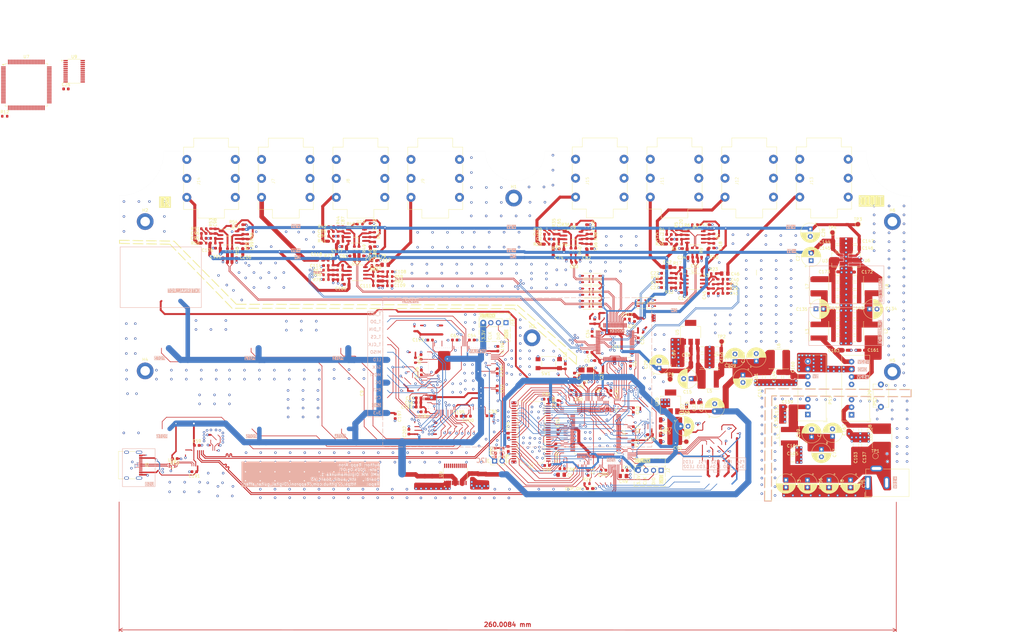
<source format=kicad_pcb>
(kicad_pcb (version 20240108) (generator "pcbnew") (generator_version "8.0")
  (layers (0 "F.Cu" signal) (1 "In1.Cu" signal) (2 "In2.Cu" signal) (31 "B.Cu" signal) (34 "B.Paste" user) (35 "F.Paste" user) (36 "B.SilkS" user "B.Silkscreen") (37 "F.SilkS" user "F.Silkscreen") (38 "B.Mask" user) (39 "F.Mask" user) (44 "Edge.Cuts" user))
  (property "SHEETTOTAL" "4")
  (net 0 "")
  (net 1 "GND")
  (net 2 "Net-(C1-Pad1)")
  (net 3 "Net-(C49-Pad1)")
  (net 4 "Net-(U7-BOOT0)")
  (net 5 "/MCU/DSP_FLASH_D2")
  (net 6 "5V")
  (net 7 "Net-(U4A--)")
  (net 8 "Net-(U4B--)")
  (net 9 "+3.3V")
  (net 10 "Net-(U4A-+)")
  (net 11 "/MCU/DSP_SDRAM_DATA_BUS0")
  (net 12 "AD1939_SPI_CS")
  (net 13 "Net-(U4B-+)")
  (net 14 "Net-(C19-Pad2)")
  (net 15 "ADC1N")
  (net 16 "+3.3VA")
  (net 17 "/MCU/DSP_SDRAM_DATA_BUS1")
  (net 18 "Net-(C41-Pad1)")
  (net 19 "Net-(C44-Pad2)")
  (net 20 "Net-(C40-Pad2)")
  (net 21 "ADC1P")
  (net 22 "Net-(C42-Pad1)")
  (net 23 "NRST")
  (net 24 "unconnected-(C25-Pad2)")
  (net 25 "Net-(C46-Pad1)")
  (net 26 "+9V")
  (net 27 "Net-(C73-Pad1)")
  (net 28 "-9V")
  (net 29 "OSC0")
  (net 30 "PWR_INPUT_12V-18V")
  (net 31 "Net-(C20-Pad2)")
  (net 32 "Net-(C23-Pad1)")
  (net 33 "OSC1")
  (net 34 "unconnected-(C25-Pad1)")
  (net 35 "DSP_VBUS")
  (net 36 "VBIAS")
  (net 41 "Net-(U2B--)")
  (net 42 "Net-(U2B-+)")
  (net 43 "Net-(C2-Pad2)")
  (net 44 "Audio_Main_Output")
  (net 46 "Net-(C39-Pad2)")
  (net 49 "/MCU/DSP_SDRAM_DATA_BUS2")
  (net 50 "/MCU/DSP_SDRAM_DATA_BUS4")
  (net 51 "/MCU/DSP_SDRAM_DATA_BUS5")
  (net 52 "/MCU/DSP_SDRAM_DATA_BUS6")
  (net 53 "/MCU/DSP_SDRAM_DATA_BUS7")
  (net 54 "/MCU/DSP_SDRAM_ADRESS_BUS11")
  (net 55 "/MCU/DSP_SDRAM_ADRESS_BUS10")
  (net 56 "/MCU/DSP_SDRAM_ADRESS_BUS0")
  (net 57 "/MCU/DSP_SDRAM_ADRESS_BUS1")
  (net 58 "/MCU/DSP_SDRAM_ADRESS_BUS2")
  (net 59 "/MCU/DSP_SDRAM_ADRESS_BUS3")
  (net 60 "/MCU/DSP_SDRAM_ADRESS_BUS4")
  (net 61 "/MCU/DSP_SDRAM_ADRESS_BUS5")
  (net 62 "/MCU/DSP_SDRAM_ADRESS_BUS6")
  (net 63 "/MCU/DSP_SDRAM_ADRESS_BUS7")
  (net 64 "/MCU/DSP_SDRAM_ADRESS_BUS8")
  (net 65 "/MCU/DSP_SDRAM_ADRESS_BUS9")
  (net 67 "Net-(J6-Pin_2)")
  (net 68 "to_BOOT0")
  (net 70 "unconnected-(U7-PE2-Pad1)")
  (net 71 "Net-(C37-Pad2)")
  (net 72 "DSP_OK_LED")
  (net 73 "DAC2P")
  (net 74 "DAC2N")
  (net 75 "DAC1N")
  (net 76 "DAC1P")
  (net 78 "/MCU/DSP_SDRAM_DATA_BUS8")
  (net 79 "/MCU/DSP_SDRAM_DATA_BUS9")
  (net 80 "/MCU/DSP_SDRAM_DATA_BUS10")
  (net 81 "/MCU/DSP_SDRAM_DATA_BUS11")
  (net 82 "/MCU/DSP_SDRAM_DATA_BUS12")
  (net 83 "/MCU/DSP_SDRAM_DATA_BUS13")
  (net 84 "/MCU/DSP_SDRAM_DATA_BUS14")
  (net 85 "/MCU/DSP_SDRAM_DATA_BUS15")
  (net 104 "Audio_Loop1_Send")
  (net 105 "Net-(C52-Pad1)")
  (net 106 "Net-(U8A-+)")
  (net 111 "Net-(U5-VI)")
  (net 112 "Net-(U8A--)")
  (net 113 "Net-(C65-Pad2)")
  (net 114 "Net-(U8B-+)")
  (net 115 "Net-(U8B--)")
  (net 116 "Net-(C72-Pad2)")
  (net 117 "Net-(C84-Pad2)")
  (net 118 "Net-(C85-Pad1)")
  (net 119 "Net-(U10A-+)")
  (net 120 "Net-(U10A--)")
  (net 121 "Net-(C87-Pad2)")
  (net 122 "Net-(U10B-+)")
  (net 123 "Net-(U10B--)")
  (net 124 "Net-(C91-Pad2)")
  (net 125 "Net-(C95-Pad2)")
  (net 126 "Net-(C96-Pad1)")
  (net 127 "Net-(U12A-+)")
  (net 128 "Net-(U12A--)")
  (net 129 "Net-(C98-Pad2)")
  (net 130 "Net-(U12B-+)")
  (net 131 "Net-(U12B--)")
  (net 132 "Net-(C100-Pad2)")
  (net 133 "Net-(U14B--)")
  (net 134 "Net-(C110-Pad2)")
  (net 135 "Net-(U14B-+)")
  (net 136 "Net-(C112-Pad1)")
  (net 137 "Audio_Loop2_Send")
  (net 138 "Net-(C116-Pad2)")
  (net 139 "Net-(C118-Pad1)")
  (net 140 "Audio_Loop3_Send")
  (net 145 "Audio_Main_Input")
  (net 146 "Audio_Loop1_Return")
  (net 147 "Audio_Loop2_Return")
  (net 148 "Audio_Loop3_Return")
  (net 149 "Net-(U2A-+)")
  (net 150 "Net-(U2A--)")
  (net 151 "Net-(U14A--)")
  (net 152 "Net-(U14A-+)")
  (net 153 "DAC4P")
  (net 154 "DAC4N")
  (net 155 "DAC3P")
  (net 156 "DAC3N")
  (net 161 "ADC2P")
  (net 162 "ADC2N")
  (net 163 "ADC3P")
  (net 164 "ADC3N")
  (net 165 "ADC4P")
  (net 166 "ADC4N")
  (net 167 "Net-(DSP_OK1-A)")
  (net 168 "/MCU/DSP_SDRAM_LDQM")
  (net 169 "/MCU/DSP_SDRAM_WE")
  (net 170 "/MCU/DSP_FLASH_D1")
  (net 171 "/MCU/DSP_FLASH_CLK")
  (net 172 "/MCU/DSP_FLASH_CS")
  (net 173 "I2C_SCL")
  (net 174 "I2C_SDA")
  (net 176 "AD1939_SAI1A_SDO")
  (net 177 "AD1939_SAI1A_CK")
  (net 178 "AD1939_SAI1A_WS")
  (net 179 "AD1939_SAI1B_SDI")
  (net 180 "/MCU/DSP_SDRAM_CAS")
  (net 181 "/MCU/DSP_SDRAM_RAS")
  (net 182 "SWDIO_DSP")
  (net 183 "SWCLK_DSP")
  (net 184 "SWDIO_DISP")
  (net 185 "SWCLK_DISP")
  (net 186 "Net-(PS2-+Vin)")
  (net 189 "/Power/+12V")
  (net 190 "/Power/-12V")
  (net 191 "Earth")
  (net 194 "Net-(PS1-+Vin)")
  (net 195 "Net-(PS1-+Vout)")
  (net 196 "/MCU/DSP_SDRAM_CKE")
  (net 197 "/MCU/DSP_SDRAM_CLK")
  (net 198 "/MCU/DSP_SDRAM_UDQM")
  (net 199 "Net-(C134-Pad1)")
  (net 200 "Net-(C135-Pad2)")
  (net 201 "Net-(U6-IN)")
  (net 202 "Net-(U3-VI)")
  (net 203 "/MCU/USB_Conn_D-")
  (net 204 "/MCU/USB_Conn_D+")
  (net 205 "DSP_USB_HS_D-")
  (net 206 "DSP_USB_HS_D+")
  (net 207 "AD1939_SPI_MISO")
  (net 208 "AD1939_SPI_MOSI")
  (net 209 "AD1939_SPI_CLK")
  (net 210 "LED1_PIN")
  (net 211 "LED2_PIN")
  (net 212 "LED3_PIN")
  (net 213 "LED4_PIN")
  (net 214 "Footswitch_1_INTERRUPT_PIN")
  (net 215 "Footswitch_2_INTERRUPT_PIN")
  (net 216 "Footswitch_3_INTERRUPT_PIN")
  (net 217 "Footswitch_4_INTERRUPT_PIN")
  (net 218 "EXT_POT_ADC")
  (net 222 "Net-(C22-Pad2)")
  (net 223 "Net-(C21-Pad2)")
  (net 224 "Net-(C115-Pad1)")
  (net 225 "Net-(C114-Pad2)")
  (net 226 "Net-(C109-Pad1)")
  (net 227 "Net-(C108-Pad2)")
  (net 240 "unconnected-(U7-PA15-Pad77)")
  (net 250 "unconnected-(U7-PA1-Pad23)")
  (net 298 "unconnected-(U7-PC0-Pad15)")
  (net 320 "unconnected-(U9-SDIN-Pad1)")
  (footprint "Capacitor_SMD:C_0603_1608Metric" (layer "F.Cu") (at 199.7258 106.0382 90)
    (property "Reference" "C31")
    (property "Value" "12pF")
  )
  (footprint "Package_SO:SSOP-8_3.9x5.05mm_P1.27mm" (layer "F.Cu") (at 191.625 59.834)
    (property "Reference" "U8")
    (property "Value" "OP275")
  )
  (footprint "Capacitor_SMD:C_0603_1608Metric" (layer "F.Cu") (at 115.0938 62.8696)
    (property "Reference" "C177")
    (property "Value" "100nF")
  )
  (footprint "Capacitor_SMD:C_0603_1608Metric" (layer "F.Cu") (at 125.6106 71.2106)
    (property "Reference" "C110")
    (property "Value" "100pF")
  )
  (footprint "Resistor_SMD:R_0603_1608Metric" (layer "F.Cu") (at 226.6574 69.8924)
    (property "Reference" "R17")
    (property "Value" "1k")
  )
  (footprint "Capacitor_SMD:C_0603_1608Metric" (layer "F.Cu") (at 197.775 62.804 -90)
    (property "Reference" "C66")
    (property "Value" "100nF")
  )
  (footprint "Capacitor_SMD:C_0603_1608Metric" (layer "F.Cu") (at 65.767 129.4638)
    (property "Reference" "C59")
    (property "Value" "100nF")
  )
  (footprint "Capacitor_SMD:C_0603_1608Metric" (layer "F.Cu") (at 166.2822 110.3598 -90)
    (property "Reference" "C62")
    (property "Value" "100nF")
  )
  (footprint "Package_SO:SSOP-8_3.9x5.05mm_P1.27mm" (layer "F.Cu") (at 232.5434 59.6728)
    (property "Reference" "U4")
    (property "Value" "OP275")
  )
  (footprint "Capacitor_SMD:C_0603_1608Metric" (layer "F.Cu") (at 125.1268 67.6332)
    (property "Reference" "C179")
    (property "Value" "100nF")
  )
  (footprint "Inductor_SMD:L_Sunlord_SWPA6020S" (layer "F.Cu") (at 292.0854 76.1368 90)
    (property "Reference" "L8")
    (property "Value" "10uH")
  )
  (footprint "Capacitor_SMD:C_0603_1608Metric" (layer "F.Cu") (at 229.0382 63.5646)
    (property "Reference" "C175" (hide yes))
    (property "Value" "100nF")
  )
  (footprint "Resistor_SMD:R_0603_1608Metric" (layer "F.Cu") (at 111.3686 69.9526 90)
    (property "Reference" "R69" (hide yes))
    (property "Value" "3k")
  )
  (footprint "Resistor_SMD:R_0603_1608Metric" (layer "F.Cu") (at 108.9916 70.778)
    (property "Reference" "R67")
    (property "Value" "3k")
  )
  (footprint "Capacitor_SMD:C_0603_1608Metric" (layer "F.Cu") (at 169.9794 130.6566 -90)
    (property "Reference" "C78")
    (property "Value" "100nF")
  )
  (footprint "Capacitor_SMD:C_0603_1608Metric" (layer "F.Cu") (at 217.4548 125.862 180)
    (property "Reference" "C192")
    (property "Value" "100nF")
  )
  (footprint "stm_audio_board_footprints:6.3_jack_new_ref" (layer "F.Cu") (at 250.61425 39.9834 90)
    (property "Reference" "J12")
    (property "Value" "AudioJack_LOOP3_RETURN")
  )
  (footprint "Resistor_SMD:R_0603_1608Metric" (layer "F.Cu") (at 130.3106 74.4606 180)
    (property "Reference" "R60")
    (property "Value" "3k")
  )
  (footprint "stm_audio_board_footprints:6.3_jack_new_ref" (layer "F.Cu") (at 200.61425 39.9834 90)
    (property "Reference" "J15")
    (property "Value" "AudioJack_LOOP2_RETURN")
  )
  (footprint "TestPoint:TestPoint_Pad_D1.5mm" (layer "F.Cu") (at 241.3636 94.6756)
    (property "Reference" "TP2")
    (property "Value" "TestPoint_5V")
  )
  (footprint "Resistor_SMD:R_0603_1608Metric" (layer "F.Cu") (at 113.8624 61.1432 180)
    (property "Reference" "R43" (hide yes))
    (property "Value" "100R")
  )
  (footprint "Resistor_SMD:R_0603_1608Metric" (layer "F.Cu") (at 197.8528 59.4794 -90)
    (property "Reference" "R38")
    (property "Value" "4k7")
  )
  (footprint "Capacitor_SMD:C_0603_1608Metric" (layer "F.Cu") (at 213.45 94.235 -90)
    (property "Reference" "C32")
    (property "Value" "100nF")
  )
  (footprint "Library:TSOP-2-50-new" (layer "F.Cu") (at 177.6256 125.1 90)
    (property "Reference" "U1")
    (property "Value" "IS42S16100H-7TL")
  )
  (footprint "Capacitor_SMD:C_1206_3216Metric" (layer "F.Cu") (at 254.099 106.592 -90)
    (property "Reference" "C157")
    (property "Value" "10uF")
  )
  (footprint "Resistor_SMD:R_0603_1608Metric" (layer "F.Cu") (at 186.071 62.0286 180)
    (property "Reference" "R34")
    (property "Value" "100R")
  )
  (footprint "Resistor_SMD:R_0603_1608Metric" (layer "F.Cu") (at 113.7194 72.4026 180)
    (property "Reference" "R72" (hide yes))
    (property "Value" "3k")
  )
  (footprint "Capacitor_SMD:C_1206_3216Metric" (layer "F.Cu") (at 234.93 99.92)
    (property "Reference" "C212" (hide yes))
    (property "Value" "10uF")
  )
  (footprint "Resistor_SMD:R_0603_1608Metric" (layer "F.Cu") (at 182.8678 57.2024 180)
    (property "Reference" "R29")
    (property "Value" "1M")
  )
  (footprint "Resistor_SMD:R_0603_1608Metric" (layer "F.Cu") (at 185.2932 57.9286 -90)
    (property "Reference" "R35")
    (property "Value" "510k")
  )
  (footprint "Resistor_SMD:R_0603_1608Metric" (layer "F.Cu") (at 232.3842 55.5966 180)
    (property "Reference" "R6")
    (property "Value" "4k7")
  )
  (footprint "Capacitor_SMD:C_1206_3216Metric" (layer "F.Cu") (at 280.258756 73.49833)
    (property "Reference" "C167" (hide yes))
    (property "Value" "10uF")
  )
  (footprint "Capacitor_SMD:C_0603_1608Metric" (layer "F.Cu") (at 227.858 58.1466 90)
    (property "Reference" "C20")
    (property "Value" "1p")
  )
  (footprint "Resistor_SMD:R_0603_1608Metric" (layer "F.Cu") (at 238.559 74.6972 90)
    (property "Reference" "R21" (hide yes))
    (property "Value" "3k")
  )
  (footprint "Capacitor_SMD:C_0603_1608Metric" (layer "F.Cu") (at 233.8842 66.4366)
    (property "Reference" "C50")
    (property "Value" "1nF")
  )
  (footprint "Capacitor_SMD:C_1206_3216Metric" (layer "F.Cu") (at 239.75 99.92 180)
    (property "Reference" "C210")
    (property "Value" "10uF")
  )
  (footprint "Capacitor_SMD:C_0603_1608Metric" (layer "F.Cu") (at 189.0666 103.0446 90)
    (property "Reference" "C16")
    (property "Value" "100nF")
  )
  (footprint "Capacitor_SMD:C_0603_1608Metric" (layer "F.Cu") (at 186.071 60.397 180)
    (property "Reference" "C53" (hide yes))
    (property "Value" "100nF")
  )
  (footprint "Capacitor_SMD:C_0603_1608Metric" (layer "F.Cu") (at 130.3106 76.0006)
    (property "Reference" "C109")
    (property "Value" "470pF")
  )
  (footprint "Capacitor_SMD:C_1206_3216Metric" (layer "F.Cu") (at 285.769 73.539536 180)
    (property "Reference" "C164" (hide yes))
    (property "Value" "10uF")
  )
  (footprint "Capacitor_SMD:C_1206_3216Metric" (layer "F.Cu") (at 265.1242 134.0706)
    (property "Reference" "C105")
    (property "Value" "10uF")
  )
  (footprint "Resistor_SMD:R_0603_1608Metric" (layer "F.Cu") (at 222.0804 75.007732)
    (property "Reference" "R27")
    (property "Value" "3k")
  )
  (footprint "stm_audio_board_footprints:6.3_jack_new_ref" (layer "F.Cu") (at 120.561 40.065 90)
    (property "Reference" "J8")
    (property "Value" "AudioJack_LOOP1_RETURN")
  )
  (footprint "Crystal:Crystal_SMD_SeikoEpson_TSX3225-4Pin_3.2x2.5mm_HandSoldering" (layer "F.Cu") (at 195.8658 105.2782 180)
    (property "Reference" "Y2")
    (property "Value" "X1E0000210132")
  )
  (footprint "Capacitor_SMD:C_0603_1608Metric" (layer "F.Cu") (at 143.8402 94.1902 180)
    (property "Reference" "C193")
    (property "Value" "100nF")
  )
  (footprint "Resistor_SMD:R_0603_1608Metric" (layer "F.Cu") (at 240.209 77.748 90)
    (property "Reference" "R20" (hide yes))
    (property "Value" "3k")
  )
  (footprint "Capacitor_SMD:C_0603_1608Metric" (layer "F.Cu") (at 186.9626 57.9286 90)
    (property "Reference" "C65")
    (property "Value" "1p")
  )
  (footprint "Capacitor_SMD:C_1206_3216Metric" (layer "F.Cu") (at 285.769 76.011342 180)
    (property "Reference" "C169" (hide yes))
    (property "Value" "10uF")
  )
  (footprint "Diode_SMD:D_SOD-323" (layer "F.Cu") (at 218.078 80.818)
    (property "Reference" "D6" (hide yes))
    (property "Value" "1N5819")
  )
  (footprint "Resistor_SMD:R_0603_1608Metric" (layer "F.Cu") (at 237.1342 62.5966 -90)
    (property "Reference" "R11" (hide yes))
    (property "Value" "100R")
  )
  (footprint "Resistor_SMD:R_0603_1608Metric" (layer "F.Cu") (at 233.1342 64.1466 90)
    (property "Reference" "R9")
    (property "Value" "100R")
  )
  (footprint "Converter_DCDC:Converter_DCDC_XP_POWER-ITxxxxxS_THT" (layer "F.Cu") (at 284.822821 119.2134 180)
    (property "Reference" "PS2")
    (property "Value" "WRA2412S-3WR2")
  )
  (footprint "Capacitor_SMD:C_0603_1608Metric" (layer "F.Cu") (at 68.0982 60.1308 180)
    (property "Reference" "C95")
    (property "Value" "100pF")
  )
  (footprint "Capacitor_SMD:C_0603_1608Metric" (layer "F.Cu") (at 125.2678 62.125 -90)
    (property "Reference" "C88")
    (property "Value" "100nF")
  )
  (footprint "Capacitor_SMD:C_1206_3216Metric" (layer "F.Cu") (at 222.4 128.2 180)
    (property "Reference" "C90")
    (property "Value" "10uF")
  )
  (footprint "Capacitor_SMD:C_1206_3216Metric" (layer "F.Cu") (at 285.769 85.929786 180)
    (property "Reference" "C143")
    (property "Value" "10uF")
  )
  (footprint "Capacitor_SMD:C_0603_1608Metric" (layer "F.Cu") (at 193.225 66.614)
    (property "Reference" "C82")
    (property "Value" "1nF")
  )
  (footprint "stm_audio_board_footprints:CP_Radial_D6.3mm_P2.50mm_reference_fix" (layer "F.Cu") (at 252.948559 99.9994 90)
    (property "Reference" "C150")
    (property "Value" "100uF")
  )
  (footprint "Capacitor_SMD:C_0603_1608Metric" (layer "F.Cu") (at 68.0982 58.4808 180)
    (property "Reference" "C96")
    (property "Value" "100nF")
  )
  (footprint "Capacitor_SMD:C_0603_1608Metric" (layer "F.Cu") (at 191.975 68.134 180)
    (property "Reference" "C83")
    (property "Value" "100pF")
  )
  (footprint "Resistor_SMD:R_0603_1608Metric" (layer "F.Cu") (at 128.0106 75.2106 90)
    (property "Reference" "R62" (hide yes))
    (property "Value" "3k")
  )
  (footprint "stm_audio_board_footprints:CP_Radial_D6.3mm_P2.50mm_reference_fix" (layer "F.Cu") (at 228.884241 123.05)
    (property "Reference" "C208")
    (property "Value" "100uF")
  )
  (footprint "Capacitor_SMD:C_0603_1608Metric" (layer "F.Cu") (at 58.4382 133.8924)
    (property "Reference" "C63")
    (property "Value" "100nF")
  )
  (footprint "TestPoint:TestPoint_Pad_D1.5mm" (layer "F.Cu") (at 278.4338 58.165)
    (property "Reference" "TP4")
    (property "Value" "TestPoint_-9V")
  )
  (footprint "Capacitor_SMD:C_0603_1608Metric" (layer "F.Cu") (at 81.1782 59.5396 90)
    (property "Reference" "C100" (hide yes))
    (property "Value" "100pF")
  )
  (footprint "Inductor_SMD:L_Sunlord_SWPA6020S" (layer "F.Cu") (at 273.9612 76.142682 90)
    (property "Reference" "L7")
    (property "Value" "10uH")
  )
  (footprint "Capacitor_SMD:C_1206_3216Metric" (layer "F.Cu") (at 225.425 103.025 90)
    (property "Reference" "C89")
    (property "Value" "10uF")
  )
  (footprint "Resistor_SMD:R_0603_1608Metric" (layer "F.Cu") (at 68.0982 61.7308)
    (property "Reference" "R50")
    (property "Value" "100R")
  )
  (footprint "Resistor_SMD:R_0603_1608Metric" (layer "F.Cu") (at 224.4788 72.5916 90)
    (property "Reference" "R31" (hide yes))
    (property "Value" "3k")
  )
  (footprint "Resistor_SMD:R_0603_1608Metric" (layer "F.Cu") (at 120.0378 63.725 90)
    (property "Reference" "R49")
    (property "Value" "100R")
  )
  (footprint "Capacitor_SMD:C_1206_3216Metric" (layer "F.Cu") (at 280.258756 78.44194)
    (property "Reference" "C165" (hide yes))
    (property "Value" "10uF")
  )
  (footprint "Resistor_SMD:R_0603_1608Metric" (layer "F.Cu") (at 130.3106 72.9206 180)
    (property "Reference" "R59")
    (property "Value" "3k")
  )
  (footprint "Package_SO:SSOP-8_3.9x5.05mm_P1.27mm" (layer "F.Cu") (at 119.5194 71.6826)
    (property "Reference" "U14")
    (property "Value" "OP275")
  )
  (footprint "stm_audio_board_footprints:CP_Radial_D6.3mm_P2.50mm_reference_fix" (layer "F.Cu") (at 277.284562 142.2618 -90)
    (property "Reference" "C48")
    (property "Value" "100uF")
  )
  (footprint "Capacitor_SMD:C_0603_1608Metric" (layer "F.Cu") (at 71.1982 60.1308 180)
    (property "Reference" "C97" (hide yes))
    (property "Value" "100nF")
  )
  (footprint "Diode_SMD:D_SOD-323" (layer "F.Cu") (at 214.776 80.8144)
    (property "Reference" "D5" (hide yes))
    (property "Value" "1N5819")
  )
  (footprint "Capacitor_SMD:C_1206_3216Metric" (layer "F.Cu") (at 229.49 99.82 180)
    (property "Reference" "C205" (hide yes))
    (property "Value" "10uF")
  )
  (footprint "Package_SO:TSSOP-24_4.4x7.8mm_P0.65mm" (layer "F.Cu") (at 24.74 4.175)
    (property "Reference" "U9")
    (property "Value" "CS4270")
  )
  (footprint "stm_audio_board_footprints:CP_Radial_D6.3mm_P2.50mm_reference_fix" (layer "F.Cu") (at 220.426287 102.39508 90)
    (property "Reference" "C29")
    (property "Value" "100uF")
  )
  (footprint "Capacitor_SMD:C_0603_1608Metric" (layer "F.Cu") (at 123.6978 58.925 90)
    (property "Reference" "C91" (hide yes))
    (property "Value" "100pF")
  )
  (footprint "Capacitor_SMD:C_1206_3216Metric" (layer "F.Cu") (at 280.073 61.0052)
    (property "Reference" "C144")
    (property "Value" "10uF")
  )
  (footprint "Capacitor_SMD:C_0805_2012Metric_Pad1.18x1.45mm_HandSolder" (layer "F.Cu") (at 223.0874 69.7224 180)
    (property "Reference" "C42")
    (property "Value" "2.2uF")
  )
  (footprint "Capacitor_SMD:C_0603_1608Metric" (layer "F.Cu") (at 232.6342 67.9466 180)
    (property "Reference" "C51")
    (property "Value" "100pF")
  )
  (footprint "Capacitor_SMD:C_0603_1608Metric" (layer "F.Cu") (at 182.945 136.1858 180)
    (property "Reference" "C36")
    (property "Value" "100nF")
  )
  (footprint "Capacitor_SMD:C_0603_1608Metric" (layer "F.Cu") (at 166.4938 97.0926 90)
    (property "Reference" "C199")
    (property "Value" "100nF")
  )
  (footprint "Diode_SMD:D_SOD-323" (layer "F.Cu") (at 196.1 79.0456 180)
    (property "Reference" "D18" (hide yes))
    (property "Value" "1N5819")
  )
  (footprint "Capacitor_SMD:C_1206_3216Metric" (layer "F.Cu") (at 280.258756 88.573657)
    (property "Reference" "C141" (hide yes))
    (property "Value" "10uF")
  )
  (footprint "Capacitor_SMD:C_1206_3216Metric" (layer "F.Cu") (at 265.1242 131.4706)
    (property "Reference" "C104")
    (property "Value" "10uF")
  )
  (footprint "Capacitor_SMD:C_0603_1608Metric" (layer "F.Cu") (at 229.6176 117.4342 90)
    (property "Reference" "C102")
    (property "Value" "100nF")
  )
  (footprint "Resistor_SMD:R_0603_1608Metric" (layer "F.Cu") (at 222.0804 73.413866)
    (property "Reference" "R30")
    (property "Value" "3k")
  )
  (footprint "Capacitor_SMD:C_1206_3216Metric" (layer "F.Cu") (at 222.425 125.8 180)
    (property "Reference" "C214" (hide yes))
    (property "Value" "10uF")
  )
  (footprint "Resistor_SMD:R_0603_1608Metric" (layer "F.Cu") (at 125.6106 74.4106)
    (property "Reference" "R64" (hide yes))
    (property "Value" "3k")
  )
  (footprint "Capacitor_SMD:C_0603_1608Metric" (layer "F.Cu") (at 192.1158 106.0382 -90)
    (property "Reference" "C37")
    (property "Value" "12pF")
  )
  (footprint "TestPoint:TestPoint_Pad_D1.5mm" (layer "F.Cu") (at 224.118954 107.30436)
    (property "Reference" "TP6")
    (property "Value" "TestPoint_3V3A")
  )
  (footprint "Diode_SMD:D_SOD-323" (layer "F.Cu") (at 196.0928 76.9594 180)
    (property "Reference" "D20" (hide yes))
    (property "Value" "1N5819")
  )
  (footprint "Resistor_SMD:R_0603_1608Metric" (layer "F.Cu") (at 190.975 64.304 90)
    (property "Reference" "R39" (hide yes))
    (property "Value" "100R")
  )
  (footprint "Capacitor_SMD:C_1206_3216Metric" (layer "F.Cu") (at 280.258756 93.8614)
    (property "Reference" "C154" (hide yes))
    (property "Value" "10uF")
  )
  (footprint "stm_audio_board_footprints:CP_Radial_D6.3mm_P2.50mm_reference_fix" (layer "F.Cu") (at 239.044959 116.79616 90)
    (property "Reference" "C70")
    (property "Value" "100uF")
  )
  (footprint "Capacitor_SMD:C_0603_1608Metric" (layer "F.Cu") (at 182.8616 58.7524 180)
    (property "Reference" "C52")
    (property "Value" "100nF")
  )
  (footprint "Capacitor_SMD:C_1206_3216Metric" (layer "F.Cu") (at 234.93 97.32)
    (property "Reference" "C211" (hide yes))
    (property "Value" "10uF")
  )
  (footprint "stm_audio_board_footprints:CP_Radial_D6.3mm_P2.50mm_reference_fix" (layer "F.Cu") (at 271.461 125.382135 90)
    (property "Reference" "C69")
    (property "Value" "100uF")
  )
  (footprint "Capacitor_SMD:C_0603_1608Metric" (layer "F.Cu") (at 71.9582 57.7308 90)
    (property "Reference" "C98")
    (property "Value" "1p")
  )
  (footprint "stm_audio_board_footprints:CP_Radial_D6.3mm_P2.50mm_reference_fix" (layer "F.Cu") (at 274.168759 83.766318)
    (property "Reference" "C135")
    (property "Value" "100uF")
  )
  (footprint "Capacitor_SMD:C_0603_1608Metric" (layer "F.Cu") (at 182.8678 60.3424 180)
    (property "Reference" "C2")
    (property "Value" "100pF")
  )
  (footprint "Capacitor_SMD:C_0603_1608Metric" (layer "F.Cu") (at 193.5302 112.64 180)
    (property "Reference" "C60")
    (property "Value" "100nF")
  )
  (footprint "Capacitor_SMD:C_1206_3216Metric" (layer "F.Cu") (at 280.258756 75.970135)
    (property "Reference" "C168" (hide yes))
    (property "Value" "10uF")
  )
  (footprint "Resistor_SMD:R_0603_1608Metric" (layer "F.Cu") (at 238.659 77.748 -90)
    (property "Reference" "R22" (hide yes))
    (property "Value" "3k")
  )
  (footprint "Capacitor_SMD:C_1206_3216Metric" (layer "F.Cu") (at 229.481 97.405 180)
    (property "Reference" "C30")
    (property "Value" "10uF")
  )
  (footprint "Inductor_SMD:L_Sunlord_SWPA6020S" (layer "F.Cu") (at 237.326846 107.25484 180)
    (property "Reference" "L5")
    (property "Value" "10uH")
  )
  (footprint "stm_audio_board_footprints:CP_Radial_D6.3mm_P2.50mm_reference_fix" (layer "F.Cu") (at 248.487 107.121641 -90)
    (property "Reference" "C151")
    (property "Value" "100uF")
  )
  (footprint "Capacitor_SMD:C_0603_1608Metric" (layer "F.Cu") (at 238.7342 62.5866 -90)
    (property "Reference" "C18")
    (property "Value" "100nF")
  )
  (footprint "Inductor_SMD:L_Sunlord_SWPA6020S" (layer "F.Cu") (at 295.0646 126.9216 90)
    (property "Reference" "L1")
    (property "Value" "10uH")
  )
  (footprint "Resistor_SMD:R_0603_1608Metric" (layer "F.Cu") (at 113.7194 70.7526)
    (property "Reference" "R71" (hide yes))
    (property "Value" "3k")
  )
  (footprint "Resistor_SMD:R_0603_1608Metric" (layer "F.Cu") (at 82.7482 59.5896 -90)
    (property "Reference" "R56")
    (property "Value" "4k7")
  )
  (footprint "Capacitor_SMD:C_0603_1608Metric" (layer "F.Cu") (at 230.8842 66.4266)
    (property "Reference" "C24")
    (property "Value" "1nF")
  )
  (footprint "Resistor_SMD:R_0603_1608Metric" (layer "F.Cu") (at 224.5074 75.8424 90)
    (property "Reference" "R32")
    (property "Value" "3k")
  )
  (footprint "TestPoint:TestPoint_Pad_D1.5mm" (layer "F.Cu") (at 229.5408 128.2108)
    (property "Reference" "TP5")
    (property "Value" "TestPoint_3V3")
  )
  (footprint "stm_audio_board_footprints:6.3_jack_new_ref" (layer "F.Cu") (at 70.561 40.065 90)
    (property "Reference" "J14")
    (property "Value" "AudioJack_INPUT")
  )
  (footprint "Resistor_SMD:R_0603_1608Metric" (layer "F.Cu") (at 120.3584 55.3466 180)
    (property "Reference" "R45")
    (property "Value" "4k7")
  )
  (footprint "Resistor_SMD:R_0603_1608Metric" (layer "F.Cu") (at 68.0982 56.9308 180)
    (property "Reference" "R51")
    (property "Value" "1M")
  )
  (footprint "Package_SO:SSOP-8_3.9x5.05mm_P1.27mm" (layer "F.Cu") (at 119.1878 59.085)
    (property "Reference" "U10")
    (property "Value" "OP275")
  )
  (footprint "Capacitor_SMD:C_0805_2012Metric_Pad1.18x1.45mm_HandSolder" (layer "F.Cu") (at 128.7906 68.9906)
    (property "Reference" "C112")
    (property "Value" "2.2uF")
  )
  (footprint "Capacitor_SMD:C_1206_3216Metric" (layer "F.Cu") (at 263.049 106.592 -90)
    (property "Reference" "C158" (hide yes))
    (property "Value" "10uF")
  )
  (footprint "Resistor_SMD:R_0603_1608Metric" (layer "F.Cu") (at 123.7378 62.125 -90)
    (property "Reference" "R46")
    (property "Value" "100R")
  )
  (footprint "Capacitor_SMD:C_0603_1608Metric" (layer "F.Cu") (at 115.9174 75.521)
    (property "Reference" "C180")
    (property "Value" "100nF")
  )
  (footprint "Capacitor_SMD:C_1206_3216Metric" (layer "F.Cu") (at 260.599 106.592 -90)
    (property "Reference" "C149")
    (property "Value" "10uF")
  )
  (footprint "Capacitor_SMD:C_0603_1608Metric" (layer "F.Cu") (at 75.2982 66.6796)
    (property "Reference" "C101")
    (property "Value" "1nF")
  )
  (footprint "Capacitor_SMD:C_0603_1608Metric" (layer "F.Cu") (at 222.0804 76.6016 180)
    (property "Reference" "C23")
    (property "Value" "470pF")
  )
  (footprint "Resistor_SMD:R_0603_1608Metric" (layer "F.Cu") (at 242.509 75.3472 180)
    (property "Reference" "R15")
    (property "Value" "3k")
  )
  (footprint "Capacitor_SMD:C_0603_1608Metric" (layer "F.Cu") (at 197.175 98.235 180)
    (property "Reference" "C7")
    (property "Value" "100nF")
  )
  (footprint "Package_SO:SSOP-8_3.9x5.05mm_P1.27mm" (layer "F.Cu") (at 76.5466 59.6888)
    (property "Reference" "U12")
    (property "Value" "OP275")
  )
  (footprint "Resistor_SMD:R_0603_1608Metric" (layer "F.Cu") (at 110.6608 61.0916)
    (property "Reference" "R41")
    (property "Value" "100R")
  )
  (footprint "Capacitor_SMD:C_0603_1608Metric" (layer "F.Cu") (at 223.7494 58.8404)
    (property "Reference" "C73")
    (property "Value" "100nF")
  )
  (footprint "Capacitor_THT:C_Disc_D7.5mm_W5.0mm_P7.50mm" (layer "F.Cu") (at 294.645 116.567 90)
    (property "Reference" "C229")
    (property "Value" "1nF")
  )
  (footprint "Resistor_SMD:R_0603_1608Metric" (layer "F.Cu") (at 128.0106 72.1106 90)
    (property "Reference" "R61" (hide yes))
    (property "Value" "3k")
  )
  (footprint "Capacitor_SMD:C_0603_1608Metric" (layer "F.Cu") (at 237.1542 59.4966 90)
    (property "Reference" "C21" (hide yes))
    (property "Value" "100pF")
  )
  (footprint "Capacitor_SMD:C_1206_3216Metric" (layer "F.Cu") (at 262.913 118.6502 180)
    (property "Reference" "C132")
    (property "Value" "10uF")
  )
  (footprint "Capacitor_SMD:C_0603_1608Metric" (layer "F.Cu") (at 166.3054 104.5718 -90)
    (property "Reference" "C194")
    (property "Value" "100nF")
  )
  (footprint "stm_audio_board_footprints:CP_Radial_D6.3mm_P2.50mm_reference_fix" (layer "F.Cu") (at 271.319359 66.346 90)
    (property "Reference" "C27")
    (property "Value" "100uF")
  )
  (footprint "Capacitor_SMD:C_0603_1608Metric" (layer "F.Cu") (at 188.0184 137.2688)
    (property "Reference" "C58")
    (property "Value" "100nF")
  )
  (footprint "Capacitor_SMD:C_0603_1608Metric" (layer "F.Cu") (at 117.8078 66.025)
    (property "Reference" "C92")
    (property "Value" "1nF")
  )
  (footprint "Capacitor_SMD:C_0603_1608Metric" (layer "F.Cu") (at 265.1148 107.4134 -90)
    (property "Reference" "C160")
    (property "Value" "100nF")
  )
  (footprint "Package_QFP:LQFP-100_14x14mm_P0.5mm" (layer "F.Cu") (at 8.745 8.745)
    (property "Reference" "U7")
    (property "Value" "STM32H750VBTx")
  )
  (footprint "Capacitor_SMD:C_1206_3216Metric" (layer "F.Cu") (at 285.769 91.217528 180)
    (property "Reference" "C152" (hide yes))
    (property "Value" "10uF")
  )
  (footprint "Capacitor_SMD:C_0603_1608Metric" (layer "F.Cu") (at 64.9446 138.273 180)
    (property "Reference" "C191")
    (property "Value" "100nF")
  )
  (footprint "Diode_SMD:D_SOD-323" (layer "F.Cu") (at 199.373 72.7104 180)
    (property "Reference" "D9" (hide yes))
    (property "Value" "1N5819")
  )
  (footprint "Capacitor_SMD:C_0603_1608Metric" (layer "F.Cu") (at 282.576 97.6118)
    (property "Reference" "C163")
    (property "Value" "100nF")
  )
  (footprint "stm_audio_board_footprints:CP_Radial_D6.3mm_P2.50mm_reference_fix" (layer "F.Cu") (at 271.0232 58.244159 -90)
    (property "Reference" "C28")
    (property "Value" "100uF")
  )
  (footprint "Capacitor_SMD:C_1206_3216Metric" (layer "F.Cu") (at 239.75 102.52 180)
    (property "Reference" "C209")
    (property "Value" "10uF")
  )
  (footprint "Capacitor_SMD:C_0603_1608Metric" (layer "F.Cu") (at 186.6528 124.9568 90)
    (property "Reference" "C35")
    (property "Value" "100nF")
  )
  (footprint "Capacitor_SMD:C_0603_1608Metric" (layer "F.Cu") (at 81.16 56.3502 90)
    (property "Reference" "C113" (hide yes))
    (property "Value" "100nF")
  )
  (footprint "Resistor_SMD:R_0603_1608Metric" (layer "F.Cu") (at 78.0834 55.9888 180)
    (property "Reference" "R54")
    (property "Value" "4k7")
  )
  (footprint "Capacitor_SMD:C_0805_2012Metric_Pad1.18x1.45mm_HandSolder" (layer "F.Cu") (at 106.9966 67.1942 180)
    (property "Reference" "C118")
    (property "Value" "2.2uF")
  )
  (footprint "Resistor_SMD:R_0603_1608Metric" (layer "F.Cu") (at 110.7116 56.2384 180)
    (property "Reference" "R42")
    (property "Value" "1M")
  )
  (footprint "Capacitor_SMD:C_0603_1608Metric" (layer "F.Cu") (at 113.7694 69.1526 180)
    (property "Reference" "C116" (hide yes))
    (property "Value" "100pF")
  )
  (footprint "Capacitor_SMD:C_1206_3216Metric" (layer "F.Cu") (at 285.769 78.483147 180)
    (property "Reference" "C171" (hide yes))
    (property "Value" "10uF")
  )
  (footprint "Capacitor_SMD:C_0603_1608Metric" (layer "F.Cu") (at 82.7782 62.6896 -90)
    (property "Reference" "C99")
    (property "Value" "100nF")
  )
  (footprint "Capacitor_SMD:C_0603_1608Metric" (layer "F.Cu") (at 110.6862 59.4362 180)
    (property "Reference" "C84")
    (property "Value" "100pF")
  )
  (footprint "stm_audio_board_footprints:CP_Radial_D6.3mm_P2.50mm_reference_fix" (layer "F.Cu") (at 270.076167 142.2618 -90)
    (property "Reference" "C156")
    (property "Value" "100uF")
  )
  (footprint "Resistor_SMD:R_0603_1608Metric" (layer "F.Cu") (at 76.0482 64.4396 90)
    (property "Reference" "R57" (hide yes))
    (property "Value" "100R")
  )
  (footprint "Capacitor_SMD:C_0603_1608Metric" (layer "F.Cu") (at 125.6106 75.9506 180)
    (property "Reference" "C111")
    (property "Value" "100pF")
  )
  (footprint "TestPoint:TestPoint_Pad_D1.5mm" (layer "F.Cu") (at 292.8162 132.9994)
    (property "Reference" "TP1")
    (property "Value" "TestPoint_PWR_IN")
  )
  (footprint "stm_audio_board_footprints:6.3_jack_new_ref" (layer "F.Cu") (at 145.561 40.065 90)
    (property "Reference" "J9")
    (property "Value" "AudioJack_LOOP2_SEND")
  )
  (footprint "Capacitor_SMD:C_0603_1608Metric" (layer "F.Cu") (at 132.1562 119.7102 -90)
    (property "Reference" "C197")
    (property "Value" "100nF")
  )
  (footprint "Capacitor_SMD:C_0603_1608Metric" (layer "F.Cu") (at 108.9716 69.228)
    (property "Reference" "C114")
    (property "Value" "470pF")
  )
  (footprint "Capacitor_SMD:C_1206_3216Metric" (layer "F.Cu") (at 222.445 120.92 180)
    (property "Reference" "C207")
    (property "Value" "10uF")
  )
  (footprint "MountingHole:MountingHole_3.2mm_M3_DIN965_Pad" (layer "F.Cu") (at 48.5 54.51875)
    (property "Reference" "H2")
    (property "Value" "MountingHole_Pad")
  )
  (footprint "Diode_SMD:D_SOD-323" (layer "F.Cu") (at 199.3722 74.8128 180)
    (property "Reference" "D7" (hide yes))
    (property "Value" "1N5819")
  )
  (footprint "Capacitor_SMD:C_1206_3216Metric" (layer "F.Cu") (at 289.163 124.3942 -90)
    (property "Reference" "C138")
    (property "Value" "10uF")
  )
  (footprint "stm_audio_board_footprints:CP_Radial_D6.3mm_P2.50mm_reference_fix" (layer "F.Cu") (at 292.0778 83.804759)
    (property "Reference" "C134")
    (property "Value" "100uF")
  )
  (footprint "Capacitor_SMD:C_0603_1608Metric" (layer "F.Cu") (at 226.8074 76.6924)
    (property "Reference" "C38" (hide yes))
    (property "Value" "100pF")
  )
  (footprint "stm_audio_board_footprints:CP_Radial_D6.3mm_P2.50mm_reference_fix" (layer "F.Cu") (at 245.8338 100.137041 90)
    (property "Reference" "C140")
    (property "Value" "100uF")
  )
  (footprint "Capacitor_SMD:C_0603_1608Metric" (layer "F.Cu") (at 211.7994 123.9632 -90)
    (property "Reference" "C11")
    (property "Value" "100nF")
  )
  (footprint "Capacitor_SMD:C_1206_3216Metric" (layer "F.Cu") (at 289.1698 129.1334 90)
    (property "Reference" "C137")
    (property "Value" "10uF")
  )
  (footprint "Capacitor_SMD:C_0603_1608Metric" (layer "F.Cu") (at 163.6078 119.5462)
    (property "Reference" "C55")
    (property "Value" "100nF")
  )
  (footprint "Capacitor_SMD:C_0603_1608Metric" (layer "F.Cu") (at 139.968 113.5472 180)
    (property "Reference" "C57")
    (property "Value" "100nF")
  )
  (footprint "Capacitor_SMD:C_0603_1608Metric" (layer "F.Cu") (at 211.827 117.6574 -90)
    (property "Reference" "C10")
    (property "Value" "100nF")
  )
  (footprint "Connector_PinHeader_2.54mm:PinHeader_1x04_P2.54mm_Vertical" (layer "F.Cu") (at 169.21582 88.374078 -90)
    (property "Reference" "J16")
    (property "Value" "STlink_DISP_MCU")
  )
  (footprint "Capacitor_SMD:C_0603_1608Metric" (layer "F.Cu") (at 153.4414 119.701)
    (property "Reference" "C195")
    (property "Value" "100nF")
  )
  (footprint "MountingHole:MountingHole_3.2mm_M3_DIN965_Pad" (layer "F.Cu") (at 298.5 104.79375)
    (property "Reference" "H5")
    (property "Value" "MountingHole_Pad")
  )
  (footprint "Capacitor_SMD:C_0603_1608Metric" (layer "F.Cu") (at 204.2986 111.9054 90)
    (property "Reference" "C181")
    (property "Value" "100nF")
  )
  (footprint "Capacitor_SMD:C_1206_3216Metric" (layer "F.Cu") (at 280.258756 80.913746)
    (property "Reference" "C166" (hide yes))
    (property "Value" "10uF")
  )
  (footprint "Resistor_SMD:R_0603_1608Metric" (layer "F.Cu") (at 196.175 62.804 -90)
    (property "Reference" "R37" (hide yes))
    (property "Value" "100R")
  )
  (footprint "Capacitor_SMD:C_0603_1608Metric" (layer "F.Cu") (at 198.0264 92.1096 90)
    (property "Reference" "C34")
    (property "Value" "100nF")
  )
  (footprint "Capacitor_SMD:C_0603_1608Metric" (layer "F.Cu") (at 226.9574 72.0324 180)
    (property "Reference" "C39" (hide yes))
    (property "Value" "100pF")
  )
  (footprint "TestPoint:TestPoint_Pad_D1.5mm" (layer "F.Cu") (at 286.98 55.3998)
    (property "Reference" "TP3")
    (property "Value" "TestPoint_9V")
  )
  (footprint "Capacitor_SMD:C_0603_1608Metric" (layer "F.Cu") (at 139.9464 115.092 180)
    (property "Reference" "C56")
    (property "Value" "100nF")
  )
  (footprint "Capacitor_SMD:C_0603_1608Metric" (layer "F.Cu") (at 279.4312 71.3474)
    (property "Reference" "C173")
    (property "Value" "100nF")
  )
  (footprint "Connector_PinHeader_2.54mm:PinHeader_1x04_P2.54mm_Vertical" (layer "F.Cu") (at 221.119899 137.824541 -90)
    (property "Reference" "J2")
    (property "Value" "STlink_DSP")
  )
  (footprint "Resistor_SMD:R_0603_1608Metric" (layer "F.Cu") (at 167.57 131.177 -90)
    (property "Reference" "R66" (hide yes))
    (property "Value" "3k")
  )
  (footprint "Capacitor_SMD:C_1206_3216Metric" (layer "F.Cu") (at 262.913 121.0794 180)
    (property "Reference" "C136")
    (property "Value" "10uF")
  )
  (footprint "Capacitor_SMD:C_0603_1608Metric" (layer "F.Cu") (at 210.8686 102.0938 -90)
    (property "Reference" "C5")
    (property "Value" "100nF")
  )
  (footprint "Diode_SMD:D_SOD-323" (layer "F.Cu") (at 199.3984 76.9628 180)
    (property "Reference" "D19" (hide yes))
    (property "Value" "1N5819")
  )
  (footprint "stm_audio_board_footprints:CP_Radial_D6.3mm_P2.50mm_reference_fix" (layer "F.Cu") (at 284.492959 142.2618 -90)
    (property "Reference" "C75")
    (property "Value" "100uF")
  )
  (footprint "Converter_DCDC:Converter_DCDC_XP_POWER-ITxxxxxS_THT" (layer "F.Cu") (at 270.210359 119.113221 180)
    (property "Reference" "PS1")
    (property "Value" "URB2405S-6WR3")
  )
  (footprint "Resistor_SMD:R_0603_1608Metric" (layer "F.Cu") (at 81.1482 62.7396 -90)
    (property "Reference" "R55")
    (property "Value" "100R")
  )
  (footprint "Capacitor_SMD:C_0603_1608Metric" (layer "F.Cu") (at 236.9466 77.748 90)
    (property "Reference" "C45")
    (property "Value" "100pF")
  )
  (footprint "Resistor_SMD:R_0603_1608Metric" (layer "F.Cu") (at 242.509 76.948 180)
    (property "Reference" "R16")
    (property "Value" "3k")
  )
  (footprint "Capacitor_SMD:C_0603_1608Metric" (layer "F.Cu") (at 286.5648 71.4158 180)
    (property "Reference" "C172")
    (property "Value" "100nF")
  )
  (footprint "Resistor_SMD:R_0603_1608Metric" (layer "F.Cu") (at 231.5842 64.1466 90)
    (property "Reference" "R8" (hide yes))
    (property "Value" "100R")
  )
  (footprint "Resistor_SMD:R_0603_1608Metric" (layer "F.Cu") (at 138.925 100.9375 -90)
    (property "Reference" "R12")
    (property "Value" "10k")
  )
  (footprint "Capacitor_SMD:C_1206_3216Metric" (layer "F.Cu") (at 234.93 102.52)
    (property "Reference" "C213" (hide yes))
    (property "Value" "10uF")
  )
  (footprint "Capacitor_SMD:C_0805_2012Metric_Pad1.18x1.45mm_HandSolder" (layer "F.Cu") (at 242.4048 71.9302)
    (property "Reference" "C46")
    (property "Value" "2.2uF")
  )
  (footprint "Capacitor_SMD:C_0603_1608Metric" (layer "F.Cu") (at 21.995 10.105)
    (property "Reference" "C25")
    (property "Value" "100nF")
  )
  (footprint "MountingHole:MountingHole_3.2mm_M3_DIN965_Pad" (layer "F.Cu") (at 48.5 104.51875)
    (property "Reference" "H4")
    (property "Value" "MountingHole_Pad")
  )
  (footprint "Capacitor_SMD:C_0603_1608Metric" (layer "F.Cu") (at 235.5534 71.018)
    (property "Reference" "C43")
    (property "Value" "100nF")
  )
  (footprint "Capacitor_SMD:C_0603_1608Metric" (layer "F.Cu") (at 72.8322 63.4198)
    (property "Reference" "C176")
    (property "Value" "100nF")
  )
  (footprint "Connector_USB:USB_C_Receptacle_XKB_U262-16XN-4BVC11" (layer "F.Cu") (at 43.345 136.075 -90)
    (property "Reference" "J5")
    (property "Value" "USB_C_Receptacle_USB2.0")
  )
  (footprint "Connector_BarrelJack:BarrelJack_GCT_DCJ200-10-A_Horizontal" (layer "F.Cu") (at 290.267 141.987 90)
    (property "Reference" "J3")
    (property "Value" "Barrel_Jack_Switch")
  )
  (footprint "Inductor_SMD:L_Sunlord_SWPA6020S" (layer "F.Cu") (at 273.9612 91.2614 90)
    (property "Reference" "L3")
    (property "Value" "10uH")
  )
  (footprint "Capacitor_SMD:C_0603_1608Metric" (layer "F.Cu") (at 196.6712 138.7032 -90)
    (property "Reference" "C3")
    (property "Value" "100nF")
  )
  (footprint "Capacitor_SMD:C_0603_1608Metric" (layer "F.Cu") (at 156.537 119.6686 180)
    (property "Reference" "C200")
    (property "Value" "100nF")
  )
  (footprint "Capacitor_SMD:C_0805_2012Metric_Pad1.18x1.45mm_HandSolder" (layer "F.Cu") (at 187.6822 139.2846 180)
    (property "Reference" "C1")
    (property "Value" "2.2uF")
  )
  (footprint "Inductor_SMD:L_Sunlord_SWPA6020S" (layer "F.Cu") (at 264.0538 126.3898 90)
    (property "Reference" "L4")
    (property "Value" "10uH")
  )
  (footprint "Capacitor_SMD:C_0603_1608Metric" (layer "F.Cu") (at 123.7466 55.8862 90)
    (property "Reference" "C119")
    (property "Value" "100nF")
  )
  (footprint "Inductor_SMD:L_Sunlord_SWPA6020S" (layer "F.Cu") (at 260.469 100.542 180)
    (property "Reference" "L6")
    (property "Value" "10uH")
  )
  (footprint "stm_audio_board_footprints:CP_Radial_D6.3mm_P2.50mm_reference_fix" (layer "F.Cu") (at 229.9238 107.135441 180)
    (property "Reference" "C15")
    (property "Value" "100uF")
  )
  (footprint "Capacitor_SMD:C_0805_2012Metric_Pad1.18x1.45mm_HandSolder" (layer "F.Cu") (at 208.4562 139.7218)
    (property "Reference" "C49")
    (property "Value" "2.2uF")
  )
  (footprint "Resistor_SMD:R_0603_1608Metric" (layer "F.Cu") (at 165.743 131.177 -90)
    (property "Reference" "R86")
    (property "Value" "3k")
  )
  (footprint "Capacitor_SMD:C_1206_3216Metric" (layer "F.Cu") (at 286.313 124.3942 -90)
    (property "Reference" "C133" (hide yes))
    (property "Value" "10uF")
  )
  (footprint "Capacitor_SMD:C_0603_1608Metric" (layer "F.Cu") (at 140.789 99.8658 90)
    (property "Reference" "C198" (hide yes))
    (property "Value" "100nF")
  )
  (footprint "Capacitor_SMD:C_0603_1608Metric" (layer "F.Cu") (at 119.4378 67.585 180)
    (property "Reference" "C94" (hide yes))
    (property "Value" "100pF")
  )
  (footprint "Diode_SMD:D_SOD-323" (layer "F.Cu") (at 196.0586 74.8164 180)
    (property "Reference" "D8" (hide yes))
    (property "Value" "1N5819")
  )
  (footprint "stm_audio_board_footprints:6.3_jack_new_ref" (layer "F.Cu") (at 95.561 40.065 90)
    (property "Reference" "J7")
    (property "Value" "AudioJack_LOOP1_SEND")
  )
  (footprint "Capacitor_SMD:C_0603_1608Metric" (layer "F.Cu") (at 185.891 129.7368 -90)
    (property "Reference" "C182")
    (property "Value" "100nF")
  )
  (footprint "stm_audio_board_footprints:CP_Radial_D6.3mm_P2.50mm_reference_fix" (layer "F.Cu") (at 278.457 125.2078 90)
    (property "Reference" "C76")
    (property "Value" "100uF")
  )
  (footprint "Package_TO_SOT_SMD:SOT-89-3" (layer "F.Cu") (at 286.3722 67.4604)
    (property "Reference" "U6")
    (property "Value" "7809")
  )
  (footprint "Resistor_SMD:R_0603_1608Metric" (layer "F.Cu") (at 223.7448 62.0228)
    (property "Reference" "R26")
    (property "Value" "100R")
  )
  (footprint "Capacitor_SMD:C_0603_1608Metric" (layer "F.Cu") (at 288.422 97.61 180)
    (property "Reference" "C161")
    (property "Value" "100nF")
  )
  (footprint "Capacitor_SMD:C_1206_3216Metric" (layer "F.Cu") (at 285.769 93.8614 180)
    (property "Reference" "C153" (hide yes))
    (property "Value" "10uF")
  )
  (footprint "stm_audio_board_footprints:CP_Radial_D6.3mm_P2.50mm_reference_fix" (layer "F.Cu") (at 274.74567 132.0166 -90)
    (property "Reference" "C77")
    (property "Value" "100uF")
  )
  (footprint "Package_SO:SSOP-8_3.9x5.05mm_P1.27mm" (layer "F.Cu") (at 232.2066 74.6272)
    (property "Reference" "U2")
    (property "Value" "OP275")
  )
  (footprint "Capacitor_SMD:C_0603_1608Metric" (layer "F.Cu") (at 242.5598 78.5542)
    (property "Reference" "C41")
    (property "Value" "470pF")
  )
  (footprint "Resistor_SMD:R_0603_1608Metric" (layer "F.Cu") (at 108.9916 73.928)
    (property "Reference" "R70")
    (property "Value" "3k")
  )
  (footprint "LED_SMD:LED_0603_1608Metric_Pad1.05x0.95mm_HandSolder" (layer "F.Cu") (at 197.33 143.915 180)
    (property "Reference" "DSP_OK1")
    (property "Value" "LED")
  )
  (footprint "Capacitor_SMD:C_0603_1608Metric" (layer "F.Cu") (at 223.7702 60.4574 180)
    (property "Reference" "C19")
    (property "Value" "100pF")
  )
  (footprint "Capacitor_SMD:C_0603_1608Metric" (layer "F.Cu") (at 222.0804 71.82)
    (property "Reference" "C22")
    (property "Value" "470pF")
  )
  (footprint "Resistor_SMD:R_0603_1608Metric" (layer "F.Cu") (at 226.8074 75.0924 180)
    (property "Reference" "R14" (hide yes))
    (property "Value" "3k")
  )
  (footprint "Package_TO_SOT_SMD:SOT-89-3" (layer "F.Cu") (at 279.577 67.3604 180)
    (property "Reference" "U3")
    (property "Value" "7909")
  )
  (footprint "Capacitor_SMD:C_0603_1608Metric" (layer "F.Cu") (at 114.6286 57.0392 90)
    (property "Reference" "C87")
    (property "Value" "1p")
  )
  (footprint "Capacitor_SMD:C_0603_1608Metric" (layer "F.Cu") (at 139.9436 116.6284 180)
    (property "Reference" "C190")
    (property "Value" "100nF")
  )
  (footprint "Diode_SMD:D_SOD-323" (layer "F.Cu") (at 218.078 82.8138)
    (property "Reference" "D1" (hide yes))
    (property "Value" "1N5819")
  )
  (footprint "Capacitor_SMD:C_0603_1608Metric" (layer "F.Cu") (at 187.8048 63.6782)
    (property "Reference" "C178")
    (property "Value" "100nF")
  )
  (footprint "Capacitor_SMD:C_1206_3216Metric" (layer "F.Cu") (at 231.625 116.625 90)
    (property "Reference" "C216")
    (property "Value" "10uF")
  )
  (footprint "Resistor_SMD:R_0603_1608Metric" (layer "F.Cu") (at 118.4878 63.725 90)
    (property "Reference" "R48" (hide yes))
    (property "Value" "100R")
  )
  (footprint "Capacitor_SMD:C_0603_1608Metric" (layer "F.Cu") (at 130.4106 71.2806 180)
    (property "Reference" "C108")
    (property "Value" "470pF")
  )
  (footprint "Button_Switch_SMD:SW_SPST_TL3305A" (layer "F.Cu") (at 183.5282 102.0948 180)
    (property "Reference" "SW1")
    (property "Value" "SW_SPST")
  )
  (footprint "Resistor_SMD:R_0603_1608Metric" (layer "F.Cu") (at 238.7842 59.4466 -90)
    (property "Reference" "R7")
    (property "Value" "4k7")
  )
  (footprint "Capacitor_SMD:C_0603_1608Metric" (layer "F.Cu") (at 200.0878 112.4788)
    (property "Reference" "C8")
    (property "Value" "100nF")
  )
  (footprint "Capacitor_SMD:C_0603_1608Metric" (layer "F.Cu") (at 227.1588 60.4728 180)
    (property "Reference" "C17" (hide yes))
    (property "Value" "100nF")
  )
  (footprint "Package_TO_SOT_SMD:SOT-666" (layer "F.Cu") (at 57.5288 136.1264)
    (property "Reference" "U16")
    (property "Value" "USBLC6-2P6")
  )
  (footprint "MountingHole:MountingHole_3.2mm_M3_DIN965_Pad" (layer "F.Cu") (at 177.889 93.4354)
    (property "Reference" "H3")
    (property "Value" "MountingHole_Pad")
  )
  (footprint "Package_QFP:LQFP-64_10x10mm_P0.5mm" (layer "F.Cu") (at 205.7 94.95)
    (property "Reference" "U11")
    (property "Value" "~")
  )
  (footprint "MountingHole:MountingHole_3.2mm_M3_DIN965_Pad" (layer "F.Cu") (at 171.8076 46.6436)
    (property "Reference" "H1")
    (property "Value" "MountingHole_Pad")
  )
  (footprint "Capacitor_SMD:C_0603_1608Metric" (layer "F.Cu") (at 198.887731 87.955347 90)
    (property "Reference" "C33" (hide yes))
    (property "Value" "100nF")
  )
  (footprint "Capacitor_SMD:C_0603_1608Metric" (layer "F.Cu") (at 242.559 73.8272 180)
    (property "Reference" "C40")
    (property "Value" "470pF")
  )
  (footprint "Package_SO:TSSOP-24_4.4x7.8mm_P0.65mm" (layer "F.Cu") (at 152.27 139.15 90)
    (property "Reference" "U9")
    (property "Value" "CS4270")
  )
  (footprint "Resistor_SMD:R_0603_1608Metric" (layer "F.Cu") (at 227.158 62.0644 180)
    (property "Reference" "R3")
    (property "Value" "100R")
  )
  (footprint "Resistor_SMD:R_0603_1608Metric" (layer "F.Cu") (at 110.5666 67.4542)
    (property "Reference" "R73")
    (property "Value" "1k")
  )
  (footprint "Capacitor_SMD:C_0603_1608Metric" (layer "F.Cu") (at 199.725 101.055 180)
    (property "Reference" "C6")
    (property "Value" "100nF")
  )
  (footprint "Resistor_SMD:R_0603_1608Metric" (layer "F.Cu") (at 125.2378 58.925 -90)
    (property "Reference" "R47")
    (property "Value" "4k7")
  )
  (footprint "Capacitor_SMD:C_0603_1608Metric" (layer "F.Cu") (at 182.7032 113.977 180)
    (property "Reference" "C81")
    (property "Value" "100nF")
  )
  (footprint "Package_QFP:LQFP-100_14x14mm_P0.5mm" (layer "F.Cu") (at 199.2294 125.2346 -90)
    (property "Reference" "U7")
    (property "Value" "STM32H750VBTx")
  )
  (footprint "Capacitor_SMD:C_0603_1608Metric" (layer "F.Cu") (at 140.8938 105.059 90)
    (property "Reference" "C196")
    (property "Value" "100nF")
  )
  (footprint "stm_audio_board_footprints:6.3_jack_new_ref" (layer "F.Cu") (at 275.61425 39.9834 90)
    (property "Reference" "J13")
    (property "Value" "AudioJack_OUTPUT")
  )
  (footprint "Capacitor_SMD:C_0603_1608Metric" (layer "F.Cu") (at 110.6862 57.85 180)
    (property "Reference" "C85")
    (property "Value" "100nF")
  )
  (footprint "Resistor_SMD:R_0603_1608Metric" (layer "F.Cu") (at 191.9862 55.4682 180)
    (property "Reference" "R36")
    (property "Value" "4k7")
  )
  (footprint "Capacitor_SMD:C_1206_3216Metric" (layer "F.Cu") (at 229.49 102.37 180)
    (property "Reference" "C206" (hide yes))
    (property "Value" "10uF")
  )
  (footprint "Capacitor_SMD:C_0603_1608Metric" (layer "F.Cu") (at 141.6232 118.2258 180)
    (property "Reference" "C184")
    (property "Value" "100nF")
  )
  (footprint "Capacitor_SMD:C_0603_1608Metric" (layer "F.Cu") (at 152.073 94.1762)
    (property "Reference" "C61")
    (property "Value" "100nF")
  )
  (footprint "Capacitor_SMD:C_0603_1608Metric" (layer "F.Cu") (at 170.0042 126.1628 -90)
    (property "Reference" "C64")
    (property "Value" "100nF")
  )
  (footprint "Capacitor_SMD:C_1206_3216Metric" (layer "F.Cu") (at 280.258756 85.929786)
    (property "Reference" "C139")
    (property "Value" "10uF")
  )
  (footprint "Resistor_SMD:R_0603_1608Metric" (layer "F.Cu") (at 226.2064 58.1466 -90)
    (property "Reference" "R5")
    (property "Value" "510k")
  )
  (footprint "Capacitor_SMD:C_1206_3216Metric" (layer "F.Cu") (at 285.923 61.0052 180)
    (property "Reference" "C147")
    (property "Value" "10uF")
  )
  (footprint "Capacitor_SMD:C_0603_1608Metric" (layer "F.Cu") (at 111.3786 73.1526 -90)
    (property "Reference" "C115" (hide yes))
    (property "Value" "470pF")
  )
  (footprint "Resistor_SMD:R_0603_1608Metric" (layer "F.Cu") (at 77.5982 64.4396 90)
    (property "Reference" "R58")
    (property "Value" "100R")
  )
  (footprint "Capacitor_SMD:C_0603_1608Metric" (layer "F.Cu") (at 113.8378 59.4162 180)
    (property "Reference" "C86" (hide yes))
    (property "Value" "100nF")
  )
  (footprint "Capacitor_SMD:C_0603_1608Metric" (layer "F.Cu") (at 190.9052 111.7896 90)
    (property "Reference" "C9")
    (property "Value" "100nF")
  )
  (footprint "Diode_SMD:D_SOD-323" (layer "F.Cu") (at 199.3916 81.0852 180)
    (property "Reference" "D15" (hide yes))
    (property "Value" "1N5819")
  )
  (footprint "Capacitor_SMD:C_0603_1608Metric" (layer "F.Cu") (at 201.8538 137.7742 180)
    (property "Reference" "C201")
    (property "Value" "100nF")
  )
  (footprint "Capacitor_SMD:C_1206_3216Metric" (layer "F.Cu") (at 222.425 123.325 180)
    (property "Reference" "C215")
    (property "Value" "10uF")
  )
  (footprint "Capacitor_SMD:C_1206_3216Metric" (layer "F.Cu") (at 280.258756 91.217528)
    (property "Reference" "C155" (hide yes))
    (property "Value" "10uF")
  )
  (footprint "Diode_SMD:D_SOD-323" (layer "F.Cu") (at 199.4252 79.0186 180)
    (property "Reference" "D17" (hide yes))
    (property "Value" "1N5819")
  )
  (footprint "Capacitor_SMD:C_0603_1608Metric" (layer "F.Cu") (at 237.1656 56.3152 90)
    (property "Reference" "C47")
    (property "Value" "100nF")
  )
  (footprint "Capacitor_SMD:C_0603_1608Metric" (layer "F.Cu") (at 283.9422 123.5846 -90)
    (property "Reference" "C162")
    (property "Value" "100nF")
  )
  (footprint "Capacitor_SMD:C_0603_1608Metric" (layer "F.Cu") (at 211.667 128.5198 -90)
    (property "Reference" "C12")
    (property "Value" "100nF")
  )
  (footprint "Resistor_SMD:R_0603_1608Metric" (layer "F.Cu") (at 226.9574 73.4924)
    (property "Reference" "R13" (hide yes))
    (property "Value" "3k")
  )
  (footprint "Diode_SMD:D_SOD-323" (layer "F.Cu") (at 199.3884 83.0424 180)
    (property "Reference" "D13" (hide yes))
    (property "Value" "1N5819")
  )
  (footprint "Capacitor_SMD:C_0603_1608Metric" (layer "F.Cu") (at 196.203 56.342 90)
    (property "Reference" "C120")
    (property "Value" "100nF")
  )
  (footprint "Capacitor_SMD:C_1206_3216Metric" (layer "F.Cu") (at 285.769 88.573657 180)
    (property "Reference" "C142" (hide yes))
    (property "Value" "10uF")
  )
  (footprint "Diode_SMD:D_SOD-323" (layer "F.Cu") (at 196.0896 83.07 180)
    (property "Reference" "D14" (hide yes))
    (property "Value" "1N5819")
  )
  (footprint "Resistor_SMD:R_0603_1608Metric" (layer "F.Cu") (at 125.1606 69.2106 180)
    (property "Reference" "R65")
    (property "Value" "1k")
  )
  (footprint "Capacitor_SMD:C_1206_3216Metric" (layer "F.Cu") (at 285.769 80.954952 180)
    (property "Reference" "C170" (hide yes))
    (property "Value" "10uF")
  )
  (footprint "Capacitor_SMD:C_0603_1608Metric" (layer "F.Cu") (at 136.7282 124.895 90)
    (property "Reference" "C202")
    (property "Value" "100nF")
  )
  (footprint "Capacitor_SMD:C_0603_1608Metric" (layer "F.Cu") (at 190.175 66.614)
    (property "Reference" "C74")
    (property "Value" "1nF")
  )
  (footprint "Capacitor_SMD:C_0603_1608Metric" (layer "F.Cu") (at 209.73 87.155)
    (property "Reference" "C217")
    (property "Value" "100nF")
  )
  (footprint "Diode_SMD:D_SOD-323" (layer "F.Cu") (at 196.0896 81.0816 180)
    (property "Reference" "D16" (hide yes))
    (property "Value" "1N5819")
  )
  (footprint "Capacitor_SMD:C_1206_3216Metric" (layer "F.Cu") (at 239.7504 97.343441 180)
    (property "Reference" "C4")
    (property "Value" "10uF")
  )
  (footprint "Resistor_SMD:R_0603_1608Metric" (layer "F.Cu") (at 108.9916 72.328)
    (property "Reference" "R68")
    (property "Value" "3k")
  )
  (footprint "Capacitor_SMD:C_0603_1608Metric" (layer "F.Cu") (at 196.3128 59.4794 90)
    (property "Reference" "C72" (hide yes))
    (property "Value" "100pF")
  )
  (footprint "Capacitor_SMD:C_0603_1608Metric" (layer "F.Cu") (at 228.7714 78.2644)
    (property "Reference" "C174")
    (property "Value" "100nF")
  )
  (footprint "Capacitor_SMD:C_1206_3216Metric" (layer "F.Cu") (at 256.879 106.592 -90)
    (property "Reference" "C148" (hide yes))
    (property "Value" "10uF")
  )
  (footprint "Resistor_SMD:R_0603_1608Metric" (layer "F.Cu") (at 238.6954 71.9504 180)
    (property "Reference" "R23")
    (property "Value" "1k")
  )
  (footprint "Package_TO_SOT_SMD:SOT-223" (layer "F.Cu") (at 230.9856 91.596 90)
    (property "Reference" "U5")
    (property "Value" "AP1117-33")
  )
  (footprint "Resistor_SMD:R_0603_1608Metric" (layer "F.Cu") (at 71.1482 61.7308 180)
    (property "Reference" "R52" (hide yes))
    (property "Value" "100R")
  )
  (footprint "MountingHole:MountingHole_3.2mm_M3_DIN965_Pad" (layer "F.Cu") (at 298.5 54.51875)
    (property "Reference" "H6")
    (property "Value" "MountingHole_Pad")
  )
  (footprint "Resistor_SMD:R_0603_1608Metric" (layer "F.Cu") (at 223.8048 57.2442 180)
    (property "Reference" "R4")
    (property "Value" "1M")
  )
  (footprint "Resistor_SMD:R_0603_1608Metric" (layer "F.Cu") (at 70.3982 57.7308 -90)
    (property "Reference" "R53")
    (property "Value" "510k")
  )
  (footprint "Diode_SMD:D_SOD-323" (layer "F.Cu") (at 214.776 82.8174)
    (property "Reference" "D4" (hide yes))
    (property "Value" "1N5819")
  )
  (footprint "Capacitor_SMD:C_0603_1608Metric" (layer "F.Cu") (at 157.7658 94.1762)
    (property "Reference" "C54")
    (property "Value" "100nF")
  )
  (footprint "Capacitor_SMD:C_0603_1608Metric" (layer "F.Cu") (at 263.6784 116.5572 180)
    (property "Reference" "C159")
    (property "Value" "100nF")
  )
  (footprint "Capacitor_SMD:C_1206_3216Metric" (layer "F.Cu") (at 234.081281 116.625798 90)
    (property "Reference" "C71")
    (property "Value" "10uF")
  )
  (footprint "Resistor_SMD:R_0603_1608Metric" (layer "F.Cu") (at 192.525 64.304 90)
    (property "Reference" "R40")
    (property "Value" "100R")
  )
  (footprint "Capacitor_SMD:C_0603_1608Metric" (layer "F.Cu") (at 78.2982 66.6896)
    (property "Reference" "C106")
    (property "Value" "1nF")
  )
  (footprint "Resistor_SMD:R_0603_1608Metric" (layer "F.Cu") (at 240.159 74.6472 90)
    (property "Reference" "R19" (hide yes))
    (property "Value" "3k")
  )
  (footprint "Capacitor_SMD:C_0603_1608Metric" (layer "F.Cu") (at 113.7194 73.9634)
    (property "Reference" "C117" (hide yes))
    (property "Value" "100pF")
  )
  (footprint "Package_TO_SOT_SMD:SOT-223" (layer "F.Cu") (at 224.275 114.9 90)
    (property "Reference" "U20")
    (property "Value" "AP1117-33")
  )
  (footprint "Diode_SMD:D_SOD-323" (layer "F.Cu") (at 196.042 72.6806 180)
    (property "Reference" "D12" (hide yes))
    (property "Value" "1N5819")
  )
  (footprint "Capacitor_SMD:C_0603_1608Metric" (layer "F.Cu") (at 208.980365 137.872565)
    (property "Reference" "C14")
    (property "Value" "100nF")
  )
  (footprint "Capacitor_SMD:C_0603_1608Metric" (layer "F.Cu") (at 186.63 115.1954 90)
    (property "Reference" "C183")
    (property "Value" "100nF")
  )
  (footprint "Resistor_SMD:R_0603_1608Metric" (layer "F.Cu") (at 182.8432 62.0802)
    (property "Reference" "R28")
    (property "Value" "100R")
  )
  (footprint "Resistor_SMD:R_0603_1608Metric" (layer "F.Cu") (at 125.6106 72.8106 180)
    (property "Reference" "R63" (hide yes))
    (property "Value" "3k")
  )
  (footprint "Capacitor_SMD:C_0603_1608Metric" (layer "F.Cu") (at 120.7878 66.005)
    (property "Reference" "C93")
    (property "Value" "1nF")
  )
  (footprint "Resistor_SMD:R_0603_1608Metric" (layer "F.Cu") (at 1.505 19.245)
    (property "Reference" "R12")
    (property "Value" "10k")
  )
  (footprint "Capacitor_SMD:C_1206_3216Metric" (layer "F.Cu") (at 285.923 63.4552 180)
    (property "Reference" "C146")
    (property "Value" "10uF")
  )
  (footprint "stm_audio_board_footprints:CP_Radial_D6.3mm_P2.50mm_reference_fix" (layer "F.Cu") (at 262.867772 142.2618 -90)
    (property "Reference" "C13")
    (property "Value" "100uF")
  )
  (footprint "Resistor_SMD:R_0603_1608Metric" (layer "F.Cu") (at 196.3244 142.2802)
    (property "Reference" "R25")
    (property "Value" "1k")
  )
  (footprint "Inductor_SMD:L_Sunlord_SWPA6020S" (layer "F.Cu") (at 292.0854 91.2614 90)
    (property "Reference" "L2")
    (property "Value" "10uH")
  )
  (footprint "Capacitor_SMD:C_0603_1608Metric" (layer "F.Cu") (at 212.2252 87.1578 90)
    (property "Reference" "C25")
    (property "Value" "100nF")
  )
  (footprint "Resistor_SMD:R_0603_1608Metric" (layer "F.Cu") (at 194.5558 108.4682 180)
    (property "Reference" "R2")
    (property "Value" "100R")
  )
  (footprint "stm_audio_board_footprints:6.3_jack_new_ref" (layer "F.Cu") (at 225.61425 39.9834 90)
    (property "Reference" "J11")
    (property "Value" "AudioJack_LOOP3_SEND")
  )
  (footprint "Resistor_SMD:R_0603_1608Metric" (layer "F.Cu") (at 113.0616 57.0392 -90)
    (property "Reference" "R44")
    (property "Value" "510k")
  )
  (footprint "Capacitor_SMD:C_1206_3216Metric" (layer "F.Cu") (at 280.073 63.4552)
    (property "Reference" "C145")
    (property "Value" "10uF")
  )
  (footprint "Capacitor_SMD:C_0603_1608Metric" (layer "F.Cu") (at 76.7482 68.2296 180)
    (property "Reference" "C107" (hide yes))
    (property "Value" "100pF")
  )
  (footprint "Capacitor_SMD:C_1206_3216Metric" (layer "F.Cu") (at 286.3198 129.1334 90)
    (property "Reference" "C103")
    (property "Value" "10uF")
  )
  (footprint "Capacitor_SMD:C_0603_1608Metric" (layer "F.Cu") (at 236.9066 74.6472 90)
    (property "Reference" "C44" (hide yes))
    (property "Value" "100pF")
  )
  (footprint "Connector_PinHeader_2.54mm:PinHeader_1x02_P2.54mm_Vertical" (layer "F.Cu") (at 165.401 134.667 90)
    (property "Reference" "J4")
    (property "Value" "Conn_01x02_i2c")
  )
  (gr_rect (start 200.66 89.916) (end 210.82 100.076) (stroke (width 0.15) (type dot)) (fill none) (layer "B.SilkS"))
  (gr_rect (start 128 80) (end 218 130) (stroke (width 0.15) (type dash)) (fill none) (layer "B.SilkS"))
  (gr_rect (start 122.936 84.582) (end 128.016 119.888) (stroke (width 0.15)) (fill none) (layer "B.SilkS"))
  (gr_rect (start 228.346 133.604) (end 249.428 137.668) (stroke (width 0.15)) (fill none) (layer "B.SilkS"))
  (gr_poly (pts (xy 304.725 110.8) (xy 304.725 113.2) (xy 258.1 112.925) (xy 258 148.125) (xy 255.7 148.125) (xy 255.9 110.525)) (stroke (width 0.3) (type dash)) (fill solid) (layer "B.SilkS"))
  (gr_rect (start 40.132 62.992) (end 67.31 83.312) (stroke (width 0.15)) (fill none) (layer "B.SilkS"))
  (gr_rect (start 143.256 96.774) (end 163.576 117.094) (stroke (width 0.15) (type dot)) (fill none) (layer "B.SilkS"))
  (gr_rect (start 40.894 130.556) (end 51.816 143.256) (stroke (width 0.15)) (fill none) (layer "B.SilkS"))
  (gr_rect (start 270.764 69.342) (end 295.656 82.042) (stroke (width 0.15)) (fill none) (layer "B.SilkS"))
  (gr_rect (start 270.51 83.312) (end 295.402 96.012) (stroke (width 0.15)) (fill none) (layer "B.SilkS"))
  (gr_rect (start 238.633 137.668) (end 240.919 138.43) (stroke (width 0.15)) (fill none) (layer "B.SilkS"))
  (gr_rect (start 188.976 115.062) (end 209.296 135.382) (stroke (width 0.15) (type dot)) (fill none) (layer "B.SilkS"))
  (gr_rect (start 160.20562 85.258478) (end 170.61962 94.656478) (stroke (width 0.15) (type dash)) (fill none) (layer "F.SilkS"))
  (gr_line (start 75.3256 59.405) (end 77.1036 59.405) (stroke (width 0.15)) (layer "F.SilkS"))
  (gr_rect (start 212.075754 133.823798) (end 222.489754 143.221798) (stroke (width 0.15) (type dash)) (fill none) (layer "F.SilkS"))
  (gr_poly (pts (xy 304.826763 110.701096) (xy 304.826763 113.101096) (xy 258.201763 112.826096) (xy 258.101763 148.026096) (xy 255.801763 148.026096) (xy 256.001763 110.426096)) (stroke (width 0.3) (type dash)) (fill solid) (layer "F.SilkS"))
  (gr_line (start 229.1504 70.2084) (end 230.9284 70.2084) (stroke (width 0.15)) (layer "F.SilkS"))
  (gr_line (start 192.8558 60.5922) (end 192.8558 62.3702) (stroke (width 0.15)) (layer "F.SilkS"))
  (gr_line (start 119.862627 59.787091) (end 119.862627 61.565091) (stroke (width 0.15)) (layer "F.SilkS"))
  (gr_poly (pts (xy 192.8114 99.568) (xy 192.7352 102.2604) (xy 171.9834 83.693) (xy 77.575 83.55) (xy 56.775 62.1) (xy 39.95 61.825) (xy 39.9 60.8) (xy 58.175 61.075) (xy 79 82.2) (xy 172.9994 82.4992)) (stroke (width 0.3) (type dash)) (fill solid) (layer "F.SilkS"))
  (gr_line (start 253.0264 70.7164) (end 253.0264 72.4944) (stroke (width 0.15)) (layer "F.SilkS"))
  (gr_line (start 118.084627 59.787091) (end 119.862627 59.787091) (stroke (width 0.15)) (layer "F.SilkS"))
  (gr_line (start 77.1036 59.405) (end 77.1036 61.183) (stroke (width 0.15)) (layer "F.SilkS"))
  (gr_line (start 191.0778 60.5922) (end 192.8558 60.5922) (stroke (width 0.15)) (layer "F.SilkS"))
  (gr_line (start 182.27 30.8984) (end 289.7378 30.8984) (stroke (width 0.01)) (layer "Edge.Cuts"))
  (gr_arc (start 304.79 46.100999) (mid 294.077966 41.654532) (end 289.739211 30.89842) (stroke (width 0.01)) (layer "Edge.Cuts"))
  (gr_line (start 39.776445 147.8984) (end 304.79 147.8984) (stroke (width 0.01)) (layer "Edge.Cuts"))
  (gr_line (start 162.260001 30.8984) (end 54.79 30.8984) (stroke (width 0.01)) (layer "Edge.Cuts"))
  (gr_line (start 39.776445 147.8984) (end 39.776445 45.872886) (stroke (width 0.01)) (layer "Edge.Cuts"))
  (gr_arc (start 54.789999 30.8984) (mid 50.38279 41.493298) (end 39.776445 45.872886) (stroke (width 0.01)) (layer "Edge.Cuts"))
  (gr_arc (start 182.270001 30.8984) (mid 172.265001 40.9034) (end 162.260001 30.8984) (stroke (width 0.01)) (layer "Edge.Cuts"))
  (gr_line (start 304.79 147.8984) (end 304.79 46.101) (stroke (width 0.01)) (layer "Edge.Cuts"))
  (gr_text "DSP" (at 205.994 134.874 0) (layer "B.SilkS" knockout) (effects (font (size 1 1)) (justify left bottom mirror)))
  (gr_text "T_CLK" (at 127.508 96.2722 0) (layer "B.SilkS") (effects (font (size 1 1)) (justify left bottom mirror)))
  (gr_text "CM" (at 226.568 84.836 0) (layer "B.SilkS" knockout) (effects (font (size 1 1)) (justify left bottom mirror)))
  (gr_text "CS" (at 127.508 114.046 0) (layer "B.SilkS") (effects (font (size 1 1)) (justify left bottom mirror)))
  (gr_text "-12V" (at 291.084 102.108 0) (layer "B.SilkS" knockout) (effects (font (size 1 1)) (justify left bottom mirror)))
  (gr_text "-9V" (at 172.72 64.77 0) (layer "B.SilkS" knockout) (effects (font (size 1 1)) (justify left bottom mirror)))
  (gr_text "DC" (at 127.508 108.966 0) (layer "B.SilkS") (effects (font (size 1 1)) (justify left bottom mirror)))
  (gr_text "POT2" (at 85.598 100.838 0) (layer "B.SilkS" knockout) (effects (font (size 1 1)) (justify left bottom mirror)))
  (gr_text "FS4  FS3  FS2  FS1  LED1\n3v3  GND LED4 LED3 LED2" (at 249.174 137.16 0) (layer "B.SilkS") (effects (font (size 1 1)) (justify left bottom mirror)))
  (gr_text "+9V" (at 100.584 56.642 0) (layer "B.SilkS" knockout) (effects (font (size 1 1)) (justify left bottom mirror)))
  (gr_text "-9V" (at 266.446 65.024 0) (layer "B.SilkS" knockout) (effects (font (size 1 1)) (justify left bottom mirror)))
  (gr_text "SDA" (at 166.116 129.54 90) (layer "B.SilkS") (effects (font (size 1.5 1.5) (thickness 0.3) (bold yes)) (justify left bottom mirror)))
  (gr_text "USB" (at 51.562 143.002 0) (layer "B.SilkS" knockout) (effects (font (size 1 1)) (justify left bottom mirror)))
  (gr_text "GND" (at 290.068 104.648 0) (layer "B.SilkS" knockout) (effects (font (size 1 1)) (justify left bottom mirror)))
  (gr_text "POT6" (at 56.134 127 0) (layer "B.SilkS" knockout) (effects (font (size 1 1)) (justify left bottom mirror)))
  (gr_text "+9V" (at 172.72 56.896 0) (layer "B.SilkS" knockout) (effects (font (size 1 1)) (justify left bottom mirror)))
  (gr_text "LC Filter 1" (at 293.624 95.758 -90) (layer "B.SilkS" knockout) (effects (font (size 1 1)) (justify left bottom mirror)))
  (gr_text "I2C" (at 163.068 135.382 0) (layer "B.SilkS") (effects (font (size 1.5 1.5) (thickness 0.3) (bold yes)) (justify left bottom mirror)))
  (gr_text "CM" (at 172.72 66.802 0) (layer "B.SilkS" knockout) (effects (font (size 1 1)) (justify left bottom mirror)))
  (gr_text "T_CS" (at 127.508 93.7322 0) (layer "B.SilkS") (effects (font (size 1 1)) (justify left bottom mirror)))
  (gr_text "ILI9341" (at 140.208 81.788 0) (layer "B.SilkS" knockout) (effects (font (size 1 1)) (justify left bottom mirror)))
  (gr_text "T_DO" (at 127.508 88.646 0) (layer "B.SilkS") (effects (font (size 1 1)) (justify left bottom mirror)))
  (gr_text "POT3" (at 55.372 100.838 0) (layer "B.SilkS" knockout) (effects (font (size 1 1)) (justify left bottom mirror)))
  (gr_text "+9V" (at 266.192 56.896 0) (layer "B.SilkS" knockout) (effects (font (size 1 1)) (justify left bottom mirror)))
  (gr_text "Author: Papp Áron\nDate: 2024.04.07.\nBME VIK Diplomamunka 1.\nBoard: 	stm_audio_board_V3\nRepo: 	https://github.com/Papproni/Digital_guitar_effect" (at 127 143.002 0) (layer "B.SilkS" knockout) (effects (font (size 1 1)) (justify left bottom mirror)))
  (gr_text "CM" (at 100.584 67.056 0) (layer "B.SilkS" knockout) (effects (font (size 1 1)) (justify left bottom mirror)))
  (gr_text "-9V" (at 100.584 64.77 0) (layer "B.SilkS" knockout) (effects (font (size 1 1)) (justify left bottom mirror)))
  (gr_text "LED" (at 127.508 101.3522 0) (layer "B.SilkS") (effects (font (size 1 1)) (justify left bottom mirror)))
  (gr_text "EXTERNAL_POT" (at 67.056 78.232 0) (layer "B.SilkS" knockout) (effects (font (size 1 1)) (justify left bottom mirror)))
  (gr_text "POT5" (at 86.106 127 0) (layer "B.SilkS" knockout) (effects (font (size 1 1)) (justify left bottom mirror)))
  (gr_text "LC Filter 2" (at 293.878 81.788 270) (layer "B.SilkS" knockout) (effects (font (size 1 1)) (justify left bottom mirror)))
  (gr_text "SCL" (at 168.91 129.54 90) (layer "B.SilkS") (effects (font (size 1.5 1.5) (thickness 0.3) (bold yes)) (justify left bottom mirror)))
  (gr_text "DISPLAY" (at 163.068 98.552 0) (layer "B.SilkS" knockout) (effects (font (size 1 1)) (justify left bottom mirror)))
  (gr_text "POT1" (at 115.062 100.838 0) (layer "B.SilkS" knockout) (effects (font (size 1 1)) (justify left bottom mirror)))
  (gr_text "GND" (at 127.508 116.586 0) (layer "B.SilkS" knockout) (effects (font (size 1 1)) (justify left bottom mirror)))
  (gr_text "CODEC" (at 209.042 91.694 0) (layer "B.SilkS" knockout) (effects (font (size 1 1)) (justify left bottom mirror)))
  (gr_text "T_DIN" (at 127.508 91.1922 0) (layer "B.SilkS") (effects (font (size 1 1)) (justify left bottom mirror)))
  (gr_text "5V" (at 273.812 106.934 0) (layer "B.SilkS" knockout) (effects (font (size 1 1)) (justify left bottom mirror)))
  (gr_text "SCK" (at 127.508 103.8922 0) (layer "B.SilkS") (effects (font (size 1 1)) (justify left bottom mirror)))
  (gr_text "3v3" (at 127.508 119.126 0) (layer "B.SilkS") (effects (font (size 1 1)) (justify left bottom mirror)))
  (gr_text "POT4" (at 115.824 127 0) (layer "B.SilkS" knockout) (effects (font (size 1 1)) (justify left bottom mirror)))
  (gr_text "+18V" (at 299.974 139.7 90) (layer "B.SilkS" knockout) (effects (font (size 1 1)) (justify left bottom mirror)))
  (gr_text "T_IRQ" (at 127.508 86.1122 0) (layer "B.SilkS") (effects (font (size 1 1)) (justify left bottom mirror)))
  (gr_text "+12V" (at 290.83 107.188 0) (layer "B.SilkS" knockout) (effects (font (size 1 1)) (justify left bottom mirror)))
  (gr_text "MOSI" (at 127.508 106.426 0) (layer "B.SilkS") (effects (font (size 1 1)) (justify left bottom mirror)))
  (gr_text "MISO" (at 127.508 98.8122 0) (layer "B.SilkS") (effects (font (size 1 1)) (justify left bottom mirror)))
  (gr_text "RST" (at 127.508 111.506 0) (layer "B.SilkS") (effects (font (size 1 1)) (justify left bottom mirror)))
  (gr_text "CLK" (at 164.42202 94.222726 90) (layer "F.SilkS") (effects (font (size 1 1)) (justify left bottom)))
  (gr_text "GND" (at 169.90662 93.854869 90) (layer "F.SilkS" knockout) (effects (font (size 1 1)) (justify left bottom)))
  (gr_text "IN" (at 52.75 49.9 0) (layer "F.SilkS" knockout) (effects (font (size 3 3)) (justify left bottom)))
  (gr_text "DIO" (at 167.31602 94.222726 90) (layer "F.SilkS") (effects (font (size 1 1)) (justify left bottom)))
  (gr_text "DIO" (at 219.186154 142.788046 90) (layer "F.SilkS") (effects (font (size 1 1)) (justify left bottom)))
  (gr_text "CLK" (at 216.292154 142.788046 90) (layer "F.SilkS") (effects (font (size 1 1)) (justify left bottom)))
  (gr_text "3.3V" (at 162.28842 94.222726 90) (layer "F.SilkS") (effects (font (size 1 1)) (justify left bottom)))
  (gr_text "GND" (at 221.776754 142.420189 90) (layer "F.SilkS" knockout) (effects (font (size 1 1)) (justify left bottom)))
  (gr_text "STLINK" (at 160.45962 86.630078 0) (layer "F.SilkS" knockout) (effects (font (size 1 1)) (justify left bottom)))
  (gr_text "3.3V" (at 214.158554 142.788046 90) (layer "F.SilkS") (effects (font (size 1 1)) (justify left bottom)))
  (gr_text "OUT\n" (at 286.975 49.5 0) (layer "F.SilkS" knockout) (effects (font (size 3 3)) (justify left bottom)))
  (gr_text "STLINK" (at 212.329754 135.195398 0) (layer "F.SilkS" knockout) (effects (font (size 1 1)) (justify left bottom)))
  (dimension (type aligned) (layer "F.Cu") (pts (xy 299.7984 147.9508) (xy 39.79 147.8984)) (height -43.335121) (gr_text "260.0084 mm" (at 169.78583 189.45972 -0.01154693004) (layer "F.Cu") (effects (font (size 1.5 1.5) (thickness 0.3)))) (format (prefix "") (suffix "") (units 2) (units_format 1) (precision 4)) (style (thickness 0.2) (arrow_length 1.27) (text_position_mode 0) (extension_height 0.58642) (extension_offset 0.5) keep_text_aligned))
  (segment (start 172.525 102.897541) (end 172.525 87.175) (width 0.635) (layer "F.Cu") (net 0))
  (segment (start 53.697445 81.351886) (end 53.951445 81.097886) (width 0.635) (layer "F.Cu") (net 0))
  (segment (start 126.2 84.2197) (end 124.9447 85.475) (width 0.635) (layer "F.Cu") (net 0))
  (segment (start 152.79188 123.0508) (end 152.01688 123.8258) (width 0.2) (layer "F.Cu") (net 0))
  (segment (start 140.9044 124.424) (end 141.3256 124.0028) (width 0.3048) (layer "F.Cu") (net 0))
  (segment (start 241.9 122.575) (end 241.4002 123.0748) (width 0.3048) (layer "F.Cu") (net 0))
  (segment (start 168.3346 97.7373) (end 166.9201 99.1518) (width 0.2) (layer "F.Cu") (net 0))
  (segment (start 146.2866 117.5643) (end 146.2866 118.579086) (width 0.2) (layer "F.Cu") (net 0))
  (segment (start 151.428 86.15) (end 130.0704 86.15) (width 0.2) (layer "F.Cu") (net 0))
  (segment (start 150.0124 129.032) (end 113.807 129.032) (width 0.2) (layer "F.Cu") (net 0))
  (segment (start 166.894236 100.19792) (end 166.848116 100.1518) (width 0.2) (layer "F.Cu") (net 0))
  (segment (start 139.1588 119.6008) (end 133.3104 113.7524) (width 0.2) (layer "F.Cu") (net 0))
  (segment (start 209.025 85.625) (end 210.1 85.625) (width 0.3048) (layer "F.Cu") (net 0))
  (segment (start 140.5636 123.0884) (end 140.498 123.154) (width 0.2) (layer "F.Cu") (net 0))
  (segment (start 106.2252 101.45) (end 56.85 101.45) (width 0.2) (layer "F.Cu") (net 0))
  (segment (start 140.425 93.725) (end 140.425 92.5738) (width 0.2) (layer "F.Cu") (net 0))
  (segment (start 245.033 122.575) (end 241.9 122.575) (width 0.3048) (layer "F.Cu") (net 0))
  (segment (start 144.5916 124.424) (end 144.5768 124.4092) (width 0.2) (layer "F.Cu") (net 0))
  (segment (start 67.9503 132.368784) (end 67.9503 131.1866) (width 0.31496) (layer "F.Cu") (net 0))
  (segment (start 146.8962 110.1518) (end 142.8741 110.1518) (width 0.2) (layer "F.Cu") (net 0))
  (segment (start 152.8572 130.6068) (end 84.6068 130.6068) (width 0.2) (layer "F.Cu") (net 0))
  (segment (start 161.7866 117.5643) (end 161.7866 121.0153) (width 0.2) (layer "F.Cu") (net 0))
  (segment (start 136.386 110.3387) (end 135.0458 108.9985) (width 0.508) (layer "F.Cu") (net 0))
  (segment (start 213.3816 91.7766) (end 213.3816 90.1804) (width 0.635) (layer "F.Cu") (net 0))
  (segment (start 132.6 84.2197) (end 132.4053 84.025) (width 0.3048) (layer "F.Cu") (net 0))
  (segment (start 124.9447 85.475) (end 55.028559 85.475) (width 0.635) (layer "F.Cu") (net 0))
  (segment (start 131.4196 103.2764) (end 131.2789 103.2764) (width 0.2) (layer "F.Cu") (net 0))
  (segment (start 84.6068 130.6068) (end 74.0404 120.0404) (width 0.2) (layer "F.Cu") (net 0))
  (segment (start 145.965662 120.1758) (end 138.921 120.1758) (width 0.2) (layer "F.Cu") (net 0))
  (segment (start 149.7866 119.8146) (end 149.7866 117.5643) (width 0.2) (layer "F.Cu") (net 0))
  (segment (start 153.56688 124.528578) (end 153.56688 125.47752) (width 0.2) (layer "F.Cu") (net 0))
  (segment (start 75.324 133.21792) (end 68.799436 133.21792) (width 0.31496) (layer "F.Cu") (net 0))
  (segment (start 202.78 85.12) (end 202.085 85.12) (width 0.3048) (layer "F.Cu") (net 0))
  (segment (start 71.7603 129.8193) (end 72.1412 129.4384) (width 0.2) (layer "F.Cu") (net 0))
  (segment (start 238.3888 130.8138) (end 237.5902 130.0152) (width 0.3048) (layer "F.Cu") (net 0))
  (segment (start 139.7508 104.834738) (end 139.7508 106.2228) (width 0.2) (layer "F.Cu") (net 0))
  (segment (start 154.2866 103.9806) (end 154.2866 96.2393) (width 0.2) (layer "F.Cu") (net 0))
  (segment (start 55.6346 120.0404) (end 54.199195 121.475805) (width 0.2) (layer "F.Cu") (net 0))
  (segment (start 185.5124 66.5738) (end 185.014 66.0754) (width 1.016) (layer "F.Cu") (net 0))
  (segment (start 152.804338 121.0564) (end 151.2866 119.538662) (width 0.2) (layer "F.Cu") (net 0))
  (segment (start 81.15 63.5664) (end 81.1482 63.5646) (width 1.016) (layer "F.Cu") (net 0))
  (segment (start 155.7866 96.2393) (end 155.7866 90.5086) (width 0.2) (layer "F.Cu") (net 0))
  (segment (start 140.8242 107.6518) (end 142.8741 107.6518) (width 0.2) (layer "F.Cu") (net 0))
  (segment (start 154.7866 93.0138) (end 154.178 92.4052) (width 0.2) (layer "F.Cu") (net 0))
  (segment (start 149.7264 124.19604) (end 149.7264 125.3048) (width 0.2) (layer "F.Cu") (net 0))
  (segment (start 145.8922 125.694) (end 144.49 125.694) (width 0.508) (layer "F.Cu") (net 0))
  (segment (start 211.375 91.7) (end 213.305 91.7) (width 0.2) (layer "F.Cu") (net 0))
  (segment (start 142.8741 109.6518) (end 140.9954 109.6518) (width 0.2) (layer "F.Cu") (net 0))
  (segment (start 147.1676 127.8636) (end 126.4886 127.8636) (width 0.2) (layer "F.Cu") (net 0))
  (segment (start 144.36253 109.3724) (end 143.64193 108.6518) (width 0.2) (layer "F.Cu") (net 0))
  (segment (start 246.5063 138.1727) (end 244.8676 139.8114) (width 0.762) (layer "F.Cu") (net 0))
  (segment (start 234.9336 131.432) (end 234.9336 129.3268) (width 0.3048) (layer "F.Cu") (net 0))
  (segment (start 81.15 66.5786) (end 81.15 63.5664) (width 1.016) (layer "F.Cu") (net 0))
  (segment (start 202.428866 142.353866) (end 203.15 143.075) (width 0.2) (layer "F.Cu") (net 0))
  (segment (start 132.5448 87.63) (end 129.5076 90.6672) (width 0.2) (layer "F.Cu") (net 0))
  (segment (start 243.6769 134.5786) (end 243.6769 138.4621) (width 0.762) (layer "F.Cu") (net 0))
  (segment (start 130.6976 95.7472) (end 129.5076 95.7472) (width 0.2) (layer "F.Cu") (net 0))
  (segment (start 86.544914 126.275) (end 84.199195 123.929281) (width 0.2) (layer "F.Cu") (net 0))
  (segment (start 246.5063 127.0654) (end 246.5063 138.1727) (width 0.762) (layer "F.Cu") (net 0))
  (segment (start 155.2866 92.0406) (end 150.876 87.63) (width 0.2) (layer "F.Cu") (net 0))
  (segment (start 113.945195 98.695195) (end 113.945195 96.896243) (width 0.2) (layer "F.Cu") (net 0))
  (segment (start 158.5526 123.0508) (end 157.40736 124.19604) (width 0.2) (layer "F.Cu") (net 0))
  (segment (start 114.825 99.575) (end 113.945195 98.695195) (width 0.2) (layer "F.Cu") (net 0))
  (segment (start 76.224 132.91792) (end 76.224 132.548548) (width 0.31496) (layer "F.Cu") (net 0))
  (segment (start 146.6088 127.2032) (end 129.0282 127.2032) (width 0.2) (layer "F.Cu") (net 0))
  (segment (start 152.01688 124.69072) (end 148.2344 128.4732) (width 0.2) (layer "F.Cu") (net 0))
  (segment (start 136.386 111.2634) (end 138.1244 111.2634) (width 0.508) (layer "F.Cu") (net 0))
  (segment (start 147.7866 119.96576) (end 147.7866 117.5643) (width 0.2) (layer "F.Cu") (net 0))
  (segment (start 158.0896 115.9764) (end 158.2866 116.1734) (width 0.2) (layer "F.Cu") (net 0))
  (segment (start 61.983 130.982) (end 63.9357 130.982) (width 0.3048) (layer "F.Cu") (net 0))
  (segment (start 146.4056 111.8616) (end 154.2866 103.9806) (width 0.2) (layer "F.Cu") (net 0))
  (segment (start 177.162459 107.535) (end 172.525 102.897541) (width 0.635) (layer "F.Cu") (net 0))
  (segment (start 140.9526 109.1518) (end 138.6243 106.8235) (width 0.2) (layer "F.Cu") (net 0))
  (segment (start 144.6424 123.154) (end 144.4752 122.9868) (width 0.2) (layer "F.Cu") (net 0))
  (segment (start 136.386 111.2634) (end 136.386 110.3387) (width 0.508) (layer "F.Cu") (net 0))
  (segment (start 139.788 110.8592) (end 139.788 111.2498) (width 0.2) (layer "F.Cu") (net 0))
  (segment (start 166.894236 100.19792) (end 168.58488 101.888564) (width 0.31496) (layer "F.Cu") (net 0))
  (segment (start 131.4196 111.6152) (end 131.4196 103.2764) (width 0.2) (layer "F.Cu") (net 0))
  (segment (start 166.658564 100.76688) (end 168.01592 102.124236) (width 0.31496) (layer "F.Cu") (net 0))
  (segment (start 158.5526 123.0508) (end 156.5582 121.0564) (width 0.2) (layer "F.Cu") (net 0))
  (segment (start 146.754836 107.1518) (end 142.8741 107.1518) (width 0.2) (layer "F.Cu") (net 0))
  (segment (start 240.2281 139.3709) (end 239.7876 139.8114) (width 0.762) (layer "F.Cu") (net 0))
  (segment (start 204.2544 141.8747) (end 204.2544 142.6044) (width 0.2) (layer "F.Cu") (net 0))
  (segment (start 145.0848 111.8616) (end 146.4056 111.8616) (width 0.2) (layer "F.Cu") (net 0))
  (segment (start 168.01592 102.124236) (end 168.01592 123.986564) (width 0.31496) (layer "F.Cu") (net 0))
  (segment (start 203.45 87.95) (end 203.42 87.92) (width 0.127) (layer "F.Cu") (net 0))
  (segment (start 185.014 66.0754) (end 185.014 62.2606) (width 1.016) (layer "F.Cu") (net 0))
  (segment (start 148.975 108.073) (end 148.975 107.625) (width 0.2) (layer "F.Cu") (net 0))
  (segment (start 166.543484 100.6518) (end 164.1991 100.6518) (width 0.2) (layer "F.Cu") (net 0))
  (segment (start 155.39996 121.8184) (end 152.7048 121.8184) (width 0.2) (layer "F.Cu") (net 0))
  (segment (start 138.684 121.0564) (end 138.6922 121.0646) (width 0.2) (layer "F.Cu") (net 0))
  (segment (start 196.3328 66.523) (end 196.3328 63.7868) (width 1.016) (layer "F.Cu") (net 0))
  (segment (start 70.1176 61.9364) (end 70.3232 61.7308) (width 1.016) (layer "F.Cu") (net 0))
  (segment (start 150.87164 123.0508) (end 149.7264 124.19604) (width 0.2) (layer "F.Cu") (net 0))
  (segment (start 70.4286 127.6382) (end 70.4286 128.7358) (width 0.2) (layer "F.Cu") (net 0))
  (segment (start 133.0878 84.7075) (end 132.6 84.2197) (width 0.635) (layer "F.Cu") (net 0))
  (segment (start 70.4286 128.7358) (end 71.125 129.4322) (width 0.2) (layer "F.Cu") (net 0))
  (segment (start 196.3328 63.7868) (end 196.175 63.629) (width 1.016) (layer "F.Cu") (net 0))
  (segment (start 242.0914 134.5786) (end 243.678 132.992) (width 0.508) (layer "F.Cu") (net 0))
  (segment (start 133.3104 113.7524) (end 133.3104 97.01) (width 0.2) (layer "F.Cu") (net 0))
  (segment (start 67.3153 132.538416) (end 67.3153 131.1866) (width 0.31496) (layer "F.Cu") (net 0))
  (segment (start 156.63236 123.0508) (end 155.48712 124.19604) (width 0.2) (layer "F.Cu") (net 0))
  (segment (start 112.5057 62.1955) (end 113.0374 61.6638) (width 1.016) (layer "F.Cu") (net 0))
  (segment (start 154.71212 122.86052) (end 154.0764 122.2248) (width 0.2) (layer "F.Cu") (net 0))
  (segment (start 214.4475 86.875) (end 213.4 86.875) (width 1.016) (layer "F.Cu") (net 0))
  (segment (start 56.85 101.45) (end 53.945195 98.545195) (width 0.2) (layer "F.Cu") (net 0))
  (segment (start 236.8296 63.7262) (end 237.1342 63.4216) (width 1.016) (layer "F.Cu") (net 0))
  (segment (start 146.2866 118.579086) (end 145.264886 119.6008) (width 0.2) (layer "F.Cu") (net 0))
  (segment (start 200.687555 142.012555) (end 201.725 143.05) (width 0.2) (layer "F.Cu") (net 0))
  (segment (start 140.9954 109.6518) (end 139.788 110.8592) (width 0.2) (layer "F.Cu") (net 0))
  (segment (start 158.784564 133.21792) (end 77.724 133.21792) (width 0.31496) (layer "F.Cu") (net 0))
  (segment (start 234.9363 133.3434) (end 234.5803 132.9874) (width 0.3048) (layer "F.Cu") (net 0))
  (segment (start 238.4031 133.0262) (end 238.4031 134.5806) (width 0.3048) (layer "F.Cu") (net 0))
  (segment (start 148.9514 123.0508) (end 147.5232 124.479) (width 0.2) (layer "F.Cu") (net 0))
  (segment (start 150.7866 119.9002) (end 150.7866 117.5643) (width 0.2) (layer "F.Cu") (net 0))
  (segment (start 155.7866 90.5086) (end 151.428 86.15) (width 0.2) (layer "F.Cu") (net 0))
  (segment (start 121.775 110.4) (end 111.3 99.925) (width 0.2) (layer "F.Cu") (net 0))
  (segment (start 212.15 85.625) (end 210.1 85.625) (width 1.016) (layer "F.Cu") (net 0))
  (segment (start 107.649195 102.873995) (end 106.2252 101.45) (width 0.2) (layer "F.Cu") (net 0))
  (segment (start 70.4636 66.103) (end 70.1176 65.757) (width 1.016) (layer "F.Cu") (net 0))
  (segment (start 152.79188 123.0508) (end 152.21 123.0508) (width 0.2) (layer "F.Cu") (net 0))
  (segment (start 200.6011 85.12) (end 200.3357 85.3854) (width 0.635) (layer "F.Cu") (net 0))
  (segment (start 129.5076 113.5272) (end 131.4196 111.6152) (width 0.2) (layer "F.Cu") (net 0))
  (segment (start 145.8922 123.154) (end 144.6424 123.154) (width 0.3048) (layer "F.Cu") (net 0))
  (segment (start 53.697445 84.143886) (end 53.697445 81.351886) (width 0.635) (layer "F.Cu") (net 0))
  (segment (start 240.2281 134.5762) (end 240.2281 139.3709) (width 0.762) (layer "F.Cu") (net 0))
  (segment (start 215.2326 86.875) (end 215.5444 86.5632) (width 1.016) (layer "F.Cu") (net 0))
  (segment (start 147.5232 124.479) (end 147.5232 126.2888) (width 0.2) (layer "F.Cu") (net 0))
  (segment (start 112.5057 65.8205) (end 112.5057 62.1955) (width 1.016) (layer "F.Cu") (net 0))
  (segment (start 200.44935 85.49905) (end 200.3357 85.3854) (width 0.635) (layer "F.Cu") (net 0))
  (segment (start 204.2544 142.6044) (end 204.45 142.8) (width 0.2) (layer "F.Cu") (net 0))
  (segment (start 144.1586 115.1518) (end 142.8741 115.1518) (width 0.2) (layer "F.Cu") (net 0))
  (segment (start 234.9363 134.5598) (end 234.9363 133.3434) (width 0.3048) (layer "F.Cu") (net 0))
  (segment (start 107.649195 122.874195) (end 107.649195 102.873995) (width 0.2) (layer "F.Cu") (net 0))
  (segment (start 168.58488 124.222236) (end 159.020236 133.78688) (width 0.31496) (layer "F.Cu") (net 0))
  (segment (start 140.498 123.154) (end 138.6922 123.154) (width 0.3048) (layer "F.Cu") (net 0))
  (segment (start 144.49 125.694) (end 144.4752 125.6792) (width 0.508) (layer "F.Cu") (net 0))
  (segment (start 151.2866 119.538662) (end 151.2866 117.5643) (width 0.2) (layer "F.Cu") (net 0))
  (segment (start 139.7508 106.2228) (end 140.1798 106.6518) (width 0.2) (layer "F.Cu") (net 0))
  (segment (start 166.848116 100.1518) (end 164.1991 100.1518) (width 0.2) (layer "F.Cu") (net 0))
  (segment (start 236.7613 139.3251) (end 237.2476 139.8114) (width 0.762) (layer "F.Cu") (net 0))
  (segment (start 85.7 99.925) (end 83.945195 98.170195) (width 0.2) (layer "F.Cu") (net 0))
  (segment (start 70.1176 65.757) (end 70.1176 61.9364) (width 1.016) (layer "F.Cu") (net 0))
  (segment (start 172.525 87.175) (end 170.0575 84.7075) (width 0.635) (layer "F.Cu") (net 0))
  (segment (start 243.6769 138.4621) (end 242.3276 139.8114) (width 0.762) (layer "F.Cu") (net 0))
  (segment (start 140.6978 92.301) (end 147.8978 92.301) (width 0.762) (layer "F.Cu") (net 0))
  (segment (start 241.847 131.4584) (end 240.1302 129.7416) (width 0.3048) (layer "F.Cu") (net 0))
  (segment (start 157.40736 124.19604) (end 157.40736 126.05664) (width 0.2) (layer "F.Cu") (net 0))
  (segment (start 146.8962 110.1518) (end 148.975 108.073) (width 0.2) (layer "F.Cu") (net 0))
  (segment (start 199.0997 141.8497) (end 200.475 143.225) (width 0.2) (layer "F.Cu") (net 0))
  (segment (start 168.01592 123.986564) (end 158.784564 133.21792) (width 0.31496) (layer "F.Cu") (net 0))
  (segment (start 138.573 91.224) (end 139.6208 91.224) (width 0.762) (layer "F.Cu") (net 0))
  (segment (start 243.419845 132.992) (end 241.886245 131.4584) (width 0.3048) (layer "F.Cu") (net 0))
  (segment (start 126.4886 127.8636) (end 121.775 123.15) (width 0.2) (layer "F.Cu") (net 0))
  (segment (start 71.7603 131.1866) (end 71.7603 129.8193) (width 0.2) (layer "F.Cu") (net 0))
  (segment (start 137.70865 112.1518) (end 142.8741 112.1518) (width 0.2) (layer "F.Cu") (net 0))
  (segment (start 207.95 86.7) (end 208.545 86.105) (width 0.25) (layer "F.Cu") (net 0))
  (segment (start 153.56688 125.47752) (end 150.0124 129.032) (width 0.2) (layer "F.Cu") (net 0))
  (segment (start 225.552 64.008) (end 225.552 62.8454) (width 1.016) (layer "F.Cu") (net 0))
  (segment (start 124.714 122.889) (end 124.714 105.514) (width 0.2) (layer "F.Cu") (net 0))
  (segment (start 54.199195 121.475805) (end 54.199195 123.929281) (width 0.2) (layer "F.Cu") (net 0))
  (segment (start 155.48712 125.94488) (end 151.638 129.794) (width 0.2) (layer "F.Cu") (net 0))
  (segment (start 144.1258 98.1518) (end 144.9324 98.9584) (width 0.2) (layer "F.Cu") (net 0))
  (segment (start 202.085 85.12) (end 200.6011 85.12) (width 0.635) (layer "F.Cu") (net 0))
  (segment (start 132.4053 84.025) (end 126.3947 84.025) (width 0.3048) (layer "F.Cu") (net 0))
  (segment (start 105.8 126.275) (end 86.544914 126.275) (width 0.2) (layer "F.Cu") (net 0))
  (segment (start 152.21 123.0508) (end 148.2866 119.1274) (width 0.2) (layer "F.Cu") (net 0))
  (segment (start 197.3164 87.098) (end 197.3164 86.3297) (width 0.635) (layer "F.Cu") (net 0))
  (segment (start 154.0764 122.2248) (end 152.1968 122.2248) (width 0.2) (layer "F.Cu") (net 0))
  (segment (start 53.945195 98.545195) (end 53.945195 96.896243) (width 0.2) (layer "F.Cu") (net 0))
  (segment (start 138.090862 103.1748) (end 139.7508 104.834738) (width 0.2) (layer "F.Cu") (net 0))
  (segment (start 112.8268 66.1416) (end 112.5057 65.8205) (width 1.016) (layer "F.Cu") (net 0))
  (segment (start 137.9458 105.344) (end 137.9458 106.8235) (width 0.2) (layer "F.Cu") (net 0))
  (segment (start 143.64193 108.6518) (end 142.8741 108.6518) (width 0.2) (layer "F.Cu") (net 0))
  (segment (start 203.45 89.275) (end 203.45 87.95) (width 0.127) (layer "F.Cu") (net 0))
  (segment (start 166.9201 99.1518) (end 164.1991 99.1518) (width 0.2) (layer "F.Cu") (net 0))
  (segment (start 197.3164 86.3297) (end 198.2607 85.3854) (width 0.635) (layer "F.Cu") (net 0))
  (segment (start 134.874 103.1748) (end 138.090862 103.1748) (width 0.2) (layer "F.Cu") (net 0))
  (segment (start 132.3848 113.6396) (end 132.3848 97.4344) (width 0.2) (layer "F.Cu") (net 0))
  (segment (start 238.3888 131.4372) (end 238.3888 130.8138) (width 0.3048) (layer "F.Cu") (net 0))
  (segment (start 234.5803 132.9874) (end 234.9336 132.6341) (width 0.3048) (layer "F.Cu") (net 0))
  (segment (start 73.6092 126.7188) (end 73.6092 128.524) (width 0.2) (layer "F.Cu") (net 0))
  (segment (start 246.215 123.757) (end 245.033 122.575) (width 0.3048) (layer "F.Cu") (net 0))
  (segment (start 207.95 89.275) (end 207.95 86.7) (width 0.25) (layer "F.Cu") (net 0))
  (segment (start 244.7073 125.2647) (end 246.215 123.757) (width 0.3048) (layer "F.Cu") (net 0))
  (segment (start 140.6144 107.442) (end 140.8242 107.6518) (width 0.2) (layer "F.Cu") (net 0))
  (segment (start 148.9514 123.0508) (end 147.2866 121.386) (width 0.2) (layer "F.Cu") (net 0))
  (segment (start 71.125 129.4322) (end 71.125 131.1863) (width 0.2) (layer "F.Cu") (net 0))
  (segment (start 118.775 99.575) (end 114.825 99.575) (width 0.2) (layer "F.Cu") (net 0))
  (segment (start 132.3848 97.4344) (end 130.6976 95.7472) (width 0.2) (layer "F.Cu") (net 0))
  (segment (start 137.05 112.81045) (end 137.70865 112.1518) (width 0.2) (layer "F.Cu") (net 0))
  (segment (start 146.7866 119.354862) (end 145.965662 120.1758) (width 0.2) (layer "F.Cu") (net 0))
  (segment (start 212.425 85.9) (end 212.15 85.625) (width 1.016) (layer "F.Cu") (net 0))
  (segment (start 159.020236 133.78688) (end 68.563764 133.78688) (width 0.31496) (layer "F.Cu") (net 0))
  (segment (start 152.1968 122.2248) (end 149.7866 119.8146) (width 0.2) (layer "F.Cu") (net 0))
  (segment (start 151.638 129.794) (end 109.319 129.794) (width 0.2) (layer "F.Cu") (net 0))
  (segment (start 72.8286 125.9382) (end 73.6092 126.7188) (width 0.2) (layer "F.Cu") (net 0))
  (segment (start 113.807 129.032) (end 107.649195 122.874195) (width 0.2) (layer "F.Cu") (net 0))
  (segment (start 137.05 114.575) (end 137.05 112.81045) (width 0.2) (layer "F.Cu") (net 0))
  (segment (start 155.2866 96.2393) (end 155.2866 92.0406) (width 0.2) (layer "F.Cu") (net 0))
  (segment (start 72.7587 128.8209) (end 72.1412 129.4384) (width 0.2) (layer "F.Cu") (net 0))
  (segment (start 111.3 99.925) (end 85.7 99.925) (width 0.2) (layer "F.Cu") (net 0))
  (segment (start 139.6208 91.224) (end 140.6978 92.301) (width 0.762) (layer "F.Cu") (net 0))
  (segment (start 150.87164 123.0508) (end 147.7866 119.96576) (width 0.2) (layer "F.Cu") (net 0))
  (segment (start 200.44935 87.1732) (end 200.44935 85.49905) (width 0.635) (layer "F.Cu") (net 0))
  (segment (start 241.4002 123.0748) (end 241.4002 124.2602) (width 0.3048) (layer "F.Cu") (net 0))
  (segment (start 63.9357 130.982) (end 64.1403 131.1866) (width 0.3048) (layer "F.Cu") (net 0))
  (segment (start 126.3947 84.025) (end 126.2 84.2197) (width 0.3048) (layer "F.Cu") (net 0))
  (segment (start 241.8519 134.5786) (end 242.0914 134.5786) (width 0.508) (layer "F.Cu") (net 0))
  (segment (start 138.6922 121.0646) (end 138.6922 121.884) (width 0.3048) (layer "F.Cu") (net 0))
  (segment (start 147.5232 126.2888) (end 146.6088 127.2032) (width 0.2) (layer "F.Cu") (net 0))
  (segment (start 225.552 62.8454) (end 226.333 62.0644) (width 1.016) (layer "F.Cu") (net 0))
  (segment (start 140.9526 109.1518) (end 142.8741 109.1518) (width 0.2) (layer "F.Cu") (net 0))
  (segment (start 109.319 129.794) (end 105.8 126.275) (width 0.2) (layer "F.Cu") (net 0))
  (segment (start 243.9231 132.992) (end 243.419845 132.992) (width 0.3048) (layer "F.Cu") (net 0))
  (segment (start 243.678 132.992) (end 243.9231 132.992) (width 0.508) (layer "F.Cu") (net 0))
  (segment (start 133.3104 97.01) (end 129.5076 93.2072) (width 0.2) (layer "F.Cu") (net 0))
  (segment (start 76.824 132.548548) (end 76.824 132.91792) (width 0.31496) (layer "F.Cu") (net 0))
  (segment (start 121.775 123.15) (end 121.775 110.4) (width 0.2) (layer "F.Cu") (net 0))
  (segment (start 156.63236 123.0508) (end 155.39996 121.8184) (width 0.2) (layer "F.Cu") (net 0))
  (segment (start 129.0282 127.2032) (end 124.714 122.889) (width 0.2) (layer "F.Cu") (net 0))
  (segment (start 157.40736 126.05664) (end 152.8572 130.6068) (width 0.2) (layer "F.Cu") (net 0))
  (segment (start 146.2532 108.169697) (end 146.235303 108.1518) (width 0.2) (layer "F.Cu") (net 0))
  (segment (start 74.0404 120.0404) (end 55.6346 120.0404) (width 0.2) (layer "F.Cu") (net 0))
  (segment (start 208.545 86.105) (end 209.025 85.625) (width 0.3048) (layer "F.Cu") (net 0))
  (segment (start 213.4 86.875) (end 212.425 85.9) (width 1.016) (layer "F.Cu") (net 0))
  (segment (start 155.48712 124.19604) (end 155.48712 125.94488) (width 0.2) (layer "F.Cu") (net 0))
  (segment (start 142.8741 98.1518) (end 144.1258 98.1518) (width 0.2) (layer "F.Cu") (net 0))
  (segment (start 68.563764 133.78688) (end 67.3153 132.538416) (width 0.31496) (layer "F.Cu") (net 0))
  (segment (start 146.7612 115.57) (end 144.5768 115.57) (width 0.2) (layer "F.Cu") (net 0))
  (segment (start 117.3732 128.4732) (end 114.199195 125.299195) (width 0.2) (layer "F.Cu") (net 0))
  (segment (start 203.42 87.92) (end 203.27 87.77) (width 0.3048) (layer "F.Cu") (net 0))
  (segment (start 236.8296 66.4464) (end 236.8296 63.7262) (width 1.016) (layer "F.Cu") (net 0))
  (segment (start 203.27 85.61) (end 202.78 85.12) (width 0.3048) (layer "F.Cu") (net 0))
  (segment (start 144.5768 115.57) (end 144.1586 115.1518) (width 0.2) (layer "F.Cu") (net 0))
  (segment (start 156.5582 121.0564) (end 152.804338 121.0564) (width 0.2) (layer "F.Cu") (net 0))
  (segment (start 81.284 66.7126) (end 81.15 66.5786) (width 1.016) (layer "F.Cu") (net 0))
  (segment (start 113.0374 61.6638) (end 113.0374 61.1432) (width 1.016) (layer "F.Cu") (net 0))
  (segment (start 166.658564 100.76688) (end 166.543484 100.6518) (width 0.2) (layer "F.Cu") (net 0))
  (segment (start 146.235303 108.1518) (end 142.8741 108.1518) (width 0.2) (layer "F.Cu") (net 0))
  (segment (start 55.028559 85.475) (end 53.697445 84.143886) (width 0.635) (layer "F.Cu") (net 0))
  (segment (start 149.2504 116.078) (end 149.2504 117.5281) (width 0.2) (layer "F.Cu") (net 0))
  (segment (start 203.27 87.77) (end 203.27 85.61) (width 0.3048) (layer "F.Cu") (net 0))
  (segment (start 75.624 132.548548) (end 75.624 132.91792) (width 0.31496) (layer "F.Cu") (net 0))
  (segment (start 123.9012 63.1134) (end 123.7378 62.95) (width 1.016) (layer "F.Cu") (net 0))
  (segment (start 83.945195 98.170195) (end 83.945195 96.896243) (width 0.2) (layer "F.Cu") (net 0))
  (segment (start 140.1798 106.6518) (end 142.8741 106.6518) (width 0.2) (layer "F.Cu") (net 0))
  (segment (start 138.6922 124.424) (end 140.9044 124.424) (width 0.3048) (layer "F.Cu") (net 0))
  (segment (start 73.3123 128.8209) (end 72.7587 128.8209) (width 0.2) (layer "F.Cu") (net 0))
  (segment (start 148.2866 119.1274) (end 148.2866 117.5643) (width 0.2) (layer "F.Cu") (net 0))
  (segment (start 154.71212 123.383338) (end 153.56688 124.528578) (width 0.2) (layer "F.Cu") (net 0))
  (segment (start 152.7048 121.8184) (end 150.7866 119.9002) (width 0.2) (layer "F.Cu") (net 0))
  (segment (start 150.876 87.63) (end 132.5448 87.63) (width 0.2) (layer "F.Cu") (net 0))
  (segment (start 154.7866 96.2393) (end 154.7866 93.0138) (width 0.2) (layer "F.Cu") (net 0))
  (segment (start 147.2866 121.386) (end 147.2866 117.5643) (width 0.2) (layer "F.Cu") (net 0))
  (segment (start 149.7264 125.3048) (end 147.1676 127.8636) (width 0.2) (layer "F.Cu") (net 0))
  (segment (start 123.9012 66.04) (end 123.9012 63.1134) (width 1.016) (layer "F.Cu") (net 0))
  (segment (start 238.3888 131.4372) (end 238.3888 133.0119) (width 0.3048) (layer "F.Cu") (net 0))
  (segment (start 202.428866 141.8747) (end 202.428866 142.353866) (width 0.2) (layer "F.Cu") (net 0))
  (segment (start 236.7613 134.5598) (end 236.7613 139.3251) (width 0.762) (layer "F.Cu") (net 0))
  (segment (start 146.7866 117.5643) (end 146.7866 119.354862) (width 0.2) (layer "F.Cu") (net 0))
  (segment (start 138.4942 104.7956) (end 137.9458 105.344) (width 0.2) (layer "F.Cu") (net 0))
  (segment (start 158.2866 116.1734) (end 158.2866 117.5643) (width 0.2) (layer "F.Cu") (net 0))
  (segment (start 146.757082 107.149554) (end 146.754836 107.1518) (width 0.2) (layer "F.Cu") (net 0))
  (segment (start 77.424 132.91792) (end 77.424 132.548548) (width 0.31496) (layer "F.Cu") (net 0))
  (segment (start 145.8922 124.424) (end 144.5916 124.424) (width 0.3048) (layer "F.Cu") (net 0))
  (segment (start 144.8816 109.3724) (end 144.36253 109.3724) (width 0.2) (layer "F.Cu") (net 0))
  (segment (start 185.014 62.2606) (end 185.246 62.0286) (width 1.016) (layer "F.Cu") (net 0))
  (segment (start 114.199195 125.299195) (end 114.199195 123.929281) (width 0.2) (layer "F.Cu") (net 0))
  (segment (start 145.264886 119.6008) (end 139.1588 119.6008) (width 0.2) (layer "F.Cu") (net 0))
  (segment (start 234.9336 132.6341) (end 234.9336 131.432) (width 0.3048) (layer "F.Cu") (net 0))
  (segment (start 73.6092 128.524) (end 73.3123 128.8209) (width 0.2) (layer "F.Cu") (net 0))
  (segment (start 147.7866 94.4652) (end 147.7866 96.2393) (width 0.2) (layer "F.Cu") (net 0))
  (segment (start 138.921 120.1758) (end 132.3848 113.6396) (width 0.2) (layer "F.Cu") (net 0))
  (segment (start 244.6813 127.0654) (end 244.6813 125.4948) (width 0.3048) (layer "F.Cu") (net 0))
  (segment (start 146.812 115.5192) (end 146.7612 115.57) (width 0.2) (layer "F.Cu") (net 0))
  (segment (start 124.714 105.514) (end 118.775 99.575) (width 0.2) (layer "F.Cu") (net 0))
  (segment (start 170.0575 84.7075) (end 133.0878 84.7075) (width 0.635) (layer "F.Cu") (net 0))
  (segment (start 183.595 107.535) (end 177.162459 107.535) (width 0.635) (layer "F.Cu") (net 0))
  (segment (start 148.2344 128.4732) (end 117.3732 128.4732) (width 0.2) (layer "F.Cu") (net 0))
  (segment (start 68.799436 133.21792) (end 67.9503 132.368784) (width 0.31496) (layer "F.Cu") (net 0))
  (segment (start 222.9104 66.6496) (end 225.552 64.008) (width 1.016) (layer "F.Cu") (net 0))
  (segment (start 152.01688 123.8258) (end 152.01688 124.69072) (width 0.2) (layer "F.Cu") (net 0))
  (segment (start 168.58488 101.888564) (end 168.58488 124.222236) (width 0.31496) (layer "F.Cu") (net 0))
  (via (at 140.6144 107.442) (size 0.8) (drill 0.4) (layers "F.Cu" "B.Cu") (net 0))
  (via (at 145.0848 111.8616) (size 0.8) (drill 0.4) (layers "F.Cu" "B.Cu") (net 0))
  (via (at 144.4752 122.9868) (size 0.8) (drill 0.4) (layers "F.Cu" "B.Cu") (net 0))
  (via (at 134.874 103.1748) (size 0.8) (drill 0.4) (layers "F.Cu" "B.Cu") (net 0))
  (via (at 131.2789 103.2764) (size 0.8) (drill 0.4) (layers "F.Cu" "B.Cu") (net 0))
  (via (at 144.4752 125.6792) (size 0.8) (drill 0.4) (layers "F.Cu" "B.Cu") (net 0))
  (via (at 200.475 143.225) (size 0.8) (drill 0.4) (layers "F.Cu" "B.Cu") (net 0))
  (via (at 146.757082 107.149554) (size 0.8) (drill 0.4) (layers "F.Cu" "B.Cu") (net 0))
  (via (at 141.3256 124.0028) (size 0.8) (drill 0.4) (layers "F.Cu" "B.Cu") (net 0))
  (via (at 203.15 143.075) (size 0.8) (drill 0.4) (layers "F.Cu" "B.Cu") (net 0))
  (via (at 140.5636 123.0884) (size 0.8) (drill 0.4) (layers "F.Cu" "B.Cu") (net 0))
  (via (at 149.2504 116.078) (size 0.8) (drill 0.4) (layers "F.Cu" "B.Cu") (net 0))
  (via (at 144.5768 124.4092) (size 0.8) (drill 0.4) (layers "F.Cu" "B.Cu") (net 0))
  (via (at 144.9324 98.9584) (size 0.8) (drill 0.4) (layers "F.Cu" "B.Cu") (net 0))
  (via (at 201.725 143.05) (size 0.8) (drill 0.4) (layers "F.Cu" "B.Cu") (net 0))
  (via (at 146.812 115.5192) (size 0.8) (drill 0.4) (layers "F.Cu" "B.Cu") (net 0))
  (via (at 204.45 142.8) (size 0.8) (drill 0.4) (layers "F.Cu" "B.Cu") (net 0))
  (via (at 148.975 107.625) (size 0.8) (drill 0.4) (layers "F.Cu" "B.Cu") (net 0))
  (via (at 144.8816 109.3724) (size 0.8) (drill 0.4) (layers "F.Cu" "B.Cu") (net 0))
  (via (at 140.425 93.725) (size 0.8) (drill 0.4) (layers "F.Cu" "B.Cu") (net 0))
  (via (at 146.2532 108.169697) (size 0.8) (drill 0.4) (layers "F.Cu" "B.Cu") (net 0))
  (via (at 154.178 92.4052) (size 0.8) (drill 0.4) (layers "F.Cu" "B.Cu") (net 0))
  (via (at 158.0896 115.9764) (size 0.8) (drill 0.4) (layers "F.Cu" "B.Cu") (net 0))
  (via (at 137.05 114.575) (size 0.8) (drill 0.4) (layers "F.Cu" "B.Cu") (net 0))
  (via (at 138.684 121.0564) (size 0.8) (drill 0.4) (layers "F.Cu" "B.Cu") (net 0))
  (arc (start 77.724 133.21792) (mid 77.511868 133.130052) (end 77.424 132.91792) (width 0.31496) (layer "F.Cu") (net 0))
  (arc (start 77.124 132.248548) (mid 76.911868 132.336416) (end 76.824 132.548548) (width 0.31496) (layer "F.Cu") (net 0))
  (arc (start 76.824 132.91792) (mid 76.736132 133.130052) (end 76.524 133.21792) (width 0.31496) (layer "F.Cu") (net 0))
  (arc (start 76.224 132.548548) (mid 76.136132 132.336416) (end 75.924 132.248548) (width 0.31496) (layer "F.Cu") (net 0))
  (arc (start 77.424 132.548548) (mid 77.336132 132.336416) (end 77.124 132.248548) (width 0.31496) (layer "F.Cu") (net 0))
  (arc (start 76.524 133.21792) (mid 76.311868 133.130052) (end 76.224 132.91792) (width 0.31496) (layer "F.Cu") (net 0))
  (arc (start 75.924 132.248548) (mid 75.711868 132.336416) (end 75.624 132.548548) (width 0.31496) (layer "F.Cu") (net 0))
  (arc (start 75.624 132.91792) (mid 75.536132 133.130052) (end 75.324 133.21792) (width 0.31496) (layer "F.Cu") (net 0))
  (segment (start 224.9386 139.8114) (end 234.7076 139.8114) (width 0.2) (layer "B.Cu") (net 0))
  (segment (start 146.812 118.5164) (end 146.812 115.5192) (width 0.2) (layer "B.Cu") (net 0))
  (segment (start 140.5636 123.0884) (end 140.6652 123.0884) (width 0.2) (layer "B.Cu") (net 0))
  (segment (start 137.05 114.575) (end 137.05 118.1) (width 0.2) (layer "B.Cu") (net 0))
  (segment (start 186.3344 66.6496) (end 186.2328 66.548) (width 1.016) (layer "B.Cu") (net 0))
  (segment (start 200.475 143.225) (end 201.75 144.5) (width 0.2) (layer "B.Cu") (net 0))
  (segment (start 141.732 109.5248) (end 139.3444 109.5248) (width 0.2) (layer "B.Cu") (net 0))
  (segment (start 112.8268 66.1416) (end 112.0984 66.87) (width 1.016) (layer "B.Cu") (net 0))
  (segment (start 129.5076 98.2872) (end 131.4596 98.2872) (width 0.2) (layer "B.Cu") (net 0))
  (segment (start 140.68895 93.725) (end 148.975 102.01105) (width 0.2) (layer "B.Cu") (net 0))
  (segment (start 144.273733 108.169697) (end 142.30903 110.1344) (width 0.2) (layer "B.Cu") (net 0))
  (segment (start 202.7 144.025) (end 235.574 144.025) (width 0.2) (layer "B.Cu") (net 0))
  (segment (start 223.725 143.5) (end 225.5 141.725) (width 0.2) (layer "B.Cu") (net 0))
  (segment (start 139.3332 109.5136) (end 135.574 109.5136) (width 0.2) (layer "B.Cu") (net 0))
  (segment (start 221.95 142.8) (end 224.9386 139.8114) (width 0.2) (layer "B.Cu") (net 0))
  (segment (start 227.3808 84.6328) (end 236.3312 75.6824) (width 1.016) (layer "B.Cu") (net 0))
  (segment (start 142.30903 110.1344) (end 133.7348 110.1344) (width 0.2) (layer "B.Cu") (net 0))
  (segment (start 144.4752 125.6792) (end 154.178 115.9764) (width 0.2) (layer "B.Cu") (net 0))
  (segment (start 112.0984 66.87) (end 81.4414 66.87) (width 1.016) (layer "B.Cu") (net 0))
  (segment (start 145.0228 111.7996) (end 130.32 111.7996) (width 0.2) (layer "B.Cu") (net 0))
  (segment (start 146.05 117.7036) (end 146.05 110.5408) (width 0.2) (layer "B.Cu") (net 0))
  (segment (start 145.0848 111.8616) (end 145.0228 111.7996) (width 0.2) (layer "B.Cu") (net 0))
  (segment (start 81.284 66.7126) (end 81.0716 66.925) (width 1.016) (layer "B.Cu") (net 0))
  (segment (start 236.3312 66.9448) (end 236.8296 66.4464) (width 1.016) (layer "B.Cu") (net 0))
  (segment (start 127.205025 66.04) (end 123.9012 66.04) (width 1.016) (layer "B.Cu") (net 0))
  (segment (start 133.7348 110.1344) (end 129.5076 105.9072) (width 0.2) (layer "B.Cu") (net 0))
  (segment (start 222.9612 66.7004) (end 222.9104 66.6496) (width 1.016) (layer "B.Cu") (net 0))
  (segment (start 149.2504 119.7356) (end 149.2504 116.078) (width 0.2) (layer "B.Cu") (net 0))
  (segment (start 222.9612 78.0796) (end 222.9612 77.8764) (width 1.016) (layer "B.Cu") (net 0))
  (segment (start 113.8332 67.148) (end 112.8268 66.1416) (width 1.016) (layer "B.Cu") (net 0))
  (segment (start 81.4414 66.87) (end 81.284 66.7126) (width 1.016) (layer "B.Cu") (net 0))
  (segment (start 134.7724 103.2764) (end 134.874 103.1748) (width 0.2) (layer "B.Cu") (net 0))
  (segment (start 225.5 141.725) (end 234.0812 141.725) (width 0.2) (layer "B.Cu") (net 0))
  (segment (start 137.05 118.1) (end 138.684 119.734) (width 0.2) (layer "B.Cu") (net 0))
  (segment (start 148.02 119.442) (end 148.02 102.046) (width 0.3048) (layer "B.Cu") (net 0))
  (segment (start 186.2328 66.548) (end 175.4632 66.548) (width 1.016) (layer "B.Cu") (net 0))
  (segment (start 140.425 93.725) (end 140.68895 93.725) (width 0.2) (layer "B.Cu") (net 0))
  (segment (start 222.9104 66.6496) (end 186.3344 66.6496) (width 1.016) (layer "B.Cu") (net 0))
  (segment (start 148.7932 87.0204) (end 130.6144 87.0204) (width 0.2) (layer "B.Cu") (net 0))
  (segment (start 81.0716 66.925) (end 71.2856 66.925) (width 1.016) (layer "B.Cu") (net 0))
  (segment (start 203.575 143.5) (end 223.725 143.5) (width 0.2) (layer "B.Cu") (net 0))
  (segment (start 215.5444 84.9884) (end 215.9 84.6328) (width 1.016) (layer "B.Cu") (net 0))
  (segment (start 237.639 144.5) (end 239.7876 142.3514) (width 0.2) (layer "B.Cu") (net 0))
  (segment (start 222.9612 77.8764) (end 222.9612 66.7004) (width 1.016) (layer "B.Cu") (net 0))
  (segment (start 123.039349 67.148) (end 113.8332 67.148) (width 1.016) (layer "B.Cu") (net 0))
  (segment (start 215.5444 82.1436) (end 218.8464 78.8416) (width 1.016) (layer "B.Cu") (net 0))
  (segment (start 175.3712 66.5576) (end 127.722625 66.5576) (width 1.016) (layer "B.Cu") (net 0))
  (segment (start 154.178 115.9764) (end 158.0896 115.9764) (width 0.2) (layer "B.Cu") (net 0))
  (segment (start 131.2789 103.2764) (end 134.7724 103.2764) (width 0.2) (layer "B.Cu") (net 0))
  (segment (start 144.107246 107.149554) (end 141.732 109.5248) (width 0.2) (layer "B.Cu") (net 0))
  (segment (start 215.9 84.6328) (end 227.3808 84.6328) (width 1.016) (layer "B.Cu") (net 0))
  (segment (start 139.3444 109.5248) (end 139.3332 109.5136) (width 0.2) (layer "B.Cu") (net 0))
  (segment (start 148.02 102.046) (end 144.9324 98.9584) (width 0.3048) (layer "B.Cu") (net 0))
  (segment (start 222.1992 78.8416) (end 222.9612 78.0796) (width 1.016) (layer "B.Cu") (net 0))
  (segment (start 130.32 111.7996) (end 129.5076 110.9872) (width 0.2) (layer "B.Cu") (net 0))
  (segment (start 154.178 92.4052) (end 148.7932 87.0204) (width 0.2) (layer "B.Cu") (net 0))
  (segment (start 141.3256 124.0028) (end 146.812 118.5164) (width 0.2) (layer "B.Cu") (net 0))
  (segment (start 146.757082 107.149554) (end 144.107246 107.149554) (width 0.2) (layer "B.Cu") (net 0))
  (segment (start 201.75 144.5) (end 237.639 144.5) (width 0.2) (layer "B.Cu") (net 0))
  (segment (start 123.9012 66.04) (end 123.9012 66.286149) (width 1.016) (layer "B.Cu") (net 0))
  (segment (start 130.6144 87.0204) (end 129.5076 88.1272) (width 0.2) (layer "B.Cu") (net 0))
  (segment (start 127.722625 66.5576) (end 127.205025 66.04) (width 1.016) (layer "B.Cu") (net 0))
  (segment (start 144.5768 124.4092) (end 149.2504 119.7356) (width 0.2) (layer "B.Cu") (net 0))
  (segment (start 146.05 110.5408) (end 144.8816 109.3724) (width 0.2) (layer "B.Cu") (net 0))
  (segment (start 140.6652 123.0884) (end 146.05 117.7036) (width 0.2) (layer "B.Cu") (net 0))
  (segment (start 235.574 144.025) (end 237.2476 142.3514) (width 0.2) (layer "B.Cu") (net 0))
  (segment (start 135.574 109.5136) (end 129.5076 103.4472) (width 0.2) (layer "B.Cu") (net 0))
  (segment (start 236.3312 75.6824) (end 236.3312 66.9448) (width 1.016) (layer "B.Cu") (net 0))
  (segment (start 123.9012 66.286149) (end 123.039349 67.148) (width 1.016) (layer "B.Cu") (net 0))
  (segment (start 218.8464 78.8416) (end 222.1992 78.8416) (width 1.016) (layer "B.Cu") (net 0))
  (segment (start 215.5444 86.5632) (end 215.5444 84.9884) (width 1.016) (layer "B.Cu") (net 0))
  (segment (start 203.15 143.075) (end 203.575 143.5) (width 0.2) (layer "B.Cu") (net 0))
  (segment (start 146.2532 108.169697) (end 144.273733 108.169697) (width 0.2) (layer "B.Cu") (net 0))
  (segment (start 148.975 102.01105) (end 148.975 107.625) (width 0.2) (layer "B.Cu") (net 0))
  (segment (start 71.2856 66.925) (end 70.4636 66.103) (width 1.016) (layer "B.Cu") (net 0))
  (segment (start 144.4752 122.9868) (end 148.02 119.442) (width 0.3048) (layer "B.Cu") (net 0))
  (segment (start 131.4596 98.2872) (end 140.6144 107.442) (width 0.2) (layer "B.Cu") (net 0))
  (segment (start 215.5444 84.9884) (end 215.5444 82.1436) (width 1.016) (layer "B.Cu") (net 0))
  (segment (start 138.684 119.734) (end 138.684 121.0564) (width 0.2) (layer "B.Cu") (net 0))
  (segment (start 204.45 142.8) (end 221.95 142.8) (width 0.2) (layer "B.Cu") (net 0))
  (segment (start 201.725 143.05) (end 202.7 144.025) (width 0.2) (layer "B.Cu") (net 0))
  (segment (start 189.849079 128.4846) (end 188.5669 128.4846) (width 0.2) (layer "F.Cu") (net 1))
  (segment (start 190.8 122.9) (end 190.2154 123.4846) (width 0.2) (layer "F.Cu") (net 1))
  (segment (start 61.983 132.632) (end 61.983 133.597) (width 0.3048) (layer "F.Cu") (net 1))
  (segment (start 61.983 133.597) (end 61.976 133.604) (width 0.3048) (layer "F.Cu") (net 1))
  (segment (start 135.2333 106.8235) (end 137.4083 108.9985) (width 0.2) (layer "F.Cu") (net 1))
  (segment (start 190.2154 123.4846) (end 188.5669 123.4846) (width 0.2) (layer "F.Cu") (net 1))
  (segment (start 186.6528 124.1818) (end 187.35 123.4846) (width 0.2) (layer "F.Cu") (net 1))
  (segment (start 195.4794 134.7846) (end 195.4794 135.8971) (width 0.2) (layer "F.Cu") (net 1))
  (segment (start 187.35 123.4846) (end 188.5669 123.4846) (width 0.2) (layer "F.Cu") (net 1))
  (segment (start 190.8 122.7) (end 190.8 122.9) (width 0.2) (layer "F.Cu") (net 1))
  (segment (start 190.033679 128.3) (end 189.849079 128.4846) (width 0.2) (layer "F.Cu") (net 1))
  (segment (start 189.6044 133.75427) (end 189.6044 138.3999) (width 0.2) (layer "F.Cu") (net 2))
  (segment (start 188.5669 133.4846) (end 189.33473 133.4846) (width 0.2) (layer "F.Cu") (net 2))
  (segment (start 189.33473 133.4846) (end 189.6044 133.75427) (width 0.2) (layer "F.Cu") (net 2))
  (segment (start 189.6044 138.3999) (end 188.7197 139.2846) (width 0.2) (layer "F.Cu") (net 2))
  (segment (start 206.9794 135.8971) (end 206.9794 139.2825) (width 0.2) (layer "F.Cu") (net 3))
  (segment (start 211.15385 119.4846) (end 211.77065 120.1014) (width 0.2) (layer "F.Cu") (net 4))
  (segment (start 209.8919 119.4846) (end 211.15385 119.4846) (width 0.2) (layer "F.Cu") (net 4))
  (segment (start 215.4464 116.580204) (end 213.438296 114.5721) (width 0.2) (layer "F.Cu") (net 5))
  (segment (start 213.438296 114.5721) (end 207.9794 114.5721) (width 0.2) (layer "F.Cu") (net 5))
  (segment (start 157.82 138.885) (end 156.865 138.885) (width 1.524) (layer "F.Cu") (net 6))
  (segment (start 239.044959 118.06616) (end 234.115919 118.06616) (width 1.016) (layer "F.Cu") (net 6))
  (segment (start 229.7268 118.1) (end 229.6176 118.2092) (width 1.016) (layer "F.Cu") (net 6))
  (segment (start 241.225 99.92) (end 241.225 97.343841) (width 1.016) (layer "F.Cu") (net 6))
  (segment (start 159.81 138.885) (end 157.82 138.885) (width 1.524) (layer "F.Cu") (net 6))
  (segment (start 162.585241 139.160241) (end 162.475 139.05) (width 1.524) (layer "F.Cu") (net 6))
  (segment (start 241.3636 94.6756) (end 241.3636 97.205241) (width 0.635) (layer "F.Cu") (net 6))
  (segment (start 167.75 139.160241) (end 162.585241 139.160241) (width 1.524) (layer "F.Cu") (net 6))
  (segment (start 248.487 105.597641) (end 247.077359 105.597641) (width 2.032) (layer "F.Cu") (net 6))
  (segment (start 162.475 139.05) (end 159.975 139.05) (width 1.524) (layer "F.Cu") (net 6))
  (segment (start 241.876959 118.06616) (end 239.044959 118.06616) (width 2.032) (layer "F.Cu") (net 6))
  (segment (start 159.95 139.025) (end 159.81 138.885) (width 1.524) (layer "F.Cu") (net 6))
  (segment (start 242.725 109.95) (end 242.725 117.218119) (width 2.032) (layer "F.Cu") (net 6))
  (segment (start 154.57 141.18) (end 154.57 142.3) (width 1.524) (layer "F.Cu") (net 6))
  (segment (start 242.725 117.218119) (end 241.876959 118.06616) (width 2.032) (layer "F.Cu") (net 6))
  (segment (start 234.081281 118.100798) (end 231.625798 118.100798) (width 1.016) (layer "F.Cu") (net 6))
  (segment (start 241.225 102.52) (end 245.375 102.52) (width 2.032) (layer "F.Cu") (net 6))
  (segment (start 241.225 105.606686) (end 239.576846 107.25484) (width 1.524) (layer "F.Cu") (net 6))
  (segment (start 226.575 118.05) (end 229.4584 118.05) (width 1.016) (layer "F.Cu") (net 6))
  (segment (start 241.225 102.52) (end 241.225 99.92) (width 1.016) (layer "F.Cu") (net 6))
  (segment (start 229.4584 118.05) (end 229.6176 118.2092) (width 1.016) (layer "F.Cu") (net 6))
  (segment (start 156.865 138.885) (end 154.57 141.18) (width 1.524) (layer "F.Cu") (net 6))
  (segment (start 247.077359 105.597641) (end 242.725 109.95) (width 2.032) (layer "F.Cu") (net 6))
  (segment (start 231.625 118.1) (end 229.7268 118.1) (width 1.016) (layer "F.Cu") (net 6))
  (segment (start 241.225 105.606686) (end 241.225 102.52) (width 2.032) (layer "F.Cu") (net 6))
  (segment (start 159.975 139.05) (end 159.95 139.025) (width 1.524) (layer "F.Cu") (net 6))
  (segment (start 250.3 141.622) (end 246.106 145.816) (width 2.032) (layer "B.Cu") (net 6))
  (segment (start 176.091 145.816) (end 169.435241 139.160241) (width 2.032) (layer "B.Cu") (net 6))
  (segment (start 246.49116 118.06616) (end 250.3 121.875) (width 2.032) (layer "B.Cu") (net 6))
  (segment (start 239.044959 118.06616) (end 246.49116 118.06616) (width 2.032) (layer "B.Cu") (net 6))
  (segment (start 246.106 145.816) (end 176.091 145.816) (width 2.032) (layer "B.Cu") (net 6))
  (segment (start 169.435241 139.160241) (end 167.75 139.160241) (width 2.032) (layer "B.Cu") (net 6))
  (segment (start 250.3 121.875) (end 250.3 141.622) (width 2.032) (layer "B.Cu") (net 6))
  (segment (start 229.7522 58.9216) (end 229.8684 59.0378) (width 0.635) (layer "F.Cu") (net 7))
  (segment (start 224.9092 57.4966) (end 226.3842 58.9716) (width 0.508) (layer "F.Cu") (net 7))
  (segment (start 224.9092 57.3966) (end 224.9092 57.4966) (width 0.508) (layer "F.Cu") (net 7))
  (segment (start 227.858 58.9216) (end 229.7522 58.9216) (width 0.635) (layer "F.Cu") (net 7))
  (segment (start 226.3842 58.9716) (end 227.8842 58.9716) (width 0.508) (layer "F.Cu") (net 7))
  (segment (start 240.4872 59.436) (end 239.6516 60.2716) (width 0.635) (layer "F.Cu") (net 8))
  (segment (start 240.4872 55.7276) (end 240.4872 59.436) (width 0.635) (layer "F.Cu") (net 8))
  (segment (start 235.4072 54.5084) (end 239.268 54.5084) (width 0.635) (layer "F.Cu") (net 8))
  (segment (start 239.268 54.5084) (end 240.4872 55.7276) (width 0.635) (layer "F.Cu") (net 8))
  (segment (start 239.6516 60.2716) (end 238.7842 60.2716) (width 0.635) (layer "F.Cu") (net 8))
  (segment (start 233.2092 55.5966) (end 234.319 55.5966) (width 0.635) (layer "F.Cu") (net 8))
  (segment (start 235.2184 60.3078) (end 237.118 60.3078) (width 0.508) (layer "F.Cu") (net 8))
  (segment (start 234.319 55.5966) (end 235.4072 54.5084) (width 0.635) (layer "F.Cu") (net 8))
  (segment (start 237.1542 60.2716) (end 238.7842 60.2716) (width 0.508) (layer "F.Cu") (net 8))
  (segment (start 156.2866 98.2616) (end 156.325 98.3) (width 0.2) (layer "F.Cu") (net 9))
  (segment (start 157.8812 113.625) (end 160.85 113.625) (width 0.508) (layer "F.Cu") (net 9))
  (segment (start 203.1305 111.5123) (end 203.1305 110.914357) (width 0.635) (layer "F.Cu") (net 9))
  (segment (start 183.3756 135.8414) (end 183.72 136.1858) (width 0.2) (layer "F.Cu") (net 9))
  (segment (start 141.8284 116.6284) (end 140.7186 116.6284) (width 0.508) (layer "F.Cu") (net 9))
  (segment (start 184.106522 135.799278) (end 183.72 136.1858) (width 0.635) (layer "F.Cu") (net 9))
  (segment (start 187.6846 128.9846) (end 188.5669 128.9846) (width 0.2) (layer "F.Cu") (net 9))
  (segment (start 183.5205 115.5) (end 184.1109 114.9096) (width 0.635) (layer "F.Cu") (net 9))
  (segment (start 186.1528 128.7) (end 187.4 128.7) (width 0.2) (layer "F.Cu") (net 9))
  (segment (start 144.75 106.15) (end 144.03995 106.15) (width 0.2) (layer "F.Cu") (net 9))
  (segment (start 141.6384 112.6518) (end 140.743 113.5472) (width 0.2) (layer "F.Cu") (net 9))
  (segment (start 145.29293 118.8258) (end 145.4742 118.8258) (width 0.2) (layer "F.Cu") (net 9))
  (segment (start 65.4103 134.9803) (end 64.7753 134.3453) (width 0.3048) (layer "F.Cu") (net 9))
  (segment (start 161.0824 97.8676) (end 166.4938 97.8676) (width 0.508) (layer "F.Cu") (net 9))
  (segment (start 192.3591 123.8591) (end 190.122753 123.8591) (width 0.2) (layer "F.Cu") (net 9))
  (segment (start 144.7866 97.3366) (end 145.625 98.175) (width 0.2) (layer "F.Cu") (net 9))
  (segment (start 188.025 135.1) (end 187.85 135.275) (width 0.2) (layer "F.Cu") (net 9))
  (segment (start 199.9794 113.1454) (end 199.3128 112.4788) (width 0.2) (layer "F.Cu") (net 9))
  (segment (start 196.4962 138.0282) (end 195.9794 137.5114) (width 0.2) (layer "F.Cu") (net 9))
  (segment (start 212.6 123.825) (end 212.6 127.5448) (width 0.2) (layer "F.Cu") (net 9))
  (segment (start 156.55 111.95) (end 155.2 113.3) (width 0.635) (layer "F.Cu") (net 9))
  (segment (start 147.05 139.775) (end 144.525 139.775) (width 1.524) (layer "F.Cu") (net 9))
  (segment (start 151.2866 96.2393) (end 151.2866 97.5134) (width 0.2) (layer "F.Cu") (net 9))
  (segment (start 198.485 97.7) (end 197.95 98.235) (width 0.25) (layer "F.Cu") (net 9))
  (segment (start 140.743 113.5472) (end 140.743 114.225) (width 0.762) (layer "F.Cu") (net 9))
  (segment (start 142.025 139.775) (end 139.55 139.775) (width 1.524) (layer "F.Cu") (net 9))
  (segment (start 194.3052 112.64) (end 194.3052 111.957659) (width 0.635) (layer "F.Cu") (net 9))
  (segment (start 190.172541 107.825) (end 190.1 107.825) (width 0.635) (layer "F.Cu") (net 9))
  (segment (start 156.2866 96.2393) (end 156.2866 98.2616) (width 0.2) (layer "F.Cu") (net 9))
  (segment (start 242.0981 132.992) (end 241.233 132.992) (width 0.3048) (layer "F.Cu") (net 9))
  (segment (start 201.4794 135.8971) (end 201.4794 133.3794) (width 0.2) (layer "F.Cu") (net 9))
  (segment (start 193.975 128.8) (end 193.786423 128.988577) (width 0.2) (layer "F.Cu") (net 9))
  (segment (start 187.79907 123.9846) (end 187.4278 124.35587) (width 0.2) (layer "F.Cu") (net 9))
  (segment (start 151.2866 97.5134) (end 150.175 98.625) (width 0.2) (layer "F.Cu") (net 9))
  (segment (start 187.4278 124.35587) (end 187.4278 124.9568) (width 0.2) (layer "F.Cu") (net 9))
  (segment (start 155.6312 115.875) (end 157.8812 113.625) (width 0.508) (layer "F.Cu") (net 9))
  (segment (start 188.5669 123.9846) (end 187.79907 123.9846) (width 0.2) (layer "F.Cu") (net 9))
  (segment (start 144.525 139.775) (end 142.025 139.775) (width 1.524) (layer "F.Cu") (net 9))
  (segment (start 211.4272 127.9846) (end 209.8919 127.9846) (width 0.2) (layer "F.Cu") (net 9))
  (segment (start 139.644 125.694) (end 140.075 126.125) (width 0.508) (layer "F.Cu") (net 9))
  (segment (start 157.2866 116.6466) (end 157.2866 117.5643) (width 0.2) (layer "F.Cu") (net 9))
  (segment (start 193.4794 114.5721) (end 193.4794 115.4608) (width 0.2) (layer "F.Cu") (net 9))
  (segment (start 193.4794 113.4658) (end 193.4794 114.5721) (width 0.25) (layer "F.Cu") (net 9))
  (segment (start 142.8741 113.6518) (end 140.8476 113.6518) (width 0.2) (layer "F.Cu") (net 9))
  (segment (start 152.2866 117.5643) (end 152.2866 119.4476) (width 0.2) (layer "F.Cu") (net 9))
  (segment (start 160.85 116.225) (end 161.71513 116.225) (width 0.2) (layer "F.Cu") (net 9))
  (segment (start 194.3052 112.64) (end 193.4794 113.4658) (width 0.25) (layer "F.Cu") (net 9))
  (segment (start 183.4782 113.977) (end 183.4782 115.3974) (width 0.508) (layer "F.Cu") (net 9))
  (segment (start 152.2866 116.6486) (end 152.654 116.2812) (width 0.2) (layer "F.Cu") (net 9))
  (segment (start 168.8378 125.3878) (end 168.775 125.325) (width 0.762) (layer "F.Cu") (net 9))
  (segment (start 200.025 97.7) (end 198.485 97.7) (width 0.25) (layer "F.Cu") (net 9))
  (segment (start 64.8 129.2718) (end 64.8 122.137238) (width 0.635) (layer "F.Cu") (net 9))
  (segment (start 65.4103 136.3866) (end 65.4103 134.9803) (width 0.3048) (layer "F.Cu") (net 9))
  (segment (start 183.4782 115.3974) (end 183.3756 115.5) (width 0.2) (layer "F.Cu") (net 9))
  (segment (start 144.7866 96.2393) (end 144.7866 97.3366) (width 0.2) (layer "F.Cu") (net 9))
  (segment (start 64.7753 129.6805) (end 64.7753 131.1866) (width 0.3048) (layer "F.Cu") (net 9))
  (segment (start 165.4504 104.6518) (end 166.3054 103.7968) (width 0.2) (layer "F.Cu") (net 9))
  (segment (start 195.9794 137.5114) (end 195.9794 135.8971) (width 0.2) (layer "F.Cu") (net 9))
  (segment (start 165.7152 110.1518) (end 166.2822 109.5848) (width 0.2) (layer "F.Cu") (net 9))
  (segment (start 197.8 137.2156) (end 196.9874 138.0282) (width 0.3048) (layer "F.Cu") (net 9))
  (segment (start 57.8788 136.1264) (end 58.4538 136.1264) (width 0.2) (layer "F.Cu") (net 9))
  (segment (start 142.8741 112.6518) (end 141.6384 112.6518) (width 0.2) (layer "F.Cu") (net 9))
  (segment (start 191.9794 113.6388) (end 190.9052 112.5646) (width 0.25) (layer "F.Cu") (net 9))
  (segment (start 193.3306 115.6096) (end 192.74907 115.6096) (width 0.2) (layer "F.Cu") (net 9))
  (segment (start 201.4794 133.3794) (end 201.45 133.35) (width 0.2) (layer "F.Cu") (net 9))
  (segment (start 192.4794 114.5721) (end 191.9794 114.5721) (width 0.2) (layer "F.Cu") (net 9))
  (segment (start 152.27 142.3) (end 152.27 140.926) (width 1.524) (layer "F.Cu") (net 9))
  (segment (start 188.5669 133.9846) (end 188.5669 134.5581) (width 0.2) (layer "F.Cu") (net 9))
  (segment (start 184.9528 129.9) (end 185.891 128.9618) (width 0.635) (layer "F.Cu") (net 9))
  (segment (start 186.63 115.9704) (end 186.63 116.5514) (width 0.2) (layer "F.Cu") (net 9))
  (segment (start 192.925 123.975) (end 192.475 123.975) (width 1.016) (layer "F.Cu") (net 9))
  (segment (start 145.625 98.175) (end 146.725 98.175) (width 0.2) (layer "F.Cu") (net 9))
  (segment (start 157.312 119.6686) (end 157.312 117.5897) (width 0.2) (layer "F.Cu") (net 9))
  (segment (start 246.5323 125.4688) (end 247.4438 125.4688) (width 0.3048) (layer "F.Cu") (net 9))
  (segment (start 192.4794 115.33993) (end 192.4794 114.5721) (width 0.2) (layer "F.Cu") (net 9))
  (segment (start 233.3844 124.396) (end 232.7554 125.025) (width 0.508) (layer "F.Cu") (net 9))
  (segment (start 192.74907 115.6096) (end 192.4794 115.33993) (width 0.2) (layer "F.Cu") (net 9))
  (segment (start 235.0502 124.2602) (end 235.0502 122.1648) (width 0.3048) (layer "F.Cu") (net 9))
  (segment (start 142.8741 114.1518) (end 140.8162 114.1518) (width 0.2) (layer "F.Cu") (net 9))
  (segment (start 183.3756 129.9) (end 184.9528 129.9) (width 0.635) (layer "F.Cu") (net 9))
  (segment (start 156.9908 94.1762) (end 156.2866 94.8804) (width 0.2) (layer "F.Cu") (net 9))
  (segment (start 241.233 132.992) (end 241.225 133) (width 0.3048) (layer "F.Cu") (net 9))
  (segment (start 206.93825 115.6346) (end 205.738715 115.6346) (width 0.25) (layer "F.Cu") (net 9))
  (segment (start 199.3128 111.0244) (end 199.3128 112.4788) (width 0.635) (layer "F.Cu") (net 9))
  (segment (start 187.4 128.7) (end 187.6846 128.9846) (width 0.2) (layer "F.Cu") (net 9))
  (segment (start 162.2866 119) (end 162.8328 119.5462) (width 0.2) (layer "F.Cu") (net 9))
  (segment (start 211.9632 123.1882) (end 212.6 123.825) (width 0.2) (layer "F.Cu") (net 9))
  (segment (start 187.2434 136.8352) (end 187.2434 137.2688) (width 0.2) (layer "F.Cu") (net 9))
  (segment (start 151.119 139.775) (end 147.05 139.775) (width 1.524) (layer "F.Cu") (net 9))
  (segment (start 164.1991 110.1518) (end 165.7152 110.1518) (width 0.2) (layer "F.Cu") (net 9))
  (segment (start 129.5076 118.6072) (end 131.8282 118.6072) (width 0.635) (layer "F.Cu") (net 9))
  (segment (start 202.550643 110.3345) (end 200.0027 110.3345) (width 0.635) (layer "F.Cu") (net 9))
  (segment (start 134.714759 139.2) (end 138.975 139.2) (width 1.524) (layer "F.Cu") (net 9))
  (segment (start 183.3756 115.5) (end 183.5205 115.5) (width 0.635) (layer "F.Cu") (net 9))
  (segment (start 58.8049 131.4411) (end 57.5056 132.7404) (width 0.508) (layer "F.Cu") (net 9))
  (segment (start 205.4794 115.375285) (end 205.4794 114.5721) (width 0.25) (layer "F.Cu") (net 9))
  (segment (start 166.2096 98.1518) (end 164.1991 98.1518) (width 0.2) (layer "F.Cu") (net 9))
  (segment (start 160.0142 104.6518) (end 159.941 104.725) (width 0.2) (layer "F.Cu") (net 9))
  (segment (start 200.5 101.055) (end 200.5 101.575) (width 0.762) (layer "F.Cu") (net 9))
  (segment (start 204.2986 112.6804) (end 203.1305 111.5123) (width 0.635) (layer "F.Cu") (net 9))
  (segment (start 218.2298 125.862) (end 216.347 127.7448) (width 0.508) (layer "F.Cu") (net 9))
  (segment (start 207.78825 116.4846) (end 206.93825 115.6346) (width 0.25) (layer "F.Cu") (net 9))
  (segment (start 131.8282 118.6072) (end 132.1562 118.9352) (width 0.635) (layer "F.Cu") (net 9))
  (segment (start 193.575 128.4) (end 193.575 124.625) (width 1.016) (layer "F.Cu") (net 9))
  (segment (start 155.2 113.3) (end 145.55 113.3) (width 0.635) (layer "F.Cu") (net 9))
  (segment (start 187.85 135.275) (end 187.85 136.2286) (width 0.2) (layer "F.Cu") (net 9))
  (segment (start 64.992 129.4638) (end 64.8 129.2718) (width 0.635) (layer "F.Cu") (net 9))
  (segment (start 150.175 98.625) (end 149.55 98.625) (width 0.2) (layer "F.Cu") (net 9))
  (segment (start 143.9508 118.8258) (end 145.29293 118.8258) (width 0.3048) (layer "F.Cu") (net 9))
  (segment (start 209.8919 116.4846) (end 207.78825 116.4846) (width 0.25) (layer "F.Cu") (net 9))
  (segment (start 170.0042 125.3878) (end 168.8378 125.3878) (width 0.762) (layer "F.Cu") (net 9))
  (segment (start 212.6 127.5448) (end 212.8 127.7448) (width 0.2) (layer "F.Cu") (net 9))
  (segment (start 207.9794 135.8971) (end 207.9794 133.6294) (width 0.2) (layer "F.Cu") (net 9))
  (segment (start 200.5 100.990144) (end 197.95 98.440144) (width 0.762) (layer "F.Cu") (net 9))
  (segment (start 142.3982 118.2258) (end 142.3982 117.1982) (width 0.508) (layer "F.Cu") (net 9))
  (segment (start 193.4794 115.4608) (end 193.3306 115.6096) (width 0.2) (layer "F.Cu") (net 9))
  (segment (start 216.347 127.7448) (end 212.8 127.7448) (width 0.508) (layer "F.Cu") (net 9))
  (segment (start 152.654 116.2812) (end 153.0602 115.875) (width 0.508) (layer "F.Cu") (net 9))
  (segment (start 229.5408 128.2108) (end 226.4392 128.2108) (width 0.2) (layer "F.Cu") (net 9))
  (segment (start 205.738715 115.6346) (end 205.4794 115.375285) (width 0.25) (layer "F.Cu") (net 9))
  (segment (start 211.7438 101.3188) (end 210.8686 101.3188) (width 0.635) (layer "F.Cu") (net 9))
  (segment (start 201.4794 136.757338) (end 202.496262 137.7742) (width 0.2) (layer "F.Cu") (net 9))
  (segment (start 142.3982 117.1982) (end 141.8284 116.6284) (width 0.508) (layer "F.Cu") (net 9))
  (segment (start 207.9794 135.8971) (end 207.9794 137.6466) (width 0.2) (layer "F.Cu") (net 9))
  (segment (start 138.6922 125.694) (end 139.644 125.694) (width 0.508) (layer "F.Cu") (net 9))
  (segment (start 156.2866 94.8804) (end 156.2866 96.2393) (width 0.2) (layer "F.Cu") (net 9))
  (segment (start 161.71513 116.225) (end 162.2866 116.79647) (width 0.2) (layer "F.Cu") (net 9))
  (segment (start 168.775 129.825) (end 169.9228 129.825) (width 0.762) (layer "F.Cu") (net 9))
  (segment (start 168.248 130.352) (end 168.775 129.825) (width 0.508) (layer "F.Cu") (net 9))
  (segment (start 217.9864 123.9466) (end 217.9864 125.6186) (width 0.508) (layer "F.Cu") (net 9))
  (segment (start 185.891 128.9618) (end 186.1528 128.7) (width 0.2) (layer "F.Cu") (net 9))
  (segment (start 171.8756 125.1) (end 170.292 125.1) (width 0.2) (layer "F.Cu") (net 9))
  (segment (start 224.275 120.565) (end 223.92 120.92) (width 1.016) (layer "F.Cu") (net 9))
  (segment (start 237.3165 133.125) (end 236.5429 133.125) (width 0.3048) (layer "F.Cu") (net 9))
  (segment (start 141.2116 106.1518) (end 142.8741 106.1518) (width 0.2) (layer "F.Cu") (net 9))
  (segment (start 201.4794 135.8971) (end 201.4794 136.757338) (width 0.2) (layer "F.Cu") (net 9))
  (segment (start 193.975 128.8) (end 193.575 128.4) (width 1.016) (layer "F.Cu") (net 9))
  (segment (start 193.975 128.8) (end 197.475 132.3) (width 1.016) (layer "F.Cu") (net 9))
  (segment (start 142.3982 118.2258) (end 143.3508 118.2258) (width 0.3048) (layer "F.Cu") (net 9))
  (segment (start 207.9794 133.6294) (end 207.7 133.35) (width 0.2) (layer "F.Cu") (net 9))
  (segment (start 224.275 118.05) (end 224.275 120.565) (width 1.016) (layer "F.Cu") (net 9))
  (segment (start 144.03815 106.1518) (end 142.8741 106.1518) (width 0.2) (layer "F.Cu") (net 9))
  (segment (start 233.3844 124.396) (end 234.9144 124.396) (width 0.3048) (layer "F.Cu") (net 9))
  (segment (start 201.575 105.212344) (end 201.575 106.575) (width 0.762) (layer "F.Cu") (net 9))
  (segment (start 211.5958 122.9846) (end 209.8919 122.9846) (width 0.2) (layer "F.Cu") (net 9))
  (segment (start 186.63 116.5514) (end 187.5632 117.4846) (width 0.2) (layer "F.Cu") (net 9))
  (segment (start 209.9438 101.3188) (end 209.625 101) (width 0.3048) (layer "F.Cu") (net 9))
  (segment (start 167.57 130.352) (end 165.743 130.352) (width 0.508) (layer "F.Cu") (net 9))
  (segment (start 211.75 101.325) (end 211.7438 101.3188) (width 0.3048) (layer "F.Cu") (net 9))
  (segment (start 186.2804 115.6208) (end 186.63 115.9704) (width 0.635) (layer "F.Cu") (net 9))
  (segment (start 186.021 125.1) (end 183.3756 125.1) (width 0.2) (layer "F.Cu") (net 9))
  (segment (start 160.85 111.95) (end 156.55 111.95) (width 0.635) (layer "F.Cu") (net 9))
  (segment (start 186.6528 125.7318) (end 186.021 125.1) (width 0.2) (layer "F.Cu") (net 9))
  (segment (start 57.5056 134.7782) (end 57.5056 135.7532) (width 0.2) (layer "F.Cu") (net 9))
  (segment (start 145.7866 118.5134) (end 145.7866 117.5643) (width 0.2) (layer "F.Cu") (net 9))
  (segment (start 57.5056 135.7532) (end 57.8788 136.1264) (width 0.2) (layer "F.Cu") (net 9))
  (segment (start 160.85 98.1) (end 161.0824 97.8676) (width 0.508) (layer "F.Cu") (net 9))
  (segment (start 156.9212 116.2812) (end 157.2866 116.6466) (width 0.2) (layer "F.Cu") (net 9))
  (segment (start 145.4742 118.8258) (end 145.7866 118.5134) (width 0.2) (layer "F.Cu") (net 9))
  (segment (start 146.525 100.675) (end 142.8973 100.675) (width 0.2) (layer "F.Cu") (net 9))
  (segment (start 247.4438 125.4688) (end 247.45 125.475) (width 0.3048) (layer "F.Cu") (net 9))
  (segment (start 138.6922 125.694) (end 136.7522 125.694) (width 0.508) (layer "F.Cu") (net 9))
  (segment (start 205.4794 113.80427) (end 205.4794 114.5721) (width 0.2) (layer "F.Cu") (net 9))
  (segment (start 145.85 105.05) (end 147.15 103.75) (width 1.016) (layer "F.Cu") (net 9))
  (segment (start 201.95 100.625) (end 200.93 100.625) (width 0.2) (layer "F.Cu") (net 9))
  (segment (start 58.8049 122.137238) (end 58.8049 131.4411) (width 0.508) (layer "F.Cu") (net 9))
  (segment (start 151.298 94.1762) (end 151.298 96.2279) (width 0.2) (layer "F.Cu") (net 9))
  (segment (start 169.9794 129.8816) (end 171.8572 129.8816) (width 0.2) (layer "F.Cu") (net 9))
  (segment (start 144.03995 106.15) (end 144.03815 106.1518) (width 0.2) (layer "F.Cu") (net 9))
  (segment (start 185.9417 115.6208) (end 186.2804 115.6208) (width 0.635) (layer "F.Cu") (net 9))
  (segment (start 200.5 101.575) (end 201.656 102.731) (width 0.762) (layer "F.Cu") (net 9))
  (segment (start 142.8741 100.6518) (end 140.8 100.6518) (width 0.2) (layer "F.Cu") (net 9))
  (segment (start 164.1991 104.6518) (end 160.0142 104.6518) (width 0.2) (layer "F.Cu") (net 9))
  (segment (start 57.5056 132.7404) (end 57.5056 134.7782) (width 0.508) (layer "F.Cu") (net 9))
  (segment (start 164.1991 104.6518) (end 165.4504 104.6518) (width 0.2) (layer "F.Cu") (net 9))
  (segment (start 184.699278 135.799278) (end 184.106522 135.799278) (width 0.635) (layer "F.Cu") (net 9))
  (segment (start 183.3756 134.7) (end 183.3756 135.8414) (width 0.2) (layer "F.Cu") (net 9))
  (segment (start 204.35553 112.6804) (end 205.4794 113.80427) (width 0.2) (layer "F.Cu") (net 9))
  (segment (start 199.9794 114.5721) (end 199.9794 113.1454) (width 0.2) (layer "F.Cu") (net 9))
  (segment (start 138.975 139.2) (end 139.55 139.775) (width 1.524) (layer "F.Cu") (net 9))
  (segment (start 197.95 98.440144) (end 197.95 98.235) (width 0.762) (layer "F.Cu") (net 9))
  (segment (start 140.743 114.225) (end 140.743 116.604) (width 0.762) (layer "F.Cu") (net 9))
  (segment (start 188.5669 134.5581) (end 188.025 135.1) (width 0.2) (layer "F.Cu") (net 9))
  (segment (start 187.4278 124.9568) (end 186.6528 125.7318) (width 0.2) (layer "F.Cu") (net 9))
  (segment (start 191.9794 114.5721) (end 191.9794 113.6388) (width 0.25) (layer "F.Cu") (net 9))
  (segment (start 144.7866 96.2393) (end 144.7866 94.3616) (width 0.2) (layer "F.Cu") (net 9))
  (segment (start 229.335241 125.025) (end 227.360241 123.05) (width 0.508) (layer "F.Cu") (net 9))
  (segment (start 235.0502 122.1648) (end 235.755 121.46) (width 0.3048) (layer "F.Cu") (net 9))
  (segment (start 152.27 140.926) (end 151.119 139.775) (width 1.524) (layer "F.Cu") (net 9))
  (segment (start 210.8686 101.3188) (end 209.9438 101.3188) (width 0.3048) (layer "F.Cu") (net 9))
  (segment (start 147.15 103.75) (end 147.15 103.6) (width 1.016) (layer "F.Cu") (net 9))
  (segment (start 218.2298 125.862) (end 218.2298 127.0548) (width 0.635) (layer "F.Cu") (net 9))
  (segment (start 190.122753 123.8591) (end 189.997253 123.9846) (width 0.2) (layer "F.Cu") (net 9))
  (segment (start 194.3052 111.957659) (end 190.172541 107.825) (width 0.635) (layer "F.Cu") (net 9))
  (segment (start 162.2866 116.79647) (end 162.2866 117.5643) (width 0.2) (layer "F.Cu") (net 9))
  (segment (start 200.0027 110.3345) (end 199.3128 111.0244) (width 0.635) (layer "F.Cu") (net 9))
  (segment (start 211.827 116.8824) (end 211.4292 116.4846) (width 0.2) (layer "F.Cu") (net 9))
  (segment (start 200.93 100.625) (end 200.5 101.055) (width 0.2) (layer "F.Cu") (net 9))
  (segment (start 232.7554 125.025) (end 229.335241 125.025) (width 0.508) (layer "F.Cu") (net 9))
  (segment (start 212.8 127.7448) (end 211.667 127.7448) (width 0.508) (layer "F.Cu") (net 9))
  (segment (start 218.2298 127.0548) (end 218.4 127.225) (width 0.635) (layer "F.Cu") (net 9))
  (segment (start 226.4392 128.2108) (end 225.95 128.7) (width 0.2) (layer "F.Cu") (net 9))
  (segment (start 167.57 130.352) (end 168.248 130.352) (width 0.508) (layer "F.Cu") (net 9))
  (segment (start 156.515 115.875) (end 156.9212 116.2812) (width 0.508) (layer "F.Cu") (net 9))
  (segment (start 201.656 105.131344) (end 201.575 105.212344) (width 0.762) (layer "F.Cu") (net 9))
  (segment (start 145.85 105.05) (end 144.75 106.15) (width 0.2) (layer "F.Cu") (net 9))
  (segment (start 187.85 136.2286) (end 187.2434 136.8352) (width 0.2) (layer "F.Cu") (net 9))
  (segment (start 57.55 134.7338) (end 57.5056 134.7782) (width 0.508) (layer "F.Cu") (net 9))
  (segment (start 203.1305 110.914357) (end 202.550643 110.3345) (width 0.635) (layer "F.Cu") (net 9))
  (segment (start 201.656 102.731) (end 201.656 105.131344) (width 0.762) (layer "F.Cu") (net 9))
  (segment (start 153.0602 115.875) (end 155.25 115.875) (width 0.508) (layer "F.Cu") (net 9))
  (segment (start 155.25 115.875) (end 156.515 115.875) (width 0.508) (layer "F.Cu") (net 9))
  (segment (start 143.3508 118.2258) (end 143.9508 118.8258) (width 0.3048) (layer "F.Cu") (net 9))
  (segment (start 155.25 115.875) (end 155.6312 115.875) (width 0.508) (layer "F.Cu") (net 9))
  (segment (start 64.7753 134.3453) (end 64.7753 131.1866) (width 0.3048) (layer "F.Cu") (net 9))
  (segment (start 140.8162 114.1518) (end 140.743 114.225) (width 0.2) (layer "F.Cu") (net 9))
  (segment (start 193.786423 128.988577) (end 188.570877 128.988577) (width 0.2) (layer "F.Cu") (net 9))
  (segment (start 160.8518 110.1518) (end 160.85 110.15) (width 0.2) (layer "F.Cu") (net 9))
  (segment (start 192.475 123.975) (end 192.3591 123.8591) (width 0.2) (layer "F.Cu") (net 9))
  (segment (start 211.4292 116.4846) (end 209.8919 116.4846) (width 0.2) (layer "F.Cu") (net 9))
  (segment (start 164.1991 110.1518) (end 160.8518 110.1518) (width 0.2) (layer "F.Cu") (net 9))
  (segment (start 162.2866 117.5643) (end 162.2866 119) (width 0.2) (layer "F.Cu") (net 9))
  (segment (start 193.575 124.625) (end 192.925 123.975) (width 1.016) (layer "F.Cu") (net 9))
  (segment (start 187.5632 117.4846) (end 188.5669 117.4846) (width 0.2) (layer "F.Cu") (net 9))
  (segment (start 152.2866 117.5643) (end 152.2866 116.6486) (width 0.2) (layer "F.Cu") (net 9))
  (segment (start 241.225 133) (end 240.2345 133) (width 0.3048) (layer "F.Cu") (net 9))
  (segment (start 189.997253 123.9846) (end 188.5669 123.9846) (width 0.2) (layer "F.Cu") (net 9))
  (segment (start 217.9864 125.6186) (end 218.2298 125.862) (width 0.508) (layer "F.Cu") (net 9))
  (via (at 201.575 106.575) (size 0.8) (drill 0.4) (layers "F.Cu" "B.Cu") (net 9))
  (via (at 149.6 100.5) (size 0.8) (drill 0.4) (layers "F.Cu" "B.Cu") (net 9))
  (via (at 201.575 110.3345) (size 0.8) (drill 0.4) (layers "F.Cu" "B.Cu") (net 9))
  (via (at 185.9417 115.6208) (size 0.8) (drill 0.4) (layers "F.Cu" "B.Cu") (net 9))
  (via (at 184.1109 114.9096) (size 0.8) (drill 0.4) (layers "F.Cu" "B.Cu") (net 9))
  (via (at 160.85 111.95) (size 0.8) (drill 0.4) (layers "F.Cu" "B.Cu") (net 9))
  (via (at 160.85 110.15) (size 0.8) (drill 0.4) (layers "F.Cu" "B.Cu") (net 9))
  (via (at 168.775 129.825) (size 0.8) (drill 0.4) (layers "F.Cu" "B.Cu") (net 9))
  (via (at 190.1 107.825) (size 0.8) (drill 0.4) (layers "F.Cu" "B.Cu") (net 9))
  (via (at 188.025 135.1) (size 0.8) (drill 0.4) (layers "F.Cu" "B.Cu") (net 9))
  (via (at 168.775 125.325) (size 0.8) (drill 0.4) (layers "F.Cu" "B.Cu") (net 9))
  (via (at 201.45 133.35) (size 0.8) (drill 0.4) (layers "F.Cu" "B.Cu") (net 9))
  (via (at 241.225 133) (size 0.8) (drill 0.4) (layers "F.Cu" "B.Cu") (net 9))
  (via (at 218.4 127.225) (size 0.8) (drill 0.4) (layers "F.Cu" "B.Cu") (net 9))
  (via (at 197.8 137.2156) (size 0.5) (drill 0.3) (layers "F.Cu" "B.Cu") (net 9))
  (via (at 207.7 133.35) (size 0.8) (drill 0.4) (layers "F.Cu" "B.Cu") (net 9))
  (via (at 184.699278 135.799278) (size 0.8) (drill 0.4) (layers "F.Cu" "B.Cu") (net 9))
  (via (at 64.8 122.137238) (size 0.8) (drill 0.6) (layers "F.Cu" "B.Cu") (net 9))
  (via (at 160.85 113.625) (size 0.8) (drill 0.4) (layers "F.Cu" "B.Cu") (net 9))
  (via (at 160.85 98.1) (size 0.8) (drill 0.4) (layers "F.Cu" "B.Cu") (net 9))
  (via (at 211.75 101.325) (size 0.8) (drill 0.4) (layers "F.Cu" "B.Cu") (net 9))
  (via (at 237.3165 133.125) (size 0.8) (drill 0.4) (layers "F.Cu" "B.Cu") (net 9))
  (via (at 197.475 132.3) (size 0.8) (drill 0.4) (layers "F.Cu" "B.Cu") (net 9))
  (via (at 156.325 98.3) (size 0.45) (drill 0.3) (layers "F.Cu" "B.Cu") (net 9))
  (via (at 201.4 102.475) (size 0.8) (drill 0.4) (layers "F.Cu" "B.Cu") (net 9))
  (via (at 140.075 126.125) (size 0.8) (drill 0.4) (layers "F.Cu" "B.Cu") (net 9))
  (via (at 247.45 125.475) (size 0.8) (drill 0.4) (layers "F.Cu" "B.Cu") (net 9))
  (via (at 159.941 104.725) (size 0.8) (drill 0.4) (layers "F.Cu" "B.Cu") (net 9))
  (via (at 225.95 128.7) (size 0.8) (drill 0.4) (layers "F.Cu" "B.Cu") (net 9))
  (via (at 58.8049 122.137238) (size 0.8) (drill 0.4) (layers "F.Cu" "B.Cu") (net 9))
  (via (at 160.85 116.225) (size 0.8) (drill 0.4) (layers "F.Cu" "B.Cu") (net 9))
  (segment (start 190.1 107.825) (end 184.125 107.825) (width 2.032) (layer "B.Cu") (net 9))
  (segment (start 56.445195 96.945195) (end 56.445195 96.896243) (width 2.032) (layer "B.Cu") (net 9))
  (segment (start 208.225 133.35) (end 207.7 133.35) (width 1.016) (layer "B.Cu") (net 9))
  (segment (start 174.95 107.825) (end 173.325 109.45) (width 2.032) (layer "B.Cu") (net 9))
  (segment (start 86.699195 128.360805) (end 86.699195 123.929281) (width 1.524) (layer "B.Cu") (net 9))
  (segment (start 184.1109 114.9096) (end 184.1109 114.87315) (width 1.016) (layer "B.Cu") (net 9))
  (segment (start 247.45 125.475) (end 247.45 126.775) (width 0.3048) (layer "B.Cu") (net 9))
  (segment (start 60.3272 100.8272) (end 56.445195 96.945195) (width 2.032) (layer "B.Cu") (net 9))
  (segment (start 246.425 140.794) (end 246.425 138.2) (width 0.508) (layer "B.Cu") (net 9))
  (segment (start 160.85 116.225) (end 160.85 119.525) (width 2.032) (layer "B.Cu") (net 9))
  (segment (start 184.748556 135.75) (end 184.699278 135.799278) (width 0.762) (layer "B.Cu") (net 9))
  (segment (start 160.85 100.45) (end 160.85 98.1) (width 2.032) (layer "B.Cu") (net 9))
  (segment (start 88.425 100.8272) (end 62.75 100.8272) (width 2.032) (layer "B.Cu") (net 9))
  (segment (start 223.275 134.65) (end 215.472359 134.65) (width 1.524) (layer "B.Cu") (net 9))
  (segment (start 86.66 128.4) (end 81.625 128.4) (width 2.032) (layer "B.Cu") (net 9))
  (segment (start 86.445195 96.896243) (end 86.445195 100.597395) (width 2.032) (layer "B.Cu") (net 9))
  (segment (start 126.9222 108.4472) (end 126.875 108.4) (width 2.032) (layer "B.Cu") (net 9))
  (segment (start 160.85 110.15) (end 160.85 107.825) (width 2.032) (layer "B.Cu") (net 9))
  (segment (start 140.2 126.25) (end 140.075 126.125) (width 0.762) (layer "B.Cu") (net 9))
  (segment (start 173.325 109.45) (end 168.775 114) (width 1.524) (layer "B.Cu") (net 9))
  (segment (start 225.95 128.7) (end 225.95 131.825) (width 1.524) (layer "B.Cu") (net 9))
  (segment (start 197.6344 137.05) (end 193.525 137.05) (width 0.635) (layer "B.Cu") (net 9))
  (segment (start 221.005 129.83) (end 224.82 129.83) (width 1.016) (layer "B.Cu") (net 9))
  (segment (start 213.499899 137.824541) (end 212.699541 137.824541) (width 1.016) (layer "B.Cu") (net 9))
  (segment (start 129.5076 108.4472) (end 126.9222 108.4472) (width 2.032) (layer "B.Cu") (net 9))
  (segment (start 226.15 123.05) (end 225.95 123.25) (width 2.54) (layer "B.Cu") (net 9))
  (segment (start 201.575 106.575) (end 194.87157 106.575) (width 2.032) (layer "B.Cu") (net 9))
  (segment (start 157.80657 128.4) (end 140.2 128.4) (width 2.032) (layer "B.Cu") (net 9))
  (segment (start 62.75 83.546441) (end 62.75 100.8272) (width 1.524) (layer "B.Cu") (net 9))
  (segment (start 58.8049 122.137238) (end 58.491238 122.137238) (width 1.524) (layer "B.Cu") (net 9))
  (segment (start 191.575 135.1) (end 188.025 135.1) (width 0.635) (layer "B.Cu") (net 9))
  (segment (start 218.4 127.225) (end 221.005 129.83) (width 1.016) (layer "B.Cu") (net 9))
  (segment (start 160.85 125.35657) (end 157.80657 128.4) (width 2.032) (layer "B.Cu") (net 9))
  (segment (start 86.445195 100.597395) (end 86.675 100.8272) (width 2.032) (layer "B.Cu") (net 9))
  (segment (start 184.1109 114.87315) (end 184.125 114.85905) (width 1.016) (layer "B.Cu") (net 9))
  (segment (start 185.2305 114.9096) (end 185.9417 115.6208) (width 0.635) (layer "B.Cu") (net 9))
  (segment (start 118.8049 128.0799) (end 118.8049 124) (width 2.032) (layer "B.Cu") (net 9))
  (segment (start 247.45 126.775) (end 241.225 133) (width 0.3048) (layer "B.Cu") (net 9))
  (segment (start 126.875 118.6072) (end 122.334938 118.6072) (width 2.032) (layer "B.Cu") (net 9))
  (segment (start 198.95 132.3) (end 197.475 132.3) (width 0.762) (layer "B.Cu") (net 9))
  (segment (start 126.875 100.963) (end 127.0108 100.8272) (width 2.032) (layer "B.Cu") (net 9))
  (segment (start 211.75 101.325) (end 202.55 101.325) (width 0.3048) (layer "B.Cu") (net 9))
  (segment (start 60.301445 81.097886) (end 62.75 83.546441) (width 1.524) (layer "B.Cu") (net 9))
  (segment (start 197.8 137.2156) (end 197.6344 137.05) (width 0.635) (layer "B.Cu") (net 9))
  (segment (start 202.55 101.325) (end 201.4 102.475) (width 0.3048) (layer "B.Cu") (net 9))
  (segment (start 204.45 133.35) (end 201.45 133.35) (width 1.016) (layer "B.Cu") (net 9))
  (segment (start 116.445195 100.697395) (end 116.575 100.8272) (width 2.032) (layer "B.Cu") (net 9))
  (segment (start 224.82 129.83) (end 225.95 128.7) (width 1.016) (layer "B.Cu") (net 9))
  (segment (start 86.675 100.8272) (end 88.425 100.8272) (width 2.032) (layer "B.Cu") (net 9))
  (segment (start 244.8676 142.3514) (end 246.425 140.794) (width 0.508) (layer "B.Cu") (net 9))
  (segment (start 225.95 121.525) (end 222.441 118.016) (width 2.032) (layer "B.Cu") (net 9))
  (segment (start 134.445 138.930241) (end 134.445 128.405) (width 2.54) (layer "B.Cu") (net 9))
  (segment (start 200 133.35) (end 198.95 132.3) (width 0.762) (layer "B.Cu") (net 9))
  (segment (start 225.95 131.975) (end 224.2 133.725) (width 1.524) (layer "B.Cu") (net 9))
  (segment (start 211.175 106.575) (end 201.575 106.575) (width 2.032) (layer "B.Cu") (net 9))
  (segment (start 116.575 100.8272) (end 118.475 100.8272) (width 2.032) (layer "B.Cu") (net 9))
  (segment (start 160.85 113.625) (end 160.85 116.225) (width 2.032) (layer "B.Cu") (net 9))
  (segment (start 140.2 128.4) (end 134.45 128.4) (width 2.032) (layer "B.Cu") (net 9))
  (segment (start 126.875 118.6072) (end 126.875 108.4) (width 2.032) (layer "B.Cu") (net 9))
  (segment (start 187.375 135.75) (end 184.748556 135.75) (width 0.762) (layer "B.Cu") (net 9))
  (segment (start 160.85 107.825) (end 159.941 106.916) (width 2.032) (layer "B.Cu") (net 9))
  (segment (start 86.66 128.4) (end 86.699195 128.360805) (width 1.524) (layer "B.Cu") (net 9))
  (segment (start 118.8049 124) (end 118.8049 122.137238) (width 2.032) (layer "B.Cu") (net 9))
  (segment (start 134.445 128.405) (end 134.45 128.4) (width 2.54) (layer "B.Cu") (net 9))
  (segment (start 118.734181 123.929281) (end 118.8049 124) (width 1.524) (layer "B.Cu") (net 9))
  (segment (start 149.65 100.45) (end 160.85 100.45) (width 2.032) (layer "B.Cu") (net 9))
  (segment (start 194.87157 106.575) (end 193.62157 107.825) (width 2.032) (layer "B.Cu") (net 9))
  (segment (start 88.9 128.4) (end 86.66 128.4) (width 2.032) (layer "B.Cu") (net 9))
  (segment (start 201.45 133.35) (end 200 133.35) (width 1.016) (layer "B.Cu") (net 9))
  (segment (start 193.525 137.05) (end 191.575 135.1) (width 0.635) (layer "B.Cu") (net 9))
  (segment (start 213.499899 136.62246) (end 213.499899 137.824541) (width 1.524) (layer "B.Cu") (net 9))
  (segment (start 159.941 106.916) (end 159.941 104.725) (width 2.032) (layer "B.Cu") (net 9))
  (segment (start 228.6 133.125) (end 237.3165 133.125) (width 0.508) (layer "B.Cu") (net 9))
  (segment (start 159.941 104.725) (end 159.941 101.359) (width 2.032) (layer "B.Cu") (net 9))
  (segment (start 188.025 135.1) (end 187.375 135.75) (width 0.762) (layer "B.Cu") (net 9))
  (segment (start 149.6 100.5) (end 149.65 100.45) (width 2.032) (layer "B.Cu") (net 9))
  (segment (start 241.1 133.125) (end 241.225 133) (width 0.3048) (layer "B.Cu") (net 9))
  (segment (start 119.125 128.4) (end 88.9 128.4) (width 2.032) (layer "B.Cu") (net 9))
  (segment (start 224.2 133.725) (end 223.275 134.65) (width 1.524) (layer "B.Cu") (net 9))
  (segment (start 140.2 128.4) (end 140.2 126.25) (width 0.762) (layer "B.Cu") (net 9))
  (segment (start 225.95 131.975) (end 227.45 131.975) (width 0.508) (layer "B.Cu") (net 9))
  (segment (start 127.0108 100.8272) (end 126.9492 100.8888) (width 0.635) (layer "B.Cu") (net 9))
  (segment (start 129.5076 118.6072) (end 126.875 118.6072) (width 2.032) (layer "B.Cu") (net 9))
  (segment (start 221.28063 118.016) (end 214.75 111.48537) (width 2.032) (layer "B.Cu") (net 9))
  (segment (start 215.472359 134.65) (end 213.499899 136.62246) (width 1.524) (layer "B.Cu") (net 9))
  (segment (start 116.445195 96.896243) (end 116.445195 100.697395) (width 2.032) (layer "B.Cu") (net 9))
  (segment (start 161.59582 97.35418) (end 161.59582 88.374078) (width 2.032) (layer "B.Cu") (net 9))
  (segment (start 81.625 128.4) (end 75.362238 122.137238) (width 2.032) (layer "B.Cu") (net 9))
  (segment (start 184.125 114.85905) (end 184.125 107.825) (width 1.016) (layer "B.Cu") (net 9))
  (segment (start 197.8 137.2156) (end 200 135.0156) (width 0.635) (layer "B.Cu") (net 9))
  (segment (start 222.441 118.016) (end 221.28063 118.016) (width 2.032) (layer "B.Cu") (net 9))
  (segment (start 62.75 100.8272) (end 60.3272 100.8272) (width 2.032) (layer "B.Cu") (net 9))
  (segment (start 159.941 101.359) (end 160.85 100.45) (width 2.032) (layer "B.Cu") (net 9))
  (segment (start 58.491238 122.137238) (end 56.699195 123.929281) (width 1.524) (layer "B.Cu") (net 9))
  (segment (start 119.125 128.4) (end 118.8049 128.0799) (width 2.032) (layer "B.Cu") (net 9))
  (segment (start 227.360241 123.05) (end 226.15 123.05) (width 2.54) (layer "B.Cu") (net 9))
  (segment (start 156.325 98.3) (end 156.325 100.3) (width 0.508) (layer "B.Cu") (net 9))
  (segment (start 201.575 110.3345) (end 201.575 106.575) (width 0.762) (layer "B.Cu") (net 9))
  (segment (start 75.362238 122.137238) (end 64.8 122.137238) (width 2.032) (layer "B.Cu") (net 9))
  (segment (start 126.875 108.4) (end 126.875 100.963) (width 2.032) (layer "B.Cu") (net 9))
  (segment (start 118.475 100.8272) (end 88.425 100.8272) (width 2.032) (layer "B.Cu") (net 9))
  (segment (start 184.125 107.825) (end 174.95 107.825) (width 2.032) (layer "B.Cu") (net 9))
  (segment (start 212.699541 137.824541) (end 208.225 133.35) (width 1.016) (layer "B.Cu") (net 9))
  (segment (start 193.62157 107.825) (end 190.1 107.825) (width 2.032) (layer "B.Cu") (net 9))
  (segment (start 227.45 131.975) (end 228.6 133.125) (width 0.508) (layer "B.Cu") (net 9))
  (segment (start 168.775 114) (end 168.775 129.825) (width 1.016) (layer "B.Cu") (net 9))
  (segment (start 200 135.0156) (end 200 133.35) (width 0.635) (layer "B.Cu") (net 9))
  (segment (start 134.45 128.4) (end 119.125 128.4) (width 2.032) (layer "B.Cu") (net 9))
  (segment (start 184.1109 114.9096) (end 185.2305 114.9096) (width 0.635) (layer "B.Cu") (net 9))
  (segment (start 116.699195 123.929281) (end 118.734181 123.929281) (width 1.524) (layer "B.Cu") (net 9))
  (segment (start 225.95 131.825) (end 225.95 131.975) (width 1.524) (layer "B.Cu") (net 9))
  (segment (start 129.5076 100.8272) (end 127.0108 100.8272) (width 2.032) (layer "B.Cu") (net 9))
  (segment (start 64.8 122.137238) (end 58.8049 122.137238) (width 2.032) (layer "B.Cu") (net 9))
  (segment (start 214.75 110.15) (end 211.175 106.575) (width 2.032) (layer "B.Cu") (net 9))
  (segment (start 225.95 128.7) (end 225.95 123.25) (width 2.032) (layer "B.Cu") (net 9))
  (segment (start 122.334938 118.6072) (end 118.8049 122.137238) (width 2.032) (layer "B.Cu") (net 9))
  (segment (start 160.85 98.1) (end 161.59582 97.35418) (width 2.032) (layer "B.Cu") (net 9))
  (segment (start 237.3165 133.125) (end 241.1 133.125) (width 0.508) (layer "B.Cu") (net 9))
  (segment (start 246.425 138.2) (end 241.225 133) (width 0.508) (layer "B.Cu") (net 9))
  (segment (start 160.85 110.15) (end 160.85 113.625) (width 2.032) (layer "B.Cu") (net 9))
  (segment (start 207.7 133.35) (end 204.45 133.35) (width 1.016) (layer "B.Cu") (net 9))
  (segment (start 214.75 111.48537) (end 214.75 110.15) (width 2.032) (layer "B.Cu") (net 9))
  (segment (start 127.0108 100.8272) (end 118.475 100.8272) (width 2.032) (layer "B.Cu") (net 9))
  (segment (start 160.85 119.525) (end 160.85 125.35657) (width 2.032) (layer "B.Cu") (net 9))
  (segment (start 225.95 123.25) (end 225.95 121.525) (width 2.032) (layer "B.Cu") (net 9))
  (segment (start 228.0592 61.9882) (end 228.0592 60.4966) (width 0.508) (layer "F.Cu") (net 10))
  (segment (start 228.01 60.3966) (end 229.7542 60.3966) (width 0.508) (layer "F.Cu") (net 10))
  (segment (start 194.95 133.9596) (end 195.6346 133.9596) (width 0.2) (layer "F.Cu") (net 11))
  (segment (start 195.6346 133.9596) (end 196.4794 134.8044) (width 0.2) (layer "F.Cu") (net 11))
  (segment (start 196.4794 134.8044) (end 196.4794 135.8971) (width 0.2) (layer "F.Cu") (net 11))
  (segment (start 184.6106 133.985) (end 184.5256 133.9) (width 0.2) (layer "F.Cu") (net 11))
  (segment (start 184.5256 133.9) (end 183.3756 133.9) (width 0.2) (layer "F.Cu") (net 11))
  (via (at 194.95 133.9596) (size 0.45) (drill 0.3) (layers "F.Cu" "B.Cu") (net 11))
  (via (at 184.6106 133.985) (size 0.45) (drill 0.3) (layers "F.Cu" "B.Cu") (net 11))
  (segment (start 184.636 133.9596) (end 184.6106 133.985) (width 0.2) (layer "B.Cu") (net 11))
  (segment (start 194.95 133.9596) (end 184.636 133.9596) (width 0.2) (layer "B.Cu") (net 11))
  (segment (start 213.375 98.059) (end 213.016 97.7) (width 0.2) (layer "F.Cu") (net 12))
  (segment (start 211.75 134.025) (end 211.2096 133.4846) (width 0.2) (layer "F.Cu") (net 12))
  (segment (start 212.6519 134.025) (end 211.75 134.025) (width 0.2) (layer "F.Cu") (net 12))
  (segment (start 213.375 109.251581) (end 213.375 98.059) (width 0.2) (layer "F.Cu") (net 12))
  (segment (start 211.2096 133.4846) (end 209.8919 133.4846) (width 0.2) (layer "F.Cu") (net 12))
  (segment (start 213 133.6769) (end 212.6519 134.025) (width 0.2) (layer "F.Cu") (net 12))
  (segment (start 213.016 97.7) (end 211.375 97.7) (width 0.2) (layer "F.Cu") (net 12))
  (segment (start 211.85 110.776581) (end 213.375 109.251581) (width 0.2) (layer "F.Cu") (net 12))
  (segment (start 211.85 110.85) (end 211.85 110.776581) (width 0.2) (layer "F.Cu") (net 12))
  (via (at 213 133.6769) (size 0.8) (drill 0.4) (layers "F.Cu" "B.Cu") (net 12))
  (via (at 211.85 110.85) (size 0.8) (drill 0.4) (layers "F.Cu" "B.Cu") (net 12))
  (segment (start 217.4128 118.266554) (end 211.85 112.703754) (width 0.2) (layer "B.Cu") (net 12))
  (segment (start 213 133.6769) (end 213 130.925) (width 0.2) (layer "B.Cu") (net 12))
  (segment (start 213 130.925) (end 217.4128 126.5122) (width 0.2) (layer "B.Cu") (net 12))
  (segment (start 217.4128 126.5122) (end 217.4128 118.266554) (width 0.2) (layer "B.Cu") (net 12))
  (segment (start 211.85 112.703754) (end 211.85 110.85) (width 0.2) (layer "B.Cu") (net 12))
  (segment (start 237.1342 61.7716) (end 238.6942 61.7716) (width 0.508) (layer "F.Cu") (net 13))
  (segment (start 235.2692 61.5016) (end 236.8642 61.5016) (width 0.3048) (layer "F.Cu") (net 13))
  (segment (start 223.3092 60.8762) (end 224.4558 62.0228) (width 0.3048) (layer "F.Cu") (net 14))
  (segment (start 224.7392 58.9166) (end 223.1984 60.4574) (width 0.3048) (layer "F.Cu") (net 14))
  (segment (start 223.3092 60.4066) (end 223.3092 60.8762) (width 0.3048) (layer "F.Cu") (net 14))
  (segment (start 206.975 86.2292) (end 206.975 88.087499) (width 0.2) (layer "F.Cu") (net 15))
  (segment (start 217.028 81.5734) (end 217.1192 81.6646) (width 0.2) (layer "F.Cu") (net 15))
  (segment (start 211.5396 81.6646) (end 206.975 86.2292) (width 0.2) (layer "F.Cu") (net 15))
  (segment (start 217.028 80.818) (end 217.028 81.5734) (width 0.2) (layer "F.Cu") (net 15))
  (segment (start 231.8592 68.659101) (end 232.4092 69.209101) (width 0.2) (layer "F.Cu") (net 15))
  (segment (start 231.6592 66.4266) (end 231.6592 67.7466) (width 0.635) (layer "F.Cu") (net 15))
  (segment (start 215.826 81.6414) (end 215.8492 81.6646) (width 0.2) (layer "F.Cu") (net 15))
  (segment (start 232.4092 69.209101) (end 232.4092 78.0162) (width 0.2) (layer "F.Cu") (net 15))
  (segment (start 206.975 88.087499) (end 206.95 88.112499) (width 0.2) (layer "F.Cu") (net 15))
  (segment (start 231.8592 67.9466) (end 231.8592 68.659101) (width 0.2) (layer "F.Cu") (net 15))
  (segment (start 231.6592 67.7466) (end 231.8592 67.9466) (width 0.635) (layer "F.Cu") (net 15))
  (segment (start 232.4092 78.0162) (end 228.7608 81.6646) (width 0.2) (layer "F.Cu") (net 15))
  (segment (start 206.95 88.112499) (end 206.95 89.275) (width 0.2) (layer "F.Cu") (net 15))
  (segment (start 215.8492 81.6646) (end 211.5396 81.6646) (width 0.2) (layer "F.Cu") (net 15))
  (segment (start 215.826 80.8144) (end 215.826 81.6414) (width 0.2) (layer "F.Cu") (net 15))
  (segment (start 217.1192 81.6646) (end 215.8492 81.6646) (width 0.2) (layer "F.Cu") (net 15))
  (segment (start 228.7608 81.6646) (end 217.1192 81.6646) (width 0.2) (layer "F.Cu") (net 15))
  (segment (start 231.5842 64.9716) (end 231.5842 66.3516) (width 0.635) (layer "F.Cu") (net 15))
  (segment (start 201.6096 83.0424) (end 201.676 83.1088) (width 0.635) (layer "F.Cu") (net 16))
  (segment (start 221.261207 104.5) (end 220.426287 103.66508) (width 1.524) (layer "F.Cu") (net 16))
  (segment (start 200.4384 83.0424) (end 201.6096 83.0424) (width 0.635) (layer "F.Cu") (net 16))
  (segment (start 229.7 104.5) (end 225.425 104.5) (width 1.524) (layer "F.Cu") (net 16))
  (segment (start 210.37215 92.7) (end 210.19555 92.8766) (width 0.2) (layer "F.Cu") (net 16))
  (segment (start 231.065 103.135) (end 229.7 104.5) (width 1.524) (layer "F.Cu") (net 16))
  (segment (start 202.95 89.275) (end 202.95 90.8821) (width 0.2) (layer "F.Cu") (net 16))
  (segment (start 231.065 101.77) (end 231.065 103.135) (width 1.524) (layer "F.Cu") (net 16))
  (segment (start 212.5472 83.058) (end 212.8012 82.804) (width 0.508) (layer "F.Cu") (net 16))
  (segment (start 200.423 72.7104) (end 201.6354 72.7104) (width 0.635) (layer "F.Cu") (net 16))
  (segment (start 206.725 91.975) (end 203.2778 91.975) (width 0.762) (layer "F.Cu") (net 16))
  (segment (start 213.7126 82.804) (end 213.726 82.8174) (width 0.508) (layer "F.Cu") (net 16))
  (segment (start 208.45 90.762) (end 208.4324 90.7796) (width 0.2) (layer "F.Cu") (net 16))
  (segment (start 201.4908 93.2) (end 202.9968 91.694) (width 0.3048) (layer "F.Cu") (net 16))
  (segment (start 200.025 93.2) (end 198.3418 93.2) (width 0.2) (layer "F.Cu") (net 16))
  (segment (start 212.69 92.7) (end 213.45 93.46) (width 0.2) (layer "F.Cu") (net 16))
  (segment (start 200.025 93.2) (end 201.4908 93.2) (width 0.2) (layer "F.Cu") (net 16))
  (segment (start 231.181 97.03) (end 231.181 99.104) (width 1.016) (layer "F.Cu") (net 16))
  (segment (start 208.45 90.115685) (end 208.45 90.762) (width 0.2) (layer "F.Cu") (net 16))
  (segment (start 201.676 75.8952) (end 201.5046 75.8952) (width 0.635) (layer "F.Cu") (net 16))
  (segment (start 201.6354 72.7104) (end 201.65 72.725) (width 0.635) (layer "F.Cu") (net 16))
  (segment (start 209.609874 92.8766) (end 209.108274 92.375) (width 0.2) (layer "F.Cu") (net 16))
  (segment (start 231.181 99.104) (end 231.065 99.22) (width 1.016) (layer "F.Cu") (net 16))
  (segment (start 207.9 92.375) (end 207.5125 92.7625) (width 0.2) (layer "F.Cu") (net 16))
  (segment (start 212.852 80.9244) (end 213.616 80.9244) (width 0.508) (layer "F.Cu") (net 16))
  (segment (start 202.085 86.67) (end 202.085 87.08755) (width 0.3048) (layer "F.Cu") (net 16))
  (segment (start 208.45 89.275) (end 208.45 90.115685) (width 0.25) (layer "F.Cu") (net 16))
  (segment (start 208.45 87.785) (end 209.03 87.205) (width 0.25) (layer "F.Cu") (net 16))
  (segment (start 224.118954 104.668954) (end 223.95 104.5) (width 1.524) (layer "F.Cu") (net 16))
  (segment (start 201.5046 75.8952) (end 200.4222 74.8128) (width 0.635) (layer "F.Cu") (net 16))
  (segment (start 208.45 89.275) (end 208.45 87.785) (width 0.25) (layer "F.Cu") (net 16))
  (segment (start 200.513331 89.630131) (end 200.513331 88.730347) (width 0.635) (layer "F.Cu") (net 16))
  (segment (start 203.2778 91.975) (end 202.9968 91.694) (width 0.762) (layer "F.Cu") (net 16))
  (segment (start 201.6221 90.9289) (end 200.483331 89.790131) (width 0.635) (layer "F.Cu") (net 16))
  (segment (start 202.9333 90.8654) (end 201.6221 90.8654) (width 0.762) (layer "F.Cu") (net 16))
  (segment (start 210.19555 92.8766) (end 209.609874 92.8766) (width 0.2) (layer "F.Cu") (net 16))
  (segment (start 223.95 104.5) (end 221.261207 104.5) (width 1.524) (layer "F.Cu") (net 16))
  (segment (start 202.085 87.08755) (end 200.44935 88.7232) (width 0.3048) (layer "F.Cu") (net 16))
  (segment (start 209.108274 92.375) (end 207.9 92.375) (width 0.2) (layer "F.Cu") (net 16))
  (segment (start 231.181 97.03) (end 231.181 94.9414) (width 1.016) (layer "F.Cu") (net 16))
  (segment (start 200.4752 79.0186) (end 200.583 79.0186) (width 0.635) (layer "F.Cu") (net 16))
  (segment (start 231.065 99.22) (end 231.065 101.77) (width 1.016) (layer "F.Cu") (net 16))
  (segment (start 224.118954 107.30436) (end 224.118954 104.668954) (width 1.524) (layer "F.Cu") (net 16))
  (segment (start 207.918693 97.7747) (end 207.918693 93.168693) (width 0.762) (layer "F.Cu") (net 16))
  (segment (start 212.8012 82.804) (end 213.7126 82.804) (width 0.508) (layer "F.Cu") (net 16))
  (segment (start 200.4416 81.0852) (end 200.7024 81.0852) (width 0.635) (layer "F.Cu") (net 16))
  (segment (start 207.918693 93.168693) (end 206.725 91.975) (width 0.762) (layer "F.Cu") (net 16))
  (segment (start 211.375 92.7) (end 210.37215 92.7) (width 0.2) (layer "F.Cu") (net 16))
  (segment (start 202.95 90.8821) (end 202.9333 90.8654) (width 0.762) (layer "F.Cu") (net 16))
  (segment (start 200.6084 76.9628) (end 201.676 75.8952) (width 0.635) (layer "F.Cu") (net 16))
  (segment (start 211.375 92.7) (end 212.69 92.7) (width 0.2) (layer "F.Cu") (net 16))
  (segment (start 200.513331 88.730347) (end 197.334053 88.730347) (width 0.635) (layer "F.Cu") (net 16))
  (segment (start 200.7024 81.0852) (end 201.676 80.1116) (width 0.635) (layer "F.Cu") (net 16))
  (segment (start 200.583 79.0186) (end 201.676 80.1116) (width 0.635) (layer "F.Cu") (net 16))
  (segment (start 225.425 104.5) (end 223.95 104.5) (width 1.524) (layer "F.Cu") (net 16))
  (segment (start 200.4484 76.9628) (end 200.6084 76.9628) (width 0.635) (layer "F.Cu") (net 16))
  (segment (start 213.616 80.9244) (end 213.726 80.8144) (width 0.508) (layer "F.Cu") (net 16))
  (via (at 212.5472 83.058) (size 0.8) (drill 0.4) (layers "F.Cu" "B.Cu") (net 16))
  (via (at 202.9968 91.694) (size 0.8) (drill 0.4) (layers "F.Cu" "B.Cu") (net 16))
  (via (at 201.676 75.8952) (size 0.8) (drill 0.4) (layers "F.Cu" "B.Cu") (net 16))
  (via (at 201.65 72.725) (size 0.8) (drill 0.4) (layers "F.Cu" "B.Cu") (net 16))
  (via (at 201.676 80.1116) (size 0.8) (drill 0.4) (layers "F.Cu" "B.Cu") (net 16))
  (via (at 201.676 80.1116) (size 0.8) (drill 0.4) (layers "F.Cu" "B.Cu") (net 16))
  (via (at 207.918693 97.7747) (size 0.8) (drill 0.4) (layers "F.Cu" "B.Cu") (net 16))
  (via (at 212.852 80.9244) (size 0.8) (drill 0.4) (layers "F.Cu" "B.Cu") (net 16))
  (via (at 201.676 83.1088) (size 0.8) (drill 0.4) (layers "F.Cu" "B.Cu") (net 16))
  (segment (start 202.9968 84.4296) (end 211.1756 84.4296) (width 0.508) (layer "B.Cu") (net 16))
  (segment (start 219.41508 103.66508) (end 213.803 98.053) (width 1.016) (layer "B.Cu") (net 16))
  (segment (start 213.803 98.053) (end 208.196993 98.053) (width 1.016) (layer "B.Cu") (net 16))
  (segment (start 212.5472 81.2292) (end 212.852 80.9244) (width 0.508) (layer "B.Cu") (net 16))
  (segment (start 201.676 80.1116) (end 201.676 75.8952) (width 0.635) (layer "B.Cu") (net 16))
  (segment (start 202.9968 91.694) (end 202.9968 84.4296) (width 0.508) (layer "B.Cu") (net 16))
  (segment (start 201.65 72.725) (end 201.65 75.8692) (width 0.635) (layer "B.Cu") (net 16))
  (segment (start 201.676 83.1088) (end 201.676 80.1116) (width 0.635) (layer "B.Cu") (net 16))
  (segment (start 220.426287 103.66508) (end 219.41508 103.66508) (width 1.016) (layer "B.Cu") (net 16))
  (segment (start 208.196993 98.053) (end 207.918693 97.7747) (width 1.016) (layer "B.Cu") (net 16))
  (segment (start 212.5472 83.058) (end 212.5472 81.2292) (width 0.508) (layer "B.Cu") (net 16))
  (segment (start 202.9968 84.4296) (end 201.676 83.1088) (width 0.508) (layer "B.Cu") (net 16))
  (segment (start 201.65 75.8692) (end 201.676 75.8952) (width 0.635) (layer "B.Cu") (net 16))
  (segment (start 211.1756 84.4296) (end 212.5472 83.058) (width 0.508) (layer "B.Cu") (net 16))
  (segment (start 182.175 133.075) (end 183.3506 133.075) (width 0.2) (layer "F.Cu") (net 17))
  (segment (start 183.3506 133.075) (end 183.3756 133.1) (width 0.2) (layer "F.Cu") (net 17))
  (segment (start 196.9544 133.7096) (end 196.9544 135.8721) (width 0.2) (layer "F.Cu") (net 17))
  (via (at 182.175 133.075) (size 0.45) (drill 0.3) (layers "F.Cu" "B.Cu") (net 17))
  (via (at 196.9544 133.7096) (size 0.45) (drill 0.3) (layers "F.Cu" "B.Cu") (net 17))
  (segment (start 182.175 133.075) (end 182.2 133.05) (width 0.2) (layer "B.Cu") (net 17))
  (segment (start 182.2 133.05) (end 192.4 133.05) (width 0.2) (layer "B.Cu") (net 17))
  (segment (start 192.7404 132.7096) (end 195.9544 132.7096) (width 0.2) (layer "B.Cu") (net 17))
  (segment (start 192.4 133.05) (end 192.7404 132.7096) (width 0.2) (layer "B.Cu") (net 17))
  (segment (start 195.9544 132.7096) (end 196.9544 133.7096) (width 0.2) (layer "B.Cu") (net 17))
  (segment (start 240.209 76.923) (end 241.659 76.923) (width 0.508) (layer "F.Cu") (net 18))
  (segment (start 238.659 78.473) (end 240.209 76.923) (width 0.508) (layer "F.Cu") (net 18))
  (segment (start 241.684 76.948) (end 241.684 78.428) (width 0.508) (layer "F.Cu") (net 18))
  (segment (start 234.8816 73.9922) (end 236.7866 73.9922) (width 0.635) (layer "F.Cu") (net 19))
  (segment (start 237.8704 72.6186) (end 237.8704 72.9084) (width 0.635) (layer "F.Cu") (net 19))
  (segment (start 237.8704 71.9504) (end 237.8704 72.6186) (width 0.635) (layer "F.Cu") (net 19))
  (segment (start 239.131198 72.9547) (end 238.2065 72.9547) (width 0.635) (layer "F.Cu") (net 19))
  (segment (start 237.8704 72.9084) (end 236.9066 73.8722) (width 0.635) (layer "F.Cu") (net 19))
  (segment (start 239.846298 73.6698) (end 239.131198 72.9547) (width 0.635) (layer "F.Cu") (net 19))
  (segment (start 239.846298 73.8222) (end 239.846298 73.6698) (width 0.635) (layer "F.Cu") (net 19))
  (segment (start 238.2065 72.9547) (end 237.8704 72.6186) (width 0.635) (layer "F.Cu") (net 19))
  (segment (start 240.159 75.4722) (end 238.609 75.4722) (width 0.508) (layer "F.Cu") (net 20))
  (segment (start 241.684 75.3472) (end 240.284 75.3472) (width 0.508) (layer "F.Cu") (net 20))
  (segment (start 241.784 73.8272) (end 241.784 75.2472) (width 0.508) (layer "F.Cu") (net 20))
  (segment (start 232.8592 69.209101) (end 232.8592 78.2026) (width 0.2) (layer "F.Cu") (net 21))
  (segment (start 207.425 88.087499) (end 207.45 88.112499) (width 0.2) (layer "F.Cu") (net 21))
  (segment (start 233.4092 67.9466) (end 233.4092 68.659101) (width 0.2) (layer "F.Cu") (net 21))
  (segment (start 217.028 82.8138) (end 217.028 82.155) (width 0.2) (layer "F.Cu") (net 21))
  (segment (start 228.9472 82.1146) (end 217.0684 82.1146) (width 0.2) (layer "F.Cu") (net 21))
  (segment (start 233.4092 68.659101) (end 232.8592 69.209101) (width 0.2) (layer "F.Cu") (net 21))
  (segment (start 207.425 86.4156) (end 207.425 88.087499) (width 0.2) (layer "F.Cu") (net 21))
  (segment (start 233.4092 67.9466) (end 233.4092 66.7366) (width 0.635) (layer "F.Cu") (net 21))
  (segment (start 233.1342 64.9716) (end 233.1342 66.4116) (width 0.762) (layer "F.Cu") (net 21))
  (segment (start 233.4092 66.7366) (end 233.1092 66.4366) (width 0.635) (layer "F.Cu") (net 21))
  (segment (start 217.028 82.155) (end 217.0684 82.1146) (width 0.2) (layer "F.Cu") (net 21))
  (segment (start 232.8592 78.2026) (end 228.9472 82.1146) (width 0.2) (layer "F.Cu") (net 21))
  (segment (start 207.45 88.112499) (end 207.45 89.275) (width 0.2) (layer "F.Cu") (net 21))
  (segment (start 215.826 82.1378) (end 215.8492 82.1146) (width 0.2) (layer "F.Cu") (net 21))
  (segment (start 215.8492 82.1146) (end 211.726 82.1146) (width 0.2) (layer "F.Cu") (net 21))
  (segment (start 215.826 82.8174) (end 215.826 82.1378) (width 0.2) (layer "F.Cu") (net 21))
  (segment (start 217.0684 82.1146) (end 215.8492 82.1146) (width 0.2) (layer "F.Cu") (net 21))
  (segment (start 211.726 82.1146) (end 207.425 86.4156) (width 0.2) (layer "F.Cu") (net 21))
  (segment (start 225.8324 69.8924) (end 224.2949 69.8924) (width 0.762) (layer "F.Cu") (net 22))
  (segment (start 193.1 109.6) (end 189.0666 105.5666) (width 0.2) (layer "F.Cu") (net 23))
  (segment (start 199.4794 115.9956) (end 198.8 116.675) (width 0.2) (layer "F.Cu") (net 23))
  (segment (start 189.0666 103.8196) (end 187.353 103.8196) (width 0.508) (layer "F.Cu") (net 23))
  (segment (start 195.9794 114.5721) (end 195.9794 111.2794) (width 0.2) (layer "F.Cu") (net 23))
  (segment (start 216.7128 121.92) (end 216.7128 123.943) (width 0.2) (layer "F.Cu") (net 23))
  (segment (start 195.9794 111.2794) (end 194.3 109.6) (width 0.2) (layer "F.Cu") (net 23))
  (segment (start 199.4794 114.5721) (end 199.4794 115.9956) (width 0.2) (layer "F.Cu") (net 23))
  (segment (start 194.3 109.6) (end 193.1 109.6) (width 0.2) (layer "F.Cu") (net 23))
  (segment (start 187.1282 103.5948) (end 179.9282 103.5948) (width 0.762) (layer "F.Cu") (net 23))
  (segment (start 198.8 116.675) (end 198.8 118.325) (width 0.2) (layer "F.Cu") (net 23))
  (segment (start 205.087276 124.612276) (end 205.435324 124.612276) (width 0.2) (layer "F.Cu") (net 23))
  (segment (start 189.0666 105.5666) (end 189.0666 103.8196) (width 0.2) (layer "F.Cu") (net 23))
  (segment (start 198.8 118.325) (end 205.087276 124.612276) (width 0.2) (layer "F.Cu") (net 23))
  (via (at 205.435324 124.612276) (size 0.8) (drill 0.4) (layers "F.Cu" "B.Cu") (net 23))
  (via (at 216.7128 121.92) (size 0.8) (drill 0.4) (layers "F.Cu" "B.Cu") (net 23))
  (segment (start 205.435324 124.612276) (end 211.582124 124.612276) (width 0.2) (layer "B.Cu") (net 23))
  (segment (start 211.582124 124.612276) (end 214.822 121.3724) (width 0.2) (layer "B.Cu") (net 23))
  (segment (start 214.822 121.3724) (end 216.1652 121.3724) (width 0.2) (layer "B.Cu") (net 23))
  (segment (start 216.1652 121.3724) (end 216.7128 121.92) (width 0.2) (layer "B.Cu") (net 23))
  (via (at 112.8268 66.1416) (size 0.8) (drill 0.4) (layers "F.Cu" "B.Cu") (net 24))
  (via (at 123.9012 66.04) (size 0.8) (drill 0.4) (layers "F.Cu" "B.Cu") (net 24))
  (via (at 236.8296 66.4464) (size 0.8) (drill 0.4) (layers "F.Cu" "B.Cu") (net 24))
  (via (at 70.4636 66.103) (size 0.8) (drill 0.4) (layers "F.Cu" "B.Cu") (net 24))
  (via (at 222.9104 66.6496) (size 0.8) (drill 0.4) (layers "F.Cu" "B.Cu") (net 24))
  (via (at 185.5124 66.5738) (size 0.8) (drill 0.4) (layers "F.Cu" "B.Cu") (net 24))
  (via (at 196.3328 66.523) (size 0.8) (drill 0.4) (layers "F.Cu" "B.Cu") (net 24))
  (via (at 81.284 66.7126) (size 0.8) (drill 0.4) (layers "F.Cu" "B.Cu") (net 24))
  (via (at 215.5444 86.5632) (size 0.8) (drill 0.4) (layers "F.Cu" "B.Cu") (net 24))
  (segment (start 241.2775 71.8404) (end 239.6304 71.8404) (width 0.762) (layer "F.Cu") (net 25))
  (segment (start 237.1656 57.0902) (end 235.896 57.0902) (width 0.635) (layer "F.Cu") (net 26))
  (segment (start 238.5054 57.0902) (end 238.8616 56.734) (width 1.016) (layer "F.Cu") (net 26))
  (segment (start 197.398 57.117) (end 197.806 56.709) (width 0.762) (layer "F.Cu") (net 26))
  (segment (start 124.3518 67.6332) (end 124.3518 67.3166) (width 0.762) (layer "F.Cu") (net 26))
  (segment (start 283.0576 55.551759) (end 286.828041 55.551759) (width 1.016) (layer "F.Cu") (net 26))
  (segment (start 284.4222 65.9604) (end 286.2896 65.9604) (width 0.762) (layer "F.Cu") (net 26))
  (segment (start 125.66 56.6612) (end 125.7904 56.5308) (width 0.762) (layer "F.Cu") (net 26))
  (segment (start 124.3518 67.6332) (end 123.7508 67.6332) (width 0.635) (layer "F.Cu") (net 26))
  (segment (start 123.7466 56.6612) (end 125.66 56.6612) (width 0.762) (layer "F.Cu") (net 26))
  (segment (start 124.3518 67.3166) (end 128.7272 62.9412) (width 0.762) (layer "F.Cu") (net 26))
  (segment (start 237.1656 57.0902) (end 238.5054 57.0902) (width 1.016) (layer "F.Cu") (net 26))
  (segment (start 287.398 61.0052) (end 287.398 59.306) (width 1.016) (layer "F.Cu") (net 26))
  (segment (start 234.7784 70.5296) (end 242.7224 62.5856) (width 0.762) (layer "F.Cu") (net 26))
  (segment (start 286.828041 55.551759) (end 286.98 55.3998) (width 1.016) (layer "F.Cu") (net 26))
  (segment (start 287.398 59.306) (end 283.643759 55.551759) (width 1.016) (layer "F.Cu") (net 26))
  (segment (start 234.7784 71.018) (end 234.7784 70.5296) (width 0.762) (layer "F.Cu") (net 26))
  (segment (start 196.203 57.117) (end 195.112 57.117) (width 0.762) (layer "F.Cu") (net 26))
  (segment (start 234.8816 72.7222) (end 234.8816 71.1212) (width 0.635) (layer "F.Cu") (net 26))
  (segment (start 128.7272 62.9412) (end 128.7272 56.5308) (width 0.762) (layer "F.Cu") (net 26))
  (segment (start 235.896 57.0902) (end 235.2184 57.7678) (width 0.635) (layer "F.Cu") (net 26))
  (segment (start 283.0576 55.551759) (end 273.2076 55.551759) (width 1.016) (layer "F.Cu") (net 26))
  (segment (start 287.398 63.4552) (end 287.398 61.0052) (width 1.016) (layer "F.Cu") (net 26))
  (segment (start 283.643759 55.551759) (end 283.0576 55.551759) (width 1.016) (layer "F.Cu") (net 26))
  (segment (start 287.398 64.852) (end 287.398 63.4552) (width 0.762) (layer "F.Cu") (net 26))
  (segment (start 81.16 57.1252) (end 79.8802 57.1252) (width 0.762) (layer "F.Cu") (net 26))
  (segment (start 79.8802 57.1252) (end 79.2216 57.7838) (width 0.762) (layer "F.Cu") (net 26))
  (segment (start 195.112 57.117) (end 194.3 57.929) (width 0.762) (layer "F.Cu") (net 26))
  (segment (start 271.7598 56.999559) (end 271.0232 56.999559) (width 1.016) (layer "F.Cu") (net 26))
  (segment (start 242.7224 62.5856) (end 242.7224 56.734) (width 0.762) (layer "F.Cu") (net 26))
  (segment (start 196.203 57.117) (end 197.398 57.117) (width 0.762) (layer "F.Cu") (net 26))
  (segment (start 122.3816 56.6612) (end 121.8628 57.18) (width 0.762) (layer "F.Cu") (net 26))
  (segment (start 273.2076 55.551759) (end 271.7598 56.999559) (width 1.016) (layer "F.Cu") (net 26))
  (segment (start 286.2896 65.9604) (end 287.398 64.852) (width 0.762) (layer "F.Cu") (net 26))
  (segment (start 81.16 57.1252) (end 82.3624 57.1252) (width 0.762) (layer "F.Cu") (net 26))
  (segment (start 123.7508 67.6332) (end 122.1944 69.1896) (width 0.635) (layer "F.Cu") (net 26))
  (segment (start 122.1944 69.7776) (end 122.1944 69.1896) (width 0.635) (layer "F.Cu") (net 26))
  (segment (start 123.7466 56.6612) (end 122.3816 56.6612) (width 0.762) (layer "F.Cu") (net 26))
  (segment (start 82.3624 57.1252) (end 82.3762 57.1114) (width 0.762) (layer "F.Cu") (net 26))
  (via (at 125.7904 56.5308) (size 0.8) (drill 0.4) (layers "F.Cu" "B.Cu") (net 26))
  (via (at 82.3762 57.1114) (size 0.8) (drill 0.4) (layers "F.Cu" "B.Cu") (net 26))
  (via (at 238.8616 56.734) (size 0.8) (drill 0.4) (layers "F.Cu" "B.Cu") (net 26))
  (via (at 242.7224 56.734) (size 0.8) (drill 0.4) (layers "F.Cu" "B.Cu") (net 26))
  (via (at 128.7272 56.5308) (size 0.8) (drill 0.4) (layers "F.Cu" "B.Cu") (net 26))
  (via (at 197.806 56.709) (size 0.8) (drill 0.4) (layers "F.Cu" "B.Cu") (net 26))
  (segment (start 128.7272 56.5308) (end 125.7904 56.5308) (width 1.016) (layer "B.Cu") (net 26))
  (segment (start 82.698549 57.1114) (end 82.3762 57.1114) (width 1.016) (layer "B.Cu") (net 26))
  (segment (start 271.0232 56.999559) (end 270.757641 56.734) (width 1.016) (layer "B.Cu") (net 26))
  (segment (start 270.757641 56.734) (end 242.7224 56.734) (width 1.016) (layer "B.Cu") (net 26))
  (segment (start 125.7904 56.5308) (end 83.279149 56.5308) (width 1.016) (layer "B.Cu") (net 26))
  (segment (start 128.9304 56.734) (end 238.8616 56.734) (width 1.016) (layer "B.Cu") (net 26))
  (segment (start 128.7272 56.5308) (end 128.9304 56.734) (width 1.016) (layer "B.Cu") (net 26))
  (segment (start 83.279149 56.5308) (end 82.698549 57.1114) (width 1.016) (layer "B.Cu") (net 26))
  (segment (start 242.7224 56.734) (end 238.8616 56.734) (width 1.016) (layer "B.Cu") (net 26))
  (segment (start 222.9798 57.2442) (end 222.9798 58.835) (width 0.635) (layer "F.Cu") (net 27))
  (segment (start 228.9048 79.502) (end 229.5464 78.8604) (width 1.016) (layer "F.Cu") (net 28))
  (segment (start 116.707 75.5396) (end 116.707 73.725) (width 0.762) (layer "F.Cu") (net 28))
  (segment (start 116.6876 76.8604) (end 115.9764 77.5716) (width 1.016) (layer "F.Cu") (net 28))
  (segment (start 229.8132 61.633) (end 229.8684 61.5778) (width 0.762) (layer "F.Cu") (net 28))
  (segment (start 188.5798 63.6782) (end 188.5798 62.1092) (width 0.635) (layer "F.Cu") (net 28))
  (segment (start 229.8132 63.5646) (end 229.8132 64.7544) (width 1.016) (layer "F.Cu") (net 28))
  (segment (start 280.3 65.375) (end 278.598 63.673) (width 1.016) (layer "F.Cu") (net 28))
  (segment (start 278.598 61.0052) (end 275.430159 61.0052) (width 1.524) (layer "F.Cu") (net 28))
  (segment (start 116.6924 75.521) (end 116.6924 75.765461) (width 1.016) (layer "F.Cu") (net 28))
  (segment (start 188.5798 64.7548) (end 188.6112 64.7862) (width 1.016) (layer "F.Cu") (net 28))
  (segment (start 73.664 63.4766) (end 73.6072 63.4198) (width 1.016) (layer "F.Cu") (net 28))
  (segment (start 280.7109 65.7859) (end 280.3 65.375) (width 0.762) (layer "F.Cu") (net 28))
  (segment (start 115.9764 77.5716) (end 106.3966 77.5716) (width 1.016) (layer "F.Cu") (net 28))
  (segment (start 188.5798 63.6782) (end 188.5798 64.7548) (width 1.016) (layer "F.Cu") (net 28))
  (segment (start 115.8688 62.8696) (end 115.8688 62.6932) (width 0.635) (layer "F.Cu") (net 28))
  (segment (start 115.8688 62.6932) (end 116.5128 62.0492) (width 0.635) (layer "F.Cu") (net 28))
  (segment (start 73.664 65.3918) (end 73.664 63.4766) (width 1.016) (layer "F.Cu") (net 28))
  (segment (start 115.8688 62.8696) (end 115.8688 64.4496) (width 1.016) (layer "F.Cu") (net 28))
  (segment (start 275.430159 61.0052) (end 271.319359 65.116) (width 1.524) (layer "F.Cu") (net 28))
  (segment (start 116.6876 75.770261) (end 116.6876 76.8604) (width 1.016) (layer "F.Cu") (net 28))
  (segment (start 229.8132 64.7544) (end 229.87 64.8112) (width 1.016) (layer "F.Cu") (net 28))
  (segment (start 116.707 73.725) (end 116.8444 73.5876) (width 0.762) (layer "F.Cu") (net 28))
  (segment (start 93.433 64.608) (end 93.4212 64.608) (width 1.016) (layer "F.Cu") (net 28))
  (segment (start 106.3966 77.5716) (end 93.433 64.608) (width 1.016) (layer "F.Cu") (net 28))
  (segment (start 116.6924 75.765461) (end 116.6876 75.770261) (width 1.016) (layer "F.Cu") (net 28))
  (segment (start 116.5128 62.0492) (end 116.5128 60.99) (width 0.635) (layer "F.Cu") (net 28))
  (segment (start 229.8132 63.5646) (end 229.8132 61.633) (width 0.762) (layer "F.Cu") (net 28))
  (segment (start 278.598 63.4552) (end 278.598 61.0052) (width 1.524) (layer "F.Cu") (net 28))
  (segment (start 281.4525 65.7859) (end 280.7109 65.7859) (width 0.762) (layer "F.Cu") (net 28))
  (segment (start 229.5464 78.8604) (end 229.5464 78.2644) (width 1.016) (layer "F.Cu") (net 28))
  (segment (start 188.5798 62.1092) (end 188.95 61.739) (width 0.635) (layer "F.Cu") (net 28))
  (segment (start 115.8688 64.4496) (end 116.0272 64.608) (width 1.016) (layer "F.Cu") (net 28))
  (segment (start 73.6072 63.4198) (end 73.6072 61.8582) (width 0.635) (layer "F.Cu") (net 28))
  (segment (start 229.5464 78.2644) (end 229.5464 76.7206) (width 0.762) (layer "F.Cu") (net 28))
  (segment (start 73.6072 61.8582) (end 73.8716 61.5938) (width 0.635) (layer "F.Cu") (net 28))
  (segment (start 278.598 61.0052) (end 278.598 58.3292) (width 1.016) (layer "F.Cu") (net 28))
  (via (at 116.0272 64.608) (size 0.8) (drill 0.4) (layers "F.Cu" "B.Cu") (net 28))
  (via (at 228.9048 79.502) (size 0.8) (drill 0.4) (layers "F.Cu" "B.Cu") (net 28))
  (via (at 73.664 65.3918) (size 0.8) (drill 0.4) (layers "F.Cu" "B.Cu") (net 28))
  (via (at 188.6112 64.7862) (size 0.8) (drill 0.4) (layers "F.Cu" "B.Cu") (net 28))
  (via (at 229.87 64.8112) (size 0.8) (drill 0.4) (layers "F.Cu" "B.Cu") (net 28))
  (via (at 93.4212 64.608) (size 0.8) (drill 0.4) (layers "F.Cu" "B.Cu") (net 28))
  (segment (start 93.4292 64.6) (end 93.4212 64.608) (width 1.016) (layer "B.Cu") (net 28))
  (segment (start 74.4478 64.608) (end 73.664 65.3918) (width 1.016) (layer "B.Cu") (net 28))
  (segment (start 93.4212 64.608) (end 74.4478 64.608) (width 1.016) (layer "B.Cu") (net 28))
  (segment (start 175.563051 64.8112) (end 175.351851 64.6) (width 1.016) (layer "B.Cu") (net 28))
  (segment (start 229.0012 65.68) (end 229.0012 79.4056) (width 1.016) (layer "B.Cu") (net 28))
  (segment (start 271.014559 64.8112) (end 229.87 64.8112) (width 1.016) (layer "B.Cu") (net 28))
  (segment (start 229.0012 79.4056) (end 228.9048 79.502) (width 1.016) (layer "B.Cu") (net 28))
  (segment (start 229.87 64.8112) (end 229.0012 65.68) (width 1.016) (layer "B.Cu") (net 28))
  (segment (start 271.319359 65.116) (end 271.014559 64.8112) (width 1.016) (layer "B.Cu") (net 28))
  (segment (start 229.87 64.8112) (end 175.563051 64.8112) (width 1.016) (layer "B.Cu") (net 28))
  (segment (start 175.351851 64.6) (end 93.4292 64.6) (width 1.016) (layer "B.Cu") (net 28))
  (segment (start 198.6533 104.1907) (end 198.8984 104.4358) (width 0.3048) (layer "F.Cu") (net 29))
  (segment (start 196.9842 110.3908) (end 196.9842 111.3766) (width 0.3048) (layer "F.Cu") (net 29))
  (segment (start 198.6533 104.1907) (end 199.7258 105.2632) (width 0.508) (layer "F.Cu") (net 29))
  (segment (start 198.8984 104.4358) (end 198.8984 108.4766) (width 0.3048) (layer "F.Cu") (net 29))
  (segment (start 196.9794 111.3766) (end 196.9794 114.5721) (width 0.25) (layer "F.Cu") (net 29))
  (segment (start 198.8984 108.4766) (end 196.9842 110.3908) (width 0.3048) (layer "F.Cu") (net 29))
  (segment (start 197.3158 104.1907) (end 198.6533 104.1907) (width 0.508) (layer "F.Cu") (net 29))
  (segment (start 230.5292 57.6916) (end 232.2592 59.4216) (width 0.25) (layer "F.Cu") (net 31))
  (segment (start 227.9342 57.3716) (end 226.4342 57.3716) (width 0.508) (layer "F.Cu") (net 31))
  (segment (start 232.2592 62.6466) (end 231.5842 63.3216) (width 0.25) (layer "F.Cu") (net 31))
  (segment (start 229.8684 57.7678) (end 228.2542 57.7678) (width 0.635) (layer "F.Cu") (net 31))
  (segment (start 232.2592 59.4216) (end 232.2592 62.6466) (width 0.25) (layer "F.Cu") (net 31))
  (segment (start 228.2542 57.7678) (end 227.858 57.3716) (width 0.635) (layer "F.Cu") (net 31))
  (segment (start 231.5592 55.5966) (end 231.5592 56.0516) (width 0.3048) (layer "F.Cu") (net 31))
  (segment (start 229.9192 57.6916) (end 230.5292 57.6916) (width 0.25) (layer "F.Cu") (net 31))
  (segment (start 231.5592 56.0516) (end 229.9192 57.6916) (width 0.508) (layer "F.Cu") (net 31))
  (segment (start 222.9054 75.007732) (end 224.497732 75.007732) (width 0.635) (layer "F.Cu") (net 32))
  (segment (start 224.5074 75.0174) (end 225.9074 75.0174) (width 0.635) (layer "F.Cu") (net 32))
  (segment (start 222.9054 75.007732) (end 222.9054 76.5516) (width 0.635) (layer "F.Cu") (net 32))
  (segment (start 195.3808 108.4682) (end 195.3808 109.2308) (width 0.3048) (layer "F.Cu") (net 33))
  (segment (start 195.3808 109.2308) (end 196.4794 110.3294) (width 0.3048) (layer "F.Cu") (net 33))
  (segment (start 196.4794 110.3294) (end 196.4794 111.7092) (width 0.3048) (layer "F.Cu") (net 33))
  (segment (start 196.4794 111.7092) (end 196.4794 114.5721) (width 0.2) (layer "F.Cu") (net 33))
  (segment (start 211.6625 88.6375) (end 212.2252 88.0748) (width 0.508) (layer "F.Cu") (net 34))
  (via (at 211.6625 88.6375) (size 0.8) (drill 0.4) (layers "F.Cu" "B.Cu") (net 34))
  (segment (start 52.308447 134.376368) (end 51.632079 133.7) (width 0.508) (layer "F.Cu") (net 35))
  (segment (start 53.34 137.922) (end 53.34 138.7252) (width 0.3048) (layer "F.Cu") (net 35))
  (segment (start 52.2 138.5) (end 46.943 138.5) (width 0.508) (layer "F.Cu") (net 35))
  (segment (start 64.6026 139.39) (end 65.7196 138.273) (width 0.3048) (layer "F.Cu") (net 35))
  (segment (start 52.778 137.922) (end 52.2 138.5) (width 0.508) (layer "F.Cu") (net 35))
  (segment (start 66.0453 136.3866) (end 66.0453 137.9473) (width 0.508) (layer "F.Cu") (net 35))
  (segment (start 53.34 137.922) (end 52.778 137.922) (width 0.508) (layer "F.Cu") (net 35))
  (segment (start 51.632079 133.7) (end 46.982 133.7) (width 0.508) (layer "F.Cu") (net 35))
  (segment (start 54.0048 139.39) (end 64.6026 139.39) (width 0.3048) (layer "F.Cu") (net 35))
  (segment (start 66.0453 137.9473) (end 65.7196 138.273) (width 0.508) (layer "F.Cu") (net 35))
  (segment (start 53.34 138.7252) (end 54.0048 139.39) (width 0.3048) (layer "F.Cu") (net 35))
  (via (at 52.308447 134.376368) (size 0.8) (drill 0.6) (layers "F.Cu" "B.Cu") (net 35))
  (via (at 53.34 137.922) (size 0.8) (drill 0.6) (layers "F.Cu" "B.Cu") (net 35))
  (segment (start 52.832 134.874) (end 53.34 135.382) (width 0.3048) (layer "B.Cu") (net 35))
  (segment (start 52.832 134.874) (end 52.806079 134.874) (width 0.3048) (layer "B.Cu") (net 35))
  (segment (start 52.806079 134.874) (end 52.308447 134.376368) (width 0.3048) (layer "B.Cu") (net 35))
  (segment (start 53.34 135.382) (end 53.34 137.922) (width 0.3048) (layer "B.Cu") (net 35))
  (segment (start 234.8816 75.2622) (end 236.7466 75.2622) (width 0.635) (layer "F.Cu") (net 41))
  (segment (start 236.7466 75.2622) (end 236.9066 75.4222) (width 0.635) (layer "F.Cu") (net 41))
  (segment (start 238.4066 73.9222) (end 236.9066 75.4222) (width 0.3048) (layer "F.Cu") (net 41))
  (segment (start 236.5058 76.5322) (end 236.9466 76.973) (width 0.635) (layer "F.Cu") (net 42))
  (segment (start 234.8816 76.5322) (end 236.5058 76.5322) (width 0.635) (layer "F.Cu") (net 42))
  (segment (start 238.5066 76.923) (end 237.0966 76.923) (width 0.635) (layer "F.Cu") (net 42))
  (segment (start 182.0866 58.7524) (end 182.0866 60.3362) (width 0.508) (layer "F.Cu") (net 43))
  (segment (start 182.0928 60.5048) (end 183.6682 62.0802) (width 0.508) (layer "F.Cu") (net 43))
  (segment (start 265.8766 46.3334) (end 267.48625 46.3334) (width 1.016) (layer "F.Cu") (net 44))
  (segment (start 243.4423 68.7677) (end 265.8766 46.3334) (width 1.016) (layer "F.Cu") (net 44))
  (segment (start 243.4423 71.9302) (end 243.4423 68.7677) (width 1.016) (layer "F.Cu") (net 44))
  (segment (start 227.4824 69.8924) (end 227.4824 70.7324) (width 0.635) (layer "F.Cu") (net 46))
  (segment (start 228.3884 69.8924) (end 227.4824 69.8924) (width 0.635) (layer "F.Cu") (net 46))
  (segment (start 228.3884 69.8924) (end 229.5316 71.0356) (width 0.635) (layer "F.Cu") (net 46))
  (segment (start 224.4788 71.7666) (end 225.9166 71.7666) (width 0.635) (layer "F.Cu") (net 46))
  (segment (start 227.4824 70.7324) (end 226.1824 72.0324) (width 0.635) (layer "F.Cu") (net 46))
  (segment (start 229.5316 71.0356) (end 229.5316 72.7222) (width 0.635) (layer "F.Cu") (net 46))
  (segment (start 225.9166 71.7666) (end 226.1824 72.0324) (width 0.635) (layer "F.Cu") (net 46))
  (segment (start 207.625 132.025) (end 207.989 132.025) (width 0.2) (layer "F.Cu") (net 49))
  (segment (start 184.9756 131.5) (end 183.3756 131.5) (width 0.2) (layer "F.Cu") (net 49))
  (segment (start 185.0106 131.535) (end 184.9756 131.5) (width 0.2) (layer "F.Cu") (net 49))
  (segment (start 207.989 132.025) (end 208.5294 131.4846) (width 0.2) (layer "F.Cu") (net 49))
  (segment (start 208.5294 131.4846) (end 209.8919 131.4846) (width 0.2) (layer "F.Cu") (net 49))
  (via (at 207.625 132.025) (size 0.45) (drill 0.3) (layers "F.Cu" "B.Cu") (net 49))
  (via (at 185.0106 131.535) (size 0.45) (drill 0.3) (layers "F.Cu" "B.Cu") (net 49))
  (segment (start 206.625 132.025) (end 206.1096 131.5096) (width 0.2) (layer "B.Cu") (net 49))
  (segment (start 206.1096 131.5096) (end 185.036 131.5096) (width 0.2) (layer "B.Cu") (net 49))
  (segment (start 207.625 132.025) (end 206.625 132.025) (width 0.2) (layer "B.Cu") (net 49))
  (segment (start 185.036 131.5096) (end 185.0106 131.535) (width 0.2) (layer "B.Cu") (net 49))
  (segment (start 185.956183 127.543817) (end 184.4 129.1) (width 0.2) (layer "F.Cu") (net 50))
  (segment (start 184.4 129.1) (end 183.3756 129.1) (width 0.2) (layer "F.Cu") (net 50))
  (segment (start 185.956183 127.270123) (end 185.956183 127.543817) (width 0.2) (layer "F.Cu") (net 50))
  (segment (start 189.7 126.9846) (end 188.5669 126.9846) (width 0.2) (layer "F.Cu") (net 50))
  (via (at 189.7 126.9846) (size 0.45) (drill 0.3) (layers "F.Cu" "B.Cu") (net 50))
  (via (at 185.956183 127.270123) (size 0.45) (drill 0.3) (layers "F.Cu" "B.Cu") (net 50))
  (segment (start 189.675 126.9596) (end 186.266706 126.9596) (width 0.2) (layer "B.Cu") (net 50))
  (segment (start 189.7 126.9846) (end 189.675 126.9596) (width 0.2) (layer "B.Cu") (net 50))
  (segment (start 186.266706 126.9596) (end 185.956183 127.270123) (width 0.2) (layer "B.Cu") (net 50))
  (segment (start 184.254554 128.3) (end 184.490077 128.064477) (width 0.2) (layer "F.Cu") (net 51))
  (segment (start 190.6 127.5) (end 188.5823 127.5) (width 0.2) (layer "F.Cu") (net 51))
  (segment (start 183.3756 128.3) (end 184.254554 128.3) (width 0.2) (layer "F.Cu") (net 51))
  (segment (start 188.5823 127.5) (end 188.5669 127.4846) (width 0.2) (layer "F.Cu") (net 51))
  (via (at 184.490077 128.064477) (size 0.45) (drill 0.3) (layers "F.Cu" "B.Cu") (net 51))
  (via (at 190.6 127.5) (size 0.45) (drill 0.3) (layers "F.Cu" "B.Cu") (net 51))
  (segment (start 184.754554 127.8) (end 184.490077 128.064477) (width 0.2) (layer "B.Cu") (net 51))
  (segment (start 187.2 127.8) (end 184.754554 127.8) (width 0.2) (layer "B.Cu") (net 51))
  (segment (start 187.5 127.5) (end 187.2 127.8) (width 0.2) (layer "B.Cu") (net 51))
  (segment (start 190.6 127.5) (end 187.5 127.5) (width 0.2) (layer "B.Cu") (net 51))
  (segment (start 187.751152 127.9846) (end 188.5669 127.9846) (width 0.2) (layer "F.Cu") (net 52))
  (segment (start 183.401 126.6746) (end 186.441152 126.6746) (width 0.2) (layer "F.Cu") (net 52))
  (segment (start 186.441152 126.6746) (end 187.751152 127.9846) (width 0.2) (layer "F.Cu") (net 52))
  (segment (start 181.76 128.715) (end 181.76 126.6506) (width 0.2) (layer "F.Cu") (net 53))
  (segment (start 181.76 126.6506) (end 182.5106 125.9) (width 0.2) (layer "F.Cu") (net 53))
  (segment (start 182.5106 125.9) (end 183.3756 125.9) (width 0.2) (layer "F.Cu") (net 53))
  (segment (start 187.325 129.5096) (end 188.5419 129.5096) (width 0.2) (layer "F.Cu") (net 53))
  (via (at 181.75 128.75) (size 0.45) (drill 0.3) (layers "F.Cu" "B.Cu") (net 53))
  (via (at 187.325 129.5096) (size 0.45) (drill 0.3) (layers "F.Cu" "B.Cu") (net 53))
  (segment (start 182.155 129.535) (end 187.2996 129.535) (width 0.2) (layer "B.Cu") (net 53))
  (segment (start 187.2996 129.535) (end 187.325 129.5096) (width 0.2) (layer "B.Cu") (net 53))
  (segment (start 181.75 129.13) (end 182.155 129.535) (width 0.2) (layer "B.Cu") (net 53))
  (segment (start 181.75 128.75) (end 181.75 129.13) (width 0.2) (layer "B.Cu") (net 53))
  (segment (start 187.0394 120.2746) (end 183.401 120.2746) (width 0.2) (layer "F.Cu") (net 54))
  (segment (start 198.4794 121.2794) (end 198.4794 135.8971) (width 0.2) (layer "F.Cu") (net 54))
  (segment (start 183.401 120.2746) (end 183.3756 120.3) (width 0.2) (layer "F.Cu") (net 54))
  (segment (start 197.5 120.3) (end 198.4794 121.2794) (width 0.2) (layer "F.Cu") (net 54))
  (segment (start 187.0544 120.2596) (end 187.0394 120.2746) (width 0.2) (layer "F.Cu") (net 54))
  (via (at 187.0544 120.2596) (size 0.45) (drill 0.3) (layers "F.Cu" "B.Cu") (net 54))
  (via (at 197.5 120.3) (size 0.45) (drill 0.3) (layers "F.Cu" "B.Cu") (net 54))
  (segment (start 197.4596 120.2596) (end 187.0544 120.2596) (width 0.2) (layer "B.Cu") (net 54))
  (segment (start 197.5 120.3) (end 197.4596 120.2596) (width 0.2) (layer "B.Cu") (net 54))
  (segment (start 189.242806 125.9846) (end 188.5669 125.9846) (width 0.2) (layer "F.Cu") (net 55))
  (segment (start 182.3456 119.5) (end 183.3756 119.5) (width 0.2) (layer "F.Cu") (net 55))
  (segment (start 180.125 121.7206) (end 182.3456 119.5) (width 0.2) (layer "F.Cu") (net 55))
  (segment (start 190.6 126.2) (end 189.458206 126.2) (width 0.2) (layer "F.Cu") (net 55))
  (segment (start 189.458206 126.2) (end 189.242806 125.9846) (width 0.2) (layer "F.Cu") (net 55))
  (segment (start 181 126.1) (end 180.125 125.225) (width 0.2) (layer "F.Cu") (net 55))
  (segment (start 190.7 126.1) (end 190.6 126.2) (width 0.2) (layer "F.Cu") (net 55))
  (segment (start 180.125 125.225) (end 180.125 121.7206) (width 0.2) (layer "F.Cu") (net 55))
  (via (at 181 126.1) (size 0.45) (drill 0.3) (layers "F.Cu" "B.Cu") (net 55))
  (via (at 190.7 126.1) (size 0.45) (drill 0.3) (layers "F.Cu" "B.Cu") (net 55))
  (segment (start 181.1501 126.2) (end 190.6 126.2) (width 0.2) (layer "B.Cu") (net 55))
  (segment (start 181.0501 126.1) (end 181.1501 126.2) (width 0.2) (layer "B.Cu") (net 55))
  (segment (start 181 126.1) (end 181.0501 126.1) (width 0.2) (layer "B.Cu") (net 55))
  (segment (start 190.6 126.2) (end 190.7 126.1) (width 0.2) (layer "B.Cu") (net 55))
  (segment (start 203.5 118.2) (end 203.4794 118.1794) (width 0.2) (layer "F.Cu") (net 56))
  (segment (start 203.4794 118.1794) (end 203.4794 114.5721) (width 0.2) (layer "F.Cu") (net 56))
  (segment (start 181.8106 118.885) (end 181.9956 118.7) (width 0.2) (layer "F.Cu") (net 56))
  (segment (start 181.9956 118.7) (end 183.3756 118.7) (width 0.2) (layer "F.Cu") (net 56))
  (via (at 203.5 118.2) (size 0.45) (drill 0.3) (layers "F.Cu" "B.Cu") (net 56))
  (via (at 181.8106 118.885) (size 0.45) (drill 0.3) (layers "F.Cu" "B.Cu") (net 56))
  (segment (start 196.3 119.4) (end 195.3596 118.4596) (width 0.2) (layer "B.Cu") (net 56))
  (segment (start 203.5 118.8) (end 202.9 119.4) (width 0.2) (layer "B.Cu") (net 56))
  (segment (start 202.9 119.4) (end 196.3 119.4) (width 0.2) (layer "B.Cu") (net 56))
  (segment (start 182.236 118.4596) (end 181.8106 118.885) (width 0.2) (layer "B.Cu") (net 56))
  (segment (start 203.5 118.2) (end 203.5 118.8) (width 0.2) (layer "B.Cu") (net 56))
  (segment (start 195.3596 118.4596) (end 182.236 118.4596) (width 0.2) (layer "B.Cu") (net 56))
  (segment (start 202.325 117.75) (end 202.9794 117.0956) (width 0.2) (layer "F.Cu") (net 57))
  (segment (start 181.731714 117.839562) (end 183.315162 117.839562) (width 0.2) (layer "F.Cu") (net 57))
  (segment (start 202.9794 117.0956) (end 202.9794 114.5721) (width 0.2) (layer "F.Cu") (net 57))
  (via (at 181.731714 117.839562) (size 0.45) (drill 0.3) (layers "F.Cu" "B.Cu") (net 57))
  (via (at 202.325 117.75) (size 0.45) (drill 0.3) (layers "F.Cu" "B.Cu") (net 57))
  (segment (start 202.325 117.75) (end 201.6654 118.4096) (width 0.2) (layer "B.Cu") (net 57))
  (segment (start 197.0044 118.4096) (end 196.5044 117.9096) (width 0.2) (layer "B.Cu") (net 57))
  (segment (start 181.801752 117.9096) (end 181.731714 117.839562) (width 0.2) (layer "B.Cu") (net 57))
  (segment (start 201.6654 118.4096) (end 197.0044 118.4096) (width 0.2) (layer "B.Cu") (net 57))
  (segment (start 196.5044 117.9096) (end 181.801752 117.9096) (width 0.2) (layer "B.Cu") (net 57))
  (segment (start 181.762293 117.035) (end 183.3106 117.035) (width 0.2) (layer "F.Cu") (net 58))
  (segment (start 202.4794 116.2206) (end 202.4794 114.5721) (width 0.2) (layer "F.Cu") (net 58))
  (segment (start 200.4 117.3) (end 201.4 117.3) (width 0.2) (layer "F.Cu") (net 58))
  (segment (start 181.724143 116.99685) (end 181.762293 117.035) (width 0.2) (layer "F.Cu") (net 58))
  (segment (start 201.4 117.3) (end 202.4794 116.2206) (width 0.2) (layer "F.Cu") (net 58))
  (via (at 181.724143 116.99685) (size 0.45) (drill 0.3) (layers "F.Cu" "B.Cu") (net 58))
  (via (at 200.4 117.3) (size 0.45) (drill 0.3) (layers "F.Cu" "B.Cu") (net 58))
  (segment (start 197.3228 117.1096) (end 181.836893 117.1096) (width 0.2) (layer "B.Cu") (net 58))
  (segment (start 197.5132 117.3) (end 197.3228 117.1096) (width 0.2) (layer "B.Cu") (net 58))
  (segment (start 200.4 117.3) (end 197.5132 117.3) (width 0.2) (layer "B.Cu") (net 58))
  (segment (start 181.836893 117.1096) (end 181.724143 116.99685) (width 0.2) (layer "B.Cu") (net 58))
  (segment (start 201.9794 115.442765) (end 201.9794 114.5721) (width 0.2) (layer "F.Cu") (net 59))
  (segment (start 182.120042 116.3) (end 183.3756 116.3) (width 0.2) (layer "F.Cu") (net 59))
  (segment (start 181.926848 116.106806) (end 182.120042 116.3) (width 0.2) (layer "F.Cu") (net 59))
  (segment (start 201.012565 116.4096) (end 201.9794 115.442765) (width 0.2) (layer "F.Cu") (net 59))
  (segment (start 200.225 116.4096) (end 201.012565 116.4096) (width 0.2) (layer "F.Cu") (net 59))
  (via (at 200.225 116.4096) (size 0.45) (drill 0.3) (layers "F.Cu" "B.Cu") (net 59))
  (via (at 181.926848 116.106806) (size 0.45) (drill 0.3) (layers "F.Cu" "B.Cu") (net 59))
  (segment (start 181.926848 116.106806) (end 182.185821 116.365779) (width 0.2) (layer "B.Cu") (net 59))
  (segment (start 200.225 116.4096) (end 182.229642 116.4096) (width 0.2) (layer "B.Cu") (net 59))
  (segment (start 177.546 110.1852) (end 173.2356 114.4956) (width 0.2) (layer "F.Cu") (net 60))
  (segment (start 201.4794 113.80427) (end 201.4794 114.5721) (width 0.2) (layer "F.Cu") (net 60))
  (segment (start 173.2356 114.4956) (end 173.2356 115.9644) (width 0.2) (layer "F.Cu") (net 60))
  (segment (start 172.9 116.3) (end 171.8756 116.3) (width 0.2) (layer "F.Cu") (net 60))
  (segment (start 202.7936 112.9792) (end 202.30447 112.9792) (width 0.2) (layer "F.Cu") (net 60))
  (segment (start 173.2356 115.9644) (end 172.9 116.3) (width 0.2) (layer "F.Cu") (net 60))
  (segment (start 202.30447 112.9792) (end 201.4794 113.80427) (width 0.2) (layer "F.Cu") (net 60))
  (segment (start 188.3664 110.1852) (end 177.546 110.1852) (width 0.2) (layer "F.Cu") (net 60))
  (segment (start 188.8998 110.7186) (end 188.3664 110.1852) (width 0.2) (layer "F.Cu") (net 60))
  (via (at 188.8998 110.7186) (size 0.45) (drill 0.3) (layers "F.Cu" "B.Cu") (net 60))
  (via (at 202.7936 112.9792) (size 0.45) (drill 0.3) (layers "F.Cu" "B.Cu") (net 60))
  (segment (start 202.524 112.7096) (end 202.7936 112.9792) (width 0.2) (layer "B.Cu") (net 60))
  (segment (start 190.8908 112.7096) (end 202.524 112.7096) (width 0.2) (layer "B.Cu") (net 60))
  (segment (start 188.8998 110.7186) (end 190.8908 112.7096) (width 0.2) (layer "B.Cu") (net 60))
  (segment (start 170.4606 116.635) (end 170.9256 117.1) (width 0.2) (layer "F.Cu") (net 61))
  (segment (start 189.504233 109.897031) (end 188.607202 109) (width 0.2) (layer "F.Cu") (net 61))
  (segment (start 202.0544 112.1596) (end 202.0544 112.663584) (width 0.2) (layer "F.Cu") (net 61))
  (segment (start 200.9794 113.738584) (end 200.9794 114.5721) (width 0.2) (layer "F.Cu") (net 61))
  (segment (start 170.4606 114.2894) (end 170.4606 116.635) (width 0.2) (layer "F.Cu") (net 61))
  (segment (start 202.0544 112.663584) (end 200.9794 113.738584) (width 0.2) (layer "F.Cu") (net 61))
  (segment (start 175.75 109) (end 170.4606 114.2894) (width 0.2) (layer "F.Cu") (net 61))
  (segment (start 188.607202 109) (end 175.75 109) (width 0.2) (layer "F.Cu") (net 61))
  (segment (start 170.9256 117.1) (end 171.8756 117.1) (width 0.2) (layer "F.Cu") (net 61))
  (via (at 202.0544 112.1596) (size 0.45) (drill 0.3) (layers "F.Cu" "B.Cu") (net 61))
  (via (at 189.504233 109.897031) (size 0.45) (drill 0.3) (layers "F.Cu" "B.Cu") (net 61))
  (segment (start 191.7386 112.1096) (end 202.0044 112.1096) (width 0.2) (layer "B.Cu") (net 61))
  (segment (start 189.526031 109.897031) (end 191.7386 112.1096) (width 0.2) (layer "B.Cu") (net 61))
  (segment (start 202.0044 112.1096) (end 202.0544 112.1596) (width 0.2) (layer "B.Cu") (net 61))
  (segment (start 189.504233 109.897031) (end 189.526031 109.897031) (width 0.2) (layer "B.Cu") (net 61))
  (segment (start 189.8 122.7) (end 189.5154 122.9846) (width 0.2) (layer "F.Cu") (net 62))
  (segment (start 173.3106 117.3) (end 172.7106 117.9) (width 0.2) (layer "F.Cu") (net 62))
  (segment (start 189.5154 122.9846) (end 188.5669 122.9846) (width 0.2) (layer "F.Cu") (net 62))
  (segment (start 172.7106 117.9) (end 171.8756 117.9) (width 0.2) (layer "F.Cu") (net 62))
  (via (at 189.8 122.7) (size 0.45) (drill 0.3) (layers "F.Cu" "B.Cu") (net 62))
  (via (at 173.3106 117.3) (size 0.45) (drill 0.3) (layers "F.Cu" "B.Cu") (net 62))
  (segment (start 173.3106 117.3) (end 173.69196 116.91864) (width 0.2) (layer "B.Cu") (net 62))
  (segment (start 173.69196 116.91864) (end 174.94424 116.91864) (width 0.2) (layer "B.Cu") (net 62))
  (segment (start 189.79 122.71) (end 189.8 122.7) (width 0.2) (layer "B.Cu") (net 62))
  (segment (start 180.7356 122.71) (end 189.79 122.71) (width 0.2) (layer "B.Cu") (net 62))
  (segment (start 174.94424 116.91864) (end 180.7356 122.71) (width 0.2) (layer "B.Cu") (net 62))
  (segment (start 189.797186 124.504791) (end 188.587091 124.504791) (width 0.2) (layer "F.Cu") (net 63))
  (segment (start 173.19 118.735) (end 171.9106 118.735) (width 0.2) (layer "F.Cu") (net 63))
  (segment (start 173.325 118.6) (end 173.19 118.735) (width 0.2) (layer "F.Cu") (net 63))
  (via (at 173.325 118.6) (size 0.45) (drill 0.3) (layers "F.Cu" "B.Cu") (net 63))
  (via (at 189.797186 124.504791) (size 0.45) (drill 0.3) (layers "F.Cu" "B.Cu") (net 63))
  (segment (start 181.0106 124.685) (end 182.179 124.685) (width 0.2) (layer "B.Cu") (net 63))
  (segment (start 182.2044 124.6596) (end 186.882648 124.6596) (width 0.2) (layer "B.Cu") (net 63))
  (segment (start 189.809209 124.504791) (end 189.797186 124.504791) (width 0.2) (layer "B.Cu") (net 63))
  (segment (start 189.8044 124.5096) (end 189.809209 124.504791) (width 0.2) (layer "B.Cu") (net 63))
  (segment (start 182.179 124.685) (end 182.2044 124.6596) (width 0.2) (layer "B.Cu") (net 63))
  (segment (start 186.882648 124.6596) (end 187.032648 124.5096) (width 0.2) (layer "B.Cu") (net 63))
  (segment (start 173.325 118.6) (end 174.9256 118.6) (width 0.2) (layer "B.Cu") (net 63))
  (segment (start 174.9256 118.6) (end 181.0106 124.685) (width 0.2) (layer "B.Cu") (net 63))
  (segment (start 187.032648 124.5096) (end 189.8044 124.5096) (width 0.2) (layer "B.Cu") (net 63))
  (segment (start 173.3606 119.5) (end 171.8756 119.5) (width 0.2) (layer "F.Cu") (net 64))
  (segment (start 189.3 125) (end 188.5823 125) (width 0.2) (layer "F.Cu") (net 64))
  (segment (start 189.4 125.1) (end 189.3 125) (width 0.2) (layer "F.Cu") (net 64))
  (segment (start 190.575 125.1) (end 189.4 125.1) (width 0.2) (layer "F.Cu") (net 64))
  (segment (start 188.5823 125) (end 188.5669 124.9846) (width 0.2) (layer "F.Cu") (net 64))
  (segment (start 190.625 125.05) (end 190.575 125.1) (width 0.2) (layer "F.Cu") (net 64))
  (via (at 190.625 125.05) (size 0.45) (drill 0.3) (layers "F.Cu" "B.Cu") (net 64))
  (via (at 173.3606 119.5) (size 0.45) (drill 0.3) (layers "F.Cu" "B.Cu") (net 64))
  (segment (start 190.576326 125.098674) (end 180.074274 125.098674) (width 0.2) (layer "B.Cu") (net 64))
  (segment (start 174.4756 119.5) (end 173.3606 119.5) (width 0.2) (layer "B.Cu") (net 64))
  (segment (start 190.625 125.05) (end 190.576326 125.098674) (width 0.2) (layer "B.Cu") (net 64))
  (segment (start 180.074274 125.098674) (end 174.4756 119.5) (width 0.2) (layer "B.Cu") (net 64))
  (segment (start 189.739548 125.573674) (end 189.590327 125.573674) (width 0.2) (layer "F.Cu") (net 65))
  (segment (start 189.813419 125.647545) (end 189.739548 125.573674) (width 0.2) (layer "F.Cu") (net 65))
  (segment (start 173.4 121) (end 172.7 120.3) (width 0.2) (layer "F.Cu") (net 65))
  (segment (start 172.7 120.3) (end 171.8756 120.3) (width 0.2) (layer "F.Cu") (net 65))
  (segment (start 189.501253 125.4846) (end 188.5669 125.4846) (width 0.2) (layer "F.Cu") (net 65))
  (segment (start 189.590327 125.573674) (end 189.501253 125.4846) (width 0.2) (layer "F.Cu") (net 65))
  (via (at 173.4 121) (size 0.45) (drill 0.3) (layers "F.Cu" "B.Cu") (net 65))
  (via (at 189.813419 125.647545) (size 0.45) (drill 0.3) (layers "F.Cu" "B.Cu") (net 65))
  (segment (start 173.4 121) (end 173.825 121) (width 0.2) (layer "B.Cu") (net 65))
  (segment (start 178.325 125.5) (end 189.665874 125.5) (width 0.2) (layer "B.Cu") (net 65))
  (segment (start 173.825 121) (end 178.325 125.5) (width 0.2) (layer "B.Cu") (net 65))
  (segment (start 189.665874 125.5) (end 189.813419 125.647545) (width 0.2) (layer "B.Cu") (net 65))
  (segment (start 139.1232 101.6518) (end 142.8741 101.6518) (width 0.2) (layer "F.Cu") (net 67))
  (segment (start 138.925 100.025) (end 138.925 98.3) (width 0.508) (layer "F.Cu") (net 68))
  (via (at 205.5 118.125) (size 0.8) (drill 0.4) (layers "F.Cu" "B.Cu") (net 70))
  (segment (start 194.0883 106.6932) (end 192.2358 106.6932) (width 0.25) (layer "F.Cu") (net 71))
  (segment (start 193.7308 107.0507) (end 194.4158 106.3657) (width 0.508) (layer "F.Cu") (net 71))
  (segment (start 193.7308 108.4682) (end 193.7308 107.0507) (width 0.508) (layer "F.Cu") (net 71))
  (segment (start 197.775 140.2) (end 197.775 138.05) (width 0.2) (layer "F.Cu") (net 72))
  (segment (start 197.2369 142.2802) (end 197.2369 140.7381) (width 0.2) (layer "F.Cu") (net 72))
  (segment (start 198.9794 136.8456) (end 198.9794 135.8971) (width 0.2) (layer "F.Cu") (net 72))
  (segment (start 197.775 138.05) (end 198.9794 136.8456) (width 0.2) (layer "F.Cu") (net 72))
  (segment (start 197.2369 140.7381) (end 197.775 140.2) (width 0.2) (layer "F.Cu") (net 72))
  (segment (start 204.627201 93.724999) (end 204.9272 93.425) (width 0.2) (layer "F.Cu") (net 73))
  (segment (start 220.983467 73.685799) (end 221.2554 73.413866) (width 0.635) (layer "F.Cu") (net 73))
  (segment (start 218.9988 73.685799) (end 220.983467 73.685799) (width 0.635) (layer "F.Cu") (net 73))
  (segment (start 200.049999 93.724999) (end 204.627201 93.724999) (width 0.2) (layer "F.Cu") (net 73))
  (via (at 204.9272 93.425) (size 0.8) (drill 0.4) (layers "F.Cu" "B.Cu") (net 73))
  (via (at 218.9988 73.685799) (size 0.8) (drill 0.4) (layers "F.Cu" "B.Cu") (net 73))
  (segment (start 205.227199 93.724999) (end 209.893201 93.724999) (width 0.2) (layer "B.Cu") (net 73))
  (segment (start 210.6458 92.9724) (end 210.6458 90.8896) (width 0.2) (layer "B.Cu") (net 73))
  (segment (start 209.893201 93.724999) (end 210.6458 92.9724) (width 0.2) (layer "B.Cu") (net 73))
  (segment (start 214.1002 87.4352) (end 214.1002 78.584399) (width 0.2) (layer "B.Cu") (net 73))
  (segment (start 210.6458 90.8896) (end 214.1002 87.4352) (width 0.2) (layer "B.Cu") (net 73))
  (segment (start 204.9272 93.425) (end 205.227199 93.724999) (width 0.2) (layer "B.Cu") (net 73))
  (segment (start 214.1002 78.584399) (end 218.9988 73.685799) (width 0.2) (layer "B.Cu") (net 73))
  (segment (start 204.627201 94.175001) (end 204.9272 94.475) (width 0.2) (layer "F.Cu") (net 74))
  (segment (start 200.049999 94.175001) (end 204.627201 94.175001) (width 0.2) (layer "F.Cu") (net 74))
  (segment (start 218.9988 74.735799) (end 220.983467 74.735799) (width 0.635) (layer "F.Cu") (net 74))
  (segment (start 220.983467 74.735799) (end 221.2554 75.007732) (width 0.635) (layer "F.Cu") (net 74))
  (via (at 204.9272 94.475) (size 0.8) (drill 0.4) (layers "F.Cu" "B.Cu") (net 74))
  (via (at 218.9988 74.735799) (size 0.8) (drill 0.4) (layers "F.Cu" "B.Cu") (net 74))
  (segment (start 218.585197 74.735799) (end 218.9988 74.735799) (width 0.2) (layer "B.Cu") (net 74))
  (segment (start 204.9272 94.475) (end 205.227199 94.175001) (width 0.2) (layer "B.Cu") (net 74))
  (segment (start 211.0958 91.076) (end 214.5502 87.6216) (width 0.2) (layer "B.Cu") (net 74))
  (segment (start 214.5502 87.6216) (end 214.5502 78.770796) (width 0.2) (layer "B.Cu") (net 74))
  (segment (start 205.227199 94.175001) (end 210.079599 94.175001) (width 0.2) (layer "B.Cu") (net 74))
  (segment (start 210.079599 94.175001) (end 211.0958 93.1588) (width 0.2) (layer "B.Cu") (net 74))
  (segment (start 211.0958 93.1588) (end 211.0958 91.076) (width 0.2) (layer "B.Cu") (net 74))
  (segment (start 214.5502 78.770796) (end 218.585197 74.735799) (width 0.2) (layer "B.Cu") (net 74))
  (segment (start 201.187501 95.2) (end 201.212501 95.175) (width 0.2) (layer "F.Cu") (net 75))
  (segment (start 244.614124 75.3472) (end 245.100216 75.833292) (width 0.635) (layer "F.Cu") (net 75))
  (segment (start 243.334 75.3472) (end 244.614124 75.3472) (width 0.635) (layer "F.Cu") (net 75))
  (segment (start 200.025 95.2) (end 201.187501 95.2) (width 0.2) (layer "F.Cu") (net 75))
  (segment (start 201.994 95.175) (end 203.462401 96.643401) (width 0.2) (layer "F.Cu") (net 75))
  (segment (start 201.212501 95.175) (end 201.994 95.175) (width 0.2) (layer "F.Cu") (net 75))
  (segment (start 203.462401 96.643401) (end 204.576401 96.643401) (width 0.2) (layer "F.Cu") (net 75))
  (segment (start 204.576401 96.643401) (end 204.8764 96.9434) (width 0.2) (layer "F.Cu") (net 75))
  (via (at 204.8764 96.9434) (size 0.8) (drill 0.4) (layers "F.Cu" "B.Cu") (net 75))
  (via (at 245.100216 75.833292) (size 0.8) (drill 0.4) (layers "F.Cu" "B.Cu") (net 75))
  (segment (start 244.8984 83.791) (end 247.144296 81.545104) (width 0.2) (layer "B.Cu") (net 75))
  (segment (start 246.326691 76.133291) (end 245.400215 76.133291) (width 0.2) (layer "B.Cu") (net 75))
  (segment (start 212.183199 96.643401) (end 219.3968 89.4298) (width 0.2) (layer "B.Cu") (net 75))
  (segment (start 205.176399 96.643401) (end 212.183199 96.643401) (width 0.2) (layer "B.Cu") (net 75))
  (segment (start 245.400215 76.133291) (end 245.100216 75.833292) (width 0.2) (layer "B.Cu") (net 75))
  (segment (start 227.22 89.4298) (end 232.8588 83.791) (width 0.2) (layer "B.Cu") (net 75))
  (segment (start 204.8764 96.9434) (end 205.176399 96.643401) (width 0.2) (layer "B.Cu") (net 75))
  (segment (start 247.144296 81.545104) (end 247.144296 76.950896) (width 0.2) (layer "B.Cu") (net 75))
  (segment (start 219.3968 89.4298) (end 227.22 89.4298) (width 0.2) (layer "B.Cu") (net 75))
  (segment (start 232.8588 83.791) (end 244.8984 83.791) (width 0.2) (layer "B.Cu") (net 75))
  (segment (start 247.144296 76.950896) (end 246.326691 76.133291) (width 0.2) (layer "B.Cu") (net 75))
  (segment (start 201.212501 94.725) (end 202.1804 94.725) (width 0.2) (layer "F.Cu") (net 76))
  (segment (start 202.1804 94.725) (end 203.648799 96.193399) (width 0.2) (layer "F.Cu") (net 76))
  (segment (start 245.035508 76.948) (end 245.100216 76.883292) (width 0.635) (layer "F.Cu") (net 76))
  (segment (start 203.648799 96.193399) (end 204.576401 96.193399) (width 0.2) (layer "F.Cu") (net 76))
  (segment (start 201.187501 94.7) (end 201.212501 94.725) (width 0.2) (layer "F.Cu") (net 76))
  (segment (start 200.025 94.7) (end 201.187501 94.7) (width 0.2) (layer "F.Cu") (net 76))
  (segment (start 243.334 76.948) (end 245.035508 76.948) (width 0.635) (layer "F.Cu") (net 76))
  (segment (start 204.576401 96.193399) (end 204.8764 95.8934) (width 0.2) (layer "F.Cu") (net 76))
  (via (at 204.8764 95.8934) (size 0.8) (drill 0.4) (layers "F.Cu" "B.Cu") (net 76))
  (via (at 245.100216 76.883292) (size 0.8) (drill 0.4) (layers "F.Cu" "B.Cu") (net 76))
  (segment (start 227.0336 88.9798) (end 232.6724 83.341) (width 0.2) (layer "B.Cu") (net 76))
  (segment (start 245.400215 76.583293) (end 245.100216 76.883292) (width 0.2) (layer "B.Cu") (net 76))
  (segment (start 232.6724 83.341) (end 244.712 83.341) (width 0.2) (layer "B.Cu") (net 76))
  (segment (start 246.140293 76.583293) (end 245.400215 76.583293) (width 0.2) (layer "B.Cu") (net 76))
  (segment (start 204.8764 95.8934) (end 205.176399 96.193399) (width 0.2) (layer "B.Cu") (net 76))
  (segment (start 244.712 83.341) (end 246.694296 81.358704) (width 0.2) (layer "B.Cu") (net 76))
  (segment (start 205.176399 96.193399) (end 211.996801 96.193399) (width 0.2) (layer "B.Cu") (net 76))
  (segment (start 246.694296 77.137296) (end 246.140293 76.583293) (width 0.2) (layer "B.Cu") (net 76))
  (segment (start 246.694296 81.358704) (end 246.694296 77.137296) (width 0.2) (layer "B.Cu") (net 76))
  (segment (start 219.2104 88.9798) (end 227.0336 88.9798) (width 0.2) (layer "B.Cu") (net 76))
  (segment (start 211.996801 96.193399) (end 219.2104 88.9798) (width 0.2) (layer "B.Cu") (net 76))
  (segment (start 175.8606 115.4774) (end 175.8606 122.865) (width 0.2) (layer "F.Cu") (net 78))
  (segment (start 178.9938 112.3442) (end 175.8606 115.4774) (width 0.2) (layer "F.Cu") (net 78))
  (segment (start 172.8256 125.9) (end 171.8756 125.9) (width 0.2) (layer "F.Cu") (net 78))
  (segment (start 175.8606 122.865) (end 172.8256 125.9) (width 0.2) (layer "F.Cu") (net 78))
  (segment (start 185.2422 113.1062) (end 184.4802 112.3442) (width 0.2) (layer "F.Cu") (net 78))
  (segment (start 184.4802 112.3442) (end 178.9938 112.3442) (width 0.2) (layer "F.Cu") (net 78))
  (segment (start 188.5669 117.9846) (end 186.8186 117.9846) (width 0.2) (layer "F.Cu") (net 78))
  (segment (start 185.2422 116.4082) (end 185.2422 113.1062) (width 0.2) (layer "F.Cu") (net 78))
  (segment (start 186.8186 117.9846) (end 185.2422 116.4082) (width 0.2) (layer "F.Cu") (net 78))
  (segment (start 184.2516 112.903) (end 180.0426 112.903) (width 0.2) (layer "F.Cu") (net 79))
  (segment (start 180.0426 112.903) (end 176.784 116.1616) (width 0.2) (layer "F.Cu") (net 79))
  (segment (start 176.784 116.1616) (end 176.784 123.1416) (width 0.2) (layer "F.Cu") (net 79))
  (segment (start 184.8104 113.4618) (end 184.2516 112.903) (width 0.2) (layer "F.Cu") (net 79))
  (segment (start 176.784 123.1416) (end 173.2256 126.7) (width 0.2) (layer "F.Cu") (net 79))
  (segment (start 173.2256 126.7) (end 171.8756 126.7) (width 0.2) (layer "F.Cu") (net 79))
  (segment (start 184.8104 116.7892) (end 184.8104 113.4618) (width 0.2) (layer "F.Cu") (net 79))
  (segment (start 186.5058 118.4846) (end 184.8104 116.7892) (width 0.2) (layer "F.Cu") (net 79))
  (segment (start 188.5669 118.4846) (end 186.5058 118.4846) (width 0.2) (layer "F.Cu") (net 79))
  (segment (start 184.2262 137.2616) (end 185.547 135.9408) (width 0.2) (layer "F.Cu") (net 80))
  (segment (start 172.8256 128.3) (end 179.8106 135.285) (width 0.2) (layer "F.Cu") (net 80))
  (segment (start 186.871 130.9846) (end 188.5669 130.9846) (width 0.2) (layer "F.Cu") (net 80))
  (segment (start 179.8106 135.285) (end 179.8106 135.5892) (width 0.2) (layer "F.Cu") (net 80))
  (segment (start 185.547 132.3086) (end 186.871 130.9846) (width 0.2) (layer "F.Cu") (net 80))
  (segment (start 179.8106 135.5892) (end 181.483 137.2616) (width 0.2) (layer "F.Cu") (net 80))
  (segment (start 185.547 135.9408) (end 185.547 132.3086) (width 0.2) (layer "F.Cu") (net 80))
  (segment (start 181.483 137.2616) (end 184.2262 137.2616) (width 0.2) (layer "F.Cu") (net 80))
  (segment (start 171.8756 128.3) (end 172.8256 128.3) (width 0.2) (layer "F.Cu") (net 80))
  (segment (start 186.309 132.3848) (end 186.309 136.0424) (width 0.2) (layer "F.Cu") (net 81))
  (segment (start 188.5669 131.4846) (end 187.2092 131.4846) (width 0.2) (layer "F.Cu") (net 81))
  (segment (start 172.9256 129.9234) (end 172.9256 129.4) (width 0.2) (layer "F.Cu") (net 81))
  (segment (start 172.9256 129.4) (end 172.6256 129.1) (width 0.2) (layer "F.Cu") (net 81))
  (segment (start 187.2092 131.4846) (end 186.309 132.3848) (width 0.2) (layer "F.Cu") (net 81))
  (segment (start 186.309 136.0424) (end 184.4802 137.8712) (width 0.2) (layer "F.Cu") (net 81))
  (segment (start 184.4802 137.8712) (end 180.8734 137.8712) (width 0.2) (layer "F.Cu") (net 81))
  (segment (start 172.6256 129.1) (end 171.8756 129.1) (width 0.2) (layer "F.Cu") (net 81))
  (segment (start 180.8734 137.8712) (end 172.9256 129.9234) (width 0.2) (layer "F.Cu") (net 81))
  (segment (start 187.5728 131.9846) (end 187.2044 132.353) (width 0.2) (layer "F.Cu") (net 82))
  (segment (start 180.3552 138.75) (end 174.4356 132.8304) (width 0.2) (layer "F.Cu") (net 82))
  (segment (start 172.6256 130.7) (end 171.8756 130.7) (width 0.2) (layer "F.Cu") (net 82))
  (segment (start 187.2044 135.909) (end 184.3634 138.75) (width 0.2) (layer "F.Cu") (net 82))
  (segment (start 187.2044 132.353) (end 187.2044 135.909) (width 0.2) (layer "F.Cu") (net 82))
  (segment (start 174.4356 132.8304) (end 174.4356 132.51) (width 0.2) (layer "F.Cu") (net 82))
  (segment (start 174.4356 132.51) (end 172.6256 130.7) (width 0.2) (layer "F.Cu") (net 82))
  (segment (start 188.5669 131.9846) (end 187.5728 131.9846) (width 0.2) (layer "F.Cu") (net 82))
  (segment (start 184.3634 138.75) (end 180.3552 138.75) (width 0.2) (layer "F.Cu") (net 82))
  (segment (start 190.2968 140.5128) (end 180.3128 140.5128) (width 0.2) (layer "F.Cu") (net 83))
  (segment (start 192.4794 137.0094) (end 191.77 137.7188) (width 0.2) (layer "F.Cu") (net 83))
  (segment (start 180.3128 140.5128) (end 174.0356 134.2356) (width 0.2) (layer "F.Cu") (net 83))
  (segment (start 174.0356 132.938248) (end 172.597352 131.5) (width 0.2) (layer "F.Cu") (net 83))
  (segment (start 192.4794 135.8971) (end 192.4794 137.0094) (width 0.2) (layer "F.Cu") (net 83))
  (segment (start 174.0356 134.2356) (end 174.0356 132.938248) (width 0.2) (layer "F.Cu") (net 83))
  (segment (start 191.77 139.0396) (end 190.2968 140.5128) (width 0.2) (layer "F.Cu") (net 83))
  (segment (start 172.597352 131.5) (end 171.8756 131.5) (width 0.2) (layer "F.Cu") (net 83))
  (segment (start 191.77 137.7188) (end 191.77 139.0396) (width 0.2) (layer "F.Cu") (net 83))
  (segment (start 173.6356 134.11) (end 173.6356 136.069) (width 0.2) (layer "F.Cu") (net 84))
  (segment (start 172.6256 133.1) (end 173.6356 134.11) (width 0.2) (layer "F.Cu") (net 84))
  (segment (start 171.8756 133.1) (end 172.6256 133.1) (width 0.2) (layer "F.Cu") (net 84))
  (segment (start 173.6356 136.069) (end 178.8414 141.2748) (width 0.2) (layer "F.Cu") (net 84))
  (segment (start 192.9794 138.9986) (end 192.9794 135.8971) (width 0.2) (layer "F.Cu") (net 84))
  (segment (start 190.7032 141.2748) (end 192.9794 138.9986) (width 0.2) (layer "F.Cu") (net 84))
  (segment (start 178.8414 141.2748) (end 190.7032 141.2748) (width 0.2) (layer "F.Cu") (net 84))
  (segment (start 193.7512 139.319) (end 191.135 141.9352) (width 0.2) (layer "F.Cu") (net 85))
  (segment (start 170.2816 135.6066) (end 170.2816 134.4422) (width 0.2) (layer "F.Cu") (net 85))
  (segment (start 193.4794 135.8971) (end 193.4794 137.0406) (width 0.2) (layer "F.Cu") (net 85))
  (segment (start 191.135 141.9352) (end 176.6102 141.9352) (width 0.2) (layer "F.Cu") (net 85))
  (segment (start 193.4794 137.0406) (end 193.7512 137.3124) (width 0.2) (layer "F.Cu") (net 85))
  (segment (start 170.8238 133.9) (end 171.8756 133.9) (width 0.2) (layer "F.Cu") (net 85))
  (segment (start 176.6102 141.9352) (end 170.2816 135.6066) (width 0.2) (layer "F.Cu") (net 85))
  (segment (start 193.7512 137.3124) (end 193.7512 139.319) (width 0.2) (layer "F.Cu") (net 85))
  (segment (start 170.2816 134.4422) (end 170.8238 133.9) (width 0.2) (layer "F.Cu") (net 85))
  (segment (start 105.9591 67.1942) (end 101.789 67.1942) (width 1.524) (layer "F.Cu") (net 104))
  (segment (start 101.789 67.1942) (end 87.476251 52.881451) (width 1.524) (layer "F.Cu") (net 104))
  (segment (start 87.476251 52.881451) (end 87.476251 46.3334) (width 1.524) (layer "F.Cu") (net 104))
  (segment (start 183.5928 58.7524) (end 182.0428 57.2024) (width 0.508) (layer "F.Cu") (net 105))
  (segment (start 186.846 60.397) (end 188.878 60.397) (width 0.635) (layer "F.Cu") (net 106))
  (segment (start 186.896 62.0286) (end 186.896 60.447) (width 0.762) (layer "F.Cu") (net 106))
  (segment (start 188.878 60.397) (end 188.95 60.469) (width 0.635) (layer "F.Cu") (net 106))
  (segment (start 233.2856 94.746) (end 233.2856 97.1506) (width 1.016) (layer "F.Cu") (net 111))
  (segment (start 233.455 99.92) (end 233.455 102.52) (width 1.016) (layer "F.Cu") (net 111))
  (segment (start 233.455 97.32) (end 233.455 99.92) (width 1.016) (layer "F.Cu") (net 111))
  (segment (start 233.2856 97.1506) (end 233.455 97.32) (width 1.016) (layer "F.Cu") (net 111))
  (segment (start 186.9626 58.7036) (end 187.458 59.199) (width 0.635) (layer "F.Cu") (net 112))
  (segment (start 187.458 59.199) (end 188.95 59.199) (width 0.635) (layer "F.Cu") (net 112))
  (segment (start 183.742 57.2024) (end 185.2932 58.7536) (width 0.508) (layer "F.Cu") (net 112))
  (segment (start 185.2932 58.7536) (end 186.9126 58.7536) (width 0.762) (layer "F.Cu") (net 112))
  (segment (start 188.1746 57.1536) (end 188.95 57.929) (width 0.635) (layer "F.Cu") (net 113))
  (segment (start 190.975 58.93) (end 189.974 57.929) (width 0.635) (layer "F.Cu") (net 113))
  (segment (start 186.9626 57.1536) (end 188.1746 57.1536) (width 0.635) (layer "F.Cu") (net 113))
  (segment (start 190.975 63.479) (end 190.975 58.93) (width 0.635) (layer "F.Cu") (net 113))
  (segment (start 188.95 57.929) (end 188.95 57.6794) (width 0.508) (layer "F.Cu") (net 113))
  (segment (start 185.2932 57.1036) (end 186.9126 57.1036) (width 0.508) (layer "F.Cu") (net 113))
  (segment (start 188.95 57.6794) (end 191.1612 55.4682) (width 0.508) (layer "F.Cu") (net 113))
  (segment (start 189.974 57.929) (end 188.95 57.929) (width 0.635) (layer "F.Cu") (net 113))
  (segment (start 197.775 62.029) (end 196.225 62.029) (width 0.508) (layer "F.Cu") (net 114))
  (segment (start 196.175 61.979) (end 194.54 61.979) (width 0.508) (layer "F.Cu") (net 114))
  (segment (start 194.54 61.979) (end 194.3 61.739) (width 0.508) (layer "F.Cu") (net 114))
  (segment (start 192.8112 55.4682) (end 192.9096 55.4682) (width 0.635) (layer "F.Cu") (net 115))
  (segment (start 192.9096 55.4682) (end 194.1484 54.2294) (width 0.635) (layer "F.Cu") (net 115))
  (segment (start 199.1776 55.1438) (end 199.1776 59.8174) (width 0.635) (layer "F.Cu") (net 115))
  (segment (start 199.1776 59.8174) (end 198.6906 60.3044) (width 0.635) (layer "F.Cu") (net 115))
  (segment (start 194.5146 60.2544) (end 194.3 60.469) (width 0.508) (layer "F.Cu") (net 115))
  (segment (start 196.3128 60.2544) (end 194.5146 60.2544) (width 0.508) (layer "F.Cu") (net 115))
  (segment (start 198.2632 54.2294) (end 199.1776 55.1438) (width 0.635) (layer "F.Cu") (net 115))
  (segment (start 196.3128 60.2544) (end 197.8028 60.2544) (width 0.508) (layer "F.Cu") (net 115))
  (segment (start 198.6906 60.3044) (end 197.8528 60.3044) (width 0.635) (layer "F.Cu") (net 115))
  (segment (start 194.1484 54.2294) (end 198.2632 54.2294) (width 0.635) (layer "F.Cu") (net 115))
  (segment (start 193.2428 59.199) (end 192.525 59.9168) (width 0.635) (layer "F.Cu") (net 116))
  (segment (start 194.3 59.199) (end 195.8182 59.199) (width 0.508) (layer "F.Cu") (net 116))
  (segment (start 195.8182 59.199) (end 196.3128 58.7044) (width 0.508) (layer "F.Cu") (net 116))
  (segment (start 196.3128 58.7044) (end 197.8028 58.7044) (width 0.508) (layer "F.Cu") (net 116))
  (segment (start 194.3 59.199) (end 193.2428 59.199) (width 0.635) (layer "F.Cu") (net 116))
  (segment (start 192.525 59.9168) (end 192.525 63.479) (width 0.635) (layer "F.Cu") (net 116))
  (segment (start 111.6128 61.0362) (end 110.0128 59.4362) (width 0.508) (layer "F.Cu") (net 117))
  (segment (start 109.9112 59.4362) (end 109.9112 57.85) (width 0.508) (layer "F.Cu") (net 117))
  (segment (start 110.0528 56.4162) (end 111.4612 57.8246) (width 0.508) (layer "F.Cu") (net 118))
  (segment (start 114.9166 59.72) (end 114.6128 59.4162) (width 0.635) (layer "F.Cu") (net 119))
  (segment (start 116.5128 59.72) (end 114.9166 59.72) (width 0.635) (layer "F.Cu") (net 119))
  (segment (start 114.6128 59.4162) (end 114.6128 61.0686) (width 0.635) (layer "F.Cu") (net 119))
  (segment (start 111.6128 56.4662) (end 113.0108 57.8642) (width 0.3048) (layer "F.Cu") (net 120))
  (segment (start 115.2644 58.45) (end 114.6286 57.8142) (width 0.635) (layer "F.Cu") (net 120))
  (segment (start 116.5128 58.45) (end 115.2644 58.45) (width 0.635) (layer "F.Cu") (net 120))
  (segment (start 114.6286 57.8142) (end 113.1116 57.8142) (width 0.635) (layer "F.Cu") (net 120))
  (segment (start 118.3462 55.3466) (end 116.5128 57.18) (width 0.635) (layer "F.Cu") (net 121))
  (segment (start 113.0616 56.2142) (end 114.5786 56.2142) (width 0.635) (layer "F.Cu") (net 121))
  (segment (start 114.6286 56.2642) (end 115.597 56.2642) (width 0.635) (layer "F.Cu") (net 121))
  (segment (start 115.597 56.2642) (end 116.5128 57.18) (width 0.635) (layer "F.Cu") (net 121))
  (segment (start 119.5334 55.3466) (end 118.3462 55.3466) (width 0.635) (layer "F.Cu") (net 121))
  (segment (start 116.961788 57.18) (end 116.5128 57.18) (width 0.635) (layer "F.Cu") (net 121))
  (segment (start 118.4878 58.706012) (end 116.961788 57.18) (width 0.635) (layer "F.Cu") (net 121))
  (segment (start 118.4878 62.9) (end 118.4878 58.706012) (width 0.635) (layer "F.Cu") (net 121))
  (segment (start 123.4278 60.99) (end 123.7378 61.3) (width 0.635) (layer "F.Cu") (net 122))
  (segment (start 123.7378 61.3) (end 125.2178 61.3) (width 0.635) (layer "F.Cu") (net 122))
  (segment (start 121.8628 60.99) (end 123.4278 60.99) (width 0.635) (layer "F.Cu") (net 122))
  (segment (start 127 55.0672) (end 127 58.5216) (width 0.635) (layer "F.Cu") (net 123))
  (segment (start 121.1834 55.3466) (end 122.428 54.102) (width 0.635) (layer "F.Cu") (net 123))
  (segment (start 123.6978 59.7) (end 125.1878 59.7) (width 0.508) (layer "F.Cu") (net 123))
  (segment (start 121.8628 59.72) (end 123.6778 59.72) (width 0.508) (layer "F.Cu") (net 123))
  (segment (start 122.428 54.102) (end 126.0348 54.102) (width 0.635) (layer "F.Cu") (net 123))
  (segment (start 126.0348 54.102) (end 127 55.0672) (width 0.635) (layer "F.Cu") (net 123))
  (segment (start 125.7716 59.75) (end 125.2378 59.75) (width 0.635) (layer "F.Cu") (net 123))
  (segment (start 127 58.5216) (end 125.7716 59.75) (width 0.635) (layer "F.Cu") (net 123))
  (segment (start 121.8628 58.45) (end 123.3978 58.45) (width 0.508) (layer "F.Cu") (net 124))
  (segment (start 120.0378 59.556604) (end 120.0378 62.9) (width 0.635) (layer "F.Cu") (net 124))
  (segment (start 123.6978 58.15) (end 125.1878 58.15) (width 0.508) (layer "F.Cu") (net 124))
  (segment (start 121.144404 58.45) (end 120.0378 59.556604) (width 0.635) (layer "F.Cu") (net 124))
  (segment (start 121.8628 58.45) (end 121.144404 58.45) (width 0.635) (layer "F.Cu") (net 124))
  (segment (start 67.3232 60.1308) (end 68.9232 61.7308) (width 0.25) (layer "F.Cu") (net 125))
  (segment (start 67.3232 60.1308) (end 67.3232 58.4808) (width 0.635) (layer "F.Cu") (net 125))
  (segment (start 68.8232 58.4808) (end 67.2732 56.9308) (width 0.508) (layer "F.Cu") (net 126))
  (segment (start 71.9732 61.7308) (end 71.9732 60.1308) (width 0.635) (layer "F.Cu") (net 127))
  (segment (start 73.8716 60.3238) (end 72.1662 60.3238) (width 0.635) (layer "F.Cu") (net 127))
  (segment (start 72.1662 60.3238) (end 71.9732 60.1308) (width 0.635) (layer "F.Cu") (net 127))
  (segment (start 73.8716 59.0538) (end 73.0156 59.0538) (width 0.635) (layer "F.Cu") (net 128))
  (segment (start 73.0156 59.0538) (end 72.4676 58.5058) (width 0.635) (layer "F.Cu") (net 128))
  (segment (start 70.3982 58.5558) (end 71.9082 58.5558) (width 0.635) (layer "F.Cu") (net 128))
  (segment (start 68.9232 57.0808) (end 70.3982 58.5558) (width 0.508) (layer "F.Cu") (net 128))
  (segment (start 72.4676 58.5058) (end 71.9582 58.5058) (width 0.635) (layer "F.Cu") (net 128))
  (segment (start 70.3982 56.9058) (end 71.9082 56.9058) (width 0.635) (layer "F.Cu") (net 129))
  (segment (start 74.7936 57.7838) (end 73.8716 57.7838) (width 0.635) (layer "F.Cu") (net 129))
  (segment (start 73.8716 57.7838) (end 73.0436 56.9558) (width 0.635) (layer "F.Cu") (net 129))
  (segment (start 76.0482 59.0384) (end 74.7936 57.7838) (width 0.635) (layer "F.Cu") (net 129))
  (segment (start 73.8716 57.7838) (end 75.6666 55.9888) (width 0.635) (layer "F.Cu") (net 129))
  (segment (start 75.6666 55.9888) (end 77.2584 55.9888) (width 0.635) (layer "F.Cu") (net 129))
  (segment (start 73.0436 56.9558) (end 71.9582 56.9558) (width 0.635) (layer "F.Cu") (net 129))
  (segment (start 76.0482 63.6146) (end 76.0482 59.0384) (width 0.635) (layer "F.Cu") (net 129))
  (segment (start 80.1276 61.5938) (end 80.4484 61.9146) (width 0.635) (layer "F.Cu") (net 130))
  (segment (start 79.2216 61.5938) (end 80.1276 61.5938) (width 0.635) (layer "F.Cu") (net 130))
  (segment (start 80.4484 61.9146) (end 81.1482 61.9146) (width 0.635) (layer "F.Cu") (net 130))
  (segment (start 81.1482 61.9146) (end 82.7782 61.9146) (width 0.635) (layer "F.Cu") (net 130))
  (segment (start 82.808 54.0634) (end 80.8338 54.0634) (width 0.635) (layer "F.Cu") (net 131))
  (segment (start 79.2216 60.3238) (end 81.169 60.3238) (width 0.635) (layer "F.Cu") (net 131))
  (segment (start 83.6716 60.3626) (end 84.4844 59.5498) (width 0.635) (layer "F.Cu") (net 131))
  (segment (start 80.8338 54.0634) (end 78.9084 55.9888) (width 0.635) (layer "F.Cu") (net 131))
  (segment (start 82.8002 60.3626) (end 83.6716 60.3626) (width 0.635) (layer "F.Cu") (net 131))
  (segment (start 81.1782 60.3146) (end 82.6482 60.3146) (width 0.635) (layer "F.Cu") (net 131))
  (segment (start 82.6482 60.3146) (end 82.7482 60.4146) (width 0.635) (layer "F.Cu") (net 131))
  (segment (start 84.4844 59.5498) (end 84.4844 55.7398) (width 0.635) (layer "F.Cu") (net 131))
  (segment (start 84.4844 55.7398) (end 82.808 54.0634) (width 0.635) (layer "F.Cu") (net 131))
  (segment (start 77.5982 59.5272) (end 78.0716 59.0538) (width 0.635) (layer "F.Cu") (net 132))
  (segment (start 81.1782 58.7646) (end 82.7482 58.7646) (width 0.635) (layer "F.Cu") (net 132))
  (segment (start 79.2216 59.0538) (end 80.889 59.0538) (width 0.635) (layer "F.Cu") (net 132))
  (segment (start 80.889 59.0538) (end 81.1782 58.7646) (width 0.635) (layer "F.Cu") (net 132))
  (segment (start 78.0716 59.0538) (end 79.2216 59.0538) (width 0.635) (layer "F.Cu") (net 132))
  (segment (start 77.5982 63.6146) (end 77.5982 59.5272) (width 0.635) (layer "F.Cu") (net 132))
  (segment (start 124.8356 71.2106) (end 124.8356 72.7606) (width 0.508) (layer "F.Cu") (net 133))
  (segment (start 124.2926 72.3176) (end 124.7856 72.8106) (width 0.508) (layer "F.Cu") (net 133))
  (segment (start 122.1944 72.3176) (end 124.2926 72.3176) (width 0.508) (layer "F.Cu") (net 133))
  (segment (start 123.0084 71.0476) (end 124.3356 69.7204) (width 0.508) (layer "F.Cu") (net 134))
  (segment (start 122.1944 71.0476) (end 123.0084 71.0476) (width 0.508) (layer "F.Cu") (net 134))
  (segment (start 124.3356 69.7204) (end 124.3356 69.2106) (width 0.762) (layer "F.Cu") (net 134))
  (segment (start 126.3856 71.2106) (end 127.9356 71.2106) (width 0.508) (layer "F.Cu") (net 134))
  (segment (start 126.3356 71.2106) (end 124.3356 69.2106) (width 0.508) (layer "F.Cu") (net 134))
  (segment (start 124.7856 74.4106) (end 124.7856 75.9006) (width 0.508) (layer "F.Cu") (net 135))
  (segment (start 123.9626 73.5876) (end 124.7856 74.4106) (width 0.508) (layer "F.Cu") (net 135))
  (segment (start 122.1944 73.5876) (end 123.9626 73.5876) (width 0.508) (layer "F.Cu") (net 135))
  (segment (start 125.9856 69.2106) (end 127.5331 69.2106) (width 0.635) (layer "F.Cu") (net 136))
  (segment (start 129.8281 68.9906) (end 137.33 61.4887) (width 1.016) (layer "F.Cu") (net 137))
  (segment (start 137.33 61.4887) (end 137.33 46.479651) (width 1.016) (layer "F.Cu") (net 137))
  (segment (start 115.1636 67.7672) (end 116.8444 69.448) (width 0.635) (layer "F.Cu") (net 138))
  (segment (start 116.8444 69.448) (end 116.8444 69.7776) (width 0.635) (layer "F.Cu") (net 138))
  (segment (start 114.2383 67.7672) (end 115.1636 67.7672) (width 0.635) (layer "F.Cu") (net 138))
  (segment (start 111.3916 67.4542) (end 111.3916 69.1046) (width 0.635) (layer "F.Cu") (net 138))
  (segment (start 111.3686 69.1276) (end 112.9694 69.1276) (width 0.635) (layer "F.Cu") (net 138))
  (segment (start 112.9944 69.0111) (end 114.2383 67.7672) (width 0.635) (layer "F.Cu") (net 138))
  (segment (start 108.0341 67.1942) (end 109.4816 67.1942) (width 0.635) (layer "F.Cu") (net 139))
  (segment (start 109.4816 67.1942) (end 109.7416 67.4542) (width 0.635) (layer "F.Cu") (net 139))
  (segment (start 217.48625 66.05125) (end 217.48625 46.3334) (width 1.016) (layer "F.Cu") (net 140))
  (segment (start 221.1574 69.7224) (end 217.48625 66.05125) (width 1.016) (layer "F.Cu") (net 140))
  (segment (start 222.0499 69.7224) (end 221.1574 69.7224) (width 1.016) (layer "F.Cu") (net 140))
  (segment (start 65.1 60.7394) (end 65.1 48.957149) (width 1.016) (layer "F.Cu") (net 145))
  (segment (start 65.1 48.957149) (end 62.476251 46.3334) (width 1.016) (layer "F.Cu") (net 145))
  (segment (start 66.0914 61.7308) (end 65.1 60.7394) (width 1.016) (layer "F.Cu") (net 145))
  (segment (start 67.2732 61.7308) (end 66.0914 61.7308) (width 1.016) (layer "F.Cu") (net 145))
  (segment (start 107.8992 49.3982) (end 110.964 46.3334) (width 1.016) (layer "F.Cu") (net 146))
  (segment (start 108.4372 61.0916) (end 107.8992 60.5536) (width 1.016) (layer "F.Cu") (net 146))
  (segment (start 109.8358 61.0916) (end 108.4372 61.0916) (width 1.016) (layer "F.Cu") (net 146))
  (segment (start 110.964 46.3334) (end 112.476251 46.3334) (width 1.016) (layer "F.Cu") (net 146))
  (segment (start 107.8992 60.5536) (end 107.8992 49.3982) (width 1.016) (layer "F.Cu") (net 146))
  (segment (start 182.0182 62.0802) (end 180.5552 62.0802) (width 1.016) (layer "F.Cu") (net 147))
  (segment (start 179.575 54.05) (end 187.2916 46.3334) (width 1.016) (layer "F.Cu") (net 147))
  (segment (start 187.2916 46.3334) (end 192.48625 46.3334) (width 1.016) (layer "F.Cu") (net 147))
  (segment (start 180.5552 62.0802) (end 179.575 61.1) (width 1.016) (layer "F.Cu") (net 147))
  (segment (start 179.575 61.1) (end 179.575 54.05) (width 1.016) (layer "F.Cu") (net 147))
  (segment (start 200.8628 112.4788) (end 200.8628 111.354) (width 0.635) (layer "F.Cu") (net 148))
  (segment (start 211.709 130.0226) (end 211.667 129.9806) (width 0.2) (layer "F.Cu") (net 148))
  (segment (start 211.7852 125.3998) (end 211.7852 124.7524) (width 0.2) (layer "F.Cu") (net 148))
  (segment (start 142.3416 94.1832) (end 142.3486 94.1902) (width 0.508) (layer "F.Cu") (net 148))
  (segment (start 122.5454 66.005) (end 122.5804 66.04) (width 0.635) (layer "F.Cu") (net 148))
  (segment (start 128.0106 76.6606) (end 127.8856 76.7856) (width 0.508) (layer "F.Cu") (net 148))
  (segment (start 107.4916 73.928) (end 107.409 73.8454) (width 0.635) (layer "F.Cu") (net 148))
  (segment (start 116.093 66.025) (end 116.078 66.04) (width 0.635) (layer "F.Cu") (net 148))
  (segment (start 126.0726 67.4624) (end 125.9018 67.6332) (width 0.762) (layer "F.Cu") (net 148))
  (segment (start 68.8732 60.1308) (end 69.6732 60.1308) (width 0.635) (layer "F.Cu") (net 148))
  (segment (start 200.8628 111.354) (end 200.9648 111.252) (width 0.635) (layer "F.Cu") (net 148))
  (segment (start 140.8938 104.284) (end 140.8938 103.3526) (width 0.508) (layer "F.Cu") (net 148))
  (segment (start 211.7852 124.61007) (end 210.65973 123.4846) (width 0.2) (layer "F.Cu") (net 148))
  (segment (start 66.542 129.4638) (end 67.437 129.4638) (width 0.635) (layer "F.Cu") (net 148))
  (segment (start 224.5074 77.5938) (end 224.536 77.6224) (width 0.635) (layer "F.Cu") (net 148))
  (segment (start 220.925 128.2) (end 221.875 128.2) (width 0.762) (layer "F.Cu") (net 148))
  (segment (start 57.3 136.3276) (end 57.0988 136.1264) (width 0.25) (layer "F.Cu") (net 148))
  (segment (start 113.0628 59.4162) (end 112.3128 59.4162) (width 0.25) (layer "F.Cu") (net 148))
  (segment (start 219.8624 54.3276) (end 223.54 50.65) (width 1.016) (layer "F.Cu") (net 148))
  (segment (start 49.3 139.5) (end 49.1 139.3) (width 0.508) (layer "F.Cu") (net 148))
  (segment (start 139.193 113.5472) (end 139.193 116.604) (width 0.635) (layer "F.Cu") (net 148))
  (segment (start 183.5756 127.3) (end 183.3756 127.5) (width 0.2) (layer "F.Cu") (net 148))
  (segment (start 199.8 108.1905) (end 199.7258 108.1163) (width 0.3048) (layer "F.Cu") (net 148))
  (segment (start 221.475 123.325) (end 221.7 123.55) (width 1.016) (layer "F.Cu") (net 148))
  (segment (start 240.209 79.366) (end 240.2 79.375) (width 0.635) (layer "F.Cu") (net 148))
  (segment (start 192.7552 111.7052) (end 192.175 111.125) (width 0.635) (layer "F.Cu") (net 148))
  (segment (start 218.4448 80.818) (end 218.3892 80.8736) (width 0.3048) (layer "F.Cu") (net 148))
  (segment (start 49.1 139.3) (end 47.4 139.3) (width 0.508) (layer "F.Cu") (net 148))
  (segment (start 144.275 105.175) (end 143.7982 105.6518) (width 0.2) (layer "F.Cu") (net 148))
  (segment (start 166.2822 111.8754) (end 166.3192 111.9124) (width 0.635) (layer "F.Cu") (net 148))
  (segment (start 187.95 115.15) (end 187.5294 115.5706) (width 0.2) (layer "F.Cu") (net 148))
  (segment (start 209.9713 91.2) (end 209.9463 91.225) (width 0.2) (layer "F.Cu") (net 148))
  (segment (start 111.3786 73.9276) (end 112.9086 73.9276) (width 0.635) (layer "F.Cu") (net 148))
  (segment (start 115.157 75.5396) (end 114.5794 75.5396) (width 0.762) (layer "F.Cu") (net 148))
  (segment (start 195.0396 81.0816) (end 193.9592 81.0816) (width 0.635) (layer "F.Cu") (net 148))
  (segment (start 48.85 132.725) (end 47.8 132.725) (width 0.3048) (layer "F.Cu") (net 148))
  (segment (start 128.0106 76.0356) (end 128.0106 76.6606) (width 0.508) (layer "F.Cu") (net 148))
  (segment (start 194.0552 79.0456) (end 194.0052 79.0956) (width 0.635) (layer "F.Cu") (net 148))
  (segment (start 170.0042 127.3042) (end 170.225 127.525) (width 0.635) (layer "F.Cu") (net 148))
  (segment (start 197.9 106.9499) (end 197.3158 106.3657) (width 0.3048) (layer "F.Cu") (net 148))
  (segment (start 210.4048 139.15) (end 210.8 139.15) (width 0.2) (layer "F.Cu") (net 148))
  (segment (start 238.195 55.6322) (end 237.0436 55.6322) (width 0.635) (layer "F.Cu") (net 148))
  (segment (start 187.5294 115.5706) (end 187.5294 116.71493) (width 0.2) (layer "F.Cu") (net 148))
  (segment (start 181.5502 136.1858) (end 181.4576 136.0932) (width 0.762) (layer "F.Cu") (net 148))
  (segment (start 211.709 130.0226) (end 211.709 129.2606) (width 0.2) (layer "F.Cu") (net 148))
  (segment (start 74.5276 68.0334) (end 74.5232 68.029) (width 0.635) (layer "F.Cu") (net 148))
  (segment (start 220.97 120.92) (end 221.83 120.92) (width 0.762) (layer "F.Cu") (net 148))
  (segment (start 166.3054 106.135) (end 166.2684 106.172) (width 0.635) (layer "F.Cu") (net 148))
  (segment (start 125.0442 55.1688) (end 124.9206 55.0452) (width 0.25) (layer "F.Cu") (net 148))
  (segment (start 230.1092 67.665) (end 230.1092 66.4266) (width 0.762) (layer "F.Cu") (net 148))
  (segment (start 210.647565 137.872565) (end 209.755365 137.872565) (width 0.2) (layer "F.Cu") (net 148))
  (segment (start 169.9794 131.4316) (end 169.9794 132.0794) (width 0.635) (layer "F.Cu") (net 148))
  (segment (start 185.296 60.397) (end 184.3948 60.397) (width 0.508) (layer "F.Cu") (net 148))
  (segment (start 111.3786 73.9276) (end 111.3786 75.0058) (width 0.635) (layer "F.Cu") (net 148))
  (segment (start 71.2256 63.4106) (end 71.2348 63.4198) (width 0.762) (layer "F.Cu") (net 148))
  (segment (start 155.007 119.6686) (end 154.95 119.7256) (width 0.2) (layer "F.Cu") (net 148))
  (segment (start 201.425 98.7) (end 200.025 98.7) (width 0.25) (layer "F.Cu") (net 148))
  (segment (start 82.7782 63.4646) (end 83.8208 63.4646) (width 0.635) (layer "F.Cu") (net 148))
  (segment (start 138.258 115.092) (end 139.1714 115.092) (width 0.635) (layer "F.Cu") (net 148))
  (segment (start 212.909602 94.469602) (end 213.45 95.01) (width 0.508) (layer "F.Cu") (net 148))
  (segment (start 221.2808 62.0228) (end 219.8624 60.6044) (width 1.016) (layer "F.Cu") (net 148))
  (segment (start 127.1524 67.4624) (end 126.0726 67.4624) (width 0.762) (layer "F.Cu") (net 148))
  (segment (start 195.0396 83.07) (end 193.9932 83.07) (width 0.635) (layer "F.Cu") (net 148))
  (segment (start 285.7898 71.4158) (end 284.235 71.4158) (width 1.016) (layer "F.Cu") (net 148))
  (segment (start 201.3966 91.8464) (end 201.3966 92.169085) (width 0.25) (layer "F.Cu") (net 148))
  (segment (start 166.3054 105.3468) (end 166.3054 106.135) (width 0.635) (layer "F.Cu") (net 148))
  (segment (start 212.6 94.338247) (end 212.731355 94.469602) (width 0.2) (layer "F.Cu") (net 148))
  (segment (start 189.0666 102.2696) (end 189.0666 101.1978) (width 0.762) (layer "F.Cu") (net 148))
  (segment (start 79.0996 68.2366) (end 79.0732 68.2102) (width 0.635) (layer "F.Cu") (net 148))
  (segment (start 140.789 99.0908) (end 140.789 98.2758) (width 0.508) (layer "F.Cu") (net 148))
  (segment (start 138.3028 113.5472) (end 138.25 113.6) (width 0.635) (layer "F.Cu") (net 148))
  (segment (start 200.75 138.225) (end 201.0788 137.8962) (width 0.635) (layer "F.Cu") (net 148))
  (segment (start 229.6176 116.6592) (end 229.6176 115.7676) (width 1.016) (layer "F.Cu") (net 148))
  (segment (start 196.85 106.8315) (end 197.3158 106.3657) (width 0.3048) (layer "F.Cu") (net 148))
  (segment (start 198.0264 91.3346) (end 198.0264 90.5684) (width 0.508) (layer "F.Cu") (net 148))
  (segment (start 198.7284 63.5846) (end 197.7806 63.5846) (width 0.762) (layer "F.Cu") (net 148))
  (segment (start 200.4794 112.8622) (end 200.8628 112.4788) (width 0.2) (layer "F.Cu") (net 148))
  (segment (start 136.7282 123.0884) (end 136.7282 124.12) (width 0.508) (layer "F.Cu") (net 148))
  (segment (start 83.8208 63.4646) (end 83.824 63.4614) (width 0.635) (layer "F.Cu") (net 148))
  (segment (start 74.5232 68.029) (end 74.5232 66.6796) (width 0.635) (layer "F.Cu") (net 148))
  (segment (start 220.4832 71.82) (end 220.4212 71.882) (width 0.635) (layer "F.Cu") (net 148))
  (segment (start 71.2348 63.4198) (end 72.0572 63.4198) (width 0.762) (layer "F.Cu") (net 148))
  (segment (start 223.54 50.65) (end 238.16965 50.65) (width 1.016) (layer "F.Cu") (net 148))
  (segment (start 229.6176 115.7676) (end 229.6 115.75) (width 1.016) (layer "F.Cu") (net 148))
  (segment (start 166.2822 111.1348) (end 165.7992 110.6518) (width 0.2) (layer "F.Cu") (net 148))
  (segment (start 154.95 119.7256) (end 154.95 120) (width 0.2) (layer "F.Cu") (net 148))
  (segment (start 166.4938 96.3176) (end 165.6596 96.3176) (width 0.635) (layer "F.Cu") (net 148))
  (segment (start 192.7552 112.64) (end 192.7552 111.7052) (width 0.635) (layer "F.Cu") (net 148))
  (segment (start 280.2062 71.3474) (end 281.9158 71.3474) (width 1.016) (layer "F.Cu") (net 148))
  (segment (start 186.6447 139.2846) (end 185.5814 139.2846) (width 0.508) (layer "F.Cu") (net 148))
  (segment (start 283.8818 97.6) (end 283.87 97.6118) (width 1.016) (layer "F.Cu") (net 148))
  (segment (start 226.0324 76.6924) (end 226.0324 77.544) (width 0.635) (layer "F.Cu") (net 148))
  (segment (start 200.9794 135.8971) (end 200.9794 137.6748) (width 0.2) (layer "F.Cu") (net 148))
  (segment (start 194 66.614) (end 194 67.789) (width 0.635) (layer "F.Cu") (net 148))
  (segment (start 221.83 120.92) (end 221.9 120.85) (width 0.762) (layer "F.Cu") (net 148))
  (segment (start 107.3912 69.6214) (end 107.7846 69.228) (width 0.25) (layer "F.Cu") (net 148))
  (segment (start 216.6798 125.862) (end 216.238 125.862) (width 0.508) (layer "F.Cu") (net 148))
  (segment (start 212.731355 94.469602) (end 212.909602 94.469602) (width 0.508) (layer "F.Cu") (net 148))
  (segment (start 211.375 98.875) (end 211.4 98.85) (width 0.3048) (layer "F.Cu") (net 148))
  (segment (start 155.762 119.6686) (end 155.007 119.6686) (width 0.635) (layer "F.Cu") (net 148))
  (segment (start 140.8482 118.2258) (end 139.8742 118.2258) (width 0.508) (layer "F.Cu") (net 148))
  (segment (start 244.1596 73.8272) (end 243.334 73.8272) (width 0.635) (layer "F.Cu") (net 148))
  (segment (start 171.8756 134.7) (end 171.85 134.7) (width 0.2) (layer "F.Cu") (net 148))
  (segment (start 211.375 93.2) (end 212.4 93.2) (width 0.2) (layer "F.Cu") (net 148))
  (segment (start 236.9466 79.438) (end 236.9466 78.523) (width 0.635) (layer "F.Cu") (net 148))
  (segment (start 112.2928 59.4362) (end 112.3128 59.4162) (width 0.25) (layer "F.Cu") (net 148))
  (segment (start 112.9444 75.0776) (end 112.9444 73.9126) (width 0.508) (layer "F.Cu") (net 148))
  (segment (start 220.95 123.325) (end 221.475 123.325) (width 1.016) (layer "F.Cu") (net 148))
  (segment (start 169.9794 132.0794) (end 170.2 132.3) (width 0.635) (layer "F.Cu") (net 148))
  (segment (start 185.5814 139.2846) (end 185.5724 139.2936) (width 0.508) (layer "F.Cu") (net 148))
  (segment (start 231.625 114.4) (end 231.425 114.2) (width 1.016) (layer "F.Cu") (net 148))
  (segment (start 286.3 97.6) (end 286.31 97.61) (width 1.016) (layer "F.Cu") (net 148))
  (segment (start 186.8 130.125) (end 186.2778 130.125) (width 0.2) (layer "F.Cu") (net 148))
  (segment (start 236.6268 71.018) (end 237.4392 70.2056) (width 0.635) (layer "F.Cu") (net 148))
  (segment (start 138.1534 116.6284) (end 139.1686 116.6284) (width 0.635) (layer "F.Cu") (net 148))
  (segment (start 182.17 136.1858) (end 181.5502 136.1858) (width 0.762) (layer "F.Cu") (net 148))
  (segment (start 187.79907 116.9846) (end 188.5669 116.9846) (width 0.2) (layer "F.Cu") (net 148))
  (segment (start 234.081281 115.150798) (end 234.081281 114.318719) (width 1.016) (layer "F.Cu") (net 148))
  (segment (start 154.95 119.025) (end 154.274 119.701) (width 0.635) (layer "F.Cu") (net 148))
  (segment (start 195.0428 76.9594) (end 194.0534 76.9594) (width 0.635) (layer "F.Cu") (net 148))
  (segment (start 181.3052 113.9952) (end 181.3234 113.977) (width 0.2) (layer "F.Cu") (net 148))
  (segment (start 159.505 94.1762) (end 158.5408 94.1762) (width 0.635) (layer "F.Cu") (net 148))
  (segment (start 284.725 97.6) (end 283.8818 97.6) (width 1.016) (layer "F.Cu") (net 148))
  (segment (start 209.775 139.7218) (end 210.3267 140.2735) (width 0.2) (layer "F.Cu") (net 148))
  (segment (start 198.37 143.88) (end 199.22 143.88) (width 0.508) (layer "F.Cu") (net 148))
  (segment (start 198.887731 86.783069) (end 199.0136 86.6572) (width 0.635) (layer "F.Cu") (net 148))
  (segment (start 140.8938 103.3526) (end 140.8684 103.3272) (width 0.508) (layer "F.Cu") (net 148))
  (segment (start 132.1562 121.1326) (end 132.08 121.2088) (width 0.635) (layer "F.Cu") (net 148))
  (segment (start 222.9198 62.0228) (end 221.2808 62.0228) (width 1.016) (layer "F.Cu") (net 148))
  (segment (start 57.3 137.8) (end 57.3 136.3276) (width 0.25) (layer "F.Cu") (net 148))
  (segment (start 113.6137 62.8904) (end 113.6345 62.8696) (width 0.762) (layer "F.Cu") (net 148))
  (segment (start 192.0646 111.0146) (end 192.175 111.125) (width 0.635) (layer "F.Cu") (net 148))
  (segment (start 281.9158 71.3474) (end 281.9908 71.2724) (width 1.016) (layer "F.Cu") (net 148))
  (segment (start 193.6521 104.1907) (end 193.1416 103.6802) (width 0.3048) (layer "F.Cu") (net 148))
  (segment (start 170.225 127.525) (end 171.8506 127.525) (width 0.2) (layer "F.Cu") (net 148))
  (segment (start 164.1991 105.1518) (end 166.1104 105.1518) (width 0.2) (layer "F.Cu") (net 148))
  (segment (start 196.6532 139.4782) (end 196.15 138.975) (width 0.25) (layer "F.Cu") (net 148))
  (segment (start 234.081281 114.318719) (end 234.25 114.15) (width 1.016) (layer "F.Cu") (net 148))
  (segment (start 201.3966 91.8464) (end 201.3966 91.730915) (width 0.25) (layer "F.Cu") (net 148))
  (segment (start 124.9206 55.0452) (end 123.8946 55.0452) (width 0.508) (layer "F.Cu") (net 148))
  (segment (start 212.4 93.2) (end 212.6 93.4) (width 0.2) (layer "F.Cu") (net 148))
  (segment (start 238.16965 50.65) (end 242.48625 46.3334) (width 1.016) (layer "F.Cu") (net 148))
  (segment (start 198.0264 90.5684) (end 198.0692 90.5256) (width 0.508) (layer "F.Cu") (net 148))
  (segment (start 121.5628 66.005) (end 122.5454 66.005) (width 0.635) (layer "F.Cu") (net 148))
  (segment (start 211.827 119.0334) (end 211.827 118.4324) (width 0.2) (layer "F.Cu") (net 148))
  (segment (start 184.3402 60.3424) (end 184.3948 60.397) (width 0.508) (layer "F.Cu") (net 148))
  (segment (start 144.275 104.925) (end 144.275 105.175) (width 0.2) (layer "F.Cu") (net 148))
  (segment (start 211.7598 119.1006) (end 211.7598 118.08467) (width 0.2) (layer "F.Cu") (net 148))
  (segment (start 196.85 108.1905) (end 196.85 106.8315) (width 0.3048) (layer "F.Cu") (net 148))
  (segment (start 239.7252 63.3984) (end 238.771 63.3984) (width 0.635) (layer "F.Cu") (net 148))
  (segment (start 211.7598 119.1006) (end 211.827 119.0334) (width 0.2) (layer "F.Cu") (net 148))
  (segment (start 194.0534 76.9594) (end 194.0052 76.9112) (width 0.635) (layer "F.Cu") (net 148))
  (segment (start 204.2986 110.3566) (end 204.3684 110.2868) (width 0.508) (layer "F.Cu") (net 148))
  (segment (start 63.3014 138.273) (end 64.1696 138.273) (width 0.635) (layer "F.Cu") (net 148))
  (segment (start 165.6596 96.3176) (end 165.6588 96.3168) (width 0.635) (layer "F.Cu") (net 148))
  (segment (start 193.9686 72.6806) (end 193.9544 72.6948) (width 0.635) (layer "F.Cu") (net 148))
  (segment (start 197.9 108.1905) (end 197.9 106.9499) (width 0.3048) (layer "F.Cu") (net 148))
  (segment (start 139.8742 118.2258) (end 139.85 118.25) (width 0.508) (layer "F.Cu") (net 148))
  (segment (start 186.122 63.6782) (end 187.0298 63.6782) (width 0.635) (layer "F.Cu") (net 148))
  (segment (start 221.3054 76.6016) (end 220.3244 76.6016) (width 0.635) (layer "F.Cu") (net 148))
  (segment (start 244.4496 78.5114) (end 244.4162 78.478) (width 0.25) (layer "F.Cu") (net 148))
  (segment (start 200.865685 91.2) (end 200.025 91.2) (width 0.25) (layer "F.Cu") (net 148))
  (segment (start 139.193 113.5472) (end 138.3028 113.5472) (width 0.635) (layer "F.Cu") (net 148))
  (segment (start 166.2822 111.1348) (end 166.2822 111.8754) (width 0.635) (layer "F.Cu") (net 148))
  (segment (start 126.3856 75.9506) (end 127.9256 75.9506) (width 0.508) (layer "F.Cu") (net 148))
  (segment (start 199.7258 108.1163) (end 199.7258 106.8132) (width 0.3048) (layer "F.Cu") (net 148))
  (segment (start 107.7846 69.228) (end 108.1966 69.228) (width 0.25) (layer "F.Cu") (net 148))
  (segment (start 143.7982 105.6518) (end 142.8741 105.6518) (width 0.2) (layer "F.Cu") (net 148))
  (segment (start 195.575 98.235) (end 196.4 98.235) (width 0.508) (layer "F.Cu") (net 148))
  (segment (start 244.4162 78.478) (end 243.284 78.478) (width 0.635) (layer "F.Cu") (net 148))
  (segment (start 193.9592 81.0816) (end 193.9544 81.0768) (width 0.635) (layer "F.Cu") (net 148))
  (segment (start 111.4612 59.4362) (end 112.2928 59.4362) (width 0.25) (layer "F.Cu") (net 148))
  (segment (start 192.9794 114.5721) (end 192.9794 112.8642) (width 0.2) (layer "F.Cu") (net 148))
  (segment (start 198.887731 87.180347) (end 198.887731 86.783069) (width 0.635) (layer "F.Cu") (net 148))
  (segment (start 181.3234 113.977) (end 181.9282 113.977) (width 0.2) (layer "F.Cu") (net 148))
  (segment (start 200.4794 114.5721) (end 200.4794 112.8622) (width 0.2) (layer "F.Cu") (net 148))
  (segment (start 201.3966 92.169085) (end 200.865685 92.7) (width 0.25) (layer "F.Cu") (net 148))
  (segment (start 153.5614 94.1762) (end 153.5684 94.1832) (width 0.635) (layer "F.Cu") (net 148))
  (segment (start 189.0666 101.1978) (end 189.0744 101.19) (width 0.762) (layer "F.Cu") (net 148))
  (segment (start 227.1452 78.2644) (end 227.9964 78.2644) (width 0.762) (layer "F.Cu") (net 148))
  (segment (start 210.65973 116.9846) (end 209.8919 116.9846) (width 0.2) (layer "F.Cu") (net 148))
  (segment (start 211.7852 125.3998) (end 211.7852 124.61007) (width 0.2) (layer "F.Cu") (net 148))
  (segment (start 126.3856 75.9506) (end 126.3856 76.3476) (width 0.508) (layer "F.Cu") (net 148))
  (segment (start 221.3054 71.82) (end 220.4832 71.82) (width 0.635) (layer "F.Cu") (net 148))
  (segment (start 211.7598 118.08467) (end 210.65973 116.9846) (width 0.2) (layer "F.Cu") (net 148))
  (segment (start 59.2132 133.8924) (end 60.3924 133.8924) (width 0.508) (layer "F.Cu") (net 148))
  (segment (start 47.8 132.725) (end 47.015 132.725) (width 0.3048) (layer "F.Cu") (net 148))
  (segment (start 81.16 55.5752) (end 82.237 55.5752) (width 0.762) (layer "F.Cu") (net 148))
  (segment (start 187.2204 114.4204) (end 186.63 114.4204) (width 0.508) (layer "F.Cu") (net 148))
  (segment (start 183.3756 132.3) (end 182.0586 132.3) (width 0.3048) (layer "F.Cu") (net 148))
  (segment (start 156.7866 118.644) (end 155.762 119.6686) (width 0.2) (layer "F.Cu") (net 148))
  (segment (start 187.1282 99.4278) (end 187.1282 100.5948) (width 0.762) (layer "F.Cu") (net 148))
  (segment (start 126.3856 76.3476) (end 126.746 76.708) (width 0.508) (layer "F.Cu") (net 148))
  (segment (start 114.5794 75.5396) (end 114.3 75.819) (width 0.762) (layer "F.Cu") (net 148))
  (segment (start 220.3244 76.6016) (end 220.3196 76.6064) (width 0.635) (layer "F.Cu") (net 148))
  (segment (start 210.3267 140.2735) (end 210.825 140.2735) (width 0.2) (layer "F.Cu") (net 148))
  (segment (start 140.789 98.2758) (end 140.8176 98.2472) (width 0.508) (layer "F.Cu") (net 148))
  (segment (start 190.9052 111.0146) (end 192.0646 111.0146) (width 0.635) (layer "F.Cu") (net 148))
  (segment (start 187.5294 116.71493) (end 187.79907 116.9846) (width 0.2) (layer "F.Cu") (net 148))
  (segment (start 179.9282 99.6682) (end 179.9282 100.5948) (width 0.762) (layer "F.Cu") (net 148))
  (segment (start 188.713555 136.354288) (end 188.7934 136.434133) (width 0.2) (layer "F.Cu") (net 148))
  (segment (start 193.5455 104.1907) (end 193.1162 104.62) (width 0.3048) (layer "F.Cu") (net 148))
  (segment (start 226.0324 77.544) (end 226.06 77.5716) (width 0.635) (layer "F.Cu") (net 148))
  (segment (start 189.4 67.769) (end 189.4 66.614) (width 0.762) (layer "F.Cu") (net 148))
  (segment (start 286.31 97.61) (end 287.647 97.61) (width 1.016) (layer "F.Cu") (net 148))
  (segment (start 195.05 79.0456) (end 194.0552 79.0456) (width 0.635) (layer "F.Cu") (net 148))
  (segment (start 111.3786 75.0058) (end 111.4044 75.0316) (width 0.635) (layer "F.Cu") (net 148))
  (segment (start 227.2422 63.5646) (end 228.2632 63.5646) (width 0.762) (layer "F.Cu") (net 148))
  (segment (start 209.833 139.7218) (end 210.4048 139.15) (width 0.2) (layer "F.Cu") (net 148))
  (segment (start 196.203 55.567) (end 197.391 55.567) (width 0.762) (layer "F.Cu") (net 148))
  (segment (start 231.625 115.15) (end 231.625 114.4) (width 1.016) (layer "F.Cu") (net 148))
  (segment (start 240.209 78.573) (end 240.209 79.366) (width 0.635) (layer "F.Cu") (net 148))
  (segment (start 187.95 115.15) (end 187.2204 114.4204) (width 0.508) (layer "F.Cu") (net 148))
  (segment (start 197.391 55.567) (end 197.425 55.601) (width 0.762) (layer "F.Cu") (net 148))
  (segment (start 60.3924 133.8924) (end 60.5 134) (width 0.508) (layer "F.Cu") (net 148))
  (segment (start 211.375 99.4) (end 211.375 98.875) (width 0.3048) (layer "F.Cu") (net 148))
  (segment (start 210.58 88.37) (end 210.5 88.45) (width 0.25) (layer "F.Cu") (net 148))
  (segment (start 210.65973 123.4846) (end 209.8919 123.4846) (width 0.2) (layer "F.Cu") (net 148))
  (segment (start 226.0324 76.6924) (end 224.5324 76.6924) (width 0.635) (layer "F.Cu") (net 148))
  (segment (start 209.9056 92.1766) (end 210.510915 92.1766) (width 0.25) (layer "F.Cu") (net 148))
  (segment (start 218.3286 82.8138) (end 218.186 82.9564) (width 0.3048) (layer "F.Cu") (net 148))
  (segment (start 220.95 125.8) (end 221.775 125.8) (width 1.016) (layer "F.Cu") (net 148))
  (segment (start 131.1856 71.2806) (end 131.9806 71.2806) (width 0.25) (layer "F.Cu") (net 148))
  (segment (start 165.7992 110.6518) (end 164.1991 110.6518) (width 0.2) (layer "F.Cu") (net 148))
  (segment (start 210.510915 92.1766) (end 210.534315 92.2) (width 0.25) (layer "F.Cu") (net 148))
  (segment (start 126.238 62.8396) (end 126.1776 62.9) (width 0.25) (layer "F.Cu") (net 148))
  (segment (start 156.7866 117.5643) (end 156.7866 118.644) (width 0.2) (layer "F.Cu") (net 148))
  (segment (start 210.933 128.4846) (end 209.8919 128.4846) (width 0.2) (layer "F.Cu") (net 148))
  (segment (start 164.7212 119.5462) (end 165.15 119.975) (width 0.2) (layer "F.Cu") (net 148))
  (segment (start 126.1776 62.9) (end 125.2678 62.9) (width 0.635) (layer "F.Cu") (net 148))
  (segment (start 219.128 80.818) (end 218.4448 80.818) (width 0.3048) (layer "F.Cu") (net 148))
  (segment (start 210.75 137.975) (end 210.647565 137.872565) (width 0.2) (layer "F.Cu") (net 148))
  (segment (start 131.9806 71.2806) (end 132.0856 71.3856) (width 0.25) (layer "F.Cu") (net 148))
  (segment (start 209.755365 137.030365) (end 209.755365 137.872565) (width 0.508) (layer "F.Cu") (net 148))
  (segment (start 70.4232 60.1308) (end 69.6732 60.1308) (width 0.635) (layer "F.Cu") (net 148))
  (segment (start 224.5452 60.4574) (end 226.3684 60.4574) (width 0.635) (layer "F.Cu") (net 148))
  (segment (start 185.1 127.275) (end 185.075 127.3) (width 0.2) (layer "F.Cu") (net 148))
  (segment (start 200.865685 92.7) (end 200.025 92.7) (width 0.25) (layer "F.Cu") (net 148))
  (segment (start 152.848 94.1762) (end 153.5614 94.1762) (width 0.635) (layer "F.Cu") (net 148))
  (segment (start 67.437 129.4638) (end 67.5132 129.3876) (width 0.2) (layer "F.Cu") (net 148))
  (segment (start 234.6592 66.4366) (end 234.6592 67.665) (width 0.635) (layer "F.Cu") (net 148))
  (segment (start 140.8938 104.43933) (end 142.10627 105.6518) (width 0.2) (layer "F.Cu") (net 148))
  (segment (start 193.9932 83.07) (end 193.9544 83.1088) (width 0.635) (layer "F.Cu") (net 148))
  (segment (start 212.6 93.4) (end 212.6 94.338247) (width 0.2) (layer "F.Cu") (net 148))
  (segment (start 198.95 101.055) (end 197.805 101.055) (width 0.508) (layer "F.Cu") (net 148))
  (segment (start 210.534315 92.2) (end 211.375 92.2) (width 0.25) (layer "F.Cu") (net 148))
  (segment (start 185.075 127.3) (end 183.5756 127.3) (width 0.2) (layer "F.Cu") (net 148))
  (segment (start 219.128 82.8138) (end 218.3286 82.8138) (width 0.3048) (layer "F.Cu") (net 148))
  (segment (start 63.2968 138.2776) (end 63.3014 138.273) (width 0.2) (layer "F.Cu") (net 148))
  (segment (start 199.22 143.88) (end 199.25 143.85) (width 0.508) (layer "F.Cu") (net 148))
  (segment (start 170.2 132.3) (end 171.8756 132.3) (width 0.2) (layer "F.Cu") (net 148))
  (segment (start 209.55 136.825) (end 209.755365 137.030365) (width 0.508) (layer "F.Cu") (net 148))
  (segment (start 79.0732 68.2102) (end 79.0732 66.6896) (width 0.635) (layer "F.Cu") (net 148))
  (segment (start 170.0042 126.9378) (end 170.0042 127.3042) (width 0.635) (layer "F.Cu") (net 148))
  (segment (start 131.0894 76.8858) (end 131.0894 76.0044) (width 0.25) (layer "F.Cu") (net 148))
  (segment (start 171.8244 115.5) (end 171.85 115.5) (width 0.2) (layer "F.Cu") (net 148))
  (segment (start 113.0444 75.1776) (end 112.9444 75.0776) (width 0.25) (layer "F.Cu") (net 148))
  (segment (start 219.8624 60.6044) (end 219.8624 54.3276) (width 1.016) (layer "F.Cu") (net 148))
  (segment (start 224.5074 76.6674) (end 224.5074 77.5938) (width 0.635) (layer "F.Cu") (net 148))
  (segment (start 238.2774 55.5498) (end 238.195 55.6322) (width 0.25) (layer "F.Cu") (net 148))
  (segment (start 82.237 55.5752) (end 82.4524 55.7906) (width 0.762) (layer "F.Cu") (net 148))
  (segment (start 211.667 129.9806) (end 211.667 129.2948) (width 0.2) (layer "F.Cu") (net 148))
  (segment (start 216.238 125.862) (end 215.8 126.3) (width 0.508) (layer "F.Cu") (net 148))
  (segment (start 204.2986 111.1304) (end 204.2986 110.3566) (width 0.508) (layer "F.Cu") (net 148))
  (segment (start 195.0086 74.8164) (end 194.0172 74.8164) (width 0.635) (layer "F.Cu") (net 148))
  (segment (start 227.1776 63.5) (end 227.2422 63.5646) (width 0.762) (layer "F.Cu") (net 148))
  (segment (start 108.1666 73.928) (end 107.4916 73.928) (width 0.635) (layer "F.Cu") (net 148))
  (segment (start 183.6428 60.3424) (end 184.3402 60.3424) (width 0.508) (layer "F.Cu") (net 148))
  (segment (start 57.0988 136.1264) (end 56.6038 136.1264) (width 0.25) (layer "F.Cu") (net 148))
  (segment (start 201.3966 91.730915) (end 200.865685 91.2) (width 0.25) (layer "F.Cu") (net 148))
  (segment (start 194.0172 74.8164) (end 194.0052 74.8284) (width 0.635) (layer "F.Cu") (net 148))
  (segment (start 210.58 87.205) (end 210.58 88.37) (width 0.635) (layer "F.Cu") (net 148))
  (segment (start 117.0328 66.025) (end 116.093 66.025) (width 0.635) (layer "F.Cu") (net 148))
  (segment (start 227.0252 78.3844) (end 227.1452 78.2644) (width 0.762) (layer "F.Cu") (net 148))
  (segment (start 192.473 105.2632) (end 193.1162 104.62) (width 0.3048) (layer "F.Cu") (net 148))
  (segment (start 186.2778 130.125) (end 185.891 130.5118) (width 0.2) (layer "F.Cu") (net 148))
  (segment (start 182.0586 132.3) (end 181.991 132.2324) (width 0.2) (layer "F.Cu") (net 148))
  (segment (start 142.10627 105.6518) (end 142.8741 105.6518) (width 0.2) (layer "F.Cu") (net 148))
  (segment (start 211.375 91.2) (end 209.9713 91.2) (width 0.2) (layer "F.Cu") (net 148))
  (segment (start 210.8686 103.7866) (end 210.8686 102.8688) (width 0.508) (layer "F.Cu") (net 148))
  (segment (start 198.822 63.6782) (end 198.7284 63.5846) (width 0.762) (layer "F.Cu") (net 148))
  (segment (start 138.25 115.1) (end 138.258 115.092) (width 0.635) (layer "F.Cu") (net 148))
  (segment (start 164.7038 119.5462) (end 165.225 119.025) (width 0.2) (layer "F.Cu") (net 148))
  (segment (start 236.3284 71.018) (end 236.6268 71.018) (width 0.635) (layer "F.Cu") (net 148))
  (segment (start 194 67.789) (end 193.996 67.793) (width 0.635) (layer "F.Cu") (net 148))
  (segment (start 211.709 129.2606) (end 210.933 128.4846) (width 0.2) (layer "F.Cu") (net 148))
  (segment (start 142.3486 94.1902) (end 143.0652 94.1902) (width 0.508) (layer "F.Cu") (net 148))
  (segment (start 113.6345 62.8696) (end 114.3188 62.8696) (width 0.762) (layer "F.Cu") (net 148))
  (segment (start 188.7934 136.434133) (end 188.7934 137.2688) (width 0.508) (layer "F.Cu") (net 148))
  (segment (start 159.512 94.1832) (end 159.505 94.1762) (width 0.635) (layer "F.Cu") (net 148))
  (segment (start 57.1 138) (end 57.3 137.8) (width 0.25) (layer "F.Cu") (net 148))
  (segment (start 132.1562 120.4852) (end 132.1562 121.1326) (width 0.635) (layer "F.Cu") (net 148))
  (segment (start 194.992 72.6806) (end 193.9686 72.6806) (width 0.635) (layer "F.Cu") (net 148))
  (via (at 205.694869 93.025) (size 0.45) (drill 0.3) (layers "F.Cu" "B.Cu") (net 148))
  (via (at 87.165 131.9) (size 0.8) (drill 0.4) (layers "F.Cu" "B.Cu") (net 148))
  (via (at 73.035 72.545) (size 0.8) (drill 0.4) (layers "F.Cu" "B.Cu") (net 148))
  (via (at 194.276208 98.03463) (size 0.8) (drill 0.4) (layers "F.Cu" "B.Cu") (net 148))
  (via (at 224.536 77.6224) (size 0.8) (drill 0.4) (layers "F.Cu" "B.Cu") (net 148))
  (via (at 205.45 132.225) (size 0.45) (drill 0.3) (layers "F.Cu" "B.Cu") (net 148))
  (via (at 173.575 58.075) (size 0.8) (drill 0.4) (layers "F.Cu" "B.Cu") (net 148))
  (via (at 155.6 110.65) (size 0.8) (drill 0.4) (layers "F.Cu" "B.Cu") (net 148))
  (via (at 175.02 128.65) (size 0.8) (drill 0.4) (layers "F.Cu" "B.Cu") (net 148))
  (via (at 180.4 130.04) (size 0.8) (drill 0.4) (layers "F.Cu" "B.Cu") (net 148))
  (via (at 89.9 71.6) (size 0.8) (drill 0.4) (layers "F.Cu" "B.Cu") (net 148))
  (via (at 212.6 111.8) (size 0.45) (drill 0.3) (layers "F.Cu" "B.Cu") (net 148))
  (via (at 104.807351 70.05084) (size 0.8) (drill 0.4) (layers "F.Cu" "B.Cu") (net 148))
  (via (at 173.975 90.05) (size 0.8) (drill 0.4) (layers "F.Cu" "B.Cu") (net 148))
  (via (at 292.375 52.275) (size 0.8) (drill 0.4) (layers "F.Cu" "B.Cu") (net 148))
  (via (at 162.4655 101.934588) (size 0.8) (drill 0.4) (layers "F.Cu" "B.Cu") (net 148))
  (via (at 96.725 107.275) (size 0.8) (drill 0.4) (layers "F.Cu" "B.Cu") (net 148))
  (via (at 203 120.8905) (size 0.8) (drill 0.4) (layers "F.Cu" "B.Cu") (net 148))
  (via (at 114.3 75.819) (size 0.8) (drill 0.4) (layers "F.Cu" "B.Cu") (net 148))
  (via (at 219.1 92.375) (size 0.8) (drill 0.4) (layers "F.Cu" "B.Cu") (net 148))
  (via (at 96.3 114.075) (size 0.8) (drill 0.4) (layers "F.Cu" "B.Cu") (net 148))
  (via (at 67.275 107.275) (size 0.8) (drill 0.4) (layers "F.Cu" "B.Cu") (net 148))
  (via (at 244.225 85.775) (size 0.8) (drill 0.4) (layers "F.Cu" "B.Cu") (net 148))
  (via (at 126.424995 141.3) (size 0.8) (drill 0.4) (layers "F.Cu" "B.Cu") (net 148))
  (via (at 302.475 109.375) (size 0.8) (drill 0.4) (layers "F.Cu" "B.Cu") (net 148))
  (via (at 162.65 48.1) (size 0.8) (drill 0.4) (layers "F.Cu" "B.Cu") (net 148))
  (via (at 96.725 104.275) (size 0.8) (drill 0.4) (layers "F.Cu" "B.Cu") (net 148))
  (via (at 297.25 96.175) (size 0.8) (drill 0.4) (layers "F.Cu" "B.Cu") (net 148))
  (via (at 210.8686 103.7866) (size 0.8) (drill 0.4) (layers "F.Cu" "B.Cu") (net 148))
  (via (at 221.875 128.2) (size 0.8) (drill 0.4) (layers "F.Cu" "B.Cu") (net 148))
  (via (at 155.6 107.8) (size 0.8) (drill 0.4) (layers "F.Cu" "B.Cu") (net 148))
  (via (at 218.85 86.45) (size 0.45) (drill 0.3) (layers "F.Cu" "B.Cu") (net 148))
  (via (at 211.6 131.45) (size 0.45) (drill 0.3) (layers "F.Cu" "B.Cu") (net 148))
  (via (at 140.8684 103.3272) (size 0.8) (drill 0.4) (layers "F.Cu" "B.Cu") (net 148))
  (via (at 54.925 52.8) (size 0.8) (drill 0.4) (layers "F.Cu" "B.Cu") (net 148))
  (via (at 100.75 90.875) (size 0.8) (drill 0.4) (layers "F.Cu" "B.Cu") (net 148))
  (via (at 82.05 141.3) (size 0.8) (drill 0.4) (layers "F.Cu" "B.Cu") (net 148))
  (via (at 283.083 71.546352) (size 0.8) (drill 0.4) (layers "F.Cu" "B.Cu") (net 148))
  (via (at 224.925 97.091666) (size 0.8) (drill 0.4) (layers "F.Cu" "B.Cu") (net 148))
  (via (at 188 114) (size 0.45) (drill 0.3) (layers "F.Cu" "B.Cu") (net 148))
  (via (at 177.75 73.725) (size 0.8) (drill 0.4) (layers "F.Cu" "B.Cu") (net 148))
  (via (at 63.2968 138.2776) (size 0.8) (drill 0.4) (layers "F.Cu" "B.Cu") (net 148))
  (via (at 126.424995 138.3) (size 0.8) (drill 0.4) (layers "F.Cu" "B.Cu") (net 148))
  (via (at 67.275 104.275) (size 0.8) (drill 0.4) (layers "F.Cu" "B.Cu") (net 148))
  (via (at 211.05 110.05) (size 0.8) (drill 0.4) (layers "F.Cu" "B.Cu") (net 148))
  (via (at 147.251216 108.115209) (size 0.8) (drill 0.4) (layers "F.Cu" "B.Cu") (net 148))
  (via (at 170.2 132.3) (size 0.8) (drill 0.4) (layers "F.Cu" "B.Cu") (net 148))
  (via (at 210.825 140.2735) (size 0.8) (drill 0.4) (layers "F.Cu" "B.Cu") (net 148))
  (via (at 139.65 58.125) (size 0.8) (drill 0.4) (layers "F.Cu" "B.Cu") (net 148))
  (via (at 184.8 132.35) (size 0.45) (drill 0.3) (layers "F.Cu" "B.Cu") (net 148))
  (via (at 95.75 90.875) (size 0.8) (drill 0.4) (layers "F.Cu" "B.Cu") (net 148))
  (via (at 74.375 141.975) (size 0.8) (drill 0.4) (layers "F.Cu" "B.Cu") (net 148))
  (via (at 192.3 127.625) (size 0.8) (drill 0.4) (layers "F.Cu" "B.Cu") (net 148))
  (via (at 101.768185 146.975) (size 0.8) (drill 0.4) (layers "F.Cu" "B.Cu") (net 148))
  (via (at 264.6 82.6) (size 0.8) (drill 0.4) (layers "F.Cu" "B.Cu") (net 148))
  (via (at 193.029575 97.949207) (size 0.8) (drill 0.4) (layers "F.Cu" "B.Cu") (net 148))
  (via (at 283.0068 70.2564) (size 0.8) (drill 0.4) (layers "F.Cu" "B.Cu") (net 148))
  (via (at 282.988 66.26768) (size 0.8) (drill 0.4) (layers "F.Cu" "B.Cu") (net 148))
  (via (at 167.75 68.8) (size 0.8) (drill 0.4) (layers "F.Cu" "B.Cu") (net 148))
  (via (at 237.35 100.61) (size 0.8) (drill 0.4) (layers "F.Cu" "B.Cu") (net 148))
  (via (at 177.1 100.45) (size 0.8) (drill 0.4) (layers "F.Cu" "B.Cu") (net 148))
  (via (at 272.142644 103.109224) (size 0.8) (drill 0.4) (layers "F.Cu" "B.Cu") (net 148))
  (via (at 72.719445 146.4) (size 0.8) (drill 0.4) (layers "F.Cu" "B.Cu") (net 148))
  (via (at 68.2 127.1) (size 0.8) (drill 0.4) (layers "F.Cu" "B.Cu") (net 148))
  (via (at 254.85 113.625) (size 0.8) (drill 0.4) (layers "F.Cu" "B.Cu") (net 148))
  (via (at 69.444445 141.975) (size 0.8) (drill 0.4) (layers "F.Cu" "B.Cu") (net 148))
  (via (at 79.0996 68.2366) (size 0.8) (drill 0.4) (layers "F.Cu" "B.Cu") (net 148))
  (via (at 249.6 73.6) (size 0.8) (drill 0.4) (layers "F.Cu" "B.Cu") (net 148))
  (via (at 137.05 135.075) (size 0.8) (drill 0.4) (layers "F.Cu" "B.Cu") (net 148))
  (via (at 214.904757 122.629076) (size 0.45) (drill 0.3) (layers "F.Cu" "B.Cu") (net 148))
  (via (at 278.875 103.346055) (size 0.8) (drill 0.4) (layers "F.Cu" "B.Cu") (net 148))
  (via (at 182.75 73.725) (size 0.8) (drill 0.4) (layers "F.Cu" "B.Cu") (net 148))
  (via (at 200.75 138.225) (size 0.8) (drill 0.4) (layers "F.Cu" "B.Cu") (net 148))
  (via (at 177.925 116.6) (size 0.8) (drill 0.4) (layers "F.Cu" "B.Cu") (net 148))
  (via (at 162.55 127.375) (size 0.8) (drill 0.4) (layers "F.Cu" "B.Cu") (net 148))
  (via (at 158.775 85.675) (size 0.8) (drill 0.4) (layers "F.Cu" "B.Cu") (net 148))
  (via (at 172.75 68.8) (size 0.8) (drill 0.4) (layers "F.Cu" "B.Cu") (net 148))
  (via (at 101.325 116.95) (size 0.8) (drill 0.4) (layers "F.Cu" "B.Cu") (net 148))
  (via (at 280.725 104.575) (size 0.8) (drill 0.4) (layers "F.Cu" "B.Cu") (net 148))
  (via (at 122.5804 66.04) (size 0.8) (drill 0.4) (layers "F.Cu" "B.Cu") (net 148))
  (via (at 155.65 88.275) (size 0.8) (drill 0.4) (layers "F.Cu" "B.Cu") (net 148))
  (via (at 277.017644 104.488169) (size 0.8) (drill 0.4) (layers "F.Cu" "B.Cu") (net 148))
  (via (at 254.85 122.625) (size 0.8) (drill 0.4) (layers "F.Cu" "B.Cu") (net 148))
  (via (at 244.225 91.775) (size 0.8) (drill 0.4) (layers "F.Cu" "B.Cu") (net 148))
  (via (at 85.65 57.925) (size 0.8) (drill 0.4) (layers "F.Cu" "B.Cu") (net 148))
  (via (at 190.8 122.7) (size 0.8) (drill 0.4) (layers "F.Cu" "B.Cu") (net 148))
  (via (at 77.858335 143.175) (size 0.8) (drill 0.4) (layers "F.Cu" "B.Cu") (net 148))
  (via (at 203.336883 108.689967) (size 0.8) (drill 0.4) (layers "F.Cu" "B.Cu") (net 148))
  (via (at 256.565665 109.067) (size 0.8) (drill 0.4) (layers "F.Cu" "B.Cu") (net 148))
  (via (at 185.175 97.925) (size 0.8) (drill 0.4) (layers "F.Cu" "B.Cu") (net 148))
  (via (at 106.325 116.95) (size 0.8) (drill 0.4) (layers "F.Cu" "B.Cu") (net 148))
  (via (at 42.2 88.7) (size 0.8) (drill 0.4) (layers "F.Cu" "B.Cu") (net 148))
  (via (at 212.731355 94.469602) (size 0.8) (drill 0.4) (layers "F.Cu" "B.Cu") (net 148))
  (via (at 278.875 104.575) (size 0.8) (drill 0.4) (layers "F.Cu" "B.Cu") (net 148))
  (via (at 282.9179 91.785316) (size 0.8) (drill 0.4) (layers "F.Cu" "B.Cu") (net 148))
  (via (at 192.299551 125.002631) (size 0.8) (drill 0.4) (layers "F.Cu" "B.Cu") (net 148))
  (via (at 172.4 115) (size 0.45) (drill 0.3) (layers "F.Cu" "B.Cu") (net 148))
  (via (at 254.925 111.275) (size 0.8) (drill 0.4) (layers "F.Cu" "B.Cu") (net 148))
  (via (at 259.6 79.6) (size 0.8) (drill 0.4) (layers "F.Cu" "B.Cu") (net 148))
  (via (at 171.3 115) (size 0.45) (drill 0.3) (layers "F.Cu" "B.Cu") (net 148))
  (via (at 194.0052 76.9112) (size 0.8) (drill 0.4) (layers "F.Cu" "B.Cu") (net 148))
  (via (at 71.7 115.55) (size 0.8) (drill 0.4) (layers "F.Cu" "B.Cu") (net 148))
  (via (at 170.18182 147.05) (size 0.8) (drill 0.4) (layers "F.Cu" "B.Cu") (net 148))
  (via (at 106.67273 146.975) (size 0.8) (drill 0.4) (layers "F.Cu" "B.Cu") (net 148))
  (via (at 181.3052 113.9952) (size 0.8) (drill 0.4) (layers "F.Cu" "B.Cu") (net 148))
  (via (at 192.175 111.125) (size 0.8) (drill 0.4) (layers "F.Cu" "B.Cu") (net 148))
  (via (at 254.8 145.625) (size 0.8) (drill 0.4) (layers "F.Cu" "B.Cu") (net 148))
  (via (at 95.75 87.875) (size 0.8) (drill 0.4) (layers "F.Cu" "B.Cu") (net 148))
  (via (at 264.6 91.6) (size 0.8) (drill 0.4) (layers "F.Cu" "B.Cu") (net 148))
  (via (at 146.2532 109.1692) (size 0.8) (drill 0.4) (layers "F.Cu" "B.Cu") (net 148))
  (via (at 193.9544 72.6948) (size 0.8) (drill 0.4) (layers "F.Cu" "B.Cu") (net 148))
  (via (at 184.875 134.8) (size 0.45) (drill 0.3) (layers "F.Cu" "B.Cu") (net 148))
  (via (at 302.25 105.175) (size 0.8) (drill 0.4) (layers "F.Cu" "B.Cu") (net 148))
  (via (at 112.05 135.075) (size 0.8) (drill 0.4) (layers "F.Cu" "B.Cu") (net 148))
  (via (at 173.975 92.7) (size 0.8) (drill 0.4) (layers "F.Cu" "B.Cu") (net 148))
  (via (at 270.8 99.35) (size 0.8) (drill 0.4) (layers "F.Cu" "B.Cu") (net 148))
  (via (at 254.85 119.625) (size 0.8) (drill 0.4) (layers "F.Cu" "B.Cu") (net 148))
  (via (at 213.2 125.025) (size 0.45) (drill 0.3) (layers "F.Cu" "B.Cu") (net 148))
  (via (at 184.925 42.3) (size 0.8) (drill 0.4) (layers "F.Cu" "B.Cu") (net 148))
  (via (at 144.855742 99.954958) (size 0.8) (drill 0.4) (layers "F.Cu" "B.Cu") (net 148))
  (via (at 138.25 115.1) (size 0.8) (drill 0.4) (layers "F.Cu" "B.Cu") (net 148))
  (via (at 173.9 117.9) (size 0.45) (drill 0.3) (layers "F.Cu" "B.Cu") (net 148))
  (via (at 222.475 114.25) (size 0.8) (drill 0.4) (layers "F.Cu" "B.Cu") (net 148))
  (via (at 221.9 120.85) (size 0.8) (drill 0.4) (layers "F.Cu" "B.Cu") (net 148))
  (via (at 297.275 93.4) (size 0.8) (drill 0.4) (layers "F.Cu" "B.Cu") (net 148))
  (via (at 283.0576 75.265034) (size 0.8) (drill 0.4) (layers "F.Cu" "B.Cu") (net 148))
  (via (at 195.4794 134.7846) (size 0.45) (drill 0.3) (layers "F.Cu" "B.Cu") (net 148))
  (via (at 52.275 104.275) (size 0.8) (drill 0.4) (layers "F.Cu" "B.Cu") (net 148))
  (via (at 154.025 111.65) (size 0.8) (drill 0.4) (layers "F.Cu" "B.Cu") (net 148))
  (via (at 297.35 73.05) (size 0.8) (drill 0.4) (layers "F.Cu" "B.Cu") (net 148))
  (via (at 48.85 132.725) (size 0.45) (drill 0.3) (layers "F.Cu" "B.Cu") (net 148))
  (via (at 212.775 62.475) (size 0.8) (drill 0.4) (layers "F.Cu" "B.Cu") (net 148))
  (via (at 150.3 143.925) (size 0.8) (drill 0.4) (layers "F.Cu" "B.Cu") (net 148))
  (via (at 261.887885 109.067) (size 0.8) (drill 0.4) (layers "F.Cu" "B.Cu") (net 148))
  (via (at 297.35 70.05) (size 0.8) (drill 0.4) (layers "F.Cu" "B.Cu") (net 148))
  (via (at 159.512 94.1832) (size 0.8) (drill 0.4) (layers "F.Cu" "B.Cu") (net 148))
  (via (at 54.925 57.8) (size 0.8) (drill 0.4) (layers "F.Cu" "B.Cu") (net 148))
  (via (at 267.267644 102.996055) (size 0.8) (drill 0.4) (layers "F.Cu" "B.Cu") (net 148))
  (via (at 116.078 66.04) (size 0.8) (drill 0.4) (layers "F.Cu" "B.Cu") (net 148))
  (via (at 209.9463 91.225) (size 0.8) (drill 0.4) (layers "F.Cu" "B.Cu") (net 148))
  (via (at 169.5 105.275) (size 0.8) (drill 0.4) (layers "F.Cu" "B.Cu") (net 148))
  (via (at 54.925 47.8) (size 0.8) (drill 0.4) (layers "F.Cu" "B.Cu") (net 148))
  (via (at 302.275 78.4) (size 0.8) (drill 0.4) (layers "F.Cu" "B.Cu") (net 148))
  (via (at 151.375 111.65) (size 0.8) (drill 0.4) (layers "F.Cu" "B.Cu") (net 148))
  (via (at 207 131.3) (size 0.45) (drill 0.3) (layers "F.Cu" "B.Cu") (net 148))
  (via (at 274.7 100.613169) (size 0.8) (drill 0.4) (layers "F.Cu" "B.Cu") (net 148))
  (via (at 162.75 68.8) (size 0.8) (drill 0.4) (layers "F.Cu" "B.Cu") (net 148))
  (via (at 192.275 126.325) (size 0.8) (drill 0.4) (layers "F.Cu" "B.Cu") (net 148))
  (via (at 172.355701 76.296561) (size 0.8) (drill 0.4) (layers "F.Cu" "B.Cu") (net 148))
  (via (at 205.5 116.275) (size 0.8) (drill 0.4) (layers "F.Cu" "B.Cu") (net 148))
  (via (at 149.65 63.125) (size 0.8) (drill 0.4) (layers "F.Cu" "B.Cu") (net 148))
  (via (at 204.2 119.2) (size 0.45) (drill 0.3) (layers "F.Cu" "B.Cu") (net 148))
  (via (at 190.033679 128.3) (size 0.45) (drill 0.3) (layers "F.Cu" "B.Cu") (net 148))
  (via (at 239.225 85.775) (size 0.8) (drill 0.4) (layers "F.Cu" "B.Cu") (net 148))
  (via (at 166.07161 129.285472) (size 0.8) (drill 0.4) (layers "F.Cu" "B.Cu") (net 148))
  (via (at 82.125 68.375) (size 0.8) (drill 0.4) (layers "F.Cu" "B.Cu") (net 148))
  (via (at 158.35 143.725) (size 0.8) (drill 0.4) (layers "F.Cu" "B.Cu") (net 148))
  (via (at 60.5 134) (size 0.8) (drill 0.4) (layers "F.Cu" "B.Cu") (net 148))
  (via (at 302.25 102.175) (size 0.8) (drill 0.4) (layers "F.Cu" "B.Cu") (net 148))
  (via (at 211.161966 111.48238) (size 0.8) (drill 0.4) (layers "F.Cu" "B.Cu") (net 148))
  (via (at 116.563885 138.3) (size 0.8) (drill 0.4) (layers "F.Cu" "B.Cu") (net 148))
  (via (at 190.05 121.35) (size 0.8) (drill 0.4) (layers "F.Cu" "B.Cu") (net 148))
  (via (at 140.75455 147.05) (size 0.8) (drill 0.4) (layers "F.Cu" "B.Cu") (net 148))
  (via (at 153.012893 92.229336) (size 0.8) (drill 0.4) (layers "F.Cu" "B.Cu") (net 148))
  (via (at 186.6 121) (size 0.45) (drill 0.3) (layers "F.Cu" "B.Cu") (net 148))
  (via (at 72.858335 143.175) (size 0.8) (drill 0.4) (layers "F.Cu" "B.Cu") (net 148))
  (via (at 101.3 111.075) (size 0.8) (drill 0.4) (layers "F.Cu" "B.Cu") (net 148))
  (via (at 61.594445 145) (size 0.8) (drill 0.4) (layers "F.Cu" "B.Cu") (net 148))
  (via (at 78.035 77.545) (size 0.8) (drill 0.4) (layers "F.Cu" "B.Cu") (net 148))
  (via (at 194 122.7251) (size 0.8) (drill 0.4) (layers "F.Cu" "B.Cu") (net 148))
  (via (at 264.6 70.6) (size 0.8) (drill 0.4) (layers "F.Cu" "B.Cu") (net 148))
  (via (at 302.375 55.275) (size 0.8) (drill 0.4) (layers "F.Cu" "B.Cu") (net 148))
  (via (at 121.7 107.075) (size 0.8) (drill 0.4) (layers "F.Cu" "B.Cu") (net 148))
  (via (at 66.7 112.55) (size 0.8) (drill 0.4) (layers "F.Cu" "B.Cu") (net 148))
  (via (at 283.0195 80.843057) (size 0.8) (drill 0.4) (layers "F.Cu" "B.Cu") (net 148))
  (via (at 283.0322 78.983716) (size 0.8) (drill 0.4) (layers "F.Cu" "B.Cu") (net 148))
  (via (at 221.775 125.8) (size 0.8) (drill 0.4) (layers "F.Cu" "B.Cu") (net 148))
  (via (at 42.275 107.275) (size 0.8) (drill 0.4) (layers "F.Cu" "B.Cu") (net 148))
  (via (at 177.26 126.93) (size 0.8) (drill 0.4) (layers "F.Cu" "B.Cu") (net 148))
  (via (at 266.3011 107.8638) (size 0.8) (drill 0.4) (layers "F.Cu" "B.Cu") (net 148))
  (via (at 193.223604 93.415255) (size 0.8) (drill 0.4) (layers "F.Cu" "B.Cu") (net 148))
  (via (at 167.99 76.07) (size 0.8) (drill 0.4) (layers "F.Cu" "B.Cu") (net 148))
  (via (at 281.5844 70.2056) (size 0.8) (drill 0.4) (layers "F.Cu" "B.Cu") (net 148))
  (via (at 96.995 131.9) (size 0.8) (drill 0.4) (layers "F.Cu" "B.Cu") (net 148))
  (via (at 157.65 43.1) (size 0.8) (drill 0.4) (layers "F.Cu" "B.Cu") (net 148))
  (via (at 174.189798 74.279403) (size 0.8) (drill 0.4) (layers "F.Cu" "B.Cu") (net 148))
  (via (at 244.4496 78.5114) (size 0.8) (drill 0.4) (layers "F.Cu" "B.Cu") (net 148))
  (via (at 106.725 104.275) (size 0.8) (drill 0.4) (layers "F.Cu" "B.Cu") (net 148))
  (via (at 222.1 97.375) (size 0.8) (drill 0.4) (layers "F.Cu" "B.Cu") (net 148))
  (via (at 178.87 127.12) (size 0.8) (drill 0.4) (layers "F.Cu" "B.Cu") (net 148))
  (via (at 222.5 115.625) (size 0.8) (drill 0.4) (layers "F.Cu" "B.Cu") (net 148))
  (via (at 224.925 100.033334) (size 0.8) (drill 0.4) (layers "F.Cu" "B.Cu") (net 148))
  (via (at 146.145 131.9) (size 0.8) (drill 0.4) (layers "F.Cu" "B.Cu") (net 148))
  (via (at 209.55 136.825) (size 0.8) (drill 0.4) (layers "F.Cu" "B.Cu") (net 148))
  (via (at 220.4212 71.882) (size 0.8) (drill 0.4) (layers "F.Cu" "B.Cu") (net 148))
  (via (at 230.1092 67.665) (size 0.8) (drill 0.4) (layers "F.Cu" "B.Cu") (net 148))
  (via (at 164.404495 130.346366) (size 0.8) (drill 0.4) (layers "F.Cu" "B.Cu") (net 148))
  (via (at 104.85 63.025) (size 0.8) (drill 0.4) (layers "F.Cu" "B.Cu") (net 148))
  (via (at 199.0136 86.6572) (size 0.8) (drill 0.4) (layers "F.Cu" "B.Cu") (net 148))
  (via (at 111.547725 144.125) (size 0.8) (drill 0.4) (layers "F.Cu" "B.Cu") (net 148))
  (via (at 151.375 108.8) (size 0.8) (drill 0.4) (layers "F.Cu" "B.Cu") (net 148))
  (via (at 197.805 101.055) (size 0.8) (drill 0.4) (layers "F.Cu" "B.Cu") (net 148))
  (via (at 106.325 119.95) (size 0.8) (drill 0.4) (layers "F.Cu" "B.Cu") (net 148))
  (via (at 292.375 64.275) (size 0.8) (drill 0.4) (layers "F.Cu" "B.Cu") (net 148))
  (via (at 210.8 139.15) (size 0.8) (drill 0.4) (layers "F.Cu" "B.Cu") (net 148))
  (via (at 165.6 101.2) (size 0.45) (drill 0.3) (layers "F.Cu" "B.Cu") (net 148))
  (via (at 231.425 114.2) (size 0.8) (drill 0.4) (layers "F.Cu" "B.Cu") (net 148))
  (via (at 139.879876 121.103767) (size 0.8) (drill 0.4) (layers "F.Cu" "B.Cu") (net 148))
  (via (at 96.841665 138.3) (size 0.8) (drill 0.4) (layers "F.Cu" "B.Cu") (net 148))
  (via (at 142.325103 124.0028) (size 0.8) (drill 0.4) (layers "F.Cu" "B.Cu") (net 148))
  (via (at 249.6 88.6) (size 0.8) (drill 0.4) (layers "F.Cu" "B.Cu") (net 148))
  (via (at 137.99 76.07) (size 0.8) (drill 0.4) (layers "F.Cu" "B.Cu") (net 148))
  (via (at 212.7 112.6) (size 0.45) (drill 0.3) (layers "F.Cu" "B.Cu") (net 148))
  (via (at 205.575 129.625) (size 0.8) (drill 0.4) (layers "F.Cu" "B.Cu") (net 148))
  (via (at 158.25 110.65) (size 0.8) (drill 0.4) (layers "F.Cu" "B.Cu") (net 148))
  (via (at 180.05 120.275) (size 0.8) (drill 0.4) (layers "F.Cu" "B.Cu") (net 148))
  (via (at 205.59 95.17) (size 0.8) (drill 0.4) (layers "F.Cu" "B.Cu") (net 148))
  (via (at 249.6 82.6) (size 0.8) (drill 0.4) (layers "F.Cu" "B.Cu") (net 148))
  (via (at 77.65 146.4) (size 0.8) (drill 0.4) (layers "F.Cu" "B.Cu") (net 148))
  (via (at 113.6137 62.8904) (size 0.8) (drill 0.4) (layers "F.Cu" "B.Cu") (net 148))
  (via (at 186.8 130.125) (size 0.45) (drill 0.3) (layers "F.Cu" "B.Cu") (net 148))
  (via (at 74.5 128.4) (size 0.8) (drill 0.4) (layers "F.Cu" "B.Cu") (net 148))
  (via (at 223.625 114.25) (size 0.8) (drill 0.4) (layers "F.Cu" "B.Cu") (net 148))
  (via (at 73.5 124.4) (size 0.8) (drill 0.4) (layers "F.Cu" "B.Cu") (net 148))
  (via (at 56.66389 145) (size 0.8) (drill 0.4) (layers "F.Cu" "B.Cu") (net 148))
  (via (at 254.85 128.625) (size 0.8) (drill 0.4) (layers "F.Cu" "B.Cu") (net 148))
  (via (at 188.7 113) (size 0.45) (drill 0.3) (layers "F.Cu" "B.Cu") (net 148))
  (via (at 170.025 123.1) (size 0.8) (drill 0.4) (layers "F.Cu" "B.Cu") (net 148))
  (via (at 45.2 93.7) (size 0.8) (drill 0.4) (layers "F.Cu" "B.Cu") (net 148))
  (via (at 297.275 81.4) (size 0.8) (drill 0.4) (layers "F.Cu" "B.Cu") (net 148))
  (via (at 141.402258 124.999359) (size 0.8) (drill 0.4) (layers "F.Cu" "B.Cu") (net 148))
  (via (at 196 133.5) (size 0.45) (drill 0.3) (layers "F.Cu" "B.Cu") (net 148))
  (via (at 91.959095 146.975) (size 0.8) (drill 0.4) (layers "F.Cu" "B.Cu") (net 148))
  (via (at 101.91 131.9) (size 0.8) (drill 0.4) (layers "F.Cu" "B.Cu") (net 148))
  (via (at 299.475 109.375) (size 0.8) (drill 0.4) (layers "F.Cu" "B.Cu") (net 148))
  (via (at 45.6 112.15) (size 0.8) (drill 0.4) (layers "F.Cu" "B.Cu") (net 148))
  (via (at 132.05 135.075) (size 0.8) (drill 0.4) (layers "F.Cu" "B.Cu") (net 148))
  (via (at 192.866159 95.777487) (size 0.8) (drill 0.4) (layers "F.Cu" "B.Cu") (net 148))
  (via (at 259.6 85.6) (size 0.8) (drill 0.4) (layers "F.Cu" "B.Cu") (net 148))
  (via (at 259.6 76.6) (size 0.8) (drill 0.4) (layers "F.Cu" "B.Cu") (net 148))
  (via (at 166.3192 111.9124) (size 0.8) (drill 0.4) (layers "F.Cu" "B.Cu") (net 148))
  (via (at 274.7 101.842112) (size 0.8) (drill 0.4) (layers "F.Cu" "B.Cu") (net 148))
  (via (at 234.6592 67.665) (size 0.8) (drill 0.4) (layers "F.Cu" "B.Cu") (net 148))
  (via (at 82.125 73.375) (size 0.8) (drill 0.4) (layers "F.Cu" "B.Cu") (net 148))
  (via (at 70.5 124.3) (size 0.8) (drill 0.4) (layers "F.Cu" "B.Cu") (net 148))
  (via (at 166.525 121.125) (size 0.8) (drill 0.4) (layers "F.Cu" "B.Cu") (net 148))
  (via (at 272.142644 99.422395) (size 0.8) (drill 0.4) (layers "F.Cu" "B.Cu") (net 148))
  (via (at 208.5 132.4) (size 0.45) (drill 0.3) (layers "F.Cu" "B.Cu") (net 148))
  (via (at 177.1 105.75) (size 0.8) (drill 0.4) (layers "F.Cu" "B.Cu") (net 148))
  (via (at 249.6 91.6) (size 0.8) (drill 0.4) (layers "F.Cu" "B.Cu") (net 148))
  (via (at 239.7252 63.3984) (size 0.8) (drill 0.4) (layers "F.Cu" "B.Cu") (net 148))
  (via (at 106.702775 141.3) (size 0.8) (drill 0.4) (layers "F.Cu" "B.Cu") (net 148))
  (via (at 92.08 131.9) (size 0.8) (drill 0.4) (layers "F.Cu" "B.Cu") (net 148))
  (via (at 267.267644 101.767112) (size 0.8) (drill 0.4) (layers "F.Cu" "B.Cu") (net 148))
  (via (at 178.99 130.18) (size 0.8) (drill 0.4) (layers "F.Cu" "B.Cu") (net 148))
  (via (at 171.125 97.75) (size 0.8) (drill 0.4) (layers "F.Cu" "B.Cu") (net 148))
  (via (at 253.904555 109.067) (size 0.8) (drill 0.4) (layers "F.Cu" "B.Cu") (net 148))
  (via (at 267.267644 99.309226) (size 0.8) (drill 0.4) (layers "F.Cu" "B.Cu") (net 148))
  (via (at 147.99 76.07) (size 0.8) (drill 0.4) (layers "F.Cu" "B.Cu") (net 148))
  (via (at 81.725 107.275) (size 0.8) (drill 0.4) (layers "F.Cu" "B.Cu") (net 148))
  (via (at 170.025 121.483332) (size 0.8) (drill 0.4) (layers "F.Cu" "B.Cu") (net 148))
  (via (at 284.6324 82.55) (size 0.8) (drill 0.4) (layers "F.Cu" "B.Cu") (net 148))
  (via (at 254.6 67.6) (size 0.8) (drill 0.4) (layers "F.Cu" "B.Cu") (net 148))
  (via (at 204.7 117.7) (size 0.45) (drill 0.3) (layers "F.Cu" "B.Cu") (net 148))
  (via (at 263.21844 109.067) (size 0.8) (drill 0.4) (layers "F.Cu" "B.Cu") (net 148))
  (via (at 177.8 118.25) (size 0.8) (drill 0.4) (layers "F.Cu" "B.Cu") (net 148))
  (via (at 177.75 76.725) (size 0.8) (drill 0.4) (layers "F.Cu" "B.Cu") (net 148))
  (via (at 266.0904 109.0676) (size 0.8) (drill 0.4) (layers "F.Cu" "B.Cu") (net 148))
  (via (at 111.7 104.075) (size 0.8) (drill 0.4) (layers "F.Cu" "B.Cu") (net 148))
  (via (at 57.1 138) (size 0.8) (drill 0.4) (layers "F.Cu" "B.Cu") (net 148))
  (via (at 268.35 99.321057) (size 0.8) (drill 0.4) (layers "F.Cu" "B.Cu") (net 148))
  (via (at 76.725 107.275) (size 0.8) (drill 0.4) (layers "F.Cu" "B.Cu") (net 148))
  (via (at 157.65 48.1) (size 0.8) (drill 0.4) (layers "F.Cu" "B.Cu") (net 148))
  (via (at 254.825 140.4) (size 0.8) (drill 0.4) (layers "F.Cu" "B.Cu") (net 148))
  (via (at 302.275 87.4) (size 0.8) (drill 0.4) (layers "F.Cu" "B.Cu") (net 148))
  (via (at 250.15 58.925) (size 0.8) (drill 0.4) (layers "F.Cu" "B.Cu") (net 148))
  (via (at 171.125 105.7) (size 0.8) (drill 0.4) (layers "F.Cu" "B.Cu") (net 148))
  (via (at 302.375 61.275) (size 0.8) (drill 0.4) (layers "F.Cu" "B.Cu") (net 148))
  (via (at 154.65 58.125) (size 0.8) (drill 0.4) (layers "F.Cu" "B.Cu") (net 148))
  (via (at 218.186 82.9564) (size 0.8) (drill 0.4) (layers "F.Cu" "B.Cu") (net 148))
  (via (at 267.267644 100.538169) (size 0.8) (drill 0.4) (layers "F.Cu" "B.Cu") (net 148))
  (via (at 272.142644 100.651338) (size 0.8) (drill 0.4) (layers "F.Cu" "B.Cu") (net 148))
  (via (at 252.574 109.067) (size 0.8) (drill 0.4) (layers "F.Cu" "B.Cu") (net 148))
  (via (at 68.2 126.1) (size 0.8) (drill 0.4) (layers "F.Cu" "B.Cu") (net 148))
  (via (at 170.05 102.425) (size 0.8) (drill 0.4) (layers "F.Cu" "B.Cu") (net 148))
  (via (at 283.0449 77.124375) (size 0.8) (drill 0.4) (layers "F.Cu" "B.Cu") (net 148))
  (via (at 237.35 97.87) (size 0.8) (drill 0.4) (layers "F.Cu" "B.Cu") (net 148))
  (via (at 87.125 68.375) (size 0.8) (drill 0.4) (layers "F.Cu" "B.Cu") (net 148))
  (via (at 96.325 116.95) (size 0.8) (drill 0.4) (layers "F.Cu" "B.Cu") (net 148))
  (via (at 180.9 123.3) (size 0.45) (drill 0.3) (layers "F.Cu" "B.Cu") (net 148))
  (via (at 194.0052 79.0956) (size 0.8) (drill 0.4) (layers "F.Cu" "B.Cu") (net 148))
  (via (at 297.275 78.4) (size 0.8) (drill 0.4) (layers "F.Cu" "B.Cu") (net 148))
  (via (at 92.125 68.375) (size 0.8) (drill 0.4) (layers "F.Cu" "B.Cu") (net 148))
  (via (at 210.5 88.45) (size 0.8) (drill 0.4) (layers "F.Cu" "B.Cu") (net 148))
  (via (at 166.252866 127.793768) (size 0.8) (drill 0.4) (layers "F.Cu" "B.Cu") (net 148))
  (via (at 158.775 88.325) (size 0.8) (drill 0.4) (layers "F.Cu" "B.Cu") (net 148))
  (via (at 150.239857 115.936649) (size 0.8) (drill 0.4) (layers "F.Cu" "B.Cu") (net 148))
  (via (at 77.575 57.925) (size 0.8) (drill 0.4) (layers "F.Cu" "B.Cu") (net 148))
  (via (at 41.4 57.8) (size 0.8) (drill 0.4) (layers "F.Cu" "B.Cu") (net 148))
  (via (at 239.225 91.775) (size 0.8) (drill 0.4) (layers "F.Cu" "B.Cu") (net 148))
  (via (at 282.9179 84.328) (size 0.8) (drill 0.4) (layers "F.Cu" "B.Cu") (net 148))
  (via (at 280.725 103.346055) (size 0.8) (drill 0.4) (layers "F.Cu" "B.Cu") (net 148))
  (via (at 238.2774 55.5498) (size 0.8) (drill 0.4) (layers "F.Cu" "B.Cu") (net 148))
  (via (at 216.7 120.8) (size 0.45) (drill 0.3) (layers "F.Cu" "B.Cu") (net 148))
  (via (at 259.6 91.6) (size 0.8) (drill 0.4) (layers "F.Cu" "B.Cu") (net 148))
  (via (at 218.3892 80.8736) (size 0.8) (drill 0.4) (layers "F.Cu" "B.Cu") (net 148))
  (via (at 272.142644 101.880281) (size 0.8) (drill 0.4) (layers "F.Cu" "B.Cu") (net 148))
  (via (at 224.925 94.15) (size 0.8) (drill 0.4) (layers "F.Cu" "B.Cu") (net 148))
  (via (at 281.3812 82.55) (size 0.8) (drill 0.4) (layers "F.Cu" "B.Cu") (net 148))
  (via (at 237.35 103.35) (size 0.8) (drill 0.4) (layers "F.Cu" "B.Cu") (net 148))
  (via (at 112.3128 59.4162) (size 0.8) (drill 0.4) (layers "F.Cu" "B.Cu") (net 148))
  (via (at 87.05455 146.975) (size 0.8) (drill 0.4) (layers "F.Cu" "B.Cu") (net 148))
  (via (at 218.9 106.65) (size 0.8) (drill 0.4) (layers "F.Cu" "B.Cu") (net 148))
  (via (at 245.15 58.925) (size 0.8) (drill 0.4) (layers "F.Cu" "B.Cu") (net 148))
  (via (at 104.85 58.025) (size 0.8) (drill 0.4) (layers "F.Cu" "B.Cu") (net 148))
  (via (at 162.75 71.8) (size 0.8) (drill 0.4) (layers "F.Cu" "B.Cu") (net 148))
  (via (at 177.25 48.05) (size 0.8) (drill 0.4) (layers "F.Cu" "B.Cu") (net 148))
  (via (at 160.2 129.675) (size 0.8) (drill 0.4) (layers "F.Cu" "B.Cu") (net 148))
  (via (at 200.625 129.625) (size 0.8) (drill 0.4) (layers "F.Cu" "B.Cu") (net 148))
  (via (at 198.6 138.9) (size 0.45) (drill 0.3) (layers "F.Cu" "B.Cu") (net 148))
  (via (at 171.125 103.05) (size 0.8) (drill 0.4) (layers "F.Cu" "B.Cu") (net 148))
  (via (at 121.49444 138.3) (size 0.8) (drill 0.4) (layers "F.Cu" "B.Cu") (net 148))
  (via (at 186.225 70.675) (size 0.8) (drill 0.4) (layers "F.Cu" "B.Cu") (net 148))
  (via (at 101.725 104.275) (size 0.8) (drill 0.4) (layers "F.Cu" "B.Cu") (net 148))
  (via (at 177.75 71.8) (size 0.8) (drill 0.4) (layers "F.Cu" "B.Cu") (net 148))
  (via (at 264.6 88.6) (size 0.8) (drill 0.4) (layers "F.Cu" "B.Cu") (net 148))
  (via (at 89.9 76.6) (size 0.8) (drill 0.4) (layers "F.Cu" "B.Cu") (net 148))
  (via (at 179.63 133.53) (size 0.8) (drill 0.4) (layers "F.Cu" "B.Cu") (net 148))
  (via (at 147.489219 143.912344) (size 0.8) (drill 0.4) (layers "F.Cu" "B.Cu") (net 148))
  (via (at 204.267815 95.184232) (size 0.8) (drill 0.4) (layers "F.Cu" "B.Cu") (net 148))
  (via (at 116.7 107.075) (size 0.8) (drill 0.4) (layers "F.Cu" "B.Cu") (net 148))
  (via (at 205.5876 102.0826) (size 0.8) (drill 0.4) (layers "F.Cu" "B.Cu") (net 148))
  (via (at 95.65 57.925) (size 0.8) (drill 0.4) (layers "F.Cu" "B.Cu") (net 148))
  (via (at 136.1 146.975) (size 0.8) (drill 0.4) (layers "F.Cu" "B.Cu") (net 148))
  (via (at 177.75 68.8) (size 0.8) (drill 0.4) (layers "F.Cu" "B.Cu") (net 148))
  (via (at 292.375 55.275) (size 0.8) (drill 0.4) (layers "F.Cu" "B.Cu") (net 148))
  (via (at 283.0703 73.405693) (size 0.8) (drill 0.4) (layers "F.Cu" "B.Cu") (net 148))
  (via (at 203.15 129.625) (size 0.8) (drill 0.4) (layers "F.Cu" "B.Cu") (net 148))
  (via (at 220.3196 76.6064) (size 0.8) (drill 0.4) (layers "F.Cu" "B.Cu") (net 148))
  (via (at 287.4772 66.548) (size 0.8) (drill 0.6) (layers "F.Cu" "B.Cu") (net 148))
  (via (at 101.77222 138.3) (size 0.8) (drill 0.4) (layers "F.Cu" "B.Cu") (net 148))
  (via (at 42.275 104.275) (size 0.8) (drill 0.4) (layers "F.Cu" "B.Cu") (net 148))
  (via (at 194.1 134.6) (size 0.45) (drill 0.3) (layers "F.Cu" "B.Cu") (net 148))
  (via (at 154.65 63.125) (size 0.8) (drill 0.4) (layers "F.Cu" "B.Cu") (net 148))
  (via (at 211.709 130.0226) (size 0.8) (drill 0.4) (layers "F.Cu" "B.Cu") (net 148))
  (via (at 169.45 109.075) (size 0.8) (drill 0.4) (layers "F.Cu" "B.Cu") (net 148))
  (via (at 151.06 131.9) (size 0.8) (drill 0.4) (layers "F.Cu" "B.Cu") (net 148))
  (via (at 172.6 52.625) (size 0.8) (drill 0.4) (layers "F.Cu" "B.Cu") (net 148))
  (via (at 99.85 58.025) (size 0.8) (drill 0.4) (layers "F.Cu" "B.Cu") (net 148))
  (via (at 215.8 126.3) (size 0.8) (drill 0.4) (layers "F.Cu" "B.Cu") (net 148))
  (via (at 237.35 101.98) (size 0.8) (drill 0.4) (layers "F.Cu" "B.Cu") (net 148))
  (via (at 254.825 134.4) (size 0.8) (drill 0.4) (layers "F.Cu" "B.Cu") (net 148))
  (via (at 166.375 107.625) (size 0.8) (drill 0.4) (layers "F.Cu" "B.Cu") (net 148))
  (via (at 157.6 52.625) (size 0.8) (drill 0.4) (layers "F.Cu" "B.Cu") (net 148))
  (via (at 215.575 106.925) (size 0.8) (drill 0.4) (layers "F.Cu" "B.Cu") (net 148))
  (via (at 254.6 76.6) (size 0.8) (drill 0.4) (layers "F.Cu" "B.Cu") (net 148))
  (via (at 226.875 95.622916) (size 0.8) (drill 0.4) (layers "F.Cu" "B.Cu") (net 148))
  (via (at 143.596707 124.605219) (size 0.8) (drill 0.4) (layers "F.Cu" "B.Cu") (net 148))
  (via (at 155.35 105.275) (size 0.8) (drill 0.4) (layers "F.Cu" "B.Cu") (net 148))
  (via (at 194.62 95.86) (size 0.8) (drill 0.4) (layers "F.Cu" "B.Cu") (net 148))
  (via (at 165.49772 144.125) (size 0.8) (drill 0.4) (layers "F.Cu" "B.Cu") (net 148))
  (via (at 41.4 47.8) (size 0.8) (drill 0.4) (layers "F.Cu" "B.Cu") (net 148))
  (via (at 152.99 76.07) (size 0.8) (drill 0.4) (layers "F.Cu" "B.Cu") (net 148))
  (via (at 189.225 75.675) (size 0.8) (drill 0.4) (layers "F.Cu" "B.Cu") (net 148))
  (via (at 264.6 73.6) (size 0.8) (drill 0.4) (layers "F.Cu" "B.Cu") (net 148))
  (via (at 141.141343 108.3513) (size 0.8) (drill 0.4) (layers "F.Cu" "B.Cu") (net 148))
  (via (at 282.988 61.781856) (size 0.8) (drill 0.6) (layers "F.Cu" "B.Cu") (net 148))
  (via (at 167.2 102.4) (size 0.45) (drill 0.3) (layers "F.Cu" "B.Cu") (net 148))
  (via (at 49.3 139.5) (size 0.8) (drill 0.4) (layers "F.Cu" "B.Cu") (net 148))
  (via (at 264.6 76.6) (size 0.8) (drill 0.4) (layers "F.Cu" "B.Cu") (net 148))
  (via (at 266.175 59.2) (size 0.8) (drill 0.4) (layers "F.Cu" "B.Cu") (net 148))
  (via (at 297.375 61.275) (size 0.8) (drill 0.4) (layers "F.Cu" "B.Cu") (net 148))
  (via (at 229.6 115.75) (size 0.8) (drill 0.4) (layers "F.Cu" "B.Cu") (net 148))
  (via (at 249.6 94.6) (size 0.8) (drill 0.4) (layers "F.Cu" "B.Cu") (net 148))
  (via (at 121.356815 144.125) (size 0.8) (drill 0.4) (layers "F.Cu" "B.Cu") (net 148))
  (via (at 211.7852 125.3998) (size 0.8) (drill 0.4) (layers "F.Cu" "B.Cu") (net 148))
  (via (at 249.6 79.6) (size 0.8) (drill 0.4) (layers "F.Cu" "B.Cu") (net 148))
  (via (at 221.7 123.55) (size 0.8) (drill 0.4) (layers "F.Cu" "B.Cu") (net 148))
  (via (at 190.618161 94.19678) (size 0.8) (drill 0.4) (layers "F.Cu" "B.Cu") (net 148))
  (via (at 165.15 119.975) (size 0.8) (drill 0.4) (layers "F.Cu" "B.Cu") (net 148))
  (via (at 282.988 64.816024) (size 0.8) (drill 0.4) (layers "F.Cu" "B.Cu") (net 148))
  (via (at 86.980555 141.3) (size 0.8) (drill 0.4) (layers "F.Cu" "B.Cu") (net 148))
  (via (at 116.45227 144.125) (size 0.8) (drill 0.4) (layers "F.Cu" "B.Cu") (net 148))
  (via (at 104.4549 73.067321) (size 0.8) (drill 0.4) (layers "F.Cu" "B.Cu") (net 148))
  (via (at 136.315 131.9) (size 0.8) (drill 0.4) (layers "F.Cu" "B.Cu") (net 148))
  (via (at 237.4392 70.2056) (size 0.8) (drill 0.4) (layers "F.Cu" "B.Cu") (net 148))
  (via (at 202.5 68.125) (size 0.8) (drill 0.4) (layers "F.Cu" "B.Cu") (net 148))
  (via (at 292.375 61.275) (size 0.8) (drill 0.4) (layers "F.Cu" "B.Cu") (net 148))
  (via (at 66.733335 141.775) (size 0.8) (drill 0.4) (layers "F.Cu" "B.Cu") (net 148))
  (via (at 256.175 59.2) (size 0.8) (drill 0.4) (layers "F.Cu" "B.Cu") (net 148))
  (via (at 131.195455 146.975) (size 0.8) (drill 0.4) (layers "F.Cu" "B.Cu") (net 148))
  (via (at 181.2 115.45) (size 0.8) (drill 0.4) (layers "F.Cu" "B.Cu") (net 148))
  (via (at 256.175 62.2) (size 0.8) (drill 0.4) (layers "F.Cu" "B.Cu") (net 148))
  (via (at 111.4044 75.0316) (size 0.8) (drill 0.4) (layers "F.Cu" "B.Cu") (net 148))
  (via (at 174.2 122.175) (size 0.45) (drill 0.3) (layers "F.Cu" "B.Cu") (net 148))
  (via (at 65.5 87.65) (size 0.8) (drill 0.4) (layers "F.Cu" "B.Cu") (net 148))
  (via (at 139.125 143.912344) (size 0.8) (drill 0.4) (layers "F.Cu" "B.Cu") (net 148))
  (via (at 282.9179 89.925975) (size 0.8) (drill 0.4) (layers "F.Cu" "B.Cu") (net 148))
  (via (at 302.375 64.275) (size 0.8) (drill 0.4) (layers "F.Cu" "B.Cu") (net 148))
  (via (at 145.659095 147.05) (size 0.8) (drill 0.4) (layers "F.Cu" "B.Cu") (net 148))
  (via (at 152.75 71.8) (size 0.8) (drill 0.4) (layers "F.Cu" "B.Cu") (net 148))
  (via (at 297.375 58.275) (size 0.8) (drill 0.4) (layers "F.Cu" "B.Cu") (net 148))
  (via (at 106.825 131.9) (size 0.8) (drill 0.4) (layers "F.Cu" "B.Cu") (net 148))
  (via (at 213.275 126.65) (size 0.45) (drill 0.3) (layers "F.Cu" "B.Cu") (net 148))
  (via (at 234.25 114.15) (size 0.8) (drill 0.4) (layers "F.Cu" "B.Cu") (net 148))
  (via (at 212.775 59.475) (size 0.8) (drill 0.4) (layers "F.Cu" "B.Cu") (net 148))
  (via (at 236.9466 79.438) (size 0.8) (drill 0.4) (layers "F.Cu" "B.Cu") (net 148))
  (via (at 259.6 88.6) (size 0.8) (drill 0.4) (layers "F.Cu" "B.Cu") (net 148))
  (via (at 131.165905 144.125) (size 0.8) (drill 0.4) (layers "F.Cu" "B.Cu") (net 148))
  (via (at 43.9 137.1) (size 0.8) (drill 0.4) (layers "F.Cu" "B.Cu") (net 148))
  (via (at 116.7 104.075) (size 0.8) (drill 0.4) (layers "F.Cu" "B.Cu") (net 148))
  (via (at 147.75 71.8) (size 0.8) (drill 0.4) (layers "F.Cu" "B.Cu") (net 148))
  (via (at 126.485 131.9) (size 0.8) (drill 0.4) (layers "F.Cu" "B.Cu") (net 148))
  (via (at 176.925 42.925) (size 0.8) (drill 0.4) (layers "F.Cu" "B.Cu") (net 148))
  (via (at 218.85 87.25) (size 0.45) (drill 0.3) (layers "F.Cu" "B.Cu") (net 148))
  (via (at 267.267644 104.225) (size 0.8) (drill 0.4) (layers "F.Cu" "B.Cu") (net 148))
  (via (at 168.575 58.075) (size 0.8) (drill 0.4) (layers "F.Cu" "B.Cu") (net 148))
  (via (at 42.2 98.7) (size 0.8) (drill 0.4) (layers "F.Cu" "B.Cu") (net 148))
  (via (at 191.4 129.9) (size 0.45) (drill 0.3) (layers "F.Cu" "B.Cu") (net 148))
  (via (at 281.4828 71.495552) (size 0.8) (drill 0.4) (layers "F.Cu" "B.Cu") (net 148))
  (via (at 296.475 109.375) (size 0.8) (drill 0.4) (layers "F.Cu" "B.Cu") (net 148))
  (via (at 68.2 125.1) (size 0.8) (drill 0.4) (layers "F.Cu" "B.Cu") (net 148))
  (via (at 297.275 90.4) (size 0.8) (drill 0.4) (layers "F.Cu" "B.Cu") (net 148))
  (via (at 144.143529 143.912344) (size 0.8) (drill 0.4) (layers "F.Cu" "B.Cu") (net 148))
  (via (at 207.775 59.475) (size 0.8) (drill 0.4) (layers "F.Cu" "B.Cu") (net 148))
  (via (at 167.2 102.4) (size 0.45) (drill 0.3) (layers "F.Cu" "B.Cu") (net 148))
  (via (at 302.35 73.05) (size 0.8) (drill 0.4) (layers "F.Cu" "B.Cu") (net 148))
  (via (at 173.8 116.2) (size 0.45) (drill 0.3) (layers "F.Cu" "B.Cu") (net 148))
  (via (at 65.5 90.65) (size 0.8) (drill 0.4) (layers "F.Cu" "B.Cu") (net 148))
  (via (at 181.675 97.725) (size 0.8) (drill 0.4) (layers "F.Cu" "B.Cu") (net 148))
  (via (at 97.05 135.075) (size 0.8) (drill 0.4) (layers "F.Cu" "B.Cu") (net 148))
  (via (at 163.575 58.075) (size 0.8) (drill 0.4) (layers "F.Cu" "B.Cu") (net 148))
  (via (at 140.797843 143.912344) (size 0.8) (drill 0.4) (layers "F.Cu" "B.Cu") (net 148))
  (via (at 199.8 138.2) (size 0.45) (drill 0.3) (layers "F.Cu" "B.Cu") (net 148))
  (via (at 42.6 112.15) (size 0.8) (drill 0.4) (layers "F.Cu" "B.Cu") (net 148))
  (via (at 101.325 119.95) (size 0.8) (drill 0.4) (layers "F.Cu" "B.Cu") (net 148))
  (via (at 221.85 108.15) (size 0.8) (drill 0.4) (layers "F.Cu" "B.Cu") (net 148))
  (via (at 180.575 127.175) (size 0.8) (drill 0.4) (layers "F.Cu" "B.Cu") (net 148))
  (via (at 212.15 113.85) (size 0.45) (drill 0.3) (layers "F.Cu" "B.Cu") (net 148))
  (via (at 92.05 135.075) (size 0.8) (drill 0.4) (layers "F.Cu" "B.Cu") (net 148))
  (via (at 172.4 135.2) (size 0.45) (drill 0.3) (layers "F.Cu" "B.Cu") (net 148))
  (via (at 214.5 113.4) (size 0.45) (drill 0.3) (layers "F.Cu" "B.Cu") (net 148))
  (via (at 56.733335 141.775) (size 0.8) (drill 0.4) (layers "F.Cu" "B.Cu") (net 148))
  (via (at 107.409 73.8454) (size 0.8) (drill 0.4) (layers "F.Cu" "B.Cu") (net 148))
  (via (at 226.875 97.095832) (size 0.8) (drill 0.4) (layers "F.Cu" "B.Cu") (net 148))
  (via (at 157.75 141.7) (size 0.8) (drill 0.4) (layers "F.Cu" "B.Cu") (net 148))
  (via (at 113.0444 75.1776) (size 0.8) (drill 0.4) (layers "F.Cu" "B.Cu") (net 148))
  (via (at 221.4 114.25) (size 0.8) (drill 0.4) (layers "F.Cu" "B.Cu") (net 148))
  (via (at 199.2 103.5) (size 0.8) (drill 0.4) (layers "F.Cu" "B.Cu") (net 148))
  (via (at 207.5 68.125) (size 0.8) (drill 0.4) (layers "F.Cu" "B.Cu") (net 148))
  (via (at 62.275 107.275) (size 0.8) (drill 0.4) (layers "F.Cu" "B.Cu") (net 148))
  (via (at 201.2 117.9) (size 0.45) (drill 0.3) (layers "F.Cu" "B.Cu") (net 148))
  (via (at 282.2 104.6) (size 0.8) (drill 0.4) (layers "F.Cu" "B.Cu") (net 148))
  (via (at 76.725 104.275) (size 0.8) (drill 0.4) (layers "F.Cu" "B.Cu") (net 148))
  (via (at 194.4 133.325) (size 0.45) (drill 0.3) (layers "F.Cu" "B.Cu") (net 148))
  (via (at 76.7 115.55) (size 0.8) (drill 0.4) (layers "F.Cu" "B.Cu") (net 148))
  (via (at 157.65 33.1) (size 0.8) (drill 0.4) (layers "F.Cu" "B.Cu") (net 148))
  (via (at 101.77222 141.3) (size 0.8) (drill 0.4) (layers "F.Cu" "B.Cu") (net 148))
  (via (at 207.6 129.8) (size 0.45) (drill 0.3) (layers "F.Cu" "B.Cu") (net 148))
  (via (at 165.25 124.975) (size 0.8) (drill 0.4) (layers "F.Cu" "B.Cu") (net 148))
  (via (at 177.2 52.575) (size 0.8) (drill 0.4) (layers "F.Cu" "B.Cu") (net 148))
  (via (at 142.05 135.075) (size 0.8) (drill 0.4) (layers "F.Cu" "B.Cu") (net 148))
  (via (at 167.75 71.8) (size 0.8) (drill 0.4) (layers "F.Cu" "B.Cu") (net 148))
  (via (at 75.5 90.65) (size 0.8) (drill 0.4) (layers "F.Cu" "B.Cu") (net 148))
  (via (at 103.646364 70.719915) (size 0.8) (drill 0.4) (layers "F.Cu" "B.Cu") (net 148))
  (via (at 173.975 103.05) (size 0.8) (drill 0.4) (layers "F.Cu" "B.Cu") (net 148))
  (via (at 94.9 71.6) (size 0.8) (drill 0.4) (layers "F.Cu" "B.Cu") (net 148))
  (via (at 274.7 99.384226) (size 0.8) (drill 0.4) (layers "F.Cu" "B.Cu") (net 148))
  (via (at 155.65 85.625) (size 0.8) (drill 0.4) (layers "F.Cu" "B.Cu") (net 148))
  (via (at 150.56364 147.05) (size 0.8) (drill 0.4) (layers "F.Cu" "B.Cu") (net 148))
  (via (at 184.925 37.3) (size 0.8) (drill 0.4) (layers "F.Cu" "B.Cu") (net 148))
  (via (at 144.65 58.125) (size 0.8) (drill 0.4) (layers "F.Cu" "B.Cu") (net 148))
  (via (at 302.25 99.175) (size 0.8) (drill 0.4) (layers "F.Cu" "B.Cu") (net 148))
  (via (at 297.35 67.05) (size 0.8) (drill 0.4) (layers "F.Cu" "B.Cu") (net 148))
  (via (at 197.675 133.2) (size 0.45) (drill 0.3) (layers "F.Cu" "B.Cu") (net 148))
  (via (at 132.08 121.2088) (size 0.8) (drill 0.4) (layers "F.Cu" "B.Cu") (net 148))
  (via (at 68.2 128) (size 0.8) (drill 0.4) (layers "F.Cu" "B.Cu") (net 148))
  (via (at 160.475 143.075) (size 0.8) (drill 0.4) (layers "F.Cu" "B.Cu") (net 148))
  (via (at 302.375 52.275) (size 0.8) (drill 0.4) (layers "F.Cu" "B.Cu") (net 148))
  (via (at 217.325 110.525) (size 0.8) (drill 0.4) (layers "F.Cu" "B.Cu") (net 148))
  (via (at 206.9 103.7) (size 0.45) (drill 0.3) (layers "F.Cu" "B.Cu") (net 148))
  (via (at 143.475697 125.6792) (size 0.8) (drill 0.4) (layers "F.Cu" "B.Cu") (net 148))
  (via (at 158.25 90.65) (size 0.8) (drill 0.4) (layers "F.Cu" "B.Cu") (net 148))
  (via (at 54.356 138.43) (size 0.8) (drill 0.4) (layers "F.Cu" "B.Cu") (net 148))
  (via (at 185.4 121.2) (size 0.45) (drill 0.3) (layers "F.Cu" "B.Cu") (net 148))
  (via (at 173.9 120.2) (size 0.45) (drill 0.3) (layers "F.Cu" "B.Cu") (net 148))
  (via (at 139.65 63.125) (size 0.8) (drill 0.4) (layers "F.Cu" "B.Cu") (net 148))
  (via (at 165.225 119.025) (size 0.8) (drill 0.4) (layers "F.Cu" "B.Cu") (net 148))
  (via (at 70.5 90.65) (size 0.8) (drill 0.4) (layers "F.Cu" "B.Cu") (net 148))
  (via (at 161 135.075) (size 0.8) (drill 0.4) (layers "F.Cu" "B.Cu") (net 148))
  (via (at 302.375 58.275) (size 0.8) (drill 0.4) (layers "F.Cu" "B.Cu") (net 148))
  (via (at 197.5 71.125) (size 0.8) (drill 0.4) (layers "F.Cu" "B.Cu") (net 148))
  (via (at 75.81 75.77) (size 0.8) (drill 0.4) (layers "F.Cu" "B.Cu") (net 148))
  (via (at 84.9 71.6) (size 0.8) (drill 0.4) (layers "F.Cu" "B.Cu") (net 148))
  (via (at 166.2684 106.172) (size 0.8) (drill 0.4) (layers "F.Cu" "B.Cu") (net 148))
  (via (at 180.211355 144.125) (size 0.8) (drill 0.4) (layers "F.Cu" "B.Cu") (net 148))
  (via (at 282.988 60.3302) (size 0.8) (drill 0.6) (layers "F.Cu" "B.Cu") (net 148))
  (via (at 190.020445 144.125) (size 0.8) (drill 0.4) (layers "F.Cu" "B.Cu") (net 148))
  (via (at 170.025 118.25) (size 0.8) (drill 0.4) (layers "F.Cu" "B.Cu") (net 148))
  (via (at 96.83409 144.125) (size 0.8) (drill 0.4) (layers "F.Cu" "B.Cu") (net 148))
  (via (at 158 102.425) (size 0.8) (drill 0.4) (layers "F.Cu" "B.Cu") (net 148))
  (via (at 186.225 75.675) (size 0.8) (drill 0.4) (layers "F.Cu" "B.Cu") (net 148))
  (via (at 167.65 48.1) (size 0.8) (drill 0.4) (layers "F.Cu" "B.Cu") (net 148))
  (via (at 162.65 43.1) (size 0.8) (drill 0.4) (layers "F.Cu" "B.Cu") (net 148))
  (via (at 254.825 131.4) (size 0.8) (drill 0.4) (layers "F.Cu" "B.Cu") (net 148))
  (via (at 116.563885 141.3) (size 0.8) (drill 0.4) (layers "F.Cu" "B.Cu") (net 148))
  (via (at 149.007985 115.10834) (size 0.8) (drill 0.4) (layers "F.Cu" "B.Cu") (net 148))
  (via (at 94.9 76.6) (size 0.8) (drill 0.4) (layers "F.Cu" "B.Cu") (net 148))
  (via (at 264.6 94.6) (size 0.8) (drill 0.4) (layers "F.Cu" "B.Cu") (net 148))
  (via (at 162.99 76.07) (size 0.8) (drill 0.4) (layers "F.Cu" "B.Cu") (net 148))
  (via (at 184.925 32.3) (size 0.8) (drill 0.4) (layers "F.Cu" "B.Cu") (net 148))
  (via (at 288.4424 67.4624) (size 0.8) (drill 0.6) (layers "F.Cu" "B.Cu") (net 148))
  (via (at 184.6106 119.285) (size 0.45) (drill 0.3) (layers "F.Cu" "B.Cu") (net 148))
  (via (at 226.06 77.5716) (size 0.8) (drill 0.4) (layers "F.Cu" "B.Cu") (net 148))
  (via (at 187.1282 99.4278) (size 0.8) (drill 0.4) (layers "F.Cu" "B.Cu") (net 148))
  (via (at 218.4 121.9) (size 0.45) (drill 0.3) (layers "F.Cu" "B.Cu") (net 148))
  (via (at 62.275 104.275) (size 0.8) (drill 0.4) (layers "F.Cu" "B.Cu") (net 148))
  (via (at 245.15 61.925) (size 0.8) (drill 0.4) (layers "F.Cu" "B.Cu") (net 148))
  (via (at 189.1 111.7) (size 0.45) (drill 0.3) (layers "F.Cu" "B.Cu") (net 148))
  (via (at 166.525 117.8375) (size 0.8) (drill 0.4) (layers "F.Cu" "B.Cu") (net 148))
  (via (at 211.375 99.4) (size 0.8) (drill 0.4) (layers "F.Cu" "B.Cu") (net 148))
  (via (at 96.325 119.95) (size 0.8) (drill 0.4) (layers "F.Cu" "B.Cu") (net 148))
  (via (at 186.122 63.6782) (size 0.8) (drill 0.4) (layers "F.Cu" "B.Cu") (net 148))
  (via (at 116.655 131.9) (size 0.8) (drill 0.4) (layers "F.Cu" "B.Cu") (net 148))
  (via (at 144.485098 111.061998) (size 0.8) (drill 0.4) (layers "F.Cu" "B.Cu") (net 148))
  (via (at 102.05 135.075) (size 0.8) (drill 0.4) (layers "F.Cu" "B.Cu") (net 148))
  (via (at 106.702775 138.3) (size 0.8) (drill 0.4) (layers "F.Cu" "B.Cu") (net 148))
  (via (at 96.841665 141.3) (size 0.8) (drill 0.4) (layers "F.Cu" "B.Cu") (net 148))
  (via (at 106.3 114.075) (size 0.8) (drill 0.4) (layers "F.Cu" "B.Cu") (net 148))
  (via (at 195.675 127.2) (size 0.8) (drill 0.4) (layers "F.Cu" "B.Cu") (net 148))
  (via (at 105.75 87.875) (size 0.8) (drill 0.4) (layers "F.Cu" "B.Cu") (net 148))
  (via (at 72.275 107.275) (size 0.8) (drill 0.4) (layers "F.Cu" "B.Cu") (net 148))
  (via (at 155.35 102.425) (size 0.8) (drill 0.4) (layers "F.Cu" "B.Cu") (net 148))
  (via (at 254.6 73.6) (size 0.8) (drill 0.4) (layers "F.Cu" "B.Cu") (net 148))
  (via (at 210.75 137.975) (size 0.8) (drill 0.4) (layers "F.Cu" "B.Cu") (net 148))
  (via (at 82.05 135.075) (size 0.8) (drill 0.4) (layers "F.Cu" "B.Cu") (net 148))
  (via (at 66.525 145) (size 0.8) (drill 0.4) (layers "F.Cu" "B.Cu") (net 148))
  (via (at 284.734 71.5264) (size 0.8) (drill 0.4) (layers "F.Cu" "B.Cu") (net 148))
  (via (at 158 105.275) (size 0.8) (drill 0.4) (layers "F.Cu" "B.Cu") (net 148))
  (via (at 189.225 70.675) (size 0.8) (drill 0.4) (layers "F.Cu" "B.Cu") (net 148))
  (via (at 136.07045 144.125) (size 0.8) (drill 0.4) (layers "F.Cu" "B.Cu") (net 148))
  (via (at 187.8 109.6) (size 0.45) (drill 0.3) (layers "F.Cu" "B.Cu") (net 148))
  (via (at 79.4 63.4) (size 0.8) (drill 0.4) (layers "F.Cu" "B.Cu") (net 148))
  (via (at 155.975 131.9) (size 0.8) (drill 0.4) (layers "F.Cu" "B.Cu") (net 148))
  (via (at 274.7 103.071055) (size 0.8) (drill 0.4) (layers "F.Cu" "B.Cu") (net 148))
  (via (at 227.0252 78.3844) (size 0.8) (drill 0.4) (layers "F.Cu" "B.Cu") (net 148))
  (via (at 147.75 68.8) (size 0.8) (drill 0.4) (layers "F.Cu" "B.Cu") (net 148))
  (via (at 200.9648 111.252) (size 0.8) (drill 0.4) (layers "F.Cu" "B.Cu") (net 148))
  (via (at 260.55733 109.067) (size 0.8) (drill 0.4) (layers "F.Cu" "B.Cu") (net 148))
  (via (at 179.9282 99.6682) (size 0.8) (drill 0.4) (layers "F.Cu" "B.Cu") (net 148))
  (via (at 209.9056 92.1766) (size 0.8) (drill 0.4) (layers "F.Cu" "B.Cu") (net 148))
  (via (at 249.6 85.6) (size 0.8) (drill 0.4) (layers "F.Cu" "B.Cu") (net 148))
  (via (at 87.125 73.375) (size 0.8) (drill 0.4) (layers "F.Cu" "B.Cu") (net 148))
  (via (at 57.275 107.275) (size 0.8) (drill 0.4) (layers "F.Cu" "B.Cu") (net 148))
  (via (at 284.725 97.6) (size 0.8) (drill 0.4) (layers "F.Cu" "B.Cu") (net 148))
  (via (at 214.75 125.225) (size 0.45) (drill 0.3) (layers "F.Cu" "B.Cu") (net 148))
  (via (at 167.6 52.625) (size 0.8) (drill 0.4) (layers "F.Cu" "B.Cu") (net 148))
  (via (at 283.0068 82.55) (size 0.8) (drill 0.4) (layers "F.Cu" "B.Cu") (net 148))
  (via (at 226.875 98.568748) (size 0.8) (drill 0.4) (layers "F.Cu" "B.Cu") (net 148))
  (via (at 204.3684 110.2868) (size 0.8) (drill 0.4) (layers "F.Cu" "B.Cu") (net 148))
  (via (at 127.05 135.075) (size 0.8) (drill 0.4) (layers "F.Cu" "B.Cu") (net 148))
  (via (at 80.81 80.77) (size 0.8) (drill 0.4) (layers "F.Cu" "B.Cu") (net 148))
  (via (at 140.222026 122.149074) (size 0.8) (drill 0.4) (layers "F.Cu" "B.Cu") (net 148))
  (via (at 172.75 71.8) (size 0.8) (drill 0.4) (layers "F.Cu" "B.Cu") (net 148))
  (via (at 44.2 135) (size 0.8) (drill 0.4) (layers "F.Cu" "B.Cu") (net 148))
  (via (at 173.975 87.4) (size 0.8) (drill 0.4) (layers "F.Cu" "B.Cu") (net 148))
  (via (at 224.925 95.620833) (size 0.8) (drill 0.4) (layers "F.Cu" "B.Cu") (net 148))
  (via (at 74.5276 68.0334) (size 0.8) (drill 0.4) (layers "F.Cu" "B.Cu") (net 148))
  (via (at 167.65 43.1) (size 0.8) (drill 0.4) (layers "F.Cu" "B.Cu") (net 148))
  (via (at 145.816372 143.912344) (size 0.8) (drill 0.4) (layers "F.Cu" "B.Cu") (net 148))
  (via (at 138.25 113.6) (size 0.8) (drill 0.4) (layers "F.Cu" "B.Cu") (net 148))
  (via (at 297.375 64.275) (size 0.8) (drill 0.4) (layers "F.Cu" "B.Cu") (net 148))
  (via (at 166.525 114.55) (size 0.8) (drill 0.4) (layers "F.Cu" "B.Cu") (net 148))
  (via (at 207.5 71.125) (size 0.8) (drill 0.4) (layers "F.Cu" "B.Cu") (net 148))
  (via (at 186.7 112.6) (size 0.45) (drill 0.3) (layers "F.Cu" "B.Cu") (net 148))
  (via (at 255.23511 109.067) (size 0.8) (drill 0.4) (layers "F.Cu" "B.Cu") (net 148))
  (via (at 96.86364 146.975) (size 0.8) (drill 0.4) (layers "F.Cu" "B.Cu") (net 148))
  (via (at 121.7 104.075) (size 0.8) (drill 0.4) (layers "F.Cu" "B.Cu") (net 148))
  (via (at 282.988 63.233512) (size 0.8) (drill 0.6) (layers "F.Cu" "B.Cu") (net 148))
  (via (at 126.746 76.708) (size 0.8) (drill 0.4) (layers "F.Cu" "B.Cu") (net 148))
  (via (at 277.017644 103.259224) (size 0.8) (drill 0.4) (layers "F.Cu" "B.Cu") (net 148))
  (via (at 193.1416 103.6802) (size 0.8) (drill 0.4) (layers "F.Cu" "B.Cu") (net 148))
  (via (at 184.3948 60.397) (size 0.8) (drill 0.4) (layers "F.Cu" "B.Cu") (net 148))
  (via (at 227 102.8) (size 0.8) (drill 0.4) (layers "F.Cu" "B.Cu") (net 148))
  (via (at 264.7188 109.093) (size 0.8) (drill 0.4) (layers "F.Cu" "B.Cu") (net 148))
  (via (at 226.875 94.15) (size 0.8) (drill 0.4) (layers "F.Cu" "B.Cu") (net 148))
  (via (at 223.65 115.625) (size 0.8) (drill 0.4) (layers "F.Cu" "B.Cu") (net 148))
  (via (at 158.575 58.075) (size 0.8) (drill 0.4) (layers "F.Cu" "B.Cu") (net 148))
  (via (at 302.275 90.4) (size 0.8) (drill 0.4) (layers "F.Cu" "B.Cu") (net 148))
  (via (at 259.6 82.6) (size 0.8) (drill 0.4) (layers "F.Cu" "B.Cu") (net 148))
  (via (at 264.6 67.6) (size 0.8) (drill 0.4) (layers "F.Cu" "B.Cu") (net 148))
  (via (at 81.725 104.275) (size 0.8) (drill 0.4) (layers "F.Cu" "B.Cu") (net 148))
  (via (at 254.6 88.6) (size 0.8) (drill 0.4) (layers "F.Cu" "B.Cu") (net 148))
  (via (at 131.4 131.9) (size 0.8) (drill 0.4) (layers "F.Cu" "B.Cu") (net 148))
  (via (at 211.7598 119.1006) (size 0.8) (drill 0.4) (layers "F.Cu" "B.Cu") (net 148))
  (via (at 266.175 62.2) (size 0.8) (drill 0.4) (layers "F.Cu" "B.Cu") (net 148))
  (via (at 264.6 79.6) (size 0.8) (drill 0.4) (layers "F.Cu" "B.Cu") (net 148))
  (via (at 208.729118 111.75) (size 0.45) (drill 0.3) (layers "F.Cu" "B.Cu") (net 148))
  (via (at 101.738635 144.125) (size 0.8) (drill 0.4) (layers "F.Cu" "B.Cu") (net 148))
  (via (at 169.025 100.725) (size 0.8) (drill 0.4) (layers "F.Cu" "B.Cu") (net 148))
  (via (at 192.300574 92.572691) (size 0.8) (drill 0.4) (layers "F.Cu" "B.Cu") (net 148))
  (via (at 157.99 76.07) (size 0.8) (drill 0.4) (layers "F.Cu" "B.Cu") (net 148))
  (via (at 127.8856 76.7856) (size 0.8) (drill 0.4) (layers "F.Cu" "B.Cu") (net 148))
  (via (at 226.875 100.041664) (size 0.8) (drill 0.4) (layers "F.Cu" "B.Cu") (net 148))
  (via (at 201.3966 91.8464) (size 0.8) (drill 0.4) (layers "F.Cu" "B.Cu") (net 148))
  (via (at 86.980555 138.3) (size 0.8) (drill 0.4) (layers "F.Cu" "B.Cu") (net 148))
  (via (at 144.65 63.125) (size 0.8) (drill 0.4) (layers "F.Cu" "B.Cu") (net 148))
  (via (at 297.275 87.4) (size 0.8) (drill 0.4) (layers "F.Cu" "B.Cu") (net 148))
  (via (at 69.6732 60.1308) (size 0.8) (drill 0.4) (layers "F.Cu" "B.Cu") (net 148))
  (via (at 302.25 96.175) (size 0.8) (drill 0.4) (layers "F.Cu" "B.Cu") (net 148))
  (via (at 87.05 135.075) (size 0.8) (drill 0.4) (layers "F.Cu" "B.Cu") (net 148))
  (via (at 218.85 88.05) (size 0.45) (drill 0.3) (layers "F.Cu" "B.Cu") (net 148))
  (via (at 157.75 68.8) (size 0.8) (drill 0.4) (layers "F.Cu" "B.Cu") (net 148))
  (via (at 154.95 119.025) (size 0.8) (drill 0.4) (layers "F.Cu" "B.Cu") (net 148))
  (via (at 76.7 112.55) (size 0.8) (drill 0.4) (layers "F.Cu" "B.Cu") (net 148))
  (via (at 142.470686 143.912344) (size 0.8) (drill 0.4) (layers "F.Cu" "B.Cu") (net 148))
  (via (at 168.575 63.075) (size 0.8) (drill 0.4) (layers "F.Cu" "B.Cu") (net 148))
  (via (at 180.125 118.225) (size 0.8) (drill 0.4) (layers "F.Cu" "B.Cu") (net 148))
  (via (at 107.05 135.075) (size 0.8) (drill 0.4) (layers "F.Cu" "B.Cu") (net 148))
  (via (at 140.8176 98.2472) (size 0.8) (drill 0.4) (layers "F.Cu" "B.Cu") (net 148))
  (via (at 282.988 67.719336) (size 0.8) (drill 0.4) (layers "F.Cu" "B.Cu") (net 148))
  (via (at 175.055489 75.240129) (size 0.8) (drill 0.4) (layers "F.Cu" "B.Cu") (net 148))
  (via (at 197.5 68.125) (size 0.8) (drill 0.4) (layers "F.Cu" "B.Cu") (net 148))
  (via (at 205.479186 97.657503) (size 0.8) (drill 0.4) (layers "F.Cu" "B.Cu") (net 148))
  (via (at 155.468185 147.05) (size 0.8) (drill 0.4) (layers "F.Cu" "B.Cu") (net 148))
  (via (at 91.91111 141.3) (size 0.8) (drill 0.4) (layers "F.Cu" "B.Cu") (net 148))
  (via (at 86.725 104.275) (size 0.8) (drill 0.4) (layers "F.Cu" "B.Cu") (net 148))
  (via (at 240.55 68.225) (size 0.8) (drill 0.4) (layers "F.Cu" "B.Cu") (net 148))
  (via (at 249.6 70.6) (size 0.8) (drill 0.4) (layers "F.Cu" "B.Cu") (net 148))
  (via (at 261.175 62.2) (size 0.8) (drill 0.4) (layers "F.Cu" "B.Cu") (net 148))
  (via (at 52.275 107.275) (size 0.8) (drill 0.4) (layers "F.Cu" "B.Cu") (net 148))
  (via (at 106.725 107.275) (size 0.8) (drill 0.4) (layers "F.Cu" "B.Cu") (net 148))
  (via (at 149.125 143.925) (size 0.8) (drill 0.4) (layers "F.Cu" "B.Cu") (net 148))
  (via (at 254.6 79.6) (size 0.8) (drill 0.4) (layers "F.Cu" "B.Cu") (net 148))
  (via (at 74.5 127.4) (size 0.8) (drill 0.4) (layers "F.Cu" "B.Cu") (net 148))
  (via (at 222.1 92.375) (size 0.8) (drill 0.4) (layers "F.Cu" "B.Cu") (net 148))
  (via (at 101.725 107.275) (size 0.8) (drill 0.4) (layers "F.Cu" "B.Cu") (net 148))
  (via (at 106.3 111.075) (size 0.8) (drill 0.4) (layers "F.Cu" "B.Cu") (net 148))
  (via (at 107.3912 69.6214) (size 0.8) (drill 0.4) (layers "F.Cu" "B.Cu") (net 148))
  (via (at 157.75 71.8) (size 0.8) (drill 0.4) (layers "F.Cu" "B.Cu") (net 148))
  (via (at 302.375 49.275) (size 0.8) (drill 0.4) (layers "F.Cu" "B.Cu") (net 148))
  (via (at 200.575 127.2) (size 0.8) (drill 0.4) (layers "F.Cu" "B.Cu") (net 148))
  (via (at 69.583335 138.75) (size 0.8) (drill 0.4) (layers "F.Cu" "B.Cu") (net 148))
  (via (at 189.4 67.769) (size 0.8) (drill 0.4) (layers "F.Cu" "B.Cu") (net 148))
  (via (at 197.625 134.225) (size 0.45) (drill 0.3) (layers "F.Cu" "B.Cu") (net 148))
  (via (at 254.6 94.6) (size 0.8) (drill 0.4) (layers "F.Cu" "B.Cu") (net 148))
  (via (at 252.574 107.867) (size 0.8) (drill 0.4) (layers "F.Cu" "B.Cu") (net 148))
  (via (at 259.226775 109.067) (size 0.8) (drill 0.4) (layers "F.Cu" "B.Cu") (net 148))
  (via (at 185.1 127.275) (size 0.45) (drill 0.3) (layers "F.Cu" "B.Cu") (net 148))
  (via (at 302.275 93.4) (size 0.8) (drill 0.4) (layers "F.Cu" "B.Cu") (net 148))
  (via (at 254.825 137.4) (size 0.8) (drill 0.4) (layers "F.Cu" "B.Cu") (net 148))
  (via (at 185.175 100.925) (size 0.8) (drill 0.4) (layers "F.Cu" "B.Cu") (net 148))
  (via (at 182.25 48.05) (size 0.8) (drill 0.4) (layers "F.Cu" "B.Cu") (net 148))
  (via (at 162.125 105.975) (size 0.8) (drill 0.4) (layers "F.Cu" "B.Cu") (net 148))
  (via (at 282.988 69.170992) (size 0.8) (drill 0.4) (layers "F.Cu" "B.Cu") (net 148))
  (via (at 156 135.075) (size 0.8) (drill 0.4) (layers "F.Cu" "B.Cu") (net 148))
  (via (at 181.72 121.2) (size 0.45) (drill 0.3) (layers "F.Cu" "B.Cu") (net 148))
  (via (at 188.713555 136.354288) (size 0.8) (drill 0.4) (layers "F.Cu" "B.Cu") (net 148))
  (via (at 226.975 101.525) (size 0.8) (drill 0.4) (layers "F.Cu" "B.Cu") (net 148))
  (via (at 181.675 100.725) (size 0.8) (drill 0.4) (layers "F.Cu" "B.Cu") (net 148))
  (via (at 111.63333 138.3) (size 0.8) (drill 0.4) (layers "F.Cu" "B.Cu") (net 148))
  (via (at 202.2 111.3) (size 0.45) (drill 0.3) (layers "F.Cu" "B.Cu") (net 148))
  (via (at 282.2 103.371055) (size 0.8) (drill 0.4) (layers "F.Cu" "B.Cu") (net 148))
  (via (at 254.6 82.6) (size 0.8) (drill 0.4) (layers "F.Cu" "B.Cu") (net 148))
  (via (at 176.55 130.18) (size 0.8) (drill 0.4) (layers "F.Cu" "B.Cu") (net 148))
  (via (at 82.05 138.3) (size 0.8) (drill 0.4) (layers "F.Cu" "B.Cu") (net 148))
  (via (at 165.277275 147.05) (size 0.8) (drill 0.4) (layers "F.Cu" "B.Cu") (net 148))
  (via (at 96.3 111.075) (size 0.8) (drill 0.4) (layers "F.Cu" "B.Cu") (net 148))
  (via (at 177.1 103.1) (size 0.8) (drill 0.4) (layers "F.Cu" "B.Cu") (net 148))
  (via (at 157.75 142.8) (size 0.8) (drill 0.4) (layers "F.Cu" "B.Cu") (net 148))
  (via (at 162.6 52.625) (size 0.8) (drill 0.4) (layers "F.Cu" "B.Cu") (net 148))
  (via (at 195.775 125.075) (size 0.8) (drill 0.4) (layers "F.Cu" "B.Cu") (net 148))
  (via (at 302.275 84.4) (size 0.8) (drill 0.4) (layers "F.Cu" "B.Cu") (net 148))
  (via (at 292.375 58.275) (size 0.8) (drill 0.4) (layers "F.Cu" "B.Cu") (net 148))
  (via (at 141.23 131.9) (size 0.8) (drill 0.4) (layers "F.Cu" "B.Cu") (net 148))
  (via (at 54.356 137.414) (size 0.8) (drill 0.4) (layers "F.Cu" "B.Cu") (net 148))
  (via (at 254.85 125.625) (size 0.8) (drill 0.4) (layers "F.Cu" "B.Cu") (net 148))
  (via (at 157.65 38.1) (size 0.8) (drill 0.4) (layers "F.Cu" "B.Cu") (net 148))
  (via (at 187.6 112) (size 0.45) (drill 0.3) (layers "F.Cu" "B.Cu") (net 148))
  (via (at 142.75 71.8) (size 0.8) (drill 0.4) (layers "F.Cu" "B.Cu") (net 148))
  (via (at 197.9 108.1905) (size 0.8) (drill 0.4) (layers "F.Cu" "B.Cu") (net 148))
  (via (at 111.7 107.075) (size 0.8) (drill 0.4) (layers "F.Cu" "B.Cu") (net 148))
  (via (at 225.5892 60.3966) (size 0.8) (drill 0.4) (layers "F.Cu" "B.Cu") (net 148))
  (via (at 254.6 85.6) (size 0.8) (drill 0.4) (layers "F.Cu" "B.Cu") (net 148))
  (via (at 193.9544 81.0768) (size 0.8) (drill 0.4) (layers "F.Cu" "B.Cu") (net 148))
  (via (at 126.26136 144.125) (size 0.8) (drill 0.4) (layers "F.Cu" "B.Cu") (net 148))
  (via (at 181 122.01) (size 0.45) (drill 0.3) (layers "F.Cu" "B.Cu") (net 148))
  (via (at 111.577275 146.975) (size 0.8) (drill 0.4) (layers "F.Cu" "B.Cu") (net 148))
  (via (at 42.2 93.7) (size 0.8) (drill 0.4) (layers "F.Cu" "B.Cu") (net 148))
  (via (at 297.275 84.4) (size 0.8) (drill 0.4) (layers "F.Cu" "B.Cu") (net 148))
  (via (at 240.2 79.375) (size 0.8) (drill 0.4) (layers "F.Cu" "B.Cu") (net 148))
  (via (at 105.486889 72.533477) (size 0.8) (drill 0.4) (layers "F.Cu" "B.Cu") (net 148))
  (via (at 170.025 119.866666) (size 0.8) (drill 0.4) (layers "F.Cu" "B.Cu") (net 148))
  (via (at 195.9 123.1) (size 0.8) (drill 0.4) (layers "F.Cu" "B.Cu") (net 148))
  (via (at 185.1159 144.125) (size 0.8) (drill 0.4) (layers "F.Cu" "B.Cu") (net 148))
  (via (at 282.9179 88.066634) (size 0.8) (drill 0.4) (layers "F.Cu" "B.Cu") (net 148))
  (via (at 302.275 81.4) (size 0.8) (drill 0.4) (layers "F.Cu" "B.Cu") (net 148))
  (via (at 203.6 113.4) (size 0.45) (drill 0.3) (layers "F.Cu" "B.Cu") (net 148))
  (via (at 197.425 127.225) (size 0.8) (drill 0.4) (layers "F.Cu" "B.Cu") (net 148))
  (via (at 74.583335 138.75) (size 0.8) (drill 0.4) (layers "F.Cu" "B.Cu") (net 148))
  (via (at 196.2 102.6) (size 0.8) (drill 0.4) (layers "F.Cu" "B.Cu") (net 148))
  (via (at 126.29091 146.975) (size 0.8) (drill 0.4) (layers "F.Cu" "B.Cu") (net 148))
  (via (at 207.775 62.475) (size 0.8) (drill 0.4) (layers "F.Cu" "B.Cu") (net 148))
  (via (at 57.275 104.275) (size 0.8) (drill 0.4) (layers "F.Cu" "B.Cu") (net 148))
  (via (at 111.63333 141.3) (size 0.8) (drill 0.4) (layers "F.Cu" "B.Cu") (net 148))
  (via (at 71.2256 63.4106) (size 0.8) (drill 0.4) (layers "F.Cu" "B.Cu") (net 148))
  (via (at 199.8 108.1905) (size 0.8) (drill 0.4) (layers "F.Cu" "B.Cu") (net 148))
  (via (at 152.75 68.8) (size 0.8) (drill 0.4) (layers "F.Cu" "B.Cu") (net 148))
  (via (at 185.5724 139.2936) (size 0.8) (drill 0.4) (layers "F.Cu" "B.Cu") (net 148))
  (via (at 281.3812 95.3008) (size 0.8) (drill 0.4) (layers "F.Cu" "B.Cu") (net 148))
  (via (at 138.1534 116.6284) (size 0.8) (drill 0.4) (layers "F.Cu" "B.Cu") (net 148))
  (via (at 173.975 100.4) (size 0.8) (drill 0.4) (layers "F.Cu" "B.Cu") (net 148))
  (via (at 116.48182 146.975) (size 0.8) (drill 0.4) (layers "F.Cu" "B.Cu") (net 148))
  (via (at 136.7282 123.0884) (size 0.8) (drill 0.4) (layers "F.Cu" "B.Cu") (net 148))
  (via (at 244.225 88.775) (size 0.8) (drill 0.4) (layers "F.Cu" "B.Cu") (net 148))
  (via (at 224.925 98.562499) (size 0.8) (drill 0.4) (layers "F.Cu" "B.Cu") (net 148))
  (via (at 154.025 108.8) (size 0.8) (drill 0.4) (layers "F.Cu" "B.Cu") (net 148))
  (via (at 180.4 131.3) (size 0.8) (drill 0.4) (layers "F.Cu" "B.Cu") (net 148))
  (via (at 45.2 88.7) (size 0.8) (drill 0.4) (layers "F.Cu" "B.Cu") (net 148))
  (via (at 66.7 115.55) (size 0.8) (drill 0.4) (layers "F.Cu" "B.Cu") (net 148))
  (via (at 274.7 104.3) (size 0.8) (drill 0.4) (layers "F.Cu" "B.Cu") (net 148))
  (via (at 91.929545 144.125) (size 0.8) (drill 0.4) (layers "F.Cu" "B.Cu") (net 148))
  (via (at 193.996 67.793) (size 0.8) (drill 0.4) (layers "F.Cu" "B.Cu") (net 148))
  (via (at 175.08 126.9) (size 0.8) (drill 0.4) (layers "F.Cu" "B.Cu") (net 148))
  (via (at 153.5684 94.1832) (size 0.8) (drill 0.4) (layers "F.Cu" "B.Cu") (net 148))
  (via (at 163.175 143.075) (size 0.8) (drill 0.4) (layers "F.Cu" "B.Cu") (net 148))
  (via (at 199.25 143.85) (size 0.8) (drill 0.4) (layers "F.Cu" "B.Cu") (net 148))
  (via (at 84.9 76.6) (size 0.8) (drill 0.4) (layers "F.Cu" "B.Cu") (net 148))
  (via (at 165.6588 96.3168) (size 0.8) (drill 0.4) (layers "F.Cu" "B.Cu") (net 148))
  (via (at 158.25 107.8) (size 0.8) (drill 0.4) (layers "F.Cu" "B.Cu") (net 148))
  (via (at 204.155448 97.537978) (size 0.8) (drill 0.4) (layers "F.Cu" "B.Cu") (net 148))
  (via (at 161.95 143.075) (size 0.8) (drill 0.4) (layers "F.Cu" "B.Cu") (net 148))
  (via (at 286.3 97.6) (size 0.8) (drill 0.4) (layers "F.Cu" "B.Cu") (net 148))
  (via (at 90.65 62.925) (size 0.8) (drill 0.4) (layers "F.Cu" "B.Cu") (net 148))
  (via (at 193.9544 83.1088) (size 0.8) (drill 0.4) (layers "F.Cu" "B.Cu") (net 148))
  (via (at 272.142644 104.338169) (size 0.8) (drill 0.4) (layers "F.Cu" "B.Cu") (net 148))
  (via (at 75.5 87.65) (size 0.8) (drill 0.4) (layers "F.Cu" "B.Cu") (net 148))
  (via (at 177.1 97.8) (size 0.8) (drill 0.4) (layers "F.Cu" "B.Cu") (net 148))
  (via (at 195.575 98.235) (size 0.8) (drill 0.4) (layers "F.Cu" "B.Cu") (net 148))
  (via (at 143.533927 123.322969) (size 0.8) (drill 0.4) (layers "F.Cu" "B.Cu") (net 148))
  (via (at 193.975 103.125) (size 0.8) (drill 0.4) (layers "F.Cu" "B.Cu") (net 148))
  (via (at 144.275 104.925) (size 0.8) (drill 0.4) (layers "F.Cu" "B.Cu") (net 148))
  (via (at 170.225 127.525) (size 0.8) (drill 0.4) (layers "F.Cu" "B.Cu") (net 148))
  (via (at 126.238 62.8396) (size 0.8) (drill 0.4) (layers "F.Cu" "B.Cu") (net 148))
  (via (at 82.4524 55.7906) (size 0.8) (drill 0.4) (layers "F.Cu" "B.Cu") (net 148))
  (via (at 122.05 135.075) (size 0.8) (drill 0.4) (layers "F.Cu" "B.Cu") (net 148))
  (via (at 173.575 63.075) (size 0.8) (drill 0.4) (layers "F.Cu" "B.Cu") (net 148))
  (via (at 197.425 55.601) (size 0.8) (drill 0.4) (layers "F.Cu" "B.Cu") (net 148))
  (via (at 282.9179 93.644657) (size 0.8) (drill 0.4) (layers "F.Cu" "B.Cu") (net 148))
  (via (at 180.5 128.5) (size 0.8) (drill 0.4) (layers "F.Cu" "B.Cu") (net 148))
  (via (at 41.4 52.8) (size 0.8) (drill 0.4) (layers "F.Cu" "B.Cu") (net 148))
  (via (at 83.824 63.4614) (size 0.8) (drill 0.4) (layers "F.Cu" "B.Cu") (net 148))
  (via (at 49.925 47.8) (size 0.8) (drill 0.4) (layers "F.Cu" "B.Cu") (net 148))
  (via (at 237.35 99.24) (size 0.8) (drill 0.4) (layers "F.Cu" "B.Cu") (net 148))
  (via (at 131.0894 76.8858) (size 0.8) (drill 0.4) (layers "F.Cu" "B.Cu") (net 148))
  (via (at 178.05 131.57) (size 0.8) (drill 0.4) (layers "F.Cu" "B.Cu") (net 148))
  (via (at 121.386365 146.975) (size 0.8) (drill 0.4) (layers "F.Cu" "B.Cu") (net 148))
  (via (at 159.425 143.075) (size 0.8) (drill 0.4) (layers "F.Cu" "B.Cu") (net 148))
  (via (at 171.125 100.4) (size 0.8) (drill 0.4) (layers "F.Cu" "B.Cu") (net 148))
  (via (at 173.975 95.35) (size 0.8) (drill 0.4) (layers "F.Cu" "B.Cu") (net 148))
  (via (at 259.6 73.6) (size 0.8) (drill 0.4) (layers "F.Cu" "B.Cu") (net 148))
  (via (at 181.4576 136.0932) (size 0.8) (drill 0.4) (layers "F.Cu" "B.Cu") (net 148))
  (via (at 264.6 85.6) (size 0.8) (drill 0.4) (layers "F.Cu" "B.Cu") (net 148))
  (via (at 205.825 104.4) (size 0.45) (drill 0.3) (layers "F.Cu" "B.Cu") (net 148))
  (via (at 79.9 71.6) (size 0.8) (drill 0.4) (layers "F.Cu" "B.Cu") (net 148))
  (via (at 61.733335 141.775) (size 0.8) (drill 0.4) (layers "F.Cu" "B.Cu") (net 148))
  (via (at 219.1 97.375) (size 0.8) (drill 0.4) (layers "F.Cu" "B.Cu") (net 148))
  (via (at 202.6 118.7) (size 0.45) (drill 0.3) (layers "F.Cu" "B.Cu") (net 148))
  (via (at 142.99 76.07) (size 0.8) (drill 0.4) (layers "F.Cu" "B.Cu") (net 148))
  (via (at 259.6 70.6) (size 0.8) (drill 0.4) (layers "F.Cu" "B.Cu") (net 148))
  (via (at 254.8 142.625) (size 0.8) (drill 0.4) (layers "F.Cu" "B.Cu") (net 148))
  (via (at 46.4 47.8) (size 0.8) (drill 0.4) (layers "F.Cu" "B.Cu") (net 148))
  (via (at 182.75 68.8) (size 0.8) (drill 0.4) (layers "F.Cu" "B.Cu") (net 148))
  (via (at 142.75 68.8) (size 0.8) (drill 0.4) (layers "F.Cu" "B.Cu") (net 148))
  (via (at 202.775 59.475) (size 0.8) (drill 0.4) (layers "F.Cu" "B.Cu") (net 148))
  (via (at 204.15 92.95) (size 0.45) (drill 0.3) (layers "F.Cu" "B.Cu") (net 148))
  (via (at 254.6 91.6) (size 0.8) (drill 0.4) (layers "F.Cu" "B.Cu") (net 148))
  (via (at 261.175 59.2) (size 0.8) (drill 0.4) (layers "F.Cu" "B.Cu") (net 148))
  (via (at 41.355 125.275) (size 0.8) (drill 0.4) (layers "F.Cu" "B.Cu") (net 148))
  (via (at 198.0692 90.5256) (size 0.8) (drill 0.4) (layers "F.Cu" "B.Cu") (net 148))
  (via (at 92.125 73.375) (size 0.8) (drill 0.4) (layers "F.Cu" "B.Cu") (net 148))
  (via (at 111.74 131.9) (size 0.8) (drill 0.4) (layers "F.Cu" "B.Cu") (net 148))
  (via (at 196.15 138.975) (size 0.8) (drill 0.4) (layers "F.Cu" "B.Cu") (net 148))
  (via (at 182.75 71.8) (size 0.8) (drill 0.4) (layers "F.Cu" "B.Cu") (net 148))
  (via (at 142.3416 94.1832) (size 0.8) (drill 0.4) (layers "F.Cu" "B.Cu") (net 148))
  (via (at 102.4 60.475) (size 0.8) (drill 0.4) (layers "F.Cu" "B.Cu") (net 148))
  (via (at 297.35 76.05) (size 0.8) (drill 0.4) (layers "F.Cu" "B.Cu") (net 148))
  (via (at 173.233053 77.008654) (size 0.8) (drill 0.4) (layers "F.Cu" "B.Cu") (net 148))
  (via (at 201.425 98.7) (size 0.8) (drill 0.4) (layers "F.Cu" "B.Cu") (net 148))
  (via (at 284.6324 95.3008) (size 0.8) (drill 0.4) (layers "F.Cu" "B.Cu") (net 148))
  (via (at 196.85 108.1905) (size 0.8) (drill 0.4) (layers "F.Cu" "B.Cu") (net 148))
  (via (at 125.0442 55.1688) (size 0.8) (drill 0.4) (layers "F.Cu" "B.Cu") (net 148))
  (via (at 212.8 110.925) (size 0.45) (drill 0.3) (layers "F.Cu" "B.Cu") (net 148))
  (via (at 257.89622 109.067) (size 0.8) (drill 0.4) (layers "F.Cu" "B.Cu") (net 148))
  (via (at 100.75 87.875) (size 0.8) (drill 0.4) (layers "F.Cu" "B.Cu") (net 148))
  (via (at 67.5132 129.3876) (size 0.8) (drill 0.4) (layers "F.Cu" "B.Cu") (net 148))
  (via (at 195.1 103.075) (size 0.8) (drill 0.4) (layers "F.Cu" "B.Cu") (net 148))
  (via (at 139.85 118.25) (size 0.8) (drill 0.4) (layers "F.Cu" "B.Cu") (net 148))
  (via (at 91.725 104.275) (size 0.8) (drill 0.4) (layers "F.Cu" "B.Cu") (net 148))
  (via (at 249.6 67.6) (size 0.8) (drill 0.4) (layers "F.Cu" "B.Cu") (net 148))
  (via (at 82.25 131.9) (size 0.8) (drill 0.4) (layers "F.Cu" "B.Cu") (net 148))
  (via (at 146.922075 114.525777) (size 0.8) (drill 0.4) (layers "F.Cu" "B.Cu") (net 148))
  (via (at 86.725 107.275) (size 0.8) (drill 0.4) (layers "F.Cu" "B.Cu") (net 148))
  (via (at 121.57 131.9) (size 0.8) (drill 0.4) (layers "F.Cu" "B.Cu") (net 148))
  (via (at 204.617278 108.676998) (size 0.8) (drill 0.4) (layers "F.Cu" "B.Cu") (net 148))
  (via (at 297.25 99.175) (size 0.8) (drill 0.4) (layers "F.Cu" "B.Cu") (net 148))
  (via (at 170.402265 144.125) (size 0.8) (drill 0.4) (layers "F.Cu" "B.Cu") (net 148))
  (via (at 302.35 67.05) (size 0.8) (drill 0.4) (layers "F.Cu" "B.Cu") (net 148))
  (via (at 282.9179 86.207293) (size 0.8) (drill 0.4) (layers "F.Cu" "B.Cu") (net 148))
  (via (at 69.2 124.4) (size 0.8) (drill 0.4) (layers "F.Cu" "B.Cu") (net 148))
  (via (at 85.65 62.925) (size 0.8) (drill 0.4) (layers "F.Cu" "B.Cu") (net 148))
  (via (at 284.6324 84.328) (size 0.8) (drill 0.4) (layers "F.Cu" "B.Cu") (net 148))
  (via (at 221.425 115.625) (size 0.8) (drill 0.4) (layers "F.Cu" "B.Cu") (net 148))
  (via (at 83.225 69.2) (size 0.8) (drill 0.4) (layers "F.Cu" "B.Cu") (net 148))
  (via (at 158.575 63.075) (size 0.8) (drill 0.4) (layers "F.Cu" "B.Cu") (net 148))
  (via (at 127.1524 67.4624) (size 0.8) (drill 0.4) (layers "F.Cu" "B.Cu") (net 148))
  (via (at 302.35 70.05) (size 0.8) (drill 0.4) (layers "F.Cu" "B.Cu") (net 148))
  (via (at 258.774 108.067) (size 0.8) (drill 0.4) (layers "F.Cu" "B.Cu") (net 148))
  (via (at 101.3 114.075) (size 0.8) (drill 0.4) (layers "F.Cu" "B.Cu") (net 148))
  (via (at 146.503764 106.182685) (size 0.8) (drill 0.4) (layers "F.Cu" "B.Cu") (net 148))
  (via (at 237.35 96.5) (size 0.8) (drill 0.4) (layers "F.Cu" "B.Cu") (net 148))
  (via (at 173.975 97.75) (size 0.8) (drill 0.4) (layers "F.Cu" "B.Cu") (net 148))
  (via (at 137.75 71.8) (size 0.8) (drill 0.4) (layers "F.Cu" "B.Cu") (net 148))
  (via (at 214.3 121.1) (size 0.45) (drill 0.3) (layers "F.Cu" "B.Cu") (net 148))
  (via (at 259.6 67.6) (size 0.8) (drill 0.4) (layers "F.Cu" "B.Cu") (net 148))
  (via (at 74.5 126.4) (size 0.8) (drill 0.4) (layers "F.Cu" "B.Cu") (net 148))
  (via (at 244.1596 73.8272) (size 0.8) (drill 0.4) (layers "F.Cu" "B.Cu") (net 148))
  (via (at 239.225 88.775) (size 0.8) (drill 0.4) (layers "F.Cu" "B.Cu") (net 148))
  (via (at 202.5 71.125) (size 0.8) (drill 0.4) (layers "F.Cu" "B.Cu") (net 148))
  (via (at 197.35 125.1) (size 0.8) (drill 0.4) (layers "F.Cu" "B.Cu") (net 148))
  (via (at 191.467798 95.180408) (size 0.8) (drill 0.4) (layers "F.Cu" "B.Cu") (net 148))
  (via (at 187.95 115.15) (size 0.8) (drill 0.4) (layers "F.Cu" "B.Cu") (net 148))
  (via (at 297.375 49.275) (size 0.8) (drill 0.4) (layers "F.Cu" "B.Cu") (net 148))
  (via (at 91.725 107.275) (size 0.8) (drill 0.4) (layers "F.Cu" "B.Cu") (net 148))
  (via (at 147.05 135.075) (size 0.8) (drill 0.4) (layers "F.Cu" "B.Cu") (net 148))
  (via (at 206.725 116.525) (size 0.45) (drill 0.3) (layers "F.Cu" "B.Cu") (net 148))
  (via (at 254.6 70.6) (size 0.8) (drill 0.4) (layers "F.Cu" "B.Cu") (net 148))
  (via (at 198.822 63.6782) (size 0.8) (drill 0.4) (layers "F.Cu" "B.Cu") (net 148))
  (via (at 292.375 49.275) (size 0.8) (drill 0.4) (layers "F.Cu" "B.Cu") (net 148))
  (via (at 302.35 76.05) (size 0.8) (drill 0.4) (layers "F.Cu" "B.Cu") (net 148))
  (via (at 154.95 120) (size 0.8) (drill 0.4) (layers "F.Cu" "B.Cu") (net 148))
  (via (at 105.75 90.875) (size 0.8) (drill 0.4) (layers "F.Cu" "B.Cu") (net 148))
  (via (at 161.175 143.725) (size 0.8) (drill 0.4) (layers "F.Cu" "B.Cu") (net 148))
  (via (at 171.3 135.2) (size 0.45) (drill 0.3) (layers "F.Cu" "B.Cu") (net 148))
  (via (at 137.75 68.8) (size 0.8) (drill 0.4) (layers "F.Cu" "B.Cu") (net 148))
  (via (at 72.275 104.275) (size 0.8) (drill 0.4) (layers "F.Cu" "B.Cu") (net 148))
  (via (at 106.64318 144.125) (size 0.8) (drill 0.4) (layers "F.Cu" "B.Cu") (net 148))
  (via (at 45.2 98.7) (size 0.8) (drill 0.4) (layers "F.Cu" "B.Cu") (net 148))
  (via (at 117.05 135.075) (size 0.8) (drill 0.4) (layers "F.Cu" "B.Cu") (net 148))
  (via (at 189.0744 101.19) (size 0.8) (drill 0.4) (layers "F.Cu" "B.Cu") (net 148))
  (via (at 259.6 94.6) (size 0.8) (drill 0.4) (layers "F.Cu" "B.Cu") (net 148))
  (via (at 72.2 124.3) (size 0.8) (drill 0.4) (layers "F.Cu" "B.Cu") (net 148))
  (via (at 227.1776 63.5) (size 0.8) (drill 0.4) (layers "F.Cu" "B.Cu") (net 148))
  (via (at 202.775 62.475) (size 0.8) (drill 0.4) (layers "F.Cu" "B.Cu") (net 148))
  (via (at 177.17 128.73) (size 0.8) (drill 0.4) (layers "F.Cu" "B.Cu") (net 148))
  (via (at 281.3812 84.328) (size 0.8) (drill 0.4) (layers "F.Cu" "B.Cu") (net 148))
  (via (at 194.55 119.425) (size 0.8) (drill 0.4) (layers "F.Cu" "B.Cu") (net 148))
  (via (at 163.575 63.075) (size 0.8) (drill 0.4) (layers "F.Cu" "B.Cu") (net 148))
  (via (at 71.7 112.55) (size 0.8) (drill 0.4) (layers "F.Cu" "B.Cu") (net 148))
  (via (at 181.991 132.2324) (size 0.8) (drill 0.4) (layers "F.Cu" "B.Cu") (net 148))
  (via (at 249.6 76.6) (size 0.8) (drill 0.4) (layers "F.Cu" "B.Cu") (net 148))
  (via (at 218.85 85.65) (size 0.45) (drill 0.3) (layers "F.Cu" "B.Cu") (net 148))
  (via (at 193.1162 104.62) (size 0.8) (drill 0.4) (layers "F.Cu" "B.Cu") (net 148))
  (via (at 46.27 125.275) (size 0.8) (drill 0.4) (layers "F.Cu" "B.Cu") (net 148))
  (via (at 137.759782 120.67584) (size 0.8) (drill 0.4) (layers "F.Cu" "B.Cu") (net 148))
  (via (at 194.0052 74.8284) (size 0.8) (drill 0.4) (layers "F.Cu" "B.Cu") (net 148))
  (via (at 194.925 144.125) (size 0.8) (drill 0.4) (layers "F.Cu" "B.Cu") (net 148))
  (via (at 91.91111 138.3) (size 0.8) (drill 0.4) (layers "F.Cu" "B.Cu") (net 148))
  (via (at 181.45 133.75) (size 0.8) (drill 0.4) (layers "F.Cu" "B.Cu") (net 148))
  (via (at 160.37273 147.05) (size 0.8) (drill 0.4) (layers "F.Cu" "B.Cu") (net 148))
  (via (at 87.025 144.125) (size 0.8) (drill 0.4) (layers "F.Cu" "B.Cu") (net 148))
  (via (at 74.5 125.3) (size 0.8) (drill 0.4) (layers "F.Cu" "B.Cu") (net 148))
  (via (at 282.9179 95.3008) (size 0.8) (drill 0.4) (layers "F.Cu" "B.Cu") (net 148))
  (via (at 132.0856 71.3856) (size 0.8) (drill 0.4) (layers "F.Cu" "B.Cu") (net 148))
  (via (at 269.717644 99.338169) (size 0.8) (drill 0.4) (layers "F.Cu" "B.Cu") (net 148))
  (via (at 254.85 116.625) (size 0.8) (drill 0.4) (layers "F.Cu" "B.Cu") (net 148))
  (via (at 149.65 58.125) (size 0.8) (drill 0.4) (layers "F.Cu" "B.Cu") (net 148))
  (via (at 181.925 42.925) (size 0.8) (drill 0.4) (layers "F.Cu" "B.Cu") (net 148))
  (via (at 180.71 116.39) (size 0.8) (drill 0.4) (layers "F.Cu" "B.Cu") (net 148))
  (via (at 182.75 76.725) (size 0.8) (drill 0.4) (layers "F.Cu" "B.Cu") (net 148))
  (via (at 215.175 103.45) (size 0.8) (drill 0.4) (layers "F.Cu" "B.Cu") (net 148))
  (via (at 173.975 105.7) (size 0.8) (drill 0.4) (layers "F.Cu" "B.Cu") (net 148))
  (via (at 61.976 133.604) (size 0.8) (drill 0.4) (layers "F.Cu" "B.Cu") (net 148))
  (via (at 121.49444 141.3) (size 0.8) (drill 0.4) (layers "F.Cu" "B.Cu") (net 148))
  (segment (start 229.3618 75.0924) (end 229.5316 75.2622) (width 0.635) (layer "F.Cu") (net 149))
  (segment (start 227.6324 75.0924) (end 229.3618 75.0924) (width 0.635) (layer "F.Cu") (net 149))
  (segment (start 227.6324 75.0924) (end 227.6324 76.6424) (width 0.635) (layer "F.Cu") (net 149))
  (segment (start 228.2822 73.9922) (end 227.7824 73.4924) (width 0.635) (layer "F.Cu") (net 150))
  (segment (start 227.7824 73.4924) (end 227.7824 72.0824) (width 0.635) (layer "F.Cu") (net 150))
  (segment (start 229.5316 73.9922) (end 228.2822 73.9922) (width 0.635) (layer "F.Cu") (net 150))
  (segment (start 114.5444 69.1526) (end 114.5444 70.7526) (width 0.635) (layer "F.Cu") (net 151))
  (segment (start 116.8444 71.0476) (end 114.8394 71.0476) (width 0.635) (layer "F.Cu") (net 151))
  (segment (start 114.8394 71.0476) (end 114.5444 70.7526) (width 0.635) (layer "F.Cu") (net 151))
  (segment (start 114.5444 72.4026) (end 116.7594 72.4026) (width 0.635) (layer "F.Cu") (net 152))
  (segment (start 116.7594 72.4026) (end 116.8444 72.3176) (width 0.635) (layer "F.Cu") (net 152))
  (segment (start 114.5444 72.4026) (end 114.5444 73.9134) (width 0.635) (layer "F.Cu") (net 152))
  (segment (start 131.848101 72.9206) (end 132.393101 73.4656) (width 0.2) (layer "F.Cu") (net 153))
  (segment (start 173.632167 75.269968) (end 174.056432 75.269968) (width 0.2) (layer "F.Cu") (net 153))
  (segment (start 192.293632 93.507168) (end 192.293632 93.931433) (width 0.2) (layer "F.Cu") (net 153))
  (segment (start 131.1356 72.9206) (end 131.848101 72.9206) (width 0.2) (layer "F.Cu") (net 153))
  (segment (start 196.7796 95.725) (end 198.837499 95.725) (width 0.2) (layer "F.Cu") (net 153))
  (segment (start 198.837499 95.725) (end 198.862499 95.7) (width 0.2) (layer "F.Cu") (net 153))
  (segment (start 198.862499 95.7) (end 200.025 95.7) (width 0.2) (layer "F.Cu") (net 153))
  (segment (start 192.929999 94.5678) (end 195.6224 94.5678) (width 0.2) (layer "F.Cu") (net 153))
  (segment (start 171.827799 73.4656) (end 173.632167 75.269968) (width 0.2) (layer "F.Cu") (net 153))
  (segment (start 132.393101 73.4656) (end 171.827799 73.4656) (width 0.2) (layer "F.Cu") (net 153))
  (segment (start 192.293632 93.931433) (end 192.929999 94.5678) (width 0.2) (layer "F.Cu") (net 153))
  (segment (start 195.6224 94.5678) (end 196.7796 95.725) (width 0.2) (layer "F.Cu") (net 153))
  (via (at 174.056432 75.269968) (size 0.8) (drill 0.4) (layers "F.Cu" "B.Cu") (net 153))
  (via (at 192.293632 93.507168) (size 0.8) (drill 0.4) (layers "F.Cu" "B.Cu") (net 153))
  (segment (start 174.056432 75.694233) (end 191.869367 93.507168) (width 0.2) (layer "B.Cu") (net 153))
  (segment (start 174.056432 75.269968) (end 174.056432 75.694233) (width 0.2) (layer "B.Cu") (net 153))
  (segment (start 191.869367 93.507168) (end 192.293632 93.507168) (width 0.2) (layer "B.Cu") (net 153))
  (segment (start 173.313968 75.588167) (end 173.313968 76.012432) (width 0.2) (layer "F.Cu") (net 154))
  (segment (start 191.551168 94.249632) (end 191.975433 94.249632) (width 0.2) (layer "F.Cu") (net 154))
  (segment (start 192.743601 95.0178) (end 195.436 95.0178) (width 0.2) (layer "F.Cu") (net 154))
  (segment (start 131.848101 74.4606) (end 132.393101 73.9156) (width 0.2) (layer "F.Cu") (net 154))
  (segment (start 191.975433 94.249632) (end 192.743601 95.0178) (width 0.2) (layer "F.Cu") (net 154))
  (segment (start 195.436 95.0178) (end 196.5932 96.175) (width 0.2) (layer "F.Cu") (net 154))
  (segment (start 131.1356 74.4606) (end 131.848101 74.4606) (width 0.2) (layer "F.Cu") (net 154))
  (segment (start 196.5932 96.175) (end 198.837499 96.175) (width 0.2) (layer "F.Cu") (net 154))
  (segment (start 198.837499 96.175) (end 198.862499 96.2) (width 0.2) (layer "F.Cu") (net 154))
  (segment (start 171.641401 73.9156) (end 173.313968 75.588167) (width 0.2) (layer "F.Cu") (net 154))
  (segment (start 132.393101 73.9156) (end 171.641401 73.9156) (width 0.2) (layer "F.Cu") (net 154))
  (segment (start 198.862499 96.2) (end 200.025 96.2) (width 0.2) (layer "F.Cu") (net 154))
  (via (at 173.313968 76.012432) (size 0.8) (drill 0.4) (layers "F.Cu" "B.Cu") (net 154))
  (via (at 191.551168 94.249632) (size 0.8) (drill 0.4) (layers "F.Cu" "B.Cu") (net 154))
  (segment (start 173.313968 76.012432) (end 173.738233 76.012432) (width 0.2) (layer "B.Cu") (net 154))
  (segment (start 191.551168 93.825367) (end 191.551168 94.249632) (width 0.2) (layer "B.Cu") (net 154))
  (segment (start 173.738233 76.012432) (end 191.551168 93.825367) (width 0.2) (layer "B.Cu") (net 154))
  (segment (start 194.2018 96.7) (end 200.025 96.7) (width 0.2) (layer "F.Cu") (net 155))
  (segment (start 104.897199 71.778001) (end 104.5972 72.078) (width 0.2) (layer "F.Cu") (net 155))
  (segment (start 193.7004 96.1986) (end 194.2018 96.7) (width 0.2) (layer "F.Cu") (net 155))
  (segment (start 108.1666 72.328) (end 107.616601 71.778001) (width 0.2) (layer "F.Cu") (net 155))
  (segment (start 107.616601 71.778001) (end 104.897199 71.778001) (width 0.2) (layer "F.Cu") (net 155))
  (via (at 193.7004 96.1986) (size 0.8) (drill 0.4) (layers "F.Cu" "B.Cu") (net 155))
  (via (at 104.5972 72.078) (size 0.8) (drill 0.4) (layers "F.Cu" "B.Cu") (net 155))
  (segment (start 108.2972 79.4802) (end 103.7554 74.9384) (width 0.2) (layer "B.Cu") (net 155))
  (segment (start 193.375401 96.523599) (end 191.126599 96.523599) (width 0.2) (layer "B.Cu") (net 155))
  (segment (start 174.0832 79.4802) (end 108.2972 79.4802) (width 0.2) (layer "B.Cu") (net 155))
  (segment (start 193.7004 96.1986) (end 193.375401 96.523599) (width 0.2) (layer "B.Cu") (net 155))
  (segment (start 104.183597 72.078) (end 104.5972 72.078) (width 0.2) (layer "B.Cu") (net 155))
  (segment (start 191.126599 96.523599) (end 174.0832 79.4802) (width 0.2) (layer "B.Cu") (net 155))
  (segment (start 103.7554 74.9384) (end 103.7554 72.506197) (width 0.2) (layer "B.Cu") (net 155))
  (segment (start 103.7554 72.506197) (end 104.183597 72.078) (width 0.2) (layer "B.Cu") (net 155))
  (segment (start 108.1666 70.778) (end 107.616601 71.327999) (width 0.2) (layer "F.Cu") (net 156))
  (segment (start 107.616601 71.327999) (end 104.897199 71.327999) (width 0.2) (layer "F.Cu") (net 156))
  (segment (start 104.897199 71.327999) (end 104.5972 71.028) (width 0.2) (layer "F.Cu") (net 156))
  (segment (start 193.799 97.2) (end 193.7004 97.2986) (width 0.2) (layer "F.Cu") (net 156))
  (segment (start 200.025 97.2) (end 193.799 97.2) (width 0.2) (layer "F.Cu") (net 156))
  (via (at 104.5972 71.028) (size 0.8) (drill 0.4) (layers "F.Cu" "B.Cu") (net 156))
  (via (at 193.7004 97.2986) (size 0.8) (drill 0.4) (layers "F.Cu" "B.Cu") (net 156))
  (segment (start 193.375401 96.973601) (end 190.940201 96.973601) (width 0.2) (layer "B.Cu") (net 156))
  (segment (start 190.940201 96.973601) (end 173.8968 79.9302) (width 0.2) (layer "B.Cu") (net 156))
  (segment (start 103.3054 75.1248) (end 103.3054 72.3198) (width 0.2) (layer "B.Cu") (net 156))
  (segment (start 173.8968 79.9302) (end 108.1108 79.9302) (width 0.2) (layer "B.Cu") (net 156))
  (segment (start 193.7004 97.2986) (end 193.375401 96.973601) (width 0.2) (layer "B.Cu") (net 156))
  (segment (start 103.3054 72.3198) (end 104.5972 71.028) (width 0.2) (layer "B.Cu") (net 156))
  (segment (start 108.1108 79.9302) (end 103.3054 75.1248) (width 0.2) (layer "B.Cu") (net 156))
  (segment (start 192.525 65.129) (end 192.525 66.539) (width 0.508) (layer "F.Cu") (net 161))
  (segment (start 198.3116 73.525) (end 197.0924 73.525) (width 0.2) (layer "F.Cu") (net 161))
  (segment (start 207.8954 75.3448) (end 206.0872 73.5366) (width 0.2) (layer "F.Cu") (net 161))
  (segment (start 206.425 85.282) (end 207.8954 83.8116) (width 0.2) (layer "F.Cu") (net 161))
  (segment (start 192.2 69.396501) (end 192.75 68.846501) (width 0.2) (layer "F.Cu") (net 161))
  (segment (start 198.323 73.5364) (end 198.3232 73.5366) (width 0.2) (layer "F.Cu") (net 161))
  (segment (start 206.45 88.112499) (end 206.425 88.087499) (width 0.2) (layer "F.Cu") (net 161))
  (segment (start 198.323 72.7104) (end 198.323 73.5364) (width 0.2) (layer "F.Cu") (net 161))
  (segment (start 192.2 72.9568) (end 192.2 69.396501) (width 0.2) (layer "F.Cu") (net 161))
  (segment (start 206.45 89.275) (end 206.45 88.112499) (width 0.2) (layer "F.Cu") (net 161))
  (segment (start 206.0872 73.5366) (end 198.3232 73.5366) (width 0.2) (layer "F.Cu") (net 161))
  (segment (start 192.45 66.614) (end 192.45 67.834) (width 0.635) (layer "F.Cu") (net 161))
  (segment (start 192.7678 73.5246) (end 192.2 72.9568) (width 0.2) (layer "F.Cu") (net 161))
  (segment (start 198.3232 73.5366) (end 198.3116 73.525) (width 0.2) (layer "F.Cu") (net 161))
  (segment (start 197.092 73.5246) (end 192.7678 73.5246) (width 0.2) (layer "F.Cu") (net 161))
  (segment (start 197.092 73.5246) (end 197.092 72.6806) (width 0.2) (layer "F.Cu") (net 161))
  (segment (start 197.0924 73.525) (end 197.092 73.5246) (width 0.2) (layer "F.Cu") (net 161))
  (segment (start 192.75 68.846501) (end 192.75 68.134) (width 0.2) (layer "F.Cu") (net 161))
  (segment (start 192.45 67.834) (end 192.75 68.134) (width 0.635) (layer "F.Cu") (net 161))
  (segment (start 207.8954 83.8116) (end 207.8954 75.3448) (width 0.2) (layer "F.Cu") (net 161))
  (segment (start 206.425 88.087499) (end 206.425 85.282) (width 0.2) (layer "F.Cu") (net 161))
  (segment (start 205.975 88.087499) (end 205.975 85.0956) (width 0.2) (layer "F.Cu") (net 162))
  (segment (start 205.975 85.0956) (end 207.4454 83.6252) (width 0.2) (layer "F.Cu") (net 162))
  (segment (start 197.104 73.9866) (end 197.1086 73.9912) (width 0.2) (layer "F.Cu") (net 162))
  (segment (start 197.1086 73.9912) (end 192.598 73.9912) (width 0.2) (layer "F.Cu") (net 162))
  (segment (start 190.95 66.614) (end 190.95 67.884) (width 0.635) (layer "F.Cu") (net 162))
  (segment (start 190.95 67.884) (end 191.2 68.134) (width 0.635) (layer "F.Cu") (net 162))
  (segment (start 198.3222 74.8128) (end 198.3222 73.9876) (width 0.2) (layer "F.Cu") (net 162))
  (segment (start 205.95 88.112499) (end 205.975 88.087499) (width 0.2) (layer "F.Cu") (net 162))
  (segment (start 192.598 73.9912) (end 191.75 73.1432) (width 0.2) (layer "F.Cu") (net 162))
  (segment (start 205.95 89.275) (end 205.95 88.112499) (width 0.2) (layer "F.Cu") (net 162))
  (segment (start 197.1086 73.9912) (end 197.1086 74.8164) (width 0.2) (layer "F.Cu") (net 162))
  (segment (start 207.4454 75.5312) (end 205.9008 73.9866) (width 0.2) (layer "F.Cu") (net 162))
  (segment (start 191.2 68.846501) (end 191.2 68.134) (width 0.2) (layer "F.Cu") (net 162))
  (segment (start 198.3222 73.9876) (end 198.3232 73.9866) (width 0.2) (layer "F.Cu") (net 162))
  (segment (start 205.9008 73.9866) (end 198.3232 73.9866) (width 0.2) (layer "F.Cu") (net 162))
  (segment (start 191.75 69.396501) (end 191.2 68.846501) (width 0.2) (layer "F.Cu") (net 162))
  (segment (start 191.75 73.1432) (end 191.75 69.396501) (width 0.2) (layer "F.Cu") (net 162))
  (segment (start 198.3232 73.9866) (end 197.104 73.9866) (width 0.2) (layer "F.Cu") (net 162))
  (segment (start 207.4454 83.6252) (end 207.4454 75.5312) (width 0.2) (layer "F.Cu") (net 162))
  (segment (start 190.975 65.129) (end 190.975 66.589) (width 0.508) (layer "F.Cu") (net 162))
  (segment (start 198.3232 77.8038) (end 197.1548 77.8038) (width 0.2) (layer "F.Cu") (net 163))
  (segment (start 205.45 89.275) (end 205.45 88.112499) (width 0.2) (layer "F.Cu") (net 163))
  (segment (start 119.6628 75.9614) (end 119.6628 68.847501) (width 0.2) (layer "F.Cu") (net 163))
  (segment (start 120.0378 65.98) (end 120.0128 66.005) (width 1.016) (layer "F.Cu") (net 163))
  (segment (start 205.425 79.6308) (end 203.598 77.8038) (width 0.2) (layer "F.Cu") (net 163))
  (segment (start 197.1428 77.7918) (end 197.1548 77.8038) (width 0.2) (layer "F.Cu") (net 163))
  (segment (start 198.3484 77.7786) (end 198.3232 77.8038) (width 0.2) (layer "F.Cu") (net 163))
  (segment (start 121.5052 77.8038) (end 119.6628 75.9614) (width 0.2) (layer "F.Cu") (net 163))
  (segment (start 120.0378 64.55) (end 120.0378 65.98) (width 1.016) (layer "F.Cu") (net 163))
  (segment (start 205.45 88.112499) (end 205.425 88.087499) (width 0.2) (layer "F.Cu") (net 163))
  (segment (start 203.598 77.8038) (end 198.3232 77.8038) (width 0.2) (layer "F.Cu") (net 163))
  (segment (start 120.0128 67.385) (end 120.2128 67.585) (width 1.016) (layer "F.Cu") (net 163))
  (segment (start 197.1428 76.9594) (end 197.1428 77.7918) (width 0.2) (layer "F.Cu") (net 163))
  (segment (start 205.425 88.087499) (end 205.425 79.6308) (width 0.2) (layer "F.Cu") (net 163))
  (segment (start 197.1548 77.8038) (end 121.5052 77.8038) (width 0.2) (layer "F.Cu") (net 163))
  (segment (start 120.0128 66.005) (end 120.0128 67.385) (width 1.016) (layer "F.Cu") (net 163))
  (segment (start 198.3484 76.9628) (end 198.3484 77.7786) (width 0.2) (layer "F.Cu") (net 163))
  (segment (start 120.2128 68.297501) (end 120.2128 67.585) (width 0.2) (layer "F.Cu") (net 163))
  (segment (start 119.6628 68.847501) (end 120.2128 68.297501) (width 0.2) (layer "F.Cu") (net 163))
  (segment (start 198.3752 78.3058) (end 198.3232 78.2538) (width 0.2) (layer "F.Cu") (net 164))
  (segment (start 119.2128 68.847501) (end 118.6628 68.297501) (width 0.2) (layer "F.Cu") (net 164))
  (segment (start 118.4878 64.55) (end 118.4878 65.93) (width 1.016) (layer "F.Cu") (net 164))
  (segment (start 197.15 78.2998) (end 197.104 78.2538) (width 0.2) (layer "F.Cu") (net 164))
  (segment (start 118.4878 65.93) (end 118.5828 66.025) (width 1.016) (layer "F.Cu") (net 164))
  (segment (start 204.975 88.087499) (end 204.975 79.8172) (width 0.2) (layer "F.Cu") (net 164))
  (segment (start 204.95 89.275) (end 204.95 88.112499) (width 0.2) (layer "F.Cu") (net 164))
  (segment (start 197.104 78.2538) (end 121.3188 78.2538) (width 0.2) (layer "F.Cu") (net 164))
  (segment (start 197.15 79.0456) (end 197.15 78.2998) (width 0.2) (layer "F.Cu") (net 164))
  (segment (start 204.975 79.8172) (end 203.4116 78.2538) (width 0.2) (layer "F.Cu") (net 164))
  (segment (start 118.5828 66.025) (end 118.5828 67.505) (width 1.016) (layer "F.Cu") (net 164))
  (segment (start 118.6628 68.297501) (end 118.6628 67.585) (width 0.2) (layer "F.Cu") (net 164))
  (segment (start 119.2128 76.1478) (end 119.2128 68.847501) (width 0.2) (layer "F.Cu") (net 164))
  (segment (start 198.3232 78.2538) (end 197.104 78.2538) (width 0.2) (layer "F.Cu") (net 164))
  (segment (start 203.4116 78.2538) (end 198.3232 78.2538) (width 0.2) (layer "F.Cu") (net 164))
  (segment (start 121.3188 78.2538) (end 119.2128 76.1478) (width 0.2) (layer "F.Cu") (net 164))
  (segment (start 198.3752 79.0186) (end 198.3752 78.3058) (width 0.2) (layer "F.Cu") (net 164))
  (segment (start 118.5828 67.505) (end 118.6628 67.585) (width 1.016) (layer "F.Cu") (net 164))
  (segment (start 204.95 88.112499) (end 204.975 88.087499) (width 0.2) (layer "F.Cu") (net 164))
  (segment (start 204.425 83.5076) (end 204.425 88.087499) (width 0.2) (layer "F.Cu") (net 165))
  (segment (start 198.374 81.8678) (end 198.374 81.1176) (width 0.2) (layer "F.Cu") (net 165))
  (segment (start 77.5232 66.6896) (end 77.5232 68.2296) (width 1.016) (layer "F.Cu") (net 165))
  (segment (start 77.5232 68.2296) (end 77.5232 68.942101) (width 0.2) (layer "F.Cu") (net 165))
  (segment (start 204.45 88.112499) (end 204.45 89.275) (width 0.2) (layer "F.Cu") (net 165))
  (segment (start 76.9732 69.492101) (end 76.9732 70.9732) (width 0.2) (layer "F.Cu") (net 165))
  (segment (start 77.5232 68.942101) (end 76.9732 69.492101) (width 0.2) (layer "F.Cu") (net 165))
  (segment (start 77.5982 66.6146) (end 77.5232 66.6896) (width 1.016) (layer "F.Cu") (net 165))
  (segment (start 198.374 81.8678) (end 202.7852 81.8678) (width 0.2) (layer "F.Cu") (net 165))
  (segment (start 76.9732 70.9732) (end 86.4454 80.4454) (width 0.2) (layer "F.Cu") (net 165))
  (segment (start 204.425 88.087499) (end 204.45 88.112499) (width 0.2) (layer "F.Cu") (net 165))
  (segment (start 86.4454 80.4454) (end 187.6468 80.4454) (width 0.2) (layer "F.Cu") (net 165))
  (segment (start 197.104 81.8678) (end 197.104 81.1172) (width 0.2) (layer "F.Cu") (net 165))
  (segment (start 189.0692 81.8678) (end 197.104 81.8678) (width 0.2) (layer "F.Cu") (net 165))
  (segment (start 202.7852 81.8678) (end 204.425 83.5076) (width 0.2) (layer "F.Cu") (net 165))
  (segment (start 197.104 81.8678) (end 198.374 81.8678) (width 0.2) (layer "F.Cu") (net 165))
  (segment (start 187.6468 80.4454) (end 189.0692 81.8678) (width 0.2) (layer "F.Cu") (net 165))
  (segment (start 77.5982 65.2646) (end 77.5982 66.6146) (width 1.016) (layer "F.Cu") (net 165))
  (segment (start 86.2654 80.8954) (end 187.4604 80.8954) (width 0.2) (layer "F.Cu") (net 166))
  (segment (start 75.9732 68.942101) (end 76.5232 69.492101) (width 0.2) (layer "F.Cu") (net 166))
  (segment (start 203.95 88.112499) (end 203.95 89.275) (width 0.2) (layer "F.Cu") (net 166))
  (segment (start 197.1396 83.07) (end 197.1396 82.3534) (width 0.2) (layer "F.Cu") (net 166))
  (segment (start 75.9732 68.2296) (end 75.9732 68.942101) (width 0.2) (layer "F.Cu") (net 166))
  (segment (start 76.0482 65.2646) (end 76.0482 66.6546) (width 1.016) (layer "F.Cu") (net 166))
  (segment (start 202.5988 82.3178) (end 203.975 83.694) (width 0.2) (layer "F.Cu") (net 166))
  (segment (start 203.975 88.087499) (end 203.95 88.112499) (width 0.2) (layer "F.Cu") (net 166))
  (segment (start 76.0482 66.6546) (end 76.0732 66.6796) (width 1.016) (layer "F.Cu") (net 166))
  (segment (start 76.0732 66.6796) (end 76.0732 68.1296) (width 1.016) (layer "F.Cu") (net 166))
  (segment (start 203.975 83.694) (end 203.975 88.087499) (width 0.2) (layer "F.Cu") (net 166))
  (segment (start 198.2724 82.3178) (end 198.2724 82.9764) (width 0.2) (layer "F.Cu") (net 166))
  (segment (start 197.1396 82.3534) (end 197.104 82.3178) (width 0.2) (layer "F.Cu") (net 166))
  (segment (start 76.0732 68.1296) (end 75.9732 68.2296) (width 1.016) (layer "F.Cu") (net 166))
  (segment (start 76.5232 71.1532) (end 86.2654 80.8954) (width 0.2) (layer "F.Cu") (net 166))
  (segment (start 76.5232 69.492101) (end 76.5232 71.1532) (width 0.2) (layer "F.Cu") (net 166))
  (segment (start 187.4604 80.8954) (end 188.8828 82.3178) (width 0.2) (layer "F.Cu") (net 166))
  (segment (start 198.2724 82.3178) (end 202.5988 82.3178) (width 0.2) (layer "F.Cu") (net 166))
  (segment (start 188.8828 82.3178) (end 197.104 82.3178) (width 0.2) (layer "F.Cu") (net 166))
  (segment (start 197.104 82.3178) (end 198.2724 82.3178) (width 0.2) (layer "F.Cu") (net 166))
  (segment (start 195.4119 142.8719) (end 196.455 143.915) (width 0.508) (layer "F.Cu") (net 167))
  (segment (start 195.4119 142.2802) (end 195.4119 142.8719) (width 0.508) (layer "F.Cu") (net 167))
  (segment (start 205.1544 119.8596) (end 207.0294 117.9846) (width 0.2) (layer "F.Cu") (net 168))
  (segment (start 183.3756 124.3) (end 181.7 124.3) (width 0.2) (layer "F.Cu") (net 168))
  (segment (start 207.0294 117.9846) (end 209.8919 117.9846) (width 0.2) (layer "F.Cu") (net 168))
  (segment (start 205.1544 123.1096) (end 205.1544 119.8596) (width 0.2) (layer "F.Cu") (net 168))
  (segment (start 181.7 124.3) (end 181.45 124.05) (width 0.2) (layer "F.Cu") (net 168))
  (via (at 181.45 124.05) (size 0.45) (drill 0.3) (layers "F.Cu" "B.Cu") (net 168))
  (via (at 205.1544 123.1096) (size 0.45) (drill 0.3) (layers "F.Cu" "B.Cu") (net 168))
  (segment (start 181.45 124.05) (end 181.6404 123.8596) (width 0.2) (layer "B.Cu") (net 168))
  (segment (start 181.6404 123.8596) (end 184.6607 123.8596) (width 0.2) (layer "B.Cu") (net 168))
  (segment (start 205.1544 123.1096) (end 204.4044 123.8596) (width 0.2) (layer "B.Cu") (net 168))
  (segment (start 204.4044 123.8596) (end 184.6607 123.8596) (width 0.2) (layer "B.Cu") (net 168))
  (segment (start 195.4794 122.4846) (end 195.4794 114.5721) (width 0.2) (layer "F.Cu") (net 169))
  (segment (start 194.8044 123.1596) (end 195.4794 122.4846) (width 0.2) (layer "F.Cu") (net 169))
  (segment (start 181.95 123.275) (end 182.175 123.5) (width 0.2) (layer "F.Cu") (net 169))
  (segment (start 182.175 123.5) (end 183.3756 123.5) (width 0.2) (layer "F.Cu") (net 169))
  (via (at 181.95 123.275) (size 0.45) (drill 0.3) (layers "F.Cu" "B.Cu") (net 169))
  (via (at 194.8044 123.1596) (size 0.45) (drill 0.3) (layers "F.Cu" "B.Cu") (net 169))
  (segment (start 194.6044 123.3596) (end 194.8044 123.1596) (width 0.2) (layer "B.Cu") (net 169))
  (segment (start 181.95 123.275) (end 182.0346 123.3596) (width 0.2) (layer "B.Cu") (net 169))
  (segment (start 182.0346 123.3596) (end 194.6044 123.3596) (width 0.2) (layer "B.Cu") (net 169))
  (segment (start 200.007818 109.364182) (end 197.9794 111.3926) (width 0.2) (layer "F.Cu") (net 170))
  (segment (start 203.983976 109.364182) (end 200.007818 109.364182) (width 0.2) (layer "F.Cu") (net 170))
  (segment (start 213.415498 113.279302) (end 216.7164 116.580204) (width 0.2) (layer "F.Cu") (net 170))
  (segment (start 197.9794 111.3926) (end 197.9794 114.5721) (width 0.2) (layer "F.Cu") (net 170))
  (via (at 213.415498 113.279302) (size 0.8) (drill 0.4) (layers "F.Cu" "B.Cu") (net 170))
  (via (at 203.983976 109.364182) (size 0.8) (drill 0.4) (layers "F.Cu" "B.Cu") (net 170))
  (segment (start 211.980182 109.364182) (end 203.983976 109.364182) (width 0.2) (layer "B.Cu") (net 170))
  (segment (start 213.415498 110.799498) (end 211.980182 109.364182) (width 0.2) (layer "B.Cu") (net 170))
  (segment (start 213.415498 113.279302) (end 213.415498 110.799498) (width 0.2) (layer "B.Cu") (net 170))
  (segment (start 215.6968 122.0724) (end 215.6968 123.6962) (width 0.2) (layer "F.Cu") (net 171))
  (segment (start 215.6968 123.6962) (end 215.4464 123.9466) (width 0.2) (layer "F.Cu") (net 171))
  (segment (start 199.3392 120.9142) (end 197.4794 119.0544) (width 0.2) (layer "F.Cu") (net 171))
  (segment (start 199.3392 122.682) (end 199.3392 120.9142) (width 0.2) (layer "F.Cu") (net 171))
  (segment (start 197.4794 119.0544) (end 197.4794 114.5721) (width 0.2) (layer "F.Cu") (net 171))
  (segment (start 202.692 125.8316) (end 202.4888 125.8316) (width 0.2) (layer "F.Cu") (net 171))
  (segment (start 202.4888 125.8316) (end 199.3392 122.682) (width 0.2) (layer "F.Cu") (net 171))
  (via (at 202.692 125.8316) (size 0.8) (drill 0.4) (layers "F.Cu" "B.Cu") (net 171))
  (via (at 215.6968 122.0724) (size 0.8) (drill 0.4) (layers "F.Cu" "B.Cu") (net 171))
  (segment (start 204.1604 127.3) (end 213.7 127.3) (width 0.2) (layer "B.Cu") (net 171))
  (segment (start 213.7 127.3) (end 215.6968 125.3032) (width 0.2) (layer "B.Cu") (net 171))
  (segment (start 202.692 125.8316) (end 204.1604 127.3) (width 0.2) (layer "B.Cu") (net 171))
  (segment (start 215.6968 125.3032) (end 215.6968 122.0724) (width 0.2) (layer "B.Cu") (net 171))
  (segment (start 190.4492 129.9601) (end 188.5914 129.9601) (width 0.2) (layer "F.Cu") (net 172))
  (segment (start 219.456 127.2032) (end 218.0336 128.6256) (width 0.2) (layer "F.Cu") (net 172))
  (segment (start 217.9864 116.7466) (end 219.456 118.2162) (width 0.2) (layer "F.Cu") (net 172))
  (segment (start 219.456 118.2162) (end 219.456 127.2032) (width 0.2) (layer "F.Cu") (net 172))
  (segment (start 218.0336 128.6256) (end 213.5124 128.6256) (width 0.2) (layer "F.Cu") (net 172))
  (via (at 213.5124 128.6256) (size 0.8) (drill 0.4) (layers "F.Cu" "B.Cu") (net 172))
  (via (at 190.4492 129.9601) (size 0.45) (drill 0.3) (layers "F.Cu" "B.Cu") (net 172))
  (segment (start 213.5124 128.6256) (end 191.7837 128.6256) (width 0.2) (layer "B.Cu") (net 172))
  (segment (start 191.7837 128.6256) (end 190.4492 129.9601) (width 0.2) (layer "B.Cu") (net 172))
  (segment (start 175.875 142.775) (end 167.941 134.841) (width 0.2) (layer "F.Cu") (net 173))
  (segment (start 194.4794 139.8206) (end 191.525 142.775) (width 0.2) (layer "F.Cu") (net 173))
  (segment (start 167.941 134.841) (end 167.941 134.667) (width 0.2) (layer "F.Cu") (net 173))
  (segment (start 166.219101 102.021816) (end 166.139117 102.1018) (width 0.2) (layer "F.Cu") (net 173))
  (segment (start 166.139117 102.1018) (end 164.2491 102.1018) (width 0.2) (layer "F.Cu") (net 173))
  (segment (start 167.941 132.373) (end 167.57 132.002) (width 0.635) (layer "F.Cu") (net 173))
  (segment (start 194.4794 135.8971) (end 194.4794 139.8206) (width 0.2) (layer "F.Cu") (net 173))
  (segment (start 191.525 142.775) (end 175.875 142.775) (width 0.2) (layer "F.Cu") (net 173))
  (segment (start 167.941 134.667) (end 167.941 132.373) (width 0.635) (layer "F.Cu") (net 173))
  (via (at 166.219101 102.021816) (size 0.8) (drill 0.4) (layers "F.Cu" "B.Cu") (net 173))
  (segment (start 167.1 103.3) (end 167.1 114.152869) (width 0.3048) (layer "B.Cu") (net 173))
  (segment (start 166.219101 102.419101) (end 167.1 103.3) (width 0.3048) (layer "B.Cu") (net 173))
  (segment (start 166.219101 102.021816) (end 166.219101 102.419101) (width 0.3048) (layer "B.Cu") (net 173))
  (segment (start 167.1 114.152869) (end 167.6 114.652869) (width 0.3048) (layer "B.Cu") (net 173))
  (segment (start 167.6 114.652869) (end 167.6 134.326) (width 0.3048) (layer "B.Cu") (net 173))
  (segment (start 167.6 134.326) (end 167.941 134.667) (width 0.3048) (layer "B.Cu") (net 173))
  (segment (start 165.743 132.002) (end 165.743 134.325) (width 0.635) (layer "F.Cu") (net 174))
  (segment (start 173.99 143.256) (end 165.401 134.667) (width 0.2) (layer "F.Cu") (net 174))
  (segment (start 165.909 134.667) (end 165.401 134.667) (width 0.127) (layer "F.Cu") (net 174))
  (segment (start 164.1991 102.6518) (end 162.9732 102.6518) (width 0.2) (layer "F.Cu") (net 174))
  (segment (start 194.9794 140.8086) (end 192.532 143.256) (width 0.2) (layer "F.Cu") (net 174))
  (segment (start 162.9732 102.6518) (end 162.6 103.025) (width 0.2) (layer "F.Cu") (net 174))
  (segment (start 165.743 134.325) (end 165.401 134.667) (width 0.635) (layer "F.Cu") (net 174))
  (segment (start 192.532 143.256) (end 173.99 143.256) (width 0.2) (layer "F.Cu") (net 174))
  (segment (start 194.9794 135.8971) (end 194.9794 140.8086) (width 0.2) (layer "F.Cu") (net 174))
  (via (at 162.6 103.025) (size 0.8) (drill 0.4) (layers "F.Cu" "B.Cu") (net 174))
  (segment (start 163.652095 104.077095) (end 162.6 103.025) (width 0.3048) (layer "B.Cu") (net 174))
  (segment (start 163.652095 132.918095) (end 163.652095 104.077095) (width 0.3048) (layer "B.Cu") (net 174))
  (segment (start 165.401 134.667) (end 163.652095 132.918095) (width 0.3048) (layer "B.Cu") (net 174))
  (segment (start 205.9794 114.5721) (end 205.9794 113.117) (width 0.2) (layer "F.Cu") (net 176))
  (segment (start 202.9968 104.902) (end 202.9968 102.2604) (width 0.2) (layer "F.Cu") (net 176))
  (segment (start 202.9968 102.2604) (end 203.45 101.8072) (width 0.2) (layer "F.Cu") (net 176))
  (segment (start 203.45 101.8072) (end 203.45 100.625) (width 0.2) (layer "F.Cu") (net 176))
  (segment (start 205.3844 107.2896) (end 202.9968 104.902) (width 0.2) (layer "F.Cu") (net 176))
  (segment (start 205.9794 113.117) (end 205.3844 112.522) (width 0.2) (layer "F.Cu") (net 176))
  (segment (start 205.3844 112.522) (end 205.3844 107.2896) (width 0.2) (layer "F.Cu") (net 176))
  (segment (start 203.95 100.625) (end 203.95 99.81967) (width 0.2) (layer "F.Cu") (net 177))
  (segment (start 207.45 99.81967) (end 207.45 100.625) (width 0.2) (layer "F.Cu") (net 177))
  (segment (start 203.95 103.4168) (end 203.95 100.625) (width 0.2) (layer "F.Cu") (net 177))
  (segment (start 206.0956 105.5624) (end 203.95 103.4168) (width 0.2) (layer "F.Cu") (net 177))
  (segment (start 206.4794 114.5721) (end 206.4794 112.347) (width 0.2) (layer "F.Cu") (net 177))
  (segment (start 203.95 99.81967) (end 204.21967 99.55) (width 0.2) (layer "F.Cu") (net 177))
  (segment (start 207.18033 99.55) (end 207.45 99.81967) (width 0.2) (layer "F.Cu") (net 177))
  (segment (start 206.4794 112.347) (end 206.0956 111.9632) (width 0.2) (layer "F.Cu") (net 177))
  (segment (start 206.0956 111.9632) (end 206.0956 105.5624) (width 0.2) (layer "F.Cu") (net 177))
  (segment (start 204.21967 99.55) (end 207.18033 99.55) (width 0.2) (layer "F.Cu") (net 177))
  (segment (start 204.45 102.1388) (end 204.45 100.625) (width 0.2) (layer "F.Cu") (net 178))
  (segment (start 206.78012 104.744598) (end 206.78012 104.46892) (width 0.2) (layer "F.Cu") (net 178))
  (segment (start 207.9752 102.4128) (end 207.9752 100.6502) (width 0.2) (layer "F.Cu") (net 178))
  (segment (start 206.78012 104.744598) (end 206.9794 104.943878) (width 0.2) (layer "F.Cu") (net 178))
  (segment (start 206.9794 104.943878) (end 206.9794 114.5721) (width 0.2) (layer "F.Cu") (net 178))
  (segment (start 206.78012 104.46892) (end 204.45 102.1388) (width 0.2) (layer "F.Cu") (net 178))
  (via (at 207.9752 102.4128) (size 0.8) (drill 0.4) (layers "F.Cu" "B.Cu") (net 178))
  (via (at 206.78012 104.744598) (size 0.8) (drill 0.4) (layers "F.Cu" "B.Cu") (net 178))
  (segment (start 207.9752 103.549518) (end 207.9752 102.4128) (width 0.2) (layer "B.Cu") (net 178))
  (segment (start 206.78012 104.744598) (end 207.9752 103.549518) (width 0.2) (layer "B.Cu") (net 178))
  (segment (start 207.4794 113.80427) (end 207.9752 113.30847) (width 0.2) (layer "F.Cu") (net 179))
  (segment (start 207.9752 113.30847) (end 207.9752 103.7752) (width 0.2) (layer "F.Cu") (net 179))
  (segment (start 207.4794 114.5721) (end 207.4794 113.80427) (width 0.2) (layer "F.Cu") (net 179))
  (segment (start 207.9752 103.7752) (end 206.95 102.75) (width 0.2) (layer "F.Cu") (net 179))
  (segment (start 206.95 102.75) (end 206.95 100.625) (width 0.2) (layer "F.Cu") (net 179))
  (segment (start 208.511976 122.4846) (end 209.8919 122.4846) (width 0.2) (layer "F.Cu") (net 180))
  (segment (start 182.6 122.7) (end 183.3756 122.7) (width 0.2) (layer "F.Cu") (net 180))
  (segment (start 181.9 122) (end 182.6 122.7) (width 0.2) (layer "F.Cu") (net 180))
  (segment (start 208.440096 122.41272) (end 208.511976 122.4846) (width 0.2) (layer "F.Cu") (net 180))
  (via (at 181.9 122) (size 0.45) (drill 0.3) (layers "F.Cu" "B.Cu") (net 180))
  (via (at 208.440096 122.41272) (size 0.45) (drill 0.3) (layers "F.Cu" "B.Cu") (net 180))
  (segment (start 195.7712 122.0096) (end 196.17432 122.41272) (width 0.2) (layer "B.Cu") (net 180))
  (segment (start 181.9096 122.0096) (end 195.7712 122.0096) (width 0.2) (layer "B.Cu") (net 180))
  (segment (start 181.9 122) (end 181.9096 122.0096) (width 0.2) (layer "B.Cu") (net 180))
  (segment (start 196.17432 122.41272) (end 208.440096 122.41272) (width 0.2) (layer "B.Cu") (net 180))
  (segment (start 188.5669 122.4846) (end 185.8596 122.4846) (width 0.2) (layer "F.Cu") (net 181))
  (segment (start 185.8596 122.4846) (end 185.275 121.9) (width 0.2) (layer "F.Cu") (net 181))
  (segment (start 185.275 121.9) (end 183.3756 121.9) (width 0.2) (layer "F.Cu") (net 181))
  (segment (start 215.258 140.908) (end 216.942 140.908) (width 0.25) (layer "F.Cu") (net 182))
  (segment (start 218.579899 139.270101) (end 218.579899 137.824541) (width 0.25) (layer "F.Cu") (net 182))
  (segment (start 206.733 140.908) (end 206.4794 140.6544) (width 0.2) (layer "F.Cu") (net 182))
  (segment (start 215.258 140.908) (end 206.733 140.908) (width 0.2) (layer "F.Cu") (net 182))
  (segment (start 216.942 140.908) (end 218.579899 139.270101) (width 0.25) (layer "F.Cu") (net 182))
  (segment (start 206.4794 140.6544) (end 206.4794 135.8971) (width 0.2) (layer "F.Cu") (net 182))
  (segment (start 209.8919 133.9846) (end 210.9096 133.9846) (width 0.2) (layer "F.Cu") (net 183))
  (segment (start 212.425 135.5) (end 214.65 135.5) (width 0.2) (layer "F.Cu") (net 183))
  (segment (start 210.9096 133.9846) (end 212.425 135.5) (width 0.2) (layer "F.Cu") (net 183))
  (segment (start 214.65 135.5) (end 216.039899 136.889899) (width 0.2) (layer "F.Cu") (net 183))
  (segment (start 216.039899 136.889899) (end 216.039899 137.824541) (width 0.2) (layer "F.Cu") (net 183))
  (segment (start 164.1991 99.6518) (end 168.1482 99.6518) (width 0.2) (layer "F.Cu") (net 184))
  (segment (start 170 97.8) (end 170 94.15) (width 0.2) (layer "F.Cu") (net 184))
  (segment (start 170 94.15) (end 166.67582 90.82582) (width 0.2) (layer "F.Cu") (net 184))
  (segment (start 166.67582 90.82582) (end 166.67582 88.374078) (width 0.2) (layer "F.Cu") (net 184))
  (segment (start 168.1482 99.6518) (end 170 97.8) (width 0.2) (layer "F.Cu") (net 184))
  (segment (start 162.2866 96.2393) (end 162.2866 90.448298) (width 0.2) (layer "F.Cu") (net 185))
  (segment (start 162.2866 90.448298) (end 164.13582 88.599078) (width 0.2) (layer "F.Cu") (net 185))
  (segment (start 282.1686 121.036) (end 283.9422 122.8096) (width 1.524) (layer "F.Cu") (net 186))
  (segment (start 282.1686 117.983) (end 282.1686 121.036) (width 1.524) (layer "F.Cu") (net 186))
  (segment (start 284.822821 116.6734) (end 283.4782 116.6734) (width 1.524) (layer "F.Cu") (net 186))
  (segment (start 283.4782 116.6734) (end 282.1686 117.983) (width 1.524) (layer "F.Cu") (net 186))
  (segment (start 284.822821 106.5134) (end 289.8866 106.5134) (width 1.524) (layer "F.Cu") (net 189))
  (segment (start 289.8866 106.5134) (end 291.5 104.9) (width 1.524) (layer "F.Cu") (net 189))
  (segment (start 289.197 97.61) (end 289.1812 97.61) (width 1.016) (layer "F.Cu") (net 189))
  (segment (start 291.5 104.9) (end 291.5 100.1) (width 1.524) (layer "F.Cu") (net 189))
  (segment (start 280.4882 97.6118) (end 279.6 98.5) (width 1.524) (layer "F.Cu") (net 190))
  (segment (start 282.5334 101.4334) (end 279.6 98.5) (width 1.524) (layer "F.Cu") (net 190))
  (segment (start 281.801 97.6118) (end 280.4882 97.6118) (width 1.524) (layer "F.Cu") (net 190))
  (segment (start 274.6114 93.5114) (end 273.9612 93.5114) (width 1.524) (layer "F.Cu") (net 190))
  (segment (start 284.822821 101.4334) (end 282.5334 101.4334) (width 1.524) (layer "F.Cu") (net 190))
  (segment (start 279.6 98.5) (end 274.6114 93.5114) (width 1.524) (layer "F.Cu") (net 190))
  (via (at 259.225 146.225) (size 0.8) (drill 0.4) (layers "F.Cu" "B.Cu") (net 191))
  (via (at 271.180552 146.225) (size 0.8) (drill 0.4) (layers "F.Cu" "B.Cu") (net 191))
  (via (at 277.158328 146.225) (size 0.8) (drill 0.4) (layers "F.Cu" "B.Cu") (net 191))
  (via (at 267.9412 135.128) (size 0.8) (drill 0.4) (layers "F.Cu" "B.Cu") (net 191))
  (via (at 287.85 114.625) (size 0.8) (drill 0.4) (layers "F.Cu" "B.Cu") (net 191))
  (via (at 259.225 125.654544) (size 0.8) (drill 0.4) (layers "F.Cu" "B.Cu") (net 191))
  (via (at 300.05 123.825) (size 0.8) (drill 0.4) (layers "F.Cu" "B.Cu") (net 191))
  (via (at 286.125 146.225) (size 0.8) (drill 0.4) (layers "F.Cu" "B.Cu") (net 191))
  (via (at 259.225 119.777272) (size 0.8) (drill 0.4) (layers "F.Cu" "B.Cu") (net 191))
  (via (at 303.4 134.85) (size 0.8) (drill 0.4) (layers "F.Cu" "B.Cu") (net 191))
  (via (at 303.4 132.25) (size 0.8) (drill 0.4) (layers "F.Cu" "B.Cu") (net 191))
  (via (at 286.3596 126.7968) (size 0.8) (drill 0.4) (layers "F.Cu" "B.Cu") (net 191))
  (via (at 266.7 135.128) (size 0.8) (drill 0.4) (layers "F.Cu" "B.Cu") (net 191))
  (via (at 259.225 128.59318) (size 0.8) (drill 0.4) (layers "F.Cu" "B.Cu") (net 191))
  (via (at 283.95 125.55) (size 0.8) (drill 0.4) (layers "F.Cu" "B.Cu") (net 191))
  (via (at 276.2 114.15) (size 0.8) (drill 0.4) (layers "F.Cu" "B.Cu") (net 191))
  (via (at 293.4 120.625) (size 0.8) (drill 0.4) (layers "F.Cu" "B.Cu") (net 191))
  (via (at 298.4 120.625) (size 0.8) (drill 0.4) (layers "F.Cu" "B.Cu") (net 191))
  (via (at 259.225 137.409088) (size 0.8) (drill 0.4) (layers "F.Cu" "B.Cu") (net 191))
  (via (at 259.225 134.470452) (size 0.8) (drill 0.4) (layers "F.Cu" "B.Cu") (net 191))
  (via (at 267.9412 130.2004) (size 0.8) (drill 0.4) (layers "F.Cu" "B.Cu") (net 191))
  (via (at 261.7 113.925) (size 0.8) (drill 0.4) (layers "F.Cu" "B.Cu") (net 191))
  (via (at 303.4 117.625) (size 0.8) (drill 0.4) (layers "F.Cu" "B.Cu") (net 191))
  (via (at 267.9412 134.062) (size 0.8) (drill 0.4) (layers "F.Cu" "B.Cu") (net 191))
  (via (at 287.7312 128.0668) (size 0.8) (drill 0.4) (layers "F.Cu" "B.Cu") (net 191))
  (via (at 262.5344 119.975) (size 0.8) (drill 0.4) (layers "F.Cu" "B.Cu") (net 191))
  (via (at 298.4 117.625) (size 0.8) (drill 0.4) (layers "F.Cu" "B.Cu") (net 191))
  (via (at 287.7312 126.7968) (size 0.8) (drill 0.4) (layers "F.Cu" "B.Cu") (net 191))
  (via (at 296.7 132.25) (size 0.8) (drill 0.4) (layers "F.Cu" "B.Cu") (net 191))
  (via (at 262.5264 118.625) (size 0.8) (drill 0.4) (layers "F.Cu" "B.Cu") (net 191))
  (via (at 284.9372 126.7968) (size 0.8) (drill 0.4) (layers "F.Cu" "B.Cu") (net 191))
  (via (at 259.225 116.838636) (size 0.8) (drill 0.4) (layers "F.Cu" "B.Cu") (net 191))
  (via (at 287.7312 126.7968) (size 0.8) (drill 0.4) (layers "F.Cu" "B.Cu") (net 191))
  (via (at 303.4 129.85) (size 0.8) (drill 0.4) (layers "F.Cu" "B.Cu") (net 191))
  (via (at 280.147216 146.225) (size 0.8) (drill 0.4) (layers "F.Cu" "B.Cu") (net 191))
  (via (at 287.7312 125.476) (size 0.8) (drill 0.4) (layers "F.Cu" "B.Cu") (net 191))
  (via (at 300.05 126.825) (size 0.8) (drill 0.4) (layers "F.Cu" "B.Cu") (net 191))
  (via (at 259.225 113.9) (size 0.8) (drill 0.4) (layers "F.Cu" "B.Cu") (net 191))
  (via (at 259.225 122.715908) (size 0.8) (drill 0.4) (layers "F.Cu" "B.Cu") (net 191))
  (via (at 273.2 114.15) (size 0.8) (drill 0.4) (layers "F.Cu" "B.Cu") (net 191))
  (via (at 290.5252 125.476) (size 0.8) (drill 0.4) (layers "F.Cu" "B.Cu") (net 191))
  (via (at 296.85 134.85) (size 0.8) (drill 0.4) (layers "F.Cu" "B.Cu") (net 191))
  (via (at 290.5252 126.7968) (size 0.8) (drill 0.4) (layers "F.Cu" "B.Cu") (net 191))
  (via (at 290.5252 128.1176) (size 0.8) (drill 0.4) (layers "F.Cu" "B.Cu") (net 191))
  (via (at 264.7 113.925) (size 0.8) (drill 0.4) (layers "F.Cu" "B.Cu") (net 191))
  (via (at 290.85 114.625) (size 0.8) (drill 0.4) (layers "F.Cu" "B.Cu") (net 191))
  (via (at 262.5344 121.5136) (size 0.8) (drill 0.4) (layers "F.Cu" "B.Cu") (net 191))
  (via (at 298.4 114.625) (size 0.8) (drill 0.4) (layers "F.Cu" "B.Cu") (net 191))
  (via (at 303.4 120.625) (size 0.8) (drill 0.4) (layers "F.Cu" "B.Cu") (net 191))
  (via (at 300.05 132.25) (size 0.8) (drill 0.4) (layers "F.Cu" "B.Cu") (net 191))
  (via (at 266.5984 130.2004) (size 0.8) (drill 0.4) (layers "F.Cu" "B.Cu") (net 191))
  (via (at 268.191664 146.225) (size 0.8) (drill 0.4) (layers "F.Cu" "B.Cu") (net 191))
  (via (at 293.4 117.625) (size 0.8) (drill 0.4) (layers "F.Cu" "B.Cu") (net 191))
  (via (at 289.1536 126.7968) (size 0.8) (drill 0.4) (layers "F.Cu" "B.Cu") (net 191))
  (via (at 287.7312 125.476) (size 0.8) (drill 0.4) (layers "F.Cu" "B.Cu") (net 191))
  (via (at 293.4 114.625) (size 0.8) (drill 0.4) (layers "F.Cu" "B.Cu") (net 191))
  (via (at 259.225 143.28636) (size 0.8) (drill 0.4) (layers "F.Cu" "B.Cu") (net 191))
  (via (at 303.4 114.625) (size 0.8) (drill 0.4) (layers "F.Cu" "B.Cu") (net 191))
  (via (at 267.9192 131.4704) (size 0.8) (drill 0.4) (layers "F.Cu" "B.Cu") (net 191))
  (via (at 259.225 131.531816) (size 0.8) (drill 0.4) (layers "F.Cu" "B.Cu") (net 191))
  (via (at 284.9372 128.0668) (size 0.8) (drill 0.4) (layers "F.Cu" "B.Cu") (net 191))
  (via (at 303.4 126.85) (size 0.8) (drill 0.4) (layers "F.Cu" "B.Cu") (net 191))
  (via (at 259.225 140.347724) (size 0.8) (drill 0.4) (layers "F.Cu" "B.Cu") (net 191))
  (via (at 300.05 134.85) (size 0.8) (drill 0.4) (layers "F.Cu" "B.Cu") (net 191))
  (via (at 262.213888 146.225) (size 0.8) (drill 0.4) (layers "F.Cu" "B.Cu") (net 191))
  (via (at 279.2 114.15) (size 0.8) (drill 0.4) (layers "F.Cu" "B.Cu") (net 191))
  (via (at 261.95 116.575) (size 0.8) (drill 0.4) (layers "F.Cu" "B.Cu") (net 191))
  (via (at 303.4 123.85) (size 0.8) (drill 0.4) (layers "F.Cu" "B.Cu") (net 191))
  (via (at 300.05 129.825) (size 0.8) (drill 0.4) (layers "F.Cu" "B.Cu") (net 191))
  (via (at 265.202776 146.225) (size 0.8) (drill 0.4) (layers "F.Cu" "B.Cu") (net 191))
  (via (at 267.7 113.925) (size 0.8) (drill 0.4) (layers "F.Cu" "B.Cu") (net 191))
  (via (at 283.136104 146.225) (size 0.8) (drill 0.4) (layers "F.Cu" "B.Cu") (net 191))
  (via (at 274.16944 146.225) (size 0.8) (drill 0.4) (layers "F.Cu" "B.Cu") (net 191))
  (via (at 267.9412 132.7748) (size 0.8) (drill 0.4) (layers "F.Cu" "B.Cu") (net 191))
  (segment (start 264.4534 116.5572) (end 270.194338 116.5572) (width 1.524) (layer "F.Cu") (net 194))
  (segment (start 264.388 121.0794) (end 264.388 118.6502) (width 1.016) (layer "F.Cu") (net 194))
  (segment (start 265.1252 105.117) (end 263.049 105.117) (width 1.524) (layer "F.Cu") (net 195))
  (segment (start 265.1252 105.117) (end 266.421421 106.413221) (width 1.524) (layer "F.Cu") (net 195))
  (segment (start 265.1148 106.6384) (end 265.1148 105.1274) (width 1.524) (layer "F.Cu") (net 195))
  (segment (start 265.1148 105.1274) (end 265.1252 105.117) (width 1.524) (layer "F.Cu") (net 195))
  (segment (start 266.421421 106.413221) (end 270.210359 106.413221) (width 1.524) (layer "F.Cu") (net 195))
  (segment (start 178.054 110.9472) (end 187.4472 110.9472) (width 0.2) (layer "F.Cu") (net 196))
  (segment (start 173.5456 121.9) (end 174.500564 120.945036) (width 0.2) (layer "F.Cu") (net 196))
  (segment (start 174.500564 114.500636) (end 178.054 110.9472) (width 0.2) (layer "F.Cu") (net 196))
  (segment (start 190.0244 116.0596) (end 193.6544 116.0596) (width 0.2) (layer "F.Cu") (net 196))
  (segment (start 174.500564 120.945036) (end 174.500564 114.500636) (width 0.2) (layer "F.Cu") (net 196))
  (segment (start 171.8756 121.9) (end 173.5456 121.9) (width 0.2) (layer "F.Cu") (net 196))
  (segment (start 189.3316 112.8316) (end 189.3316 115.3668) (width 0.2) (layer "F.Cu") (net 196))
  (segment (start 193.9794 115.7346) (end 193.9794 114.5721) (width 0.2) (layer "F.Cu") (net 196))
  (segment (start 187.4472 110.9472) (end 189.3316 112.8316) (width 0.2) (layer "F.Cu") (net 196))
  (segment (start 193.6544 116.0596) (end 193.9794 115.7346) (width 0.2) (layer "F.Cu") (net 196))
  (segment (start 189.3316 115.3668) (end 190.0244 116.0596) (width 0.2) (layer "F.Cu") (net 196))
  (segment (start 199.028806 138.0236) (end 200.4794 136.573006) (width 0.2) (layer "F.Cu") (net 197))
  (segment (start 173.575 122.75) (end 173.435 122.61) (width 0.2) (layer "F.Cu") (net 197))
  (segment (start 173.435 122.61) (end 171.9656 122.61) (width 0.2) (layer "F.Cu") (net 197))
  (segment (start 200.4794 136.573006) (end 200.4794 135.8971) (width 0.2) (layer "F.Cu") (net 197))
  (segment (start 198.975 138.0236) (end 199.028806 138.0236) (width 0.2) (layer "F.Cu") (net 197))
  (via (at 173.575 122.75) (size 0.45) (drill 0.3) (layers "F.Cu" "B.Cu") (net 197))
  (via (at 198.975 138.0236) (size 0.45) (drill 0.3) (layers "F.Cu" "B.Cu") (net 197))
  (segment (start 198.975 138.0236) (end 179.5684 138.0236) (width 0.2) (layer "B.Cu") (net 197))
  (segment (start 179.5684 138.0236) (end 179.543 138.049) (width 0.2) (layer "B.Cu") (net 197))
  (segment (start 179.543 138.049) (end 178.3746 138.049) (width 0.2) (layer "B.Cu") (net 197))
  (segment (start 173.6606 122.8356) (end 173.575 122.75) (width 0.2) (layer "B.Cu") (net 197))
  (segment (start 178.3746 138.049) (end 173.6606 133.335) (width 0.2) (layer "B.Cu") (net 197))
  (segment (start 173.6606 133.335) (end 173.6606 122.8356) (width 0.2) (layer "B.Cu") (net 197))
  (segment (start 208.315 117.4846) (end 209.8919 117.4846) (width 0.2) (layer "F.Cu") (net 198))
  (segment (start 187.7142 112.8858) (end 186.4614 111.633) (width 0.2) (layer "F.Cu") (net 198))
  (segment (start 206.2544 117.2096) (end 208.04 117.2096) (width 0.2) (layer "F.Cu") (net 198))
  (segment (start 178.5874 111.633) (end 175.1106 115.1098) (width 0.2) (layer "F.Cu") (net 198))
  (segment (start 175.1106 122.2144) (end 173.765 123.56) (width 0.2) (layer "F.Cu") (net 198))
  (segment (start 175.1106 115.1098) (end 175.1106 122.2144) (width 0.2) (layer "F.Cu") (net 198))
  (segment (start 173.765 123.56) (end 171.9356 123.56) (width 0.2) (layer "F.Cu") (net 198))
  (segment (start 186.4614 111.633) (end 178.5874 111.633) (width 0.2) (layer "F.Cu") (net 198))
  (segment (start 208.04 117.2096) (end 208.315 117.4846) (width 0.2) (layer "F.Cu") (net 198))
  (segment (start 171.9356 123.56) (end 171.8756 123.5) (width 0.2) (layer "F.Cu") (net 198))
  (via (at 187.7142 112.8858) (size 0.45) (drill 0.3) (layers "F.Cu" "B.Cu") (net 198))
  (via (at 206.2544 117.2096) (size 0.45) (drill 0.3) (layers "F.Cu" "B.Cu") (net 198))
  (segment (start 190.488 115.6596) (end 203.318368 115.6596) (width 0.2) (layer "B.Cu") (net 198))
  (segment (start 204.868368 117.2096) (end 206.2544 117.2096) (width 0.2) (layer "B.Cu") (net 198))
  (segment (start 187.7142 112.8858) (end 190.488 115.6596) (width 0.2) (layer "B.Cu") (net 198))
  (segment (start 203.318368 115.6596) (end 204.868368 117.2096) (width 0.2) (layer "B.Cu") (net 198))
  (segment (start 55.875 136.4) (end 55.83448 136.35948) (width 0.31496) (layer "F.Cu") (net 203))
  (segment (start 45.9 136.3) (end 46.99 136.3) (width 0.127) (layer "F.Cu") (net 203))
  (segment (start 55.875 136.4) (end 56.1389 136.6639) (width 0.127) (layer "F.Cu") (net 203))
  (segment (start 45.925 135.325) (end 45.9 135.3) (width 0.127) (layer "F.Cu") (net 203))
  (segment (start 47.04948 136.35948) (end 47.015 136.325) (width 0.31496) (layer "F.Cu") (net 203))
  (segment (start 56.1389 136.6639) (end 56.6788 136.6639) (width 0.127) (layer "F.Cu") (net 203))
  (segment (start 46.99 136.3) (end 47.015 136.325) (width 0.127) (layer "F.Cu") (net 203))
  (segment (start 55.83448 136.35948) (end 47.04948 136.35948) (width 0.31496) (layer "F.Cu") (net 203))
  (segment (start 47.015 135.325) (end 45.925 135.325) (width 0.127) (layer "F.Cu") (net 203))
  (via (at 45.9 135.3) (size 0.45) (drill 0.3) (layers "F.Cu" "B.Cu") (net 203))
  (via (at 45.9 136.3) (size 0.45) (drill 0.3) (layers "F.Cu" "B.Cu") (net 203))
  (segment (start 45.9 135.3) (end 45.9 136.3) (width 0.127) (layer "B.Cu") (net 203))
  (segment (start 56.0361 135.5889) (end 56.6788 135.5889) (width 0.127) (layer "F.Cu") (net 204))
  (segment (start 45.125 136.825) (end 47.015 136.825) (width 0.127) (layer "F.Cu") (net 204))
  (segment (start 47.04948 135.79052) (end 47.015 135.825) (width 0.31496) (layer "F.Cu") (net 204))
  (segment (start 45.1 136.8) (end 45.125 136.825) (width 0.127) (layer "F.Cu") (net 204))
  (segment (start 45.175 135.825) (end 47.015 135.825) (width 0.127) (layer "F.Cu") (net 204))
  (segment (start 55.83448 135.79052) (end 47.04948 135.79052) (width 0.31496) (layer "F.Cu") (net 204))
  (segment (start 45.1 135.9) (end 45.175 135.825) (width 0.127) (layer "F.Cu") (net 204))
  (segment (start 55.85 135.775) (end 56.0361 135.5889) (width 0.127) (layer "F.Cu") (net 204))
  (segment (start 55.85 135.775) (end 55.83448 135.79052) (width 0.31496) (layer "F.Cu") (net 204))
  (via (at 45.1 135.9) (size 0.45) (drill 0.3) (layers "F.Cu" "B.Cu") (net 204))
  (via (at 45.1 136.8) (size 0.45) (drill 0.3) (layers "F.Cu" "B.Cu") (net 204))
  (segment (start 45.1 136.8) (end 45.1 135.9) (width 0.127) (layer "B.Cu") (net 204))
  (segment (start 84.090236 145.30832) (end 76.375513 137.593597) (width 0.31496) (layer "F.Cu") (net 205))
  (segment (start 73.320636 134.53872) (end 67.631036 134.53872) (width 0.31496) (layer "F.Cu") (net 205))
  (segment (start 64.1403 135.6403) (end 64.1403 136.3866) (width 0.2) (layer "F.Cu") (net 205))
  (segment (start 205.35392 144.293764) (end 204.339364 145.30832) (width 0.31496) (layer "F.Cu") (net 205))
  (segment (start 205.35392 137.8204) (end 205.41 137.76432) (width 0.2) (layer "F.Cu") (net 205))
  (segment (start 74.678458 135.896542) (end 73.320636 134.53872) (width 0.31496) (layer "F.Cu") (net 205))
  (segment (start 66.6803 133.587984) (end 66.6803 131.1866) (width 0.31496) (layer "F.Cu") (net 205))
  (segment (start 204.339364 145.30832) (end 84.090236 145.30832) (width 0.31496) (layer "F.Cu") (net 205))
  (segment (start 76.45823 137.086619) (end 76.458229 137.08662) (width 0.31496) (layer "F.Cu") (net 205))
  (segment (start 59.2 136.4126) (end 59.2 135.9) (width 0.2) (layer "F.Cu") (net 205))
  (segment (start 205.4794 136.6306) (end 205.4794 135.8971) (width 0.2) (layer "F.Cu") (net 205))
  (segment (start 59.7 135.4) (end 63.9 135.4) (width 0.2) (layer "F.Cu") (net 205))
  (segment (start 67.631036 134.53872) (end 66.6803 133.587984) (width 0.31496) (layer "F.Cu") (net 205))
  (segment (start 76.033966 136.662355) (end 75.951251 136.745069) (width 0.31496) (layer "F.Cu") (net 205))
  (segment (start 63.9 135.4) (end 64.1403 135.6403) (width 0.2) (layer "F.Cu") (net 205))
  (segment (start 58.3788 136.6639) (end 58.9487 136.6639) (width 0.2) (layer "F.Cu") (net 205))
  (segment (start 75.526986 136.74507) (end 75.526985 136.745069) (width 0.31496) (layer "F.Cu") (net 205))
  (segment (start 205.41 137.76432) (end 205.41 136.7) (width 0.2) (layer "F.Cu") (net 205))
  (segment (start 59.2 135.9) (end 59.7 135.4) (width 0.2) (layer "F.Cu") (net 205))
  (segment (start 75.609679 136.238114) (end 75.609678 136.238115) (width 0.31496) (layer "F.Cu") (net 205))
  (segment (start 205.41 136.7) (end 205.4794 136.6306) (width 0.2) (layer "F.Cu") (net 205))
  (segment (start 75.526985 136.320805) (end 75.609679 136.238114) (width 0.31496) (layer "F.Cu") (net 205))
  (segment (start 58.9487 136.6639) (end 59.2 136.4126) (width 0.2) (layer "F.Cu") (net 205))
  (segment (start 205.35392 137.8204) (end 205.35392 144.293764) (width 0.31496) (layer "F.Cu") (net 205))
  (segment (start 76.375513 137.169333) (end 76.45823 137.086619) (width 0.31496) (layer "F.Cu") (net 205))
  (segment (start 75.185415 135.81385) (end 75.102723 135.896541) (width 0.31496) (layer "F.Cu") (net 205))
  (arc (start 76.458229 137.08662) (mid 76.546097 136.874487) (end 76.45823 136.662355) (width 0.31496) (layer "F.Cu") (net 205))
  (arc (start 76.375513 137.593597) (mid 76.287645 137.381465) (end 76.375513 137.169333) (width 0.31496) (layer "F.Cu") (net 205))
  (arc (start 75.951251 136.745069) (mid 75.73912 136.832939) (end 75.526986 136.74507) (width 0.31496) (layer "F.Cu") (net 205))
  (arc (start 75.526985 136.745069) (mid 75.439117 136.532937) (end 75.526985 136.320805) (width 0.31496) (layer "F.Cu") (net 205))
  (arc (start 75.609679 135.81385) (mid 75.397547 135.725982) (end 75.185415 135.81385) (width 0.31496) (layer "F.Cu") (net 205))
  (arc (start 75.102723 135.896541) (mid 74.890592 135.984411) (end 74.678458 135.896542) (width 0.31496) (layer "F.Cu") (net 205))
  (arc (start 76.45823 136.662355) (mid 76.246098 136.574487) (end 76.033966 136.662355) (width 0.31496) (layer "F.Cu") (net 205))
  (arc (start 75.609678 136.238115) (mid 75.697546 136.025982) (end 75.609679 135.81385) (width 0.31496) (layer "F.Cu") (net 205))
  (segment (start 58.3788 135.5889) (end 58.8613 135.5889) (width 0.2) (layer "F.Cu") (net 206))
  (segment (start 205.92288 144.529436) (end 205.92288 137.8204) (width 0.31496) (layer "F.Cu") (net 206))
  (segment (start 66.0453 133.757616) (end 67.395364 135.10768) (width 0.31496) (layer "F.Cu") (net 206))
  (segment (start 58.8613 135.5889) (end 59.4502 135) (width 0.2) (layer "F.Cu") (net 206))
  (segment (start 205.929401 137.813879) (end 205.929401 135.947099) (width 0.2) (layer "F.Cu") (net 206))
  (segment (start 204.575036 145.87728) (end 205.92288 144.529436) (width 0.31496) (layer "F.Cu") (net 206))
  (segment (start 66.0453 131.1866) (end 66.0453 133.757616) (width 0.31496) (layer "F.Cu") (net 206))
  (segment (start 205.92288 137.8204) (end 205.929401 137.813879) (width 0.2) (layer "F.Cu") (net 206))
  (segment (start 59.4502 135) (end 64.1887 135) (width 0.2) (layer "F.Cu") (net 206))
  (segment (start 64.7753 135.5866) (end 64.7753 136.3866) (width 0.2) (layer "F.Cu") (net 206))
  (segment (start 73.084964 135.10768) (end 83.854564 145.87728) (width 0.31496) (layer "F.Cu") (net 206))
  (segment (start 83.854564 145.87728) (end 204.575036 145.87728) (width 0.31496) (layer "F.Cu") (net 206))
  (segment (start 64.1887 135) (end 64.7753 135.5866) (width 0.2) (layer "F.Cu") (net 206))
  (segment (start 67.395364 135.10768) (end 73.084964 135.10768) (width 0.31496) (layer "F.Cu") (net 206))
  (segment (start 209.4992 112.249348) (end 209.4992 109.413647) (width 0.2) (layer "F.Cu") (net 207))
  (segment (start 208.992298 112.75625) (end 209.4992 112.249348) (width 0.2) (layer "F.Cu") (net 207))
  (segment (start 209.4928 102.0928) (end 208.95 101.55) (width 0.2) (layer "F.Cu") (net 207))
  (segment (start 189.5458 118.9846) (end 188.5669 118.9846) (width 0.2) (layer "F.Cu") (net 207))
  (segment (start 209.4992 109.413647) (end 209.4928 109.407247) (width 0.2) (layer "F.Cu") (net 207))
  (segment (start 209.4928 109.407247) (end 209.4928 102.0928) (width 0.2) (layer "F.Cu") (net 207))
  (segment (start 190 120) (end 190 119.4388) (width 0.2) (layer "F.Cu") (net 207))
  (segment (start 208.95 101.55) (end 208.95 100.625) (width 0.2) (layer "F.Cu") (net 207))
  (segment (start 191.125 121.125) (end 190 120) (width 0.2) (layer "F.Cu") (net 207))
  (segment (start 190 119.4388) (end 189.5458 118.9846) (width 0.2) (layer "F.Cu") (net 207))
  (via (at 191.125 121.125) (size 0.8) (drill 0.4) (layers "F.Cu" "B.Cu") (net 207))
  (via (at 208.992298 112.75625) (size 0.8) (drill 0.4) (layers "F.Cu" "B.Cu") (net 207))
  (segment (start 191.525 121.525) (end 203.314257 121.525) (width 0.2) (layer "B.Cu") (net 207))
  (segment (start 191.125 121.125) (end 191.525 121.525) (width 0.2) (layer "B.Cu") (net 207))
  (segment (start 203.314257 121.525) (end 208.9912 115.848057) (width 0.2) (layer "B.Cu") (net 207))
  (segment (start 208.9912 115.848057) (end 208.9912 112.757348) (width 0.2) (layer "B.Cu") (net 207))
  (segment (start 208.9912 112.757348) (end 208.992298 112.75625) (width 0.2) (layer "B.Cu") (net 207))
  (segment (start 206.1464 121.3101) (end 206.1464 122.2248) (width 0.2) (layer "F.Cu") (net 208))
  (segment (start 208.45 101.89765) (end 208.45 100.625) (width 0.2) (layer "F.Cu") (net 208))
  (segment (start 206.1464 122.2248) (end 206.85 122.9284) (width 0.2) (layer "F.Cu") (net 208))
  (segment (start 207.4518 126.9846) (end 209.8919 126.9846) (width 0.2) (layer "F.Cu") (net 208))
  (segment (start 206.85 126.3828) (end 207.4518 126.9846) (width 0.2) (layer "F.Cu") (net 208))
  (segment (start 208.6864 110.6424) (end 208.7372 110.5916) (width 0.2) (layer "F.Cu") (net 208))
  (segment (start 208.7372 102.18485) (end 208.45 101.89765) (width 0.2) (layer "F.Cu") (net 208))
  (segment (start 206.85 122.9284) (end 206.85 126.3828) (width 0.2) (layer "F.Cu") (net 208))
  (segment (start 208.7372 110.5916) (end 208.7372 102.18485) (width 0.2) (layer "F.Cu") (net 208))
  (via (at 206.1464 121.3101) (size 0.8) (drill 0.4) (layers "F.Cu" "B.Cu") (net 208))
  (via (at 208.6864 110.6424) (size 0.8) (drill 0.4) (layers "F.Cu" "B.Cu") (net 208))
  (segment (start 208.6864 110.6424) (end 209.9564 111.9124) (width 0.2) (layer "B.Cu") (net 208))
  (segment (start 209.9564 111.9124) (end 209.9564 117.4496) (width 0.2) (layer "B.Cu") (net 208))
  (segment (start 206.1464 121.2596) (end 206.1464 121.3101) (width 0.2) (layer "B.Cu") (net 208))
  (segment (start 209.9564 117.4496) (end 206.1464 121.2596) (width 0.2) (layer "B.Cu") (net 208))
  (segment (start 211.375 98.2) (end 212.525 98.2) (width 0.2) (layer "F.Cu") (net 209))
  (segment (start 212.275 104.03325) (end 212.275 106.775) (width 0.2) (layer "F.Cu") (net 209))
  (segment (start 212.7 103.60825) (end 212.275 104.03325) (width 0.2) (layer "F.Cu") (net 209))
  (segment (start 207.6196 121.0056) (end 207.542437 121.082763) (width 0.2) (layer "F.Cu") (net 209))
  (segment (start 212.7 98.375) (end 212.7 103.60825) (width 0.2) (layer "F.Cu") (net 209))
  (segment (start 210.3628 108.6872) (end 210.3628 110.998) (width 0.2) (layer "F.Cu") (net 209))
  (segment (start 207.542437 124.773637) (end 208.2534 125.4846) (width 0.2) (layer "F.Cu") (net 209))
  (segment (start 212.525 98.2) (end 212.7 98.375) (width 0.2) (layer "F.Cu") (net 209))
  (segment (start 212.275 106.775) (end 210.3628 108.6872) (width 0.2) (layer "F.Cu") (net 209))
  (segment (start 208.2534 125.4846) (end 209.8919 125.4846) (width 0.2) (layer "F.Cu") (net 209))
  (segment (start 207.542437 121.082763) (end 207.542437 124.773637) (width 0.2) (layer "F.Cu") (net 209))
  (via (at 207.6196 121.0056) (size 0.8) (drill 0.4) (layers "F.Cu" "B.Cu") (net 209))
  (via (at 210.3628 110.998) (size 0.8) (drill 0.4) (layers "F.Cu" "B.Cu") (net 209))
  (segment (start 207.6704 121.0056) (end 207.6196 121.0056) (width 0.2) (layer "B.Cu") (net 209))
  (segment (start 208.0768 120.5992) (end 207.6704 121.0056) (width 0.2) (layer "B.Cu") (net 209))
  (segment (start 210.3628 118.3132) (end 208.0768 120.5992) (width 0.2) (layer "B.Cu") (net 209))
  (segment (start 210.3628 110.998) (end 210.3628 118.3132) (width 0.2) (layer "B.Cu") (net 209))
  (segment (start 204.9794 136.66493) (end 204.9794 135.8971) (width 0.2) (layer "F.Cu") (net 210))
  (segment (start 204.8544 139.4497) (end 204.8544 136.78993) (width 0.2) (layer "F.Cu") (net 210))
  (segment (start 204.8544 136.78993) (end 204.9794 136.66493) (width 0.2) (layer "F.Cu") (net 210))
  (segment (start 204.2544 140.0497) (end 204.8544 139.4497) (width 0.2) (layer "F.Cu") (net 210))
  (segment (start 202.428866 140.0497) (end 202.902134 140.0497) (width 0.2) (layer "F.Cu") (net 211))
  (segment (start 202.902134 140.0497) (end 204.4544 138.497434) (width 0.2) (layer "F.Cu") (net 211))
  (segment (start 204.4544 138.497434) (end 204.4544 135.9221) (width 0.2) (layer "F.Cu") (net 211))
  (segment (start 203.9794 138.406748) (end 203.9794 135.8971) (width 0.2) (layer "F.Cu") (net 212))
  (segment (start 203.136148 139.25) (end 203.9794 138.406748) (width 0.2) (layer "F.Cu") (net 212))
  (segment (start 201.462255 139.25) (end 203.136148 139.25) (width 0.2) (layer "F.Cu") (net 212))
  (segment (start 200.687555 140.0247) (end 201.462255 139.25) (width 0.2) (layer "F.Cu") (net 212))
  (segment (start 203.4794 138.341062) (end 203.4794 135.8971) (width 0.2) (layer "F.Cu") (net 213))
  (segment (start 201.03995 138.925) (end 201.11495 138.85) (width 0.2) (layer "F.Cu") (net 213))
  (segment (start 201.11495 138.85) (end 202.970462 138.85) (width 0.2) (layer "F.Cu") (net 213))
  (segment (start 198.89571 140.0247) (end 199.99541 138.925) (width 0.2) (layer "F.Cu") (net 213))
  (segment (start 202.970462 138.85) (end 203.4794 138.341062) (width 0.2) (layer "F.Cu") (net 213))
  (segment (start 199.99541 138.925) (end 201.03995 138.925) (width 0.2) (layer "F.Cu") (net 213))
  (segment (start 234.4446 127.8304) (end 236.018598 127.8304) (width 0.2) (layer "F.Cu") (net 214))
  (segment (start 229.9 132.375) (end 234.4446 127.8304) (width 0.2) (layer "F.Cu") (net 214))
  (segment (start 213.31195 132.375) (end 229.9 132.375) (width 0.2) (layer "F.Cu") (net 214))
  (segment (start 209.8919 132.9846) (end 212.70235 132.9846) (width 0.2) (layer "F.Cu") (net 214))
  (segment (start 212.70235 132.9846) (end 213.31195 132.375) (width 0.2) (layer "F.Cu") (net 214))
  (segment (start 236.018598 127.8304) (end 236.3202 128.132002) (width 0.2) (layer "F.Cu") (net 214))
  (segment (start 236.3202 128.132002) (end 236.3202 129.2102) (width 0.2) (layer "F.Cu") (net 214))
  (segment (start 234.0946 127.4304) (end 229.55 131.975) (width 0.2) (layer "F.Cu") (net 215))
  (segment (start 237.421796 127.4304) (end 234.0946 127.4304) (width 0.2) (layer "F.Cu") (net 215))
  (segment (start 229.55 131.975) (end 213.13521 131.975) (width 0.2) (layer "F.Cu") (net 215))
  (segment (start 238.8602 128.868804) (end 237.421796 127.4304) (width 0.2) (layer "F.Cu") (net 215))
  (segment (start 213.13521 131.975) (end 212.62561 132.4846) (width 0.2) (layer "F.Cu") (net 215))
  (segment (start 212.62561 132.4846) (end 209.8919 132.4846) (width 0.2) (layer "F.Cu") (net 215))
  (segment (start 241.4002 128.2502) (end 241.4002 129.2102) (width 0.2) (layer "F.Cu") (net 216))
  (segment (start 209.8919 131.9846) (end 212.559924 131.9846) (width 0.2) (layer "F.Cu") (net 216))
  (segment (start 212.559924 131.9846) (end 212.994524 131.55) (width 0.2) (layer "F.Cu") (net 216))
  (segment (start 233.8196 127.0304) (end 240.1804 127.0304) (width 0.2) (layer "F.Cu") (net 216))
  (segment (start 240.1804 127.0304) (end 241.4002 128.2502) (width 0.2) (layer "F.Cu") (net 216))
  (segment (start 229.3 131.55) (end 233.8196 127.0304) (width 0.2) (layer "F.Cu") (net 216))
  (segment (start 212.994524 131.55) (end 229.3 131.55) (width 0.2) (layer "F.Cu") (net 216))
  (segment (start 211.325 130.85) (end 210.9596 130.4846) (width 0.2) (layer "F.Cu") (net 217))
  (segment (start 233.5946 126.6304) (end 229.375 130.85) (width 0.2) (layer "F.Cu") (net 217))
  (segment (start 242.6702 124.601596) (end 240.641396 126.6304) (width 0.2) (layer "F.Cu") (net 217))
  (segment (start 210.9596 130.4846) (end 209.8919 130.4846) (width 0.2) (layer "F.Cu") (net 217))
  (segment (start 229.375 130.85) (end 211.325 130.85) (width 0.2) (layer "F.Cu") (net 217))
  (segment (start 240.641396 126.6304) (end 233.5946 126.6304) (width 0.2) (layer "F.Cu") (net 217))
  (segment (start 190.4794 114.5721) (end 190.4794 113.6794) (width 0.2) (layer "F.Cu") (net 218))
  (segment (start 186.83 107.52) (end 185.26 107.52) (width 0.635) (layer "F.Cu") (net 218))
  (segment (start 190.6 110) (end 190.6 109.575) (width 0.2) (layer "F.Cu") (net 218))
  (segment (start 188.545 107.52) (end 186.83 107.52) (width 0.2) (layer "F.Cu") (net 218))
  (segment (start 190.4794 113.6794) (end 190.1302 113.3302) (width 0.2) (layer "F.Cu") (net 218))
  (segment (start 190.6 109.575) (end 188.545 107.52) (width 0.2) (layer "F.Cu") (net 218))
  (segment (start 190.1302 113.3302) (end 190.1302 110.4698) (width 0.2) (layer "F.Cu") (net 218))
  (segment (start 190.1302 110.4698) (end 190.6 110) (width 0.2) (layer "F.Cu") (net 218))
  (segment (start 222.8554 71.82) (end 222.8554 73.363866) (width 0.635) (layer "F.Cu") (net 222))
  (segment (start 224.4788 73.4166) (end 222.908134 73.4166) (width 0.635) (layer "F.Cu") (net 222))
  (segment (start 224.4788 73.4166) (end 226.0566 73.4166) (width 0.635) (layer "F.Cu") (net 222))
  (segment (start 232.7092 59.4716) (end 232.7092 62.8966) (width 0.25) (layer "F.Cu") (net 223))
  (segment (start 232.7092 62.8966) (end 233.1342 63.3216) (width 0.25) (layer "F.Cu") (net 223))
  (segment (start 235.2692 58.9616) (end 233.2192 58.9616) (width 0.25) (layer "F.Cu") (net 223))
  (segment (start 233.2192 58.9616) (end 232.7092 59.4716) (width 0.25) (layer "F.Cu") (net 223))
  (segment (start 237.1542 58.7216) (end 238.6842 58.7216) (width 0.508) (layer "F.Cu") (net 223))
  (segment (start 235.2692 58.9616) (end 236.9142 58.9616) (width 0.3048) (layer "F.Cu") (net 223))
  (segment (start 109.8166 73.928) (end 109.8166 72.328) (width 0.635) (layer "F.Cu") (net 224))
  (segment (start 111.3786 72.3776) (end 112.8694 72.3776) (width 0.635) (layer "F.Cu") (net 224))
  (segment (start 109.8166 72.328) (end 111.329 72.328) (width 0.635) (layer "F.Cu") (net 224))
  (segment (start 111.3686 70.7776) (end 112.8694 70.7776) (width 0.635) (layer "F.Cu") (net 225))
  (segment (start 109.8166 70.778) (end 111.3682 70.778) (width 0.635) (layer "F.Cu") (net 225))
  (segment (start 109.7466 69.228) (end 109.7466 70.708) (width 0.635) (layer "F.Cu") (net 225))
  (segment (start 128.0106 74.3856) (end 129.4106 74.3856) (width 0.508) (layer "F.Cu") (net 226))
  (segment (start 127.9856 74.4106) (end 128.0106 74.3856) (width 1.016) (layer "F.Cu") (net 226))
  (segment (start 129.5356 76.0006) (end 129.5356 74.5106) (width 0.508) (layer "F.Cu") (net 226))
  (segment (start 126.4356 74.4106) (end 127.9856 74.4106) (width 1.016) (layer "F.Cu") (net 226))
  (segment (start 128.0106 72.9356) (end 129.4706 72.9356) (width 0.508) (layer "F.Cu") (net 227))
  (segment (start 126.4356 72.8106) (end 127.8856 72.8106) (width 0.508) (layer "F.Cu") (net 227))
  (segment (start 129.4856 72.9206) (end 129.4856 71.4306) (width 0.508) (layer "F.Cu") (net 227))
  (segment (start 208.5294 130.9846) (end 209.8919 130.9846) (width 0.2) (layer "F.Cu") (net 240))
  (segment (start 181.5 130.7) (end 183.3756 130.7) (width 0.2) (layer "F.Cu") (net 240))
  (segment (start 208.2044 130.6596) (end 208.5294 130.9846) (width 0.2) (layer "F.Cu") (net 240))
  (segment (start 181.45 130.65) (end 181.5 130.7) (width 0.2) (layer "F.Cu") (net 240))
  (segment (start 207.6044 130.6596) (end 208.2044 130.6596) (width 0.2) (layer "F.Cu") (net 240))
  (via (at 207.6044 130.6596) (size 0.45) (drill 0.3) (layers "F.Cu" "B.Cu") (net 240))
  (via (at 181.41 130.65) (size 0.45) (drill 0.3) (layers "F.Cu" "B.Cu") (net 240))
  (segment (start 181.425 130.625) (end 181.4596 130.6596) (width 0.2) (layer "B.Cu") (net 240))
  (segment (start 181.45 130.65) (end 181.425 130.65) (width 0.2) (layer "B.Cu") (net 240))
  (segment (start 181.45 130.65) (end 181.45 130.65) (width 0.2) (layer "B.Cu") (net 240))
  (segment (start 181.4596 130.6596) (end 207.6044 130.6596) (width 0.2) (layer "B.Cu") (net 240))
  (segment (start 193.589 119.075) (end 194.4794 118.1846) (width 0.2) (layer "F.Cu") (net 250))
  (segment (start 194.4794 118.1846) (end 194.4794 114.5721) (width 0.2) (layer "F.Cu") (net 250))
  (segment (start 184.4956 121.1) (end 184.6106 120.985) (width 0.2) (layer "F.Cu") (net 250))
  (segment (start 183.3756 121.1) (end 184.4956 121.1) (width 0.2) (layer "F.Cu") (net 250))
  (segment (start 193.275 119.075) (end 193.589 119.075) (width 0.2) (layer "F.Cu") (net 250))
  (via (at 184.6106 120.985) (size 0.45) (drill 0.3) (layers "F.Cu" "B.Cu") (net 250))
  (via (at 193.275 119.075) (size 0.45) (drill 0.3) (layers "F.Cu" "B.Cu") (net 250))
  (segment (start 184.6106 120.7228) (end 184.6106 120.985) (width 0.2) (layer "B.Cu") (net 250))
  (segment (start 193.275 119.075) (end 193.2654 119.0846) (width 0.2) (layer "B.Cu") (net 250))
  (segment (start 193.2654 119.0846) (end 186.2488 119.0846) (width 0.2) (layer "B.Cu") (net 250))
  (segment (start 186.2488 119.0846) (end 184.6106 120.7228) (width 0.2) (layer "B.Cu") (net 250))
  (segment (start 198.175 116.325) (end 198.4794 116.0206) (width 0.2) (layer "F.Cu") (net 298))
  (segment (start 204.47 125.4252) (end 200.2536 121.2088) (width 0.2) (layer "F.Cu") (net 298))
  (segment (start 200.2536 120.9786) (end 198.175 118.9) (width 0.2) (layer "F.Cu") (net 298))
  (segment (start 200.2536 121.2088) (end 200.2536 120.9786) (width 0.2) (layer "F.Cu") (net 298))
  (segment (start 213.868 124.255) (end 214.1764 123.9466) (width 0.2) (layer "F.Cu") (net 298))
  (segment (start 198.175 118.9) (end 198.175 116.325) (width 0.2) (layer "F.Cu") (net 298))
  (segment (start 198.4794 116.0206) (end 198.4794 114.5721) (width 0.2) (layer "F.Cu") (net 298))
  (segment (start 213.868 125.8316) (end 213.868 124.255) (width 0.2) (layer "F.Cu") (net 298))
  (via (at 204.47 125.4252) (size 0.8) (drill 0.4) (layers "F.Cu" "B.Cu") (net 298))
  (via (at 213.868 125.8316) (size 0.8) (drill 0.4) (layers "F.Cu" "B.Cu") (net 298))
  (segment (start 205.1446 126.0998) (end 213.5998 126.0998) (width 0.2) (layer "B.Cu") (net 298))
  (segment (start 204.47 125.4252) (end 205.1446 126.0998) (width 0.2) (layer "B.Cu") (net 298))
  (segment (start 213.5998 126.0998) (end 213.868 125.8316) (width 0.2) (layer "B.Cu") (net 298))
  (segment (start 138.573 88.9094) (end 138.573 89.674) (width 0.635) (layer "F.Cu") (net 320))
  (segment (start 207.4794 135.12927) (end 207.4794 135.8971) (width 0.2) (layer "F.Cu") (net 320))
  (segment (start 240.5372 131.4372) (end 240.55 131.45) (width 0.3048) (layer "F.Cu") (net 320))
  (segment (start 70.6286 125.9382) (end 72.3286 127.6382) (width 0.2) (layer "F.Cu") (net 320))
  (segment (start 73.0504 131.1656) (end 73.0294 131.1866) (width 0.2) (layer "F.Cu") (net 320))
  (segment (start 243.818 123.757) (end 243.75 123.825) (width 0.3048) (layer "F.Cu") (net 320))
  (segment (start 145.2866 96.2393) (end 145.2866 95.1134) (width 0.2) (layer "F.Cu") (net 320))
  (segment (start 244.665 123.757) (end 243.818 123.757) (width 0.3048) (layer "F.Cu") (net 320))
  (segment (start 142.0368 89.3064) (end 142.0314 89.301) (width 0.2) (layer "F.Cu") (net 320))
  (segment (start 152.667378 125.387778) (end 152.79188 125.263276) (width 0.2) (layer "F.Cu") (net 320))
  (segment (start 73.1012 129.4384) (end 73.66 129.4384) (width 0.635) (layer "F.Cu") (net 320))
  (segment (start 168.3346 95.1654) (end 168.675 94.825) (width 0.2) (layer "F.Cu") (net 320))
  (segment (start 158.5526 125.3686) (end 158.4452 125.476) (width 0.2) (layer "F.Cu") (net 320))
  (segment (start 186.83 105.97) (end 186.83 105.755) (width 0.635) (layer "F.Cu") (net 320))
  (segment (start 207.20973 134.669081) (end 207.20973 134.8596) (width 0.2) (layer "F.Cu") (net 320))
  (segment (start 215.175 91.5332) (end 215.175 90.875) (width 0.635) (layer "F.Cu") (net 320))
  (segment (start 215.175 90.875) (end 215.375 90.675) (width 0.635) (layer "F.Cu") (net 320))
  (segment (start 158.5526 124.6008) (end 158.5526 125.3686) (width 0.2) (layer "F.Cu") (net 320))
  (segment (start 148.9514 124.6008) (end 148.9514 124.9622) (width 0.2) (layer "F.Cu") (net 320))
  (segment (start 157.042297 97.554707) (end 156.7866 97.29901) (width 0.2) (layer "F.Cu") (net 320))
  (segment (start 216.1734 89.8766) (end 215.375 90.675) (width 0.635) (layer "F.Cu") (net 320))
  (segment (start 145.2866 116.403716) (end 145.202915 116.320031) (width 0.2) (layer "F.Cu") (net 320))
  (segment (start 134.836 111.2634) (end 134.3774 111.2634) (width 0.2) (layer "F.Cu") (net 320))
  (segment (start 243.397 131.4584) (end 244.1166 131.4584) (width 0.3048) (layer "F.Cu") (net 320))
  (segment (start 145.659 121.884) (end 145.8922 121.884) (width 0.762) (layer "F.Cu") (net 320))
  (segment (start 149.2376 94.2662) (end 149.8278 94.2662) (width 0.2) (layer "F.Cu") (net 320))
  (segment (start 144.25 113.425) (end 143.9768 113.1518) (width 0.2) (layer "F.Cu") (net 320))
  (segment (start 239.9388 131.4372) (end 240.5372 131.4372) (width 0.3048) (layer "F.Cu") (net 320))
  (segment (start 168.3346 95.6623) (end 168.3346 95.1654) (width 0.2) (layer "F.Cu") (net 320))
  (segment (start 207.2799 134.598911) (end 207.20973 134.669081) (width 0.2) (layer "F.Cu") (net 320))
  (segment (start 163.2122 98.6518) (end 164.1991 98.6518) (width 0.2) (layer "F.Cu") (net 320))
  (segment (start 136.375 98.075) (end 136.57 98.27) (width 0.508) (layer "F.Cu") (net 320))
  (segment (start 138.5824 88.9) (end 138.573 88.9094) (width 0.2) (layer "F.Cu") (net 320))
  (segment (start 212.4514 121.7514) (end 212.5 121.8) (width 0.2) (layer "F.Cu") (net 320))
  (segment (start 149.8278 94.2662) (end 149.86 94.234) (width 0.2) (layer "F.Cu") (net 320))
  (segment (start 236.4836 131.432) (end 237.093 131.432) (width 0.3048) (layer "F.Cu") (net 320))
  (segment (start 136.1488 104.7956) (end 135.7884 105.156) (width 0.2) (layer "F.Cu") (net 320))
  (segment (start 73.0294 131.1866) (end 72.3953 131.1866) (width 0.3048) (layer "F.Cu") (net 320))
  (segment (start 164.7818 121.4818) (end 165.275 121.975) (width 0.2) (layer "F.Cu") (net 320))
  (segment (start 186.83 105.755) (end 186.575 105.5) (width 0.635) (layer "F.Cu") (net 320))
  (segment (start 233.3844 122.846) (end 233.3844 122.5094) (width 0.3048) (layer "F.Cu") (net 320))
  (segment (start 148.9514 124.9622) (end 148.6408 125.2728) (width 0.2) (layer "F.Cu") (net 320))
  (segment (start 151.7904 116.79267) (end 151.7866 116.79647) (width 0.2) (layer "F.Cu") (net 320))
  (segment (start 142.0314 89.301) (end 140.6978 89.301) (width 0.508) (layer "F.Cu") (net 320))
  (segment (start 237.093 131.432) (end 237.125 131.4) (width 0.3048) (layer "F.Cu") (net 320))
  (segment (start 151.7866 116.79647) (end 151.7866 117.5643) (width 0.2) (layer "F.Cu") (net 320))
  (segment (start 242.6702 128.1798) (end 242.85 128) (width 0.3048) (layer "F.Cu") (net 320))
  (segment (start 214.125 118.15) (end 214.1764 118.0986) (width 0.2) (layer "F.Cu") (net 320))
  (segment (start 69.2962 125.9382) (end 70.4286 125.9382) (width 0.635) (layer "F.Cu") (net 320))
  (segment (start 145.2866 95.1134) (end 145.675 94.725) (width 0.2) (layer "F.Cu") (net 320))
  (segment (start 244.1166 131.4584) (end 244.125 131.45) (width 0.3048) (layer "F.Cu") (net 320))
  (segment (start 136.9442 104.7956) (end 136.1488 104.7956) (width 0.2) (layer "F.Cu") (net 320))
  (segment (start 211.8084 121.7514) (end 212.4514 121.7514) (width 0.2) (layer "F.Cu") (net 320))
  (segment (start 156.7866 97.29901) (end 156.7866 96.2393) (width 0.2) (layer "F.Cu") (net 320))
  (segment (start 146.5018 89.301) (end 146.4564 89.2556) (width 0.2) (layer "F.Cu") (net 320))
  (segment (start 154.71212 125.243881) (end 154.71212 124.6008) (width 0.2) (layer "F.Cu") (net 320))
  (segment (start 152.3 97.65) (end 151.7866 97.1366) (width 0.2) (layer "F.Cu") (net 320))
  (segment (start 134.3774 111.2634) (end 134.2136 111.0996) (width 0.2) (layer "F.Cu") (net 320))
  (segment (start 145.2866 117.5643) (end 145.2866 116.403716) (width 0.2) (layer "F.Cu") (net 320))
  (segment (start 154.5336 125.422401) (end 154.71212 125.243881) (width 0.2) (layer "F.Cu") (net 320))
  (segment (start 242.6702 129.2102) (end 242.6702 128.1798) (width 0.3048) (layer "F.Cu") (net 320))
  (segment (start 145.086826 121.311826) (end 145.659 121.884) (width 0.762) (layer "F.Cu") (net 320))
  (segment (start 151.7904 116.1288) (end 151.7904 116.79267) (width 0.2) (layer "F.Cu") (net 320))
  (segment (start 69.596718 129.4322) (end 70.165 129.4322) (width 0.635) (layer "F.Cu") (net 320))
  (segment (start 134.6111 106.8235) (end 134.0104 106.2228) (width 0.2) (layer "F.Cu") (net 320))
  (segment (start 69.500346 129.335828) (end 69.596718 129.4322) (width 0.2) (layer "F.Cu") (net 320))
  (segment (start 143.9768 113.1518) (end 142.8741 113.1518) (width 0.2) (layer "F.Cu") (net 320))
  (segment (start 147.8978 89.301) (end 146.5018 89.301) (width 0.635) (layer "F.Cu") (net 320))
  (segment (start 138.7531 108.9985) (end 138.938 108.8136) (width 0.2) (layer "F.Cu") (net 320))
  (segment (start 233.3844 122.5906) (end 233.925 122.05) (width 0.3048) (layer "F.Cu") (net 320))
  (segment (start 136.57 98.27) (end 137.145 98.27) (width 0.508) (layer "F.Cu") (net 320))
  (segment (start 156.63236 125.3744) (end 156.63236 124.6008) (width 0.2) (layer "F.Cu") (net 320))
  (segment (start 207.20973 134.8596) (end 207.4794 135.12927) (width 0.2) (layer "F.Cu") (net 320))
  (segment (start 214.1764 118.0986) (end 214.1764 116.7466) (width 0.508) (layer "F.Cu") (net 320))
  (segment (start 162.814 99.05) (end 163.2122 98.6518) (width 0.2) (layer "F.Cu") (net 320))
  (segment (start 152.79188 125.263276) (end 152.79188 124.6008) (width 0.2) (layer "F.Cu") (net 320))
  (segment (start 164.7432 121.4818) (end 165.2 121.025) (width 0.2) (layer "F.Cu") (net 320))
  (segment (start 150.87164 124.846716) (end 150.432178 125.286178) (width 0.2) (layer "F.Cu") (net 320))
  (segment (start 233.3844 122.5094) (end 232.95 122.075) (width 0.3048) (layer "F.Cu") (net 320))
  (segment (start 168.3346 95.4596) (end 167.7 94.825) (width 0.2) (layer "F.Cu") (net 320))
  (segment (start 214.9316 91.7766) (end 215.175 91.5332) (width 0.635) (layer "F.Cu") (net 320))
  (segment (start 151.7866 97.1366) (end 151.7866 96.2393) (width 0.2) (layer "F.Cu") (net 320))
  (via (at 212.5 121.8) (size 0.8) (drill 0.4) (layers "F.Cu" "B.Cu") (net 320))
  (via (at 157.042297 97.554707) (size 0.8) (drill 0.4) (layers "F.Cu" "B.Cu") (net 320))
  (via (at 214.125 118.15) (size 0.8) (drill 0.4) (layers "F.Cu" "B.Cu") (net 320))
  (via (at 146.4564 89.2556) (size 0.8) (drill 0.4) (layers "F.Cu" "B.Cu") (net 320))
  (via (at 138.938 108.8136) (size 0.8) (drill 0.4) (layers "F.Cu" "B.Cu") (net 320))
  (via (at 145.202915 116.320031) (size 0.8) (drill 0.4) (layers "F.Cu" "B.Cu") (net 320))
  (via (at 150.432178 125.286178) (size 0.8) (drill 0.4) (layers "F.Cu" "B.Cu") (net 320))
  (via (at 154.5336 125.422401) (size 0.8) (drill 0.4) (layers "F.Cu" "B.Cu") (net 320))
  (via (at 152.3 97.65) (size 0.8) (drill 0.4) (layers "F.Cu" "B.Cu") (net 320))
  (via (at 134.2136 111.0996) (size 0.8) (drill 0.4) (layers "F.Cu" "B.Cu") (net 320))
  (via (at 149.86 94.234) (size 0.8) (drill 0.4) (layers "F.Cu" "B.Cu") (net 320))
  (via (at 73.66 129.4384) (size 0.8) (drill 0.4) (layers "F.Cu" "B.Cu") (net 320))
  (via (at 145.675 94.725) (size 0.8) (drill 0.4) (layers "F.Cu" "B.Cu") (net 320))
  (via (at 215.375 90.675) (size 0.8) (drill 0.4) (layers "F.Cu" "B.Cu") (net 320))
  (via (at 73.0504 131.1656) (size 0.8) (drill 0.4) (layers "F.Cu" "B.Cu") (net 320))
  (via (at 244.125 131.45) (size 0.8) (drill 0.4) (layers "F.Cu" "B.Cu") (net 320))
  (via (at 138.5824 88.9) (size 0.8) (drill 0.4) (layers "F.Cu" "B.Cu") (net 320))
  (via (at 165.2 121.025) (size 0.8) (drill 0.4) (layers "F.Cu" "B.Cu") (net 320))
  (via (at 186.575 105.5) (size 0.8) (drill 0.4) (layers "F.Cu" "B.Cu") (net 320))
  (via (at 243.75 123.825) (size 0.8) (drill 0.4) (layers "F.Cu" "B.Cu") (net 320))
  (via (at 142.0368 89.3064) (size 0.8) (drill 0.4) (layers "F.Cu" "B.Cu") (net 320))
  (via (at 69.500346 129.335828) (size 0.8) (drill 0.4) (layers "F.Cu" "B.Cu") (net 320))
  (via (at 145.086826 121.311826) (size 0.8) (drill 0.4) (layers "F.Cu" "B.Cu") (net 320))
  (via (at 151.7904 116.1288) (size 0.8) (drill 0.4) (layers "F.Cu" "B.Cu") (net 320))
  (via (at 162.814 99.05) (size 0.8) (drill 0.4) (layers "F.Cu" "B.Cu") (net 320))
  (via (at 134.0104 106.2228) (size 0.8) (drill 0.4) (layers "F.Cu" "B.Cu") (net 320))
  (via (at 165.275 121.975) (size 0.8) (drill 0.4) (layers "F.Cu" "B.Cu") (net 320))
  (via (at 136.375 98.075) (size 0.8) (drill 0.4) (layers "F.Cu" "B.Cu") (net 320))
  (via (at 148.6408 125.2728) (size 0.8) (drill 0.4) (layers "F.Cu" "B.Cu") (net 320))
  (via (at 69.2962 125.9382) (size 0.8) (drill 0.4) (layers "F.Cu" "B.Cu") (net 320))
  (via (at 237.125 131.4) (size 0.8) (drill 0.4) (layers "F.Cu" "B.Cu") (net 320))
  (via (at 135.7884 105.156) (size 0.8) (drill 0.4) (layers "F.Cu" "B.Cu") (net 320))
  (via (at 167.7 94.825) (size 0.8) (drill 0.4) (layers "F.Cu" "B.Cu") (net 320))
  (via (at 144.25 113.425) (size 0.8) (drill 0.4) (layers "F.Cu" "B.Cu") (net 320))
  (via (at 242.85 128) (size 0.8) (drill 0.4) (layers "F.Cu" "B.Cu") (net 320))
  (via (at 207.2799 134.598911) (size 0.8) (drill 0.4) (layers "F.Cu" "B.Cu") (net 320))
  (via (at 152.667378 125.387778) (size 0.8) (drill 0.4) (layers "F.Cu" "B.Cu") (net 320))
  (via (at 233.925 122.05) (size 0.8) (drill 0.4) (layers "F.Cu" "B.Cu") (net 320))
  (via (at 156.63236 125.3744) (size 0.8) (drill 0.4) (layers "F.Cu" "B.Cu") (net 320))
  (via (at 168.675 94.825) (size 0.8) (drill 0.4) (layers "F.Cu" "B.Cu") (net 320))
  (via (at 240.55 131.45) (size 0.8) (drill 0.4) (layers "F.Cu" "B.Cu") (net 320))
  (via (at 158.4452 125.476) (size 0.8) (drill 0.4) (layers "F.Cu" "B.Cu") (net 320))
  (via (at 232.95 122.075) (size 0.8) (drill 0.4) (layers "F.Cu" "B.Cu") (net 320))
  (zone (net 16) (net_name "+3.3VA") (layer "F.Cu") (priority 16) (connect_pads yes (clearance 0)) (min_thickness 0.25) (fill yes (thermal_gap 0.5) (thermal_bridge_width 0.5))
    (polygon (pts (xy 208.65 90.55) (xy 208.65 92.575) (xy 202.375 92.55) (xy 202.4 90.525)))
  )
  (zone (net 199) (net_name "Net-(C134-Pad1)") (layer "F.Cu") (priority 11) (connect_pads yes (clearance 0)) (min_thickness 0.25) (fill yes (thermal_gap 0.5) (thermal_bridge_width 0.5) (smoothing fillet) (radius 0.5))
    (polygon (pts (xy 289.2 83.8) (xy 289.24 79.22) (xy 289.25 77.53) (xy 294.93 77.53) (xy 294.94 79.5) (xy 291.8 79.5) (xy 291.7952 84.6328) (xy 291.8 88) (xy 295.0448 88) (xy 295 90) (xy 288.2 90) (xy 288.2 94.8928) (xy 286.4612 94.8928) (xy 286.4612 83.7852)))
  )
  (zone (net 111) (net_name "Net-(U5-VI)") (layer "F.Cu") (priority 26) (connect_pads yes (clearance 0)) (min_thickness 0.25) (fill yes (thermal_gap 0.5) (thermal_bridge_width 0.5) (smoothing fillet) (radius 0.5))
    (polygon (pts (xy 234.01 101.7) (xy 232.7 101.69) (xy 232.7 106.2) (xy 230.37 106.24) (xy 230.36 108.01) (xy 233.3 108) (xy 233.3 110.5) (xy 236 110.55) (xy 236.02 104.36)))
  )
  (zone (net 9) (net_name "+3.3V") (layer "F.Cu") (priority 19) (connect_pads yes (clearance 0)) (min_thickness 0.25) (fill yes (thermal_gap 0.5) (thermal_bridge_width 0.5))
    (polygon (pts (xy 142.175 112.45) (xy 142.15 114.35) (xy 145.8 114.4) (xy 145.8 112.475)))
  )
  (zone (net 201) (net_name "Net-(U6-IN)") (layer "F.Cu") (priority 12) (connect_pads yes (clearance 0)) (min_thickness 0.25) (fill yes (thermal_gap 0.5) (thermal_bridge_width 0.5))
    (polygon (pts (xy 295.1 74.9) (xy 288.1 74.9) (xy 288.1 81.8896) (xy 286.6136 81.8896) (xy 286.7 69.4) (xy 283.7688 69.3928) (xy 283.7688 68.4784) (xy 288.3916 68.4784) (xy 295.1 73.0758)))
  )
  (zone (net 189) (net_name "/Power/+12V") (layer "F.Cu") (priority 5) (connect_pads yes (clearance 0)) (min_thickness 0.25) (fill yes (thermal_gap 0.5) (thermal_bridge_width 0.5) (smoothing fillet) (radius 0.5))
    (polygon (pts (xy 294.9 100.8) (xy 289.2 100.8) (xy 289.2 97.028) (xy 289.25 92.66) (xy 294.94 92.67) (xy 294.93 94.35)))
  )
  (zone (net 148) (net_name "Audio_Loop3_Return") (layer "F.Cu") (priority 4) (connect_pads yes (clearance 0)) (min_thickness 0.25) (fill yes (thermal_gap 0.5) (thermal_bridge_width 0.5))
    (polygon (pts (xy 171 134.5) (xy 172.7 134.5) (xy 172.7 135.5) (xy 171 135.5)))
  )
  (zone (net 148) (net_name "Audio_Loop3_Return") (layer "F.Cu") (priority 3) (connect_pads yes (clearance 0)) (min_thickness 0.25) (fill yes (thermal_gap 0.5) (thermal_bridge_width 0.5) (smoothing fillet) (radius 0.5))
    (polygon (pts (xy 280.8034 95.9496) (xy 280.8796 61.1816) (xy 285.2116 61.4356) (xy 285.115 95.9612)))
  )
  (zone (net 191) (net_name "Earth") (layer "F.Cu") (priority 27) (connect_pads yes (clearance 0)) (min_thickness 0.25) (fill yes (thermal_gap 0.5) (thermal_bridge_width 0.5) (smoothing fillet) (radius 0.5))
    (polygon (pts (xy 291.592 139.7) (xy 289.052 139.7) (xy 286.258 142.748) (xy 261.62 142.748) (xy 261.62 146.812) (xy 291.846 146.812)))
  )
  (zone (net 148) (net_name "Audio_Loop3_Return") (layer "F.Cu") (priority 10) (connect_pads yes (clearance 0)) (min_thickness 0.25) (fill yes (thermal_gap 0.5) (thermal_bridge_width 0.5) (smoothing fillet) (radius 0.5))
    (polygon (pts (xy 235.65 96.2) (xy 239 96.2) (xy 238.975 103.625) (xy 235.625 103.65)))
  )
  (zone (net 148) (net_name "Audio_Loop3_Return") (layer "F.Cu") (priority 17) (connect_pads yes (clearance 0)) (min_thickness 0.25) (fill yes (thermal_gap 0.5) (thermal_bridge_width 0.5) (smoothing fillet) (radius 0.5))
    (polygon (pts (xy 224.3 103.2) (xy 224.25 100.55) (xy 224.25 93.465) (xy 229 93.5) (xy 228.9 103.2) (xy 227.3 103.2)))
  )
  (zone (net 186) (net_name "Net-(PS2-+Vin)") (layer "F.Cu") (priority 6) (connect_pads yes (clearance 0)) (min_thickness 0.25) (fill yes (thermal_gap 0.5) (thermal_bridge_width 0.5))
    (polygon (pts (xy 292.1508 125.603) (xy 297.9928 125.603) (xy 297.9928 122.1232) (xy 283.1846 122.1232) (xy 283.21 123.5202) (xy 290.0934 123.5202) (xy 290.6268 123.5456)))
  )
  (zone (net 9) (net_name "+3.3V") (layer "F.Cu") (priority 20) (connect_pads (clearance 0)) (min_thickness 0.25) (fill yes (thermal_gap 0.5) (thermal_bridge_width 0.5) (smoothing fillet) (radius 0.5))
    (polygon (pts (xy 146.475 97.875) (xy 150.575 97.875) (xy 150.625 104.275) (xy 146.475 104.3)))
  )
  (zone (net 148) (net_name "Audio_Loop3_Return") (layer "F.Cu") (priority 4) (connect_pads yes (clearance 0)) (min_thickness 0.25) (fill yes (thermal_gap 0.5) (thermal_bridge_width 0.5))
    (polygon (pts (xy 172.7 115.7) (xy 171 115.7) (xy 171 114.7) (xy 172.7 114.7)))
  )
  (zone (net 195) (net_name "Net-(PS1-+Vout)") (layer "F.Cu") (priority 8) (connect_pads yes (clearance 0)) (min_thickness 0.25) (fill yes (thermal_gap 0.5) (thermal_bridge_width 0.5) (smoothing fillet) (radius 0.5))
    (polygon (pts (xy 264.2486 97.5176) (xy 261.6786 97.5176) (xy 261.704 104.067) (xy 259.674 104.067) (xy 259.674 105.867) (xy 264.274 105.867)))
  )
  (zone (net 148) (net_name "Audio_Loop3_Return") (layer "F.Cu") (priority 23) (connect_pads yes (clearance 0)) (min_thickness 0.25) (fill yes (thermal_gap 0.5) (thermal_bridge_width 0.5))
    (polygon (pts (xy 220.85 113.8) (xy 224.125 113.775) (xy 224.125 116.625) (xy 222.8 116.65) (xy 222.875 119.175) (xy 220.85 119.15)))
  )
  (zone (net 148) (net_name "Audio_Loop3_Return") (layer "F.Cu") (priority 22) (connect_pads yes (clearance 0)) (min_thickness 0.25) (fill yes (thermal_gap 0.5) (thermal_bridge_width 0.5) (smoothing fillet) (radius 0.5))
    (polygon (pts (xy 281 102.855827) (xy 285.875 102.825) (xy 285.9 104.95) (xy 283.05 105) (xy 275.475 105) (xy 275.5 102.8)))
  )
  (zone (net 191) (net_name "Earth") (layer "F.Cu") (priority 3) (connect_pads yes (clearance 0)) (min_thickness 0.25) (fill yes (thermal_gap 0.5) (thermal_bridge_width 0.5))
    (polygon (pts (xy 268.3396 135.5952) (xy 268.3396 129.7492) (xy 266.0396 129.7492) (xy 266.0396 135.5952)))
  )
  (zone (net 148) (net_name "Audio_Loop3_Return") (layer "F.Cu") (priority 7) (connect_pads yes (clearance 0)) (min_thickness 0.25) (fill yes (thermal_gap 0.5) (thermal_bridge_width 0.5))
    (polygon (pts (xy 204.8002 99.8474) (xy 206.0956 99.8474) (xy 206.0956 102.4636) (xy 205.1558 102.4636) (xy 204.7748 101.3714) (xy 204.7748 99.8474)))
  )
  (zone (net 6) (net_name "5V") (layer "F.Cu") (priority 9) (connect_pads yes (clearance 0)) (min_thickness 0.25) (fill yes (thermal_gap 0.5) (thermal_bridge_width 0.5) (smoothing fillet) (radius 0.5))
    (polygon (pts (xy 259.1566 97.489) (xy 259.1308 103.4034) (xy 257.834 105.9254) (xy 252.5 106.02) (xy 251.25 106.7) (xy 245.01 106.5784) (xy 245.0084 102.235) (xy 245.0084 100.5586) (xy 246.634 100.5586) (xy 253.619 100.5332) (xy 256.6502 97.5398)))
  )
  (zone (net 30) (net_name "PWR_INPUT_12V-18V") (layer "F.Cu") (priority 2) (connect_pads yes (clearance 0)) (min_thickness 0.25) (fill yes (thermal_gap 0.5) (thermal_bridge_width 0.5) (smoothing fillet) (radius 0.5))
    (polygon (pts (xy 298.0944 144.526) (xy 295.656 144.526) (xy 293.116 139.192) (xy 288.5694 139.192) (xy 285.5468 141.986) (xy 261.8232 141.986) (xy 261.8232 136.0424) (xy 261.8232 128.2192) (xy 265.3792 128.2192) (xy 265.43 129.9464) (xy 264.3632 130.556) (xy 264.3632 136.0424) (xy 284.6832 136.0424) (xy 284.6832 129.8956) (xy 290.322 129.8956) (xy 292.2016 128.27) (xy 297.9674 128.27) (xy 297.9674 130.0988) (xy 297.9928 139.6492)))
  )
  (zone (net 191) (net_name "Earth") (layer "F.Cu") (priority 3) (connect_pads yes (clearance 0)) (min_thickness 0.25) (fill yes (thermal_gap 0.5) (thermal_bridge_width 0.5) (smoothing fillet) (radius 0.5))
    (polygon (pts (xy 290.9824 128.4732) (xy 285.185103 128.4224) (xy 283.1304 126.1388) (xy 283.1304 123.9404) (xy 284.48 123.952) (xy 285.496 125.0696) (xy 290.9824 125.0696)))
  )
  (zone (net 9) (net_name "+3.3V") (layer "F.Cu") (priority 18) (connect_pads yes (clearance 0)) (min_thickness 0.25) (fill yes (thermal_gap 0.5) (thermal_bridge_width 0.5) (smoothing fillet) (radius 0.5))
    (polygon (pts (xy 223.2 119.925) (xy 228.15 119.925) (xy 228.15 129.325) (xy 223.2 129.325)))
  )
  (zone (net 148) (net_name "Audio_Loop3_Return") (layer "F.Cu") (priority 25) (connect_pads yes (clearance 0)) (min_thickness 0.25) (fill yes (thermal_gap 0.5) (thermal_bridge_width 0.5) (smoothing fillet) (radius 0.5))
    (polygon (pts (xy 157.2 140) (xy 158.525 140.025) (xy 159.65 141.025) (xy 163.575 141.2) (xy 163.625 144.225) (xy 157.2 144.25)))
  )
  (zone (net 148) (net_name "Audio_Loop3_Return") (layer "F.Cu") (priority 24) (connect_pads yes (clearance 0)) (min_thickness 0.25) (fill yes (thermal_gap 0.5) (thermal_bridge_width 0.5) (smoothing fillet) (radius 0.5))
    (polygon (pts (xy 150.725 144.375) (xy 150.75 141.3) (xy 149.275 141.3) (xy 148.075 142) (xy 138.5 141.925) (xy 138.45 144.375) (xy 148.025 144.375)))
  )
  (zone (net 148) (net_name "Audio_Loop3_Return") (layer "F.Cu") (priority 22) (connect_pads yes (clearance 0)) (min_thickness 0.25) (fill yes (thermal_gap 0.5) (thermal_bridge_width 0.5) (smoothing fillet) (radius 0.5))
    (polygon (pts (xy 276.675 98.55) (xy 276.675 105) (xy 266.575 105) (xy 266.575 98.475) (xy 268.775 98.475)))
  )
  (zone (net 148) (net_name "Audio_Loop3_Return") (layer "F.Cu") (priority 14) (connect_pads yes (clearance 0)) (min_thickness 0.25) (fill yes (thermal_gap 0.5) (thermal_bridge_width 0.5))
    (polygon (pts (xy 280.798 59.8302) (xy 280.798 64.6302) (xy 285.298 64.6302) (xy 285.298 59.8302)))
  )
  (zone (net 200) (net_name "Net-(C135-Pad2)") (layer "F.Cu") (priority 11) (connect_pads yes (clearance 0)) (min_thickness 0.25) (fill yes (thermal_gap 0.5) (thermal_bridge_width 0.5) (smoothing fillet) (radius 0.4))
    (polygon (pts (xy 276.83 79.24) (xy 276.82 77.55) (xy 271.11 77.52) (xy 271.1 79.6) (xy 274.6 79.6) (xy 274.6502 82.7278) (xy 274.6502 84.5058) (xy 274.6 88) (xy 271.0942 88.011) (xy 271.0942 89.8906) (xy 278 89.9) (xy 278 94.8404) (xy 279.5524 94.8404) (xy 279.5524 83.7328) (xy 276.9 83.7)))
  )
  (zone (net 202) (net_name "Net-(U3-VI)") (layer "F.Cu") (priority 13) (connect_pads yes (clearance 0)) (min_thickness 0.25) (fill yes (thermal_gap 0.5) (thermal_bridge_width 0.5) (smoothing fillet) (radius 1))
    (polygon (pts (xy 279.4508 72.7964) (xy 279.4508 75.1332) (xy 279.4508 81.788) (xy 279.4508 81.8896) (xy 278.13 81.8896) (xy 278.1 74.8) (xy 271.018 74.803) (xy 271.018 72.8) (xy 277.2 72.8) (xy 277.2 66.4) (xy 280.67 66.3956) (xy 280.67 68.326) (xy 279.4508 70.9168) (xy 279.4508 71.8312)))
  )
  (zone (net 148) (net_name "Audio_Loop3_Return") (layer "F.Cu") (priority 3) (connect_pads yes (clearance 0)) (min_thickness 0.25) (fill yes (thermal_gap 0.5) (thermal_bridge_width 0.5) (smoothing fillet) (radius 0.5))
    (polygon (pts (xy 266.6758 109.567) (xy 252.174 109.567) (xy 252.174 107.267) (xy 266.6758 107.267)))
  )
  (zone (net 148) (net_name "Audio_Loop3_Return") (layer "F.Cu") (priority 21) (connect_pads yes (clearance 0)) (min_thickness 0.25) (fill yes (thermal_gap 0.5) (thermal_bridge_width 0.5))
    (polygon (pts (xy 217.85 85.525) (xy 219.25 85.525) (xy 219.25 88.075) (xy 217.85 88.075)))
  )
  (zone (net 194) (net_name "Net-(PS1-+Vin)") (layer "F.Cu") (priority 15) (connect_pads yes (clearance 0)) (min_thickness 0.25) (fill yes (thermal_gap 0.5) (thermal_bridge_width 0.5) (smoothing fillet) (radius 0.5))
    (polygon (pts (xy 279.1 131.5) (xy 270.1 131.5) (xy 270.1 128.75) (xy 266.9 126.5) (xy 266.9 125) (xy 261.2136 124.9934) (xy 261.2136 123.317) (xy 263.8 123.3) (xy 263.8044 121.8692) (xy 263.8044 115.7732) (xy 266.976 115.7732) (xy 266.9 123) (xy 269.2 123) (xy 269.2 125.5) (xy 279.1968 125.6792)))
  )
  (zone (net 191) (net_name "Earth") (layer "F.Cu") (priority 3) (connect_pads yes (clearance 0)) (min_thickness 0.25) (fill yes (thermal_gap 0.5) (thermal_bridge_width 0.5))
    (polygon (pts (xy 260.604 115.7224) (xy 260.604 122.178) (xy 262.9548 122.178) (xy 262.9548 115.7224)))
  )
  (zone (net 0) (net_name "") (layers "F.Cu" "In1.Cu" "In2.Cu" "B.Cu") (connect_pads (clearance 0)) (min_thickness 0.25)
    (keepout (tracks not_allowed) (vias not_allowed) (pads not_allowed) (copperpour not_allowed) (footprints allowed))
    (fill (thermal_gap 0.5) (thermal_bridge_width 0.5))
    (polygon (pts (xy 256 147.9) (xy 256 110.7) (xy 305.15 110.825) (xy 305.15 112.825) (xy 257.8 112.7) (xy 257.9 147.9)))
  )
  (zone (net 0) (net_name "") (layers "F.Cu" "In1.Cu" "In2.Cu" "B.Cu") (connect_pads yes (clearance 0)) (min_thickness 0.25)
    (keepout (tracks not_allowed) (vias not_allowed) (pads not_allowed) (copperpour not_allowed) (footprints not_allowed))
    (fill (thermal_gap 0.5) (thermal_bridge_width 0.5))
    (polygon (pts (xy 79.05 82.275) (xy 172.8978 82.3214) (xy 192.725 99.25) (xy 195.55 99.275) (xy 195.525 101.8) (xy 192.65 101.8) (xy 171.831 83.5406) (xy 77.65 83.65) (xy 56.75 62.075) (xy 39.525 62.05) (xy 39.525 60.95) (xy 58.325 60.975)))
  )
)
</source>
